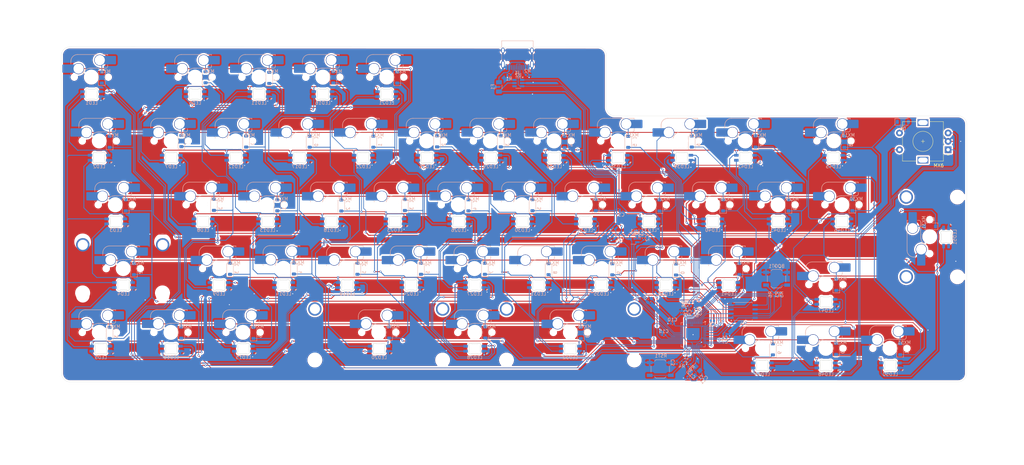
<source format=kicad_pcb>
(kicad_pcb (version 20240108) (generator "pcbnew") (generator_version "8.0")
  (layers (0 "F.Cu" signal) (31 "B.Cu" signal) (34 "B.Paste" user) (35 "F.Paste" user) (36 "B.SilkS" user "B.Silkscreen") (37 "F.SilkS" user "F.Silkscreen") (38 "B.Mask" user) (39 "F.Mask" user) (44 "Edge.Cuts" user))
  (net 0 "")
  (net 1 "Net-(BOOT1-Pad2)")
  (net 2 "GND")
  (net 3 "+5V")
  (net 4 "+1V1")
  (net 5 "XIN")
  (net 6 "Net-(C12-Pad2)")
  (net 7 "Net-(D7-A)")
  (net 8 "Net-(D9-A)")
  (net 9 "Net-(D18-A)")
  (net 10 "Net-(D22-A)")
  (net 11 "VBUS")
  (net 12 "D+")
  (net 13 "Net-(J1-CC1)")
  (net 15 "Net-(J1-CC2)")
  (net 17 "D-")
  (net 18 "SWD")
  (net 19 "RESET")
  (net 20 "SWC")
  (net 21 "Net-(R3-Pad1)")
  (net 22 "Q_SEL")
  (net 23 "Net-(U3-USB_DP)")
  (net 24 "Net-(U3-USB_DM)")
  (net 25 "ROW_0")
  (net 28 "Q_CLK")
  (net 31 "XOUT")
  (net 34 "Q_102")
  (net 35 "Q_101")
  (net 36 "Q_100")
  (net 39 "Q_103")
  (net 40 "ROT_B")
  (net 41 "ROT_A")
  (net 42 "Net-(D23-A)")
  (net 43 "Net-(D24-A)")
  (net 44 "Net-(D25-A)")
  (net 45 "Net-(D26-A)")
  (net 46 "Net-(D27-A)")
  (net 47 "Net-(D28-A)")
  (net 48 "Net-(D29-A)")
  (net 49 "Net-(D30-A)")
  (net 50 "Net-(D31-A)")
  (net 51 "Net-(D32-A)")
  (net 52 "Net-(D33-A)")
  (net 53 "Net-(D34-A)")
  (net 54 "Net-(D35-A)")
  (net 55 "Net-(D36-A)")
  (net 56 "Net-(D37-A)")
  (net 57 "Net-(D38-A)")
  (net 58 "Net-(D39-A)")
  (net 59 "Net-(D40-A)")
  (net 60 "Net-(D41-A)")
  (net 61 "Net-(D42-A)")
  (net 62 "Net-(D43-A)")
  (net 63 "Net-(D44-A)")
  (net 64 "Net-(D45-A)")
  (net 65 "Net-(D46-A)")
  (net 66 "Net-(D47-A)")
  (net 67 "COL_3")
  (net 68 "COL_4")
  (net 69 "Net-(D48-A)")
  (net 70 "Net-(D49-A)")
  (net 71 "COL_7")
  (net 72 "COL_8")
  (net 73 "Net-(D50-A)")
  (net 74 "Net-(D51-A)")
  (net 75 "COL_0")
  (net 76 "COL_1")
  (net 77 "COL_2")
  (net 78 "COL_9")
  (net 79 "COL_10")
  (net 80 "COL_11")
  (net 81 "COL_5")
  (net 82 "COL_6")
  (net 83 "ROW_1")
  (net 84 "ROW_2")
  (net 85 "ROW_3")
  (net 86 "ROW_4")
  (net 87 "Net-(LED1-DOUT)")
  (net 88 "Net-(LED3-DOUT)")
  (net 89 "Net-(LED10-DIN)")
  (net 90 "Net-(LED11-DOUT)")
  (net 91 "Net-(LED18-DIN)")
  (net 92 "Net-(LED2-DOUT)")
  (net 93 "Net-(LED21-DOUT)")
  (net 94 "Net-(LED10-DOUT)")
  (net 95 "Net-(LED11-DIN)")
  (net 96 "Net-(LED4-DOUT)")
  (net 97 "Net-(LED12-DOUT)")
  (net 98 "Net-(LED14-DOUT)")
  (net 99 "Net-(LED6-DIN)")
  (net 100 "Net-(LED7-DIN)")
  (net 101 "Net-(LED16-DIN)")
  (net 102 "Net-(LED8-DIN)")
  (net 103 "Net-(LED17-DIN)")
  (net 104 "Net-(LED13-DOUT)")
  (net 105 "Net-(LED20-DOUT)")
  (net 106 "Net-(LED23-DOUT)")
  (net 107 "Net-(LED22-DOUT)")
  (net 108 "Net-(LED26-DIN)")
  (net 109 "+3V3V")
  (net 111 "Net-(LED25-DIN)")
  (net 112 "Net-(LED29-DOUT)")
  (net 113 "Net-(LED27-DIN)")
  (net 114 "Net-(LED30-DOUT)")
  (net 115 "Net-(LED33-DIN)")
  (net 116 "Net-(LED31-DOUT)")
  (net 117 "Net-(LED36-DOUT)")
  (net 118 "Net-(LED34-DIN)")
  (net 119 "Net-(LED39-DIN)")
  (net 120 "Net-(LED37-DOUT)")
  (net 121 "Net-(LED40-DIN)")
  (net 122 "RGB")
  (net 123 "RGB MCU")
  (net 124 "Net-(LED46-DIN)")
  (net 125 "Net-(D17-A)")
  (net 126 "Net-(D16-A)")
  (net 127 "Net-(D15-A)")
  (net 128 "Net-(D14-A)")
  (net 129 "Net-(D13-A)")
  (net 130 "Net-(D12-A)")
  (net 131 "Net-(D5-A)")
  (net 132 "Net-(D4-A)")
  (net 133 "Net-(D3-A)")
  (net 134 "Net-(D2-A)")
  (net 135 "Net-(D1-A)")
  (net 136 "Net-(D8-A)")
  (net 137 "Net-(D21-A)")
  (net 138 "Net-(D20-A)")
  (net 139 "Net-(D19-A)")
  (net 140 "Net-(D6-A)")
  (net 141 "Net-(D11-A)")
  (net 142 "Net-(D10-A)")
  (net 143 "Net-(LED42-DOUT)")
  (net 144 "Net-(LED44-DOUT)")
  (net 145 "Net-(LED45-DIN)")
  (net 146 "Net-(LED47-DIN)")
  (net 148 "unconnected-(U3-GPIO3-Pad5)")
  (net 150 "Net-(LED15-DOUT)")
  (net 151 "Net-(LED16-DOUT)")
  (net 152 "Net-(LED24-DOUT)")
  (net 153 "Net-(LED25-DOUT)")
  (net 154 "Net-(LED32-DOUT)")
  (net 155 "Net-(LED33-DOUT)")
  (net 156 "Net-(LED38-DOUT)")
  (net 157 "Net-(LED39-DOUT)")
  (net 158 "Net-(LED43-DOUT)")
  (net 159 "Net-(LED45-DOUT)")
  (net 160 "Net-(LED50-DOUT)")
  (footprint "PCM_marbastlib-mx:STAB_MX_P_ISO" (layer "F.Cu") (at 271.4625 69.13625)
    (property "Reference" "S1" (hide yes))
    (property "Value" "MX_stab")
  )
  (footprint "PCM_marbastlib-mx:STAB_MX_P_3u" (layer "F.Cu") (at 107.15625 97.63125)
    (property "Reference" "S3" (hide yes))
    (property "Value" "MX_stab")
  )
  (footprint "PCM_marbastlib-mx:STAB_MX_P_3u" (layer "F.Cu") (at 164.30625 97.63125)
    (property "Reference" "S4" (hide yes))
    (property "Value" "MX_stab")
  )
  (footprint "PCM_marbastlib-mx:STAB_MX_P_2u" (layer "F.Cu") (at 30.80311 78.480895)
    (property "Reference" "S2" (hide yes))
    (property "Value" "MX_stab")
  )
  (footprint "Rotary_Encoder:RotaryEncoder_Alps_EC11E-Switch_Vertical_H20mm" (layer "F.Cu") (at 276.95 43.100001 180)
    (property "Reference" "MX6")
    (property "Value" "MX_SW_HS")
  )
  (footprint "Diode_SMD:D_SOD-123" (layer "B.Cu") (at 133.9 59.7 90)
    (property "Reference" "D24")
    (property "Value" "D_Small")
  )
  (footprint "Diode_SMD:D_SOD-123" (layer "B.Cu") (at 48.3 40.5 90)
    (property "Reference" "D8")
    (property "Value" "D_Small")
  )
  (footprint "PCM_marbastlib-mx:LED_MX_6028R" (layer "B.Cu") (at 54.775 64.5 180)
    (property "Reference" "LED8")
    (property "Value" "MX_SK6812MINI-E")
    (fp_line (start 1.699999 0.702843) (end 1.699999 -0.702841) (stroke (width 0.1)) (layer "Edge.Cuts"))
    (fp_line (start 0.794452 -1.499999) (end -0.794452 -1.499999) (stroke (width 0.1)) (layer "Edge.Cuts"))
    (fp_line (start -0.794453 1.5) (end 0.794452 1.5) (stroke (width 0.1)) (layer "Edge.Cuts"))
    (fp_line (start -1.699999 -0.702841) (end -1.699999 0.702843) (stroke (width 0.1)) (layer "Edge.Cuts"))
    (fp_arc (start 1.749484 0.919721) (mid 1.71254 0.814067) (end 1.699999 0.702843) (stroke (width 0.1)) (layer "Edge.Cuts"))
    (fp_arc (start 1.749484 0.919721) (mid 1.638072 1.504036) (end 1.046711 1.5683) (stroke (width 0.1)) (layer "Edge.Cuts"))
    (fp_arc (start 1.699999 -0.702842) (mid 1.712536 -0.814065) (end 1.749484 -0.919719) (stroke (width 0.1)) (layer "Edge.Cuts"))
    (fp_arc (start 1.046711 -1.568296) (mid 1.638069 -1.504034) (end 1.749484 -0.919719) (stroke (width 0.1)) (layer "Edge.Cuts"))
    (fp_arc (start 1.04671 -1.568298) (mid 0.925122 -1.517376) (end 0.794452 -1.499999) (stroke (width 0.1)) (layer "Edge.Cuts"))
    (fp_arc (start 0.794453 1.500001) (mid 0.925123 1.517378) (end 1.046711 1.5683) (stroke (width 0.1)) (layer "Edge.Cuts"))
    (fp_arc (start -0.794452 -1.499999) (mid -0.925123 -1.517376) (end -1.046711 -1.568298) (stroke (width 0.1)) (layer "Edge.Cuts"))
    (fp_arc (start -1.046711 1.568299) (mid -0.925123 1.517377) (end -0.794453 1.5) (stroke (width 0.1)) (layer "Edge.Cuts"))
    (fp_arc (start -1.046711 1.568299) (mid -1.638071 1.504035) (end -1.749484 0.919721) (stroke (width 0.1)) (layer "Edge.Cuts"))
    (fp_arc (start -1.699999 0.702844) (mid -1.712527 0.814069) (end -1.749484 0.919721) (stroke (width 0.1)) (layer "Edge.Cuts"))
    (fp_arc (start -1.749484 -0.919718) (mid -1.638072 -1.504034) (end -1.046711 -1.568298) (stroke (width 0.1)) (layer "Edge.Cuts"))
    (fp_arc (start -1.749484 -0.919719) (mid -1.712527 -0.814067) (end -1.699999 -0.702841) (stroke (width 0.1)) (layer "Edge.Cuts"))
  )
  (footprint "Diode_SMD:D_SOD-123" (layer "B.Cu") (at 263.45 34.800001)
    (property "Reference" "D6")
    (property "Value" "D_Small")
  )
  (footprint "PCM_marbastlib-mx:SW_MX_HS_CPG151101S11_1u" (layer "B.Cu") (at 109.5375 21.43125 180)
    (property "Reference" "MX5")
    (property "Value" "MX_SW_HS")
  )
  (footprint "PCM_marbastlib-mx:LED_MX_6028R" (layer "B.Cu") (at 111.975 64.5 180)
    (property "Reference" "LED23")
    (property "Value" "MX_SK6812MINI-E")
    (fp_line (start 1.699999 0.702843) (end 1.699999 -0.702841) (stroke (width 0.1)) (layer "Edge.Cuts"))
    (fp_line (start 0.794452 -1.499999) (end -0.794452 -1.499999) (stroke (width 0.1)) (layer "Edge.Cuts"))
    (fp_line (start -0.794453 1.5) (end 0.794452 1.5) (stroke (width 0.1)) (layer "Edge.Cuts"))
    (fp_line (start -1.699999 -0.702841) (end -1.699999 0.702843) (stroke (width 0.1)) (layer "Edge.Cuts"))
    (fp_arc (start 1.749484 0.919721) (mid 1.71254 0.814067) (end 1.699999 0.702843) (stroke (width 0.1)) (layer "Edge.Cuts"))
    (fp_arc (start 1.749484 0.919721) (mid 1.638072 1.504036) (end 1.046711 1.5683) (stroke (width 0.1)) (layer "Edge.Cuts"))
    (fp_arc (start 1.699999 -0.702842) (mid 1.712536 -0.814065) (end 1.749484 -0.919719) (stroke (width 0.1)) (layer "Edge.Cuts"))
    (fp_arc (start 1.046711 -1.568296) (mid 1.638069 -1.504034) (end 1.749484 -0.919719) (stroke (width 0.1)) (layer "Edge.Cuts"))
    (fp_arc (start 1.04671 -1.568298) (mid 0.925122 -1.517376) (end 0.794452 -1.499999) (stroke (width 0.1)) (layer "Edge.Cuts"))
    (fp_arc (start 0.794453 1.500001) (mid 0.925123 1.517378) (end 1.046711 1.5683) (stroke (width 0.1)) (layer "Edge.Cuts"))
    (fp_arc (start -0.794452 -1.499999) (mid -0.925123 -1.517376) (end -1.046711 -1.568298) (stroke (width 0.1)) (layer "Edge.Cuts"))
    (fp_arc (start -1.046711 1.568299) (mid -0.925123 1.517377) (end -0.794453 1.5) (stroke (width 0.1)) (layer "Edge.Cuts"))
    (fp_arc (start -1.046711 1.568299) (mid -1.638071 1.504035) (end -1.749484 0.919721) (stroke (width 0.1)) (layer "Edge.Cuts"))
    (fp_arc (start -1.699999 0.702844) (mid -1.712527 0.814069) (end -1.749484 0.919721) (stroke (width 0.1)) (layer "Edge.Cuts"))
    (fp_arc (start -1.749484 -0.919718) (mid -1.638072 -1.504034) (end -1.046711 -1.568298) (stroke (width 0.1)) (layer "Edge.Cuts"))
    (fp_arc (start -1.749484 -0.919719) (mid -1.712527 -0.814067) (end -1.699999 -0.702841) (stroke (width 0.1)) (layer "Edge.Cuts"))
  )
  (footprint "Diode_SMD:D_SOD-123" (layer "B.Cu") (at 157.8 78.75 90)
    (property "Reference" "D38")
    (property "Value" "D_Small")
  )
  (footprint "PCM_marbastlib-mx:SW_MX_HS_CPG151101S11_1u" (layer "B.Cu") (at 92.86875 59.53125 180)
    (property "Reference" "MX22")
    (property "Value" "MX_SW_HS")
  )
  (footprint "Diode_SMD:D_SOD-123" (layer "B.Cu") (at 86.55 40.7 90)
    (property "Reference" "D10")
    (property "Value" "D_Small")
  )
  (footprint "PCM_marbastlib-mx:SW_MX_HS_CPG151101S11_1u" (layer "B.Cu") (at 73.86875 59.53125 180)
    (property "Reference" "MX21")
    (property "Value" "MX_SW_HS")
  )
  (footprint "Diode_SMD:D_SOD-123" (layer "B.Cu") (at 26.9 97.8 90)
    (property "Reference" "D43")
    (property "Value" "D_Small")
  )
  (footprint "PCM_marbastlib-mx:LED_MX_6028R" (layer "B.Cu") (at 121.525 45.5 180)
    (property "Reference" "LED25")
    (property "Value" "MX_SK6812MINI-E")
    (fp_line (start 1.699999 0.702843) (end 1.699999 -0.702841) (stroke (width 0.1)) (layer "Edge.Cuts"))
    (fp_line (start 0.794452 -1.499999) (end -0.794452 -1.499999) (stroke (width 0.1)) (layer "Edge.Cuts"))
    (fp_line (start -0.794453 1.5) (end 0.794452 1.5) (stroke (width 0.1)) (layer "Edge.Cuts"))
    (fp_line (start -1.699999 -0.702841) (end -1.699999 0.702843) (stroke (width 0.1)) (layer "Edge.Cuts"))
    (fp_arc (start 1.749484 0.919721) (mid 1.71254 0.814067) (end 1.699999 0.702843) (stroke (width 0.1)) (layer "Edge.Cuts"))
    (fp_arc (start 1.749484 0.919721) (mid 1.638072 1.504036) (end 1.046711 1.5683) (stroke (width 0.1)) (layer "Edge.Cuts"))
    (fp_arc (start 1.699999 -0.702842) (mid 1.712536 -0.814065) (end 1.749484 -0.919719) (stroke (width 0.1)) (layer "Edge.Cuts"))
    (fp_arc (start 1.046711 -1.568296) (mid 1.638069 -1.504034) (end 1.749484 -0.919719) (stroke (width 0.1)) (layer "Edge.Cuts"))
    (fp_arc (start 1.04671 -1.568298) (mid 0.925122 -1.517376) (end 0.794452 -1.499999) (stroke (width 0.1)) (layer "Edge.Cuts"))
    (fp_arc (start 0.794453 1.500001) (mid 0.925123 1.517378) (end 1.046711 1.5683) (stroke (width 0.1)) (layer "Edge.Cuts"))
    (fp_arc (start -0.794452 -1.499999) (mid -0.925123 -1.517376) (end -1.046711 -1.568298) (stroke (width 0.1)) (layer "Edge.Cuts"))
    (fp_arc (start -1.046711 1.568299) (mid -0.925123 1.517377) (end -0.794453 1.5) (stroke (width 0.1)) (layer "Edge.Cuts"))
    (fp_arc (start -1.046711 1.568299) (mid -1.638071 1.504035) (end -1.749484 0.919721) (stroke (width 0.1)) (layer "Edge.Cuts"))
    (fp_arc (start -1.699999 0.702844) (mid -1.712527 0.814069) (end -1.749484 0.919721) (stroke (width 0.1)) (layer "Edge.Cuts"))
    (fp_arc (start -1.749484 -0.919718) (mid -1.638072 -1.504034) (end -1.046711 -1.568298) (stroke (width 0.1)) (layer "Edge.Cuts"))
    (fp_arc (start -1.749484 -0.919719) (mid -1.712527 -0.814067) (end -1.699999 -0.702841) (stroke (width 0.1)) (layer "Edge.Cuts"))
  )
  (footprint "PCM_marbastlib-mx:SW_MX_HS_CPG151101S11_1u" (layer "B.Cu") (at 116.68125 78.58125 180)
    (property "Reference" "MX36")
    (property "Value" "MX_SW_HS")
  )
  (footprint "PCM_marbastlib-mx:LED_MX_6028R" (layer "B.Cu") (at 59.525 83.5 180)
    (property "Reference" "LED9")
    (property "Value" "MX_SK6812MINI-E")
    (fp_line (start 1.699999 0.702843) (end 1.699999 -0.702841) (stroke (width 0.1)) (layer "Edge.Cuts"))
    (fp_line (start 0.794452 -1.499999) (end -0.794452 -1.499999) (stroke (width 0.1)) (layer "Edge.Cuts"))
    (fp_line (start -0.794453 1.5) (end 0.794452 1.5) (stroke (width 0.1)) (layer "Edge.Cuts"))
    (fp_line (start -1.699999 -0.702841) (end -1.699999 0.702843) (stroke (width 0.1)) (layer "Edge.Cuts"))
    (fp_arc (start 1.749484 0.919721) (mid 1.71254 0.814067) (end 1.699999 0.702843) (stroke (width 0.1)) (layer "Edge.Cuts"))
    (fp_arc (start 1.749484 0.919721) (mid 1.638072 1.504036) (end 1.046711 1.5683) (stroke (width 0.1)) (layer "Edge.Cuts"))
    (fp_arc (start 1.699999 -0.702842) (mid 1.712536 -0.814065) (end 1.749484 -0.919719) (stroke (width 0.1)) (layer "Edge.Cuts"))
    (fp_arc (start 1.046711 -1.568296) (mid 1.638069 -1.504034) (end 1.749484 -0.919719) (stroke (width 0.1)) (layer "Edge.Cuts"))
    (fp_arc (start 1.04671 -1.568298) (mid 0.925122 -1.517376) (end 0.794452 -1.499999) (stroke (width 0.1)) (layer "Edge.Cuts"))
    (fp_arc (start 0.794453 1.500001) (mid 0.925123 1.517378) (end 1.046711 1.5683) (stroke (width 0.1)) (layer "Edge.Cuts"))
    (fp_arc (start -0.794452 -1.499999) (mid -0.925123 -1.517376) (end -1.046711 -1.568298) (stroke (width 0.1)) (layer "Edge.Cuts"))
    (fp_arc (start -1.046711 1.568299) (mid -0.925123 1.517377) (end -0.794453 1.5) (stroke (width 0.1)) (layer "Edge.Cuts"))
    (fp_arc (start -1.046711 1.568299) (mid -1.638071 1.504035) (end -1.749484 0.919721) (stroke (width 0.1)) (layer "Edge.Cuts"))
    (fp_arc (start -1.699999 0.702844) (mid -1.712527 0.814069) (end -1.749484 0.919721) (stroke (width 0.1)) (layer "Edge.Cuts"))
    (fp_arc (start -1.749484 -0.919718) (mid -1.638072 -1.504034) (end -1.046711 -1.568298) (stroke (width 0.1)) (layer "Edge.Cuts"))
    (fp_arc (start -1.749484 -0.919719) (mid -1.712527 -0.814067) (end -1.699999 -0.702841) (stroke (width 0.1)) (layer "Edge.Cuts"))
  )
  (footprint "Diode_SMD:D_SOD-123" (layer "B.Cu") (at 229.35 59.7 90)
    (property "Reference" "D29")
    (property "Value" "D_Small")
  )
  (footprint "Diode_SMD:D_SOD-123" (layer "B.Cu") (at 58 59.55 90)
    (property "Reference" "D20")
    (property "Value" "D_Small")
  )
  (footprint "Capacitor_SMD:C_0402_1005Metric" (layer "B.Cu") (at 210.37 99.3)
    (property "Reference" "C7")
    (property "Value" "100n")
  )
  (footprint "PCM_marbastlib-mx:LED_MX_6028R" (layer "B.Cu") (at 245.275 64.5 180)
    (property "Reference" "LED46")
    (property "Value" "MX_SK6812MINI-E")
    (fp_line (start 1.699999 0.702843) (end 1.699999 -0.702841) (stroke (width 0.1)) (layer "Edge.Cuts"))
    (fp_line (start 0.794452 -1.499999) (end -0.794452 -1.499999) (stroke (width 0.1)) (layer "Edge.Cuts"))
    (fp_line (start -0.794453 1.5) (end 0.794452 1.5) (stroke (width 0.1)) (layer "Edge.Cuts"))
    (fp_line (start -1.699999 -0.702841) (end -1.699999 0.702843) (stroke (width 0.1)) (layer "Edge.Cuts"))
    (fp_arc (start 1.749484 0.919721) (mid 1.71254 0.814067) (end 1.699999 0.702843) (stroke (width 0.1)) (layer "Edge.Cuts"))
    (fp_arc (start 1.749484 0.919721) (mid 1.638072 1.504036) (end 1.046711 1.5683) (stroke (width 0.1)) (layer "Edge.Cuts"))
    (fp_arc (start 1.699999 -0.702842) (mid 1.712536 -0.814065) (end 1.749484 -0.919719) (stroke (width 0.1)) (layer "Edge.Cuts"))
    (fp_arc (start 1.046711 -1.568296) (mid 1.638069 -1.504034) (end 1.749484 -0.919719) (stroke (width 0.1)) (layer "Edge.Cuts"))
    (fp_arc (start 1.04671 -1.568298) (mid 0.925122 -1.517376) (end 0.794452 -1.499999) (stroke (width 0.1)) (layer "Edge.Cuts"))
    (fp_arc (start 0.794453 1.500001) (mid 0.925123 1.517378) (end 1.046711 1.5683) (stroke (width 0.1)) (layer "Edge.Cuts"))
    (fp_arc (start -0.794452 -1.499999) (mid -0.925123 -1.517376) (end -1.046711 -1.568298) (stroke (width 0.1)) (layer "Edge.Cuts"))
    (fp_arc (start -1.046711 1.568299) (mid -0.925123 1.517377) (end -0.794453 1.5) (stroke (width 0.1)) (layer "Edge.Cuts"))
    (fp_arc (start -1.046711 1.568299) (mid -1.638071 1.504035) (end -1.749484 0.919721) (stroke (width 0.1)) (layer "Edge.Cuts"))
    (fp_arc (start -1.699999 0.702844) (mid -1.712527 0.814069) (end -1.749484 0.919721) (stroke (width 0.1)) (layer "Edge.Cuts"))
    (fp_arc (start -1.749484 -0.919718) (mid -1.638072 -1.504034) (end -1.046711 -1.568298) (stroke (width 0.1)) (layer "Edge.Cuts"))
    (fp_arc (start -1.749484 -0.919719) (mid -1.712527 -0.814067) (end -1.699999 -0.702841) (stroke (width 0.1)) (layer "Edge.Cuts"))
  )
  (footprint "PCM_marbastlib-mx:SW_MX_HS_CPG151101S11_1u" (layer "B.Cu") (at 90.4875 21.43125 180)
    (property "Reference" "MX4")
    (property "Value" "MX_SW_HS")
  )
  (footprint "Diode_SMD:D_SOD-123" (layer "B.Cu") (at 138.8 78.65 90)
    (property "Reference" "D37")
    (property "Value" "D_Small")
  )
  (footprint "PCM_marbastlib-mx:LED_MX_6028R" (layer "B.Cu") (at 276.35 69.15 -90)
    (property "Reference" "LED51")
    (property "Value" "MX_SK6812MINI-E")
    (fp_line (start -0.794453 1.5) (end 0.794452 1.5) (stroke (width 0.1)) (layer "Edge.Cuts"))
    (fp_line (start 1.699999 0.702843) (end 1.699999 -0.702841) (stroke (width 0.1)) (layer "Edge.Cuts"))
    (fp_line (start -1.699999 -0.702841) (end -1.699999 0.702843) (stroke (width 0.1)) (layer "Edge.Cuts"))
    (fp_line (start 0.794452 -1.499999) (end -0.794452 -1.499999) (stroke (width 0.1)) (layer "Edge.Cuts"))
    (fp_arc (start -1.046711 1.568298) (mid -0.925123 1.517376) (end -0.794453 1.5) (stroke (width 0.1)) (layer "Edge.Cuts"))
    (fp_arc (start -1.046711 1.568298) (mid -1.63807 1.504034) (end -1.749484 0.919721) (stroke (width 0.1)) (layer "Edge.Cuts"))
    (fp_arc (start 0.794453 1.500001) (mid 0.925123 1.517378) (end 1.046711 1.5683) (stroke (width 0.1)) (layer "Edge.Cuts"))
    (fp_arc (start 1.749484 0.919721) (mid 1.638072 1.504036) (end 1.046711 1.5683) (stroke (width 0.1)) (layer "Edge.Cuts"))
    (fp_arc (start 1.749484 0.919721) (mid 1.71254 0.814067) (end 1.699999 0.702843) (stroke (width 0.1)) (layer "Edge.Cuts"))
    (fp_arc (start -1.699999 0.702844) (mid -1.712527 0.814069) (end -1.749484 0.919721) (stroke (width 0.1)) (layer "Edge.Cuts"))
    (fp_arc (start 1.699999 -0.702842) (mid 1.712536 -0.814066) (end 1.749484 -0.91972) (stroke (width 0.1)) (layer "Edge.Cuts"))
    (fp_arc (start -1.749484 -0.919718) (mid -1.638072 -1.504034) (end -1.046711 -1.568298) (stroke (width 0.1)) (layer "Edge.Cuts"))
    (fp_arc (start -1.749484 -0.91972) (mid -1.712527 -0.814067) (end -1.699999 -0.702841) (stroke (width 0.1)) (layer "Edge.Cuts"))
    (fp_arc (start -0.794452 -1.499999) (mid -0.925123 -1.517376) (end -1.046711 -1.568298) (stroke (width 0.1)) (layer "Edge.Cuts"))
    (fp_arc (start 1.046711 -1.568296) (mid 1.638069 -1.504034) (end 1.749484 -0.91972) (stroke (width 0.1)) (layer "Edge.Cuts"))
    (fp_arc (start 1.04671 -1.568298) (mid 0.925122 -1.517376) (end 0.794452 -1.499999) (stroke (width 0.1)) (layer "Edge.Cuts"))
  )
  (footprint "PCM_marbastlib-mx:SW_MX_HS_CPG151101S11_1u" (layer "B.Cu") (at 111.86875 59.53125 180)
    (property "Reference" "MX23")
    (property "Value" "MX_SW_HS")
  )
  (footprint "PCM_marbastlib-mx:LED_MX_6028R" (layer "B.Cu") (at 159.5 45.5 180)
    (property "Reference" "LED33")
    (property "Value" "MX_SK6812MINI-E")
    (fp_line (start 1.699999 0.702843) (end 1.699999 -0.702841) (stroke (width 0.1)) (layer "Edge.Cuts"))
    (fp_line (start 0.794452 -1.499999) (end -0.794452 -1.499999) (stroke (width 0.1)) (layer "Edge.Cuts"))
    (fp_line (start -0.794453 1.5) (end 0.794452 1.5) (stroke (width 0.1)) (layer "Edge.Cuts"))
    (fp_line (start -1.699999 -0.702841) (end -1.699999 0.702843) (stroke (width 0.1)) (layer "Edge.Cuts"))
    (fp_arc (start 1.749484 0.919721) (mid 1.71254 0.814067) (end 1.699999 0.702843) (stroke (width 0.1)) (layer "Edge.Cuts"))
    (fp_arc (start 1.749484 0.919721) (mid 1.638072 1.504036) (end 1.046711 1.5683) (stroke (width 0.1)) (layer "Edge.Cuts"))
    (fp_arc (start 1.699999 -0.702842) (mid 1.712536 -0.814065) (end 1.749484 -0.919719) (stroke (width 0.1)) (layer "Edge.Cuts"))
    (fp_arc (start 1.046711 -1.568296) (mid 1.638069 -1.504034) (end 1.749484 -0.919719) (stroke (width 0.1)) (layer "Edge.Cuts"))
    (fp_arc (start 1.04671 -1.568298) (mid 0.925122 -1.517376) (end 0.794452 -1.499999) (stroke (width 0.1)) (layer "Edge.Cuts"))
    (fp_arc (start 0.794453 1.500001) (mid 0.925123 1.517378) (end 1.046711 1.5683) (stroke (width 0.1)) (layer "Edge.Cuts"))
    (fp_arc (start -0.794452 -1.499999) (mid -0.925123 -1.517376) (end -1.046711 -1.568298) (stroke (width 0.1)) (layer "Edge.Cuts"))
    (fp_arc (start -1.046711 1.568299) (mid -0.925123 1.517377) (end -0.794453 1.5) (stroke (width 0.1)) (layer "Edge.Cuts"))
    (fp_arc (start -1.046711 1.568299) (mid -1.638071 1.504035) (end -1.749484 0.919721) (stroke (width 0.1)) (layer "Edge.Cuts"))
    (fp_arc (start -1.699999 0.702844) (mid -1.712527 0.814069) (end -1.749484 0.919721) (stroke (width 0.1)) (layer "Edge.Cuts"))
    (fp_arc (start -1.749484 -0.919718) (mid -1.638072 -1.504034) (end -1.046711 -1.568298) (stroke (width 0.1)) (layer "Edge.Cuts"))
    (fp_arc (start -1.749484 -0.919719) (mid -1.712527 -0.814067) (end -1.699999 -0.702841) (stroke (width 0.1)) (layer "Edge.Cuts"))
  )
  (footprint "Capacitor_SMD:C_0402_1005Metric" (layer "B.Cu") (at 178.55 61)
    (property "Reference" "C1")
    (property "Value" "1u")
  )
  (footprint "Diode_SMD:D_SOD-123" (layer "B.Cu") (at 153 59.65 90)
    (property "Reference" "D25")
    (property "Value" "D_Small")
  )
  (footprint "Diode_SMD:D_SOD-123" (layer "B.Cu") (at 214.7 78.7 90)
    (property "Reference" "D41")
    (property "Value" "D_Small")
  )
  (footprint "Diode_SMD:D_SOD-123" (layer "B.Cu") (at 243.6 83.45 90)
    (property "Reference" "D42")
    (property "Value" "D_Small")
  )
  (footprint "PCM_marbastlib-mx:LED_MX_6028R" (layer "B.Cu") (at 216.525 45.5 180)
    (property "Reference" "LED42")
    (property "Value" "MX_SK6812MINI-E")
    (fp_line (start 1.699999 0.702843) (end 1.699999 -0.702841) (stroke (width 0.1)) (layer "Edge.Cuts"))
    (fp_line (start 0.794452 -1.499999) (end -0.794452 -1.499999) (stroke (width 0.1)) (layer "Edge.Cuts"))
    (fp_line (start -0.794453 1.5) (end 0.794452 1.5) (stroke (width 0.1)) (layer "Edge.Cuts"))
    (fp_line (start -1.699999 -0.702841) (end -1.699999 0.702843) (stroke (width 0.1)) (layer "Edge.Cuts"))
    (fp_arc (start 1.749484 0.919721) (mid 1.71254 0.814067) (end 1.699999 0.702843) (stroke (width 0.1)) (layer "Edge.Cuts"))
    (fp_arc (start 1.749484 0.919721) (mid 1.638072 1.504036) (end 1.046711 1.5683) (stroke (width 0.1)) (layer "Edge.Cuts"))
    (fp_arc (start 1.699999 -0.702842) (mid 1.712536 -0.814065) (end 1.749484 -0.919719) (stroke (width 0.1)) (layer "Edge.Cuts"))
    (fp_arc (start 1.046711 -1.568296) (mid 1.638069 -1.504034) (end 1.749484 -0.919719) (stroke (width 0.1)) (layer "Edge.Cuts"))
    (fp_arc (start 1.04671 -1.568298) (mid 0.925122 -1.517376) (end 0.794452 -1.499999) (stroke (width 0.1)) (layer "Edge.Cuts"))
    (fp_arc (start 0.794453 1.500001) (mid 0.925123 1.517378) (end 1.046711 1.5683) (stroke (width 0.1)) (layer "Edge.Cuts"))
    (fp_arc (start -0.794452 -1.499999) (mid -0.925123 -1.517376) (end -1.046711 -1.568298) (stroke (width 0.1)) (layer "Edge.Cuts"))
    (fp_arc (start -1.046711 1.568299) (mid -0.925123 1.517377) (end -0.794453 1.5) (stroke (width 0.1)) (layer "Edge.Cuts"))
    (fp_arc (start -1.046711 1.568299) (mid -1.638071 1.504035) (end -1.749484 0.919721) (stroke (width 0.1)) (layer "Edge.Cuts"))
    (fp_arc (start -1.699999 0.702844) (mid -1.712527 0.814069) (end -1.749484 0.919721) (stroke (width 0.1)) (layer "Edge.Cuts"))
    (fp_arc (start -1.749484 -0.919718) (mid -1.638072 -1.504034) (end -1.046711 -1.568298) (stroke (width 0.1)) (layer "Edge.Cuts"))
    (fp_arc (start -1.749484 -0.919719) (mid -1.712527 -0.814067) (end -1.699999 -0.702841) (stroke (width 0.1)) (layer "Edge.Cuts"))
  )
  (footprint "Connector_USB:USB_C_Receptacle_HRO_TYPE-C-31-M-12" (layer "B.Cu") (at 148.5 14.5)
    (property "Reference" "J1")
    (property "Value" "USB_C_Receptacle_USB2.0_16P")
  )
  (footprint "PCM_marbastlib-mx:LED_MX_6028R" (layer "B.Cu") (at 221.525 107.5 180)
    (property "Reference" "LED44")
    (property "Value" "MX_SK6812MINI-E")
    (fp_line (start 1.699999 0.702843) (end 1.699999 -0.702841) (stroke (width 0.1)) (layer "Edge.Cuts"))
    (fp_line (start 0.794452 -1.499999) (end -0.794452 -1.499999) (stroke (width 0.1)) (layer "Edge.Cuts"))
    (fp_line (start -0.794453 1.5) (end 0.794452 1.5) (stroke (width 0.1)) (layer "Edge.Cuts"))
    (fp_line (start -1.699999 -0.702841) (end -1.699999 0.702843) (stroke (width 0.1)) (layer "Edge.Cuts"))
    (fp_arc (start 1.749484 0.919721) (mid 1.71254 0.814067) (end 1.699999 0.702843) (stroke (width 0.1)) (layer "Edge.Cuts"))
    (fp_arc (start 1.749484 0.919721) (mid 1.638072 1.504036) (end 1.046711 1.5683) (stroke (width 0.1)) (layer "Edge.Cuts"))
    (fp_arc (start 1.699999 -0.702842) (mid 1.712536 -0.814065) (end 1.749484 -0.919719) (stroke (width 0.1)) (layer "Edge.Cuts"))
    (fp_arc (start 1.046711 -1.568296) (mid 1.638069 -1.504034) (end 1.749484 -0.919719) (stroke (width 0.1)) (layer "Edge.Cuts"))
    (fp_arc (start 1.04671 -1.568298) (mid 0.925122 -1.517376) (end 0.794452 -1.499999) (stroke (width 0.1)) (layer "Edge.Cuts"))
    (fp_arc (start 0.794453 1.500001) (mid 0.925123 1.517378) (end 1.046711 1.5683) (stroke (width 0.1)) (layer "Edge.Cuts"))
    (fp_arc (start -0.794452 -1.499999) (mid -0.925123 -1.517376) (end -1.046711 -1.568298) (stroke (width 0.1)) (layer "Edge.Cuts"))
    (fp_arc (start -1.046711 1.568299) (mid -0.925123 1.517377) (end -0.794453 1.5) (stroke (width 0.1)) (layer "Edge.Cuts"))
    (fp_arc (start -1.046711 1.568299) (mid -1.638071 1.504035) (end -1.749484 0.919721) (stroke (width 0.1)) (layer "Edge.Cuts"))
    (fp_arc (start -1.699999 0.702844) (mid -1.712527 0.814069) (end -1.749484 0.919721) (stroke (width 0.1)) (layer "Edge.Cuts"))
    (fp_arc (start -1.749484 -0.919718) (mid -1.638072 -1.504034) (end -1.046711 -1.568298) (stroke (width 0.1)) (layer "Edge.Cuts"))
    (fp_arc (start -1.749484 -0.919719) (mid -1.712527 -0.814067) (end -1.699999 -0.702841) (stroke (width 0.1)) (layer "Edge.Cuts"))
  )
  (footprint "Diode_SMD:D_SOD-123" (layer "B.Cu") (at 162.55 40.8 90)
    (property "Reference" "D14")
    (property "Value" "D_Small")
  )
  (footprint "PCM_marbastlib-mx:LED_MX_6028R" (layer "B.Cu") (at 168.775 64.5 180)
    (property "Reference" "LED34")
    (property "Value" "MX_SK6812MINI-E")
    (fp_line (start 1.699999 0.702843) (end 1.699999 -0.702841) (stroke (width 0.1)) (layer "Edge.Cuts"))
    (fp_line (start 0.794452 -1.499999) (end -0.794452 -1.499999) (stroke (width 0.1)) (layer "Edge.Cuts"))
    (fp_line (start -0.794453 1.5) (end 0.794452 1.5) (stroke (width 0.1)) (layer "Edge.Cuts"))
    (fp_line (start -1.699999 -0.702841) (end -1.699999 0.702843) (stroke (width 0.1)) (layer "Edge.Cuts"))
    (fp_arc (start 1.749484 0.919721) (mid 1.71254 0.814067) (end 1.699999 0.702843) (stroke (width 0.1)) (layer "Edge.Cuts"))
    (fp_arc (start 1.749484 0.919721) (mid 1.638072 1.504036) (end 1.046711 1.5683) (stroke (width 0.1)) (layer "Edge.Cuts"))
    (fp_arc (start 1.699999 -0.702842) (mid 1.712536 -0.814065) (end 1.749484 -0.919719) (stroke (width 0.1)) (layer "Edge.Cuts"))
    (fp_arc (start 1.046711 -1.568296) (mid 1.638069 -1.504034) (end 1.749484 -0.919719) (stroke (width 0.1)) (layer "Edge.Cuts"))
    (fp_arc (start 1.04671 -1.568298) (mid 0.925122 -1.517376) (end 0.794452 -1.499999) (stroke (width 0.1)) (layer "Edge.Cuts"))
    (fp_arc (start 0.794453 1.500001) (mid 0.925123 1.517378) (end 1.046711 1.5683) (stroke (width 0.1)) (layer "Edge.Cuts"))
    (fp_arc (start -0.794452 -1.499999) (mid -0.925123 -1.517376) (end -1.046711 -1.568298) (stroke (width 0.1)) (layer "Edge.Cuts"))
    (fp_arc (start -1.046711 1.568299) (mid -0.925123 1.517377) (end -0.794453 1.5) (stroke (width 0.1)) (layer "Edge.Cuts"))
    (fp_arc (start -1.046711 1.568299) (mid -1.638071 1.504035) (end -1.749484 0.919721) (stroke (width 0.1)) (layer "Edge.Cuts"))
    (fp_arc (start -1.699999 0.702844) (mid -1.712527 0.814069) (end -1.749484 0.919721) (stroke (width 0.1)) (layer "Edge.Cuts"))
    (fp_arc (start -1.749484 -0.919718) (mid -1.638072 -1.504034) (end -1.046711 -1.568298) (stroke (width 0.1)) (layer "Edge.Cuts"))
    (fp_arc (start -1.749484 -0.919719) (mid -1.712527 -0.814067) (end -1.699999 -0.702841) (stroke (width 0.1)) (layer "Edge.Cuts"))
  )
  (footprint "Resistor_SMD:R_0402_1005Metric" (layer "B.Cu") (at 200.25 89.25 -90)
    (property "Reference" "R7")
    (property "Value" "27")
  )
  (footprint "PCM_marbastlib-mx:SW_MX_HS_CPG151101S11_1u" (layer "B.Cu") (at 216.44375 40.48125 180)
    (property "Reference" "MX17")
    (property "Value" "MX_SW_HS")
  )
  (footprint "PCM_marbastlib-mx:SW_MX_HS_CPG151101S11_1u" (layer "B.Cu") (at 164.30625 97.63125 180)
    (property "Reference" "MX48")
    (property "Value" "MX_SW_HS")
  )
  (footprint "Diode_SMD:D_SOD-123" (layer "B.Cu") (at 26.9 40.75 90)
    (property "Reference" "D7")
    (property "Value" "D_Small")
  )
  (footprint "PCM_marbastlib-mx:LED_MX_6028R" (layer "B.Cu") (at 192.775 83.5 180)
    (property "Reference" "LED38")
    (property "Value" "MX_SK6812MINI-E")
    (fp_line (start 1.699999 0.702843) (end 1.699999 -0.702841) (stroke (width 0.1)) (layer "Edge.Cuts"))
    (fp_line (start 0.794452 -1.499999) (end -0.794452 -1.499999) (stroke (width 0.1)) (layer "Edge.Cuts"))
    (fp_line (start -0.794453 1.5) (end 0.794452 1.5) (stroke (width 0.1)) (layer "Edge.Cuts"))
    (fp_line (start -1.699999 -0.702841) (end -1.699999 0.702843) (stroke (width 0.1)) (layer "Edge.Cuts"))
    (fp_arc (start 1.749484 0.919721) (mid 1.71254 0.814067) (end 1.699999 0.702843) (stroke (width 0.1)) (layer "Edge.Cuts"))
    (fp_arc (start 1.749484 0.919721) (mid 1.638072 1.504036) (end 1.046711 1.5683) (stroke (width 0.1)) (layer "Edge.Cuts"))
    (fp_arc (start 1.699999 -0.702842) (mid 1.712536 -0.814065) (end 1.749484 -0.919719) (stroke (width 0.1)) (layer "Edge.Cuts"))
    (fp_arc (start 1.046711 -1.568296) (mid 1.638069 -1.504034) (end 1.749484 -0.919719) (stroke (width 0.1)) (layer "Edge.Cuts"))
    (fp_arc (start 1.04671 -1.568298) (mid 0.925122 -1.517376) (end 0.794452 -1.499999) (stroke (width 0.1)) (layer "Edge.Cuts"))
    (fp_arc (start 0.794453 1.500001) (mid 0.925123 1.517378) (end 1.046711 1.5683) (stroke (width 0.1)) (layer "Edge.Cuts"))
    (fp_arc (start -0.794452 -1.499999) (mid -0.925123 -1.517376) (end -1.046711 -1.568298) (stroke (width 0.1)) (layer "Edge.Cuts"))
    (fp_arc (start -1.046711 1.568299) (mid -0.925123 1.517377) (end -0.794453 1.5) (stroke (width 0.1)) (layer "Edge.Cuts"))
    (fp_arc (start -1.046711 1.568299) (mid -1.638071 1.504035) (end -1.749484 0.919721) (stroke (width 0.1)) (layer "Edge.Cuts"))
    (fp_arc (start -1.699999 0.702844) (mid -1.712527 0.814069) (end -1.749484 0.919721) (stroke (width 0.1)) (layer "Edge.Cuts"))
    (fp_arc (start -1.749484 -0.919718) (mid -1.638072 -1.504034) (end -1.046711 -1.568298) (stroke (width 0.1)) (layer "Edge.Cuts"))
    (fp_arc (start -1.749484 -0.919719) (mid -1.712527 -0.814067) (end -1.699999 -0.702841) (stroke (width 0.1)) (layer "Edge.Cuts"))
  )
  (footprint "Diode_SMD:D_SOD-123" (layer "B.Cu") (at 76.9 59.7 90)
    (property "Reference" "D21")
    (property "Value" "D_Small")
  )
  (footprint "PCM_marbastlib-mx:LED_MX_6028R" (layer "B.Cu") (at 109.5 26.5 180)
    (property "Reference" "LED21")
    (property "Value" "MX_SK6812MINI-E")
    (fp_line (start 1.699999 0.702843) (end 1.699999 -0.702841) (stroke (width 0.1)) (layer "Edge.Cuts"))
    (fp_line (start 0.794452 -1.499999) (end -0.794452 -1.499999) (stroke (width 0.1)) (layer "Edge.Cuts"))
    (fp_line (start -0.794453 1.5) (end 0.794452 1.5) (stroke (width 0.1)) (layer "Edge.Cuts"))
    (fp_line (start -1.699999 -0.702841) (end -1.699999 0.702843) (stroke (width 0.1)) (layer "Edge.Cuts"))
    (fp_arc (start 1.749484 0.919721) (mid 1.71254 0.814067) (end 1.699999 0.702843) (stroke (width 0.1)) (layer "Edge.Cuts"))
    (fp_arc (start 1.749484 0.919721) (mid 1.638072 1.504036) (end 1.046711 1.5683) (stroke (width 0.1)) (layer "Edge.Cuts"))
    (fp_arc (start 1.699999 -0.702842) (mid 1.712536 -0.814065) (end 1.749484 -0.919719) (stroke (width 0.1)) (layer "Edge.Cuts"))
    (fp_arc (start 1.046711 -1.568296) (mid 1.638069 -1.504034) (end 1.749484 -0.919719) (stroke (width 0.1)) (layer "Edge.Cuts"))
    (fp_arc (start 1.04671 -1.568298) (mid 0.925122 -1.517376) (end 0.794452 -1.499999) (stroke (width 0.1)) (layer "Edge.Cuts"))
    (fp_arc (start 0.794453 1.500001) (mid 0.925123 1.517378) (end 1.046711 1.5683) (stroke (width 0.1)) (layer "Edge.Cuts"))
    (fp_arc (start -0.794452 -1.499999) (mid -0.925123 -1.517376) (end -1.046711 -1.568298) (stroke (width 0.1)) (layer "Edge.Cuts"))
    (fp_arc (start -1.046711 1.568299) (mid -0.925123 1.517377) (end -0.794453 1.5) (stroke (width 0.1)) (layer "Edge.Cuts"))
    (fp_arc (start -1.046711 1.568299) (mid -1.638071 1.504035) (end -1.749484 0.919721) (stroke (width 0.1)) (layer "Edge.Cuts"))
    (fp_arc (start -1.699999 0.702844) (mid -1.712527 0.814069) (end -1.749484 0.919721) (stroke (width 0.1)) (layer "Edge.Cuts"))
    (fp_arc (start -1.749484 -0.919718) (mid -1.638072 -1.504034) (end -1.046711 -1.568298) (stroke (width 0.1)) (layer "Edge.Cuts"))
    (fp_arc (start -1.749484 -0.919719) (mid -1.712527 -0.814067) (end -1.699999 -0.702841) (stroke (width 0.1)) (layer "Edge.Cuts"))
  )
  (footprint "PCM_marbastlib-mx:SW_MX_HS_CPG151101S11_1u" (layer "B.Cu") (at 59.68125 78.58125 180)
    (property "Reference" "MX33")
    (property "Value" "MX_SW_HS")
  )
  (footprint "PCM_marbastlib-mx:SW_MX_HS_CPG151101S11_1u" (layer "B.Cu") (at 168.78875 59.53125 180)
    (property "Reference" "MX26")
    (property "Value" "MX_SW_HS")
  )
  (footprint "PCM_marbastlib-mx:SW_MX_HS_CPG151101S11_1u" (layer "B.Cu") (at 52.3875 21.43125 180)
    (property "Reference" "MX2")
    (property "Value" "MX_SW_HS")
  )
  (footprint "PCM_marbastlib-mx:SW_MX_HS_CPG151101S11_1u" (layer "B.Cu") (at 23.8125 97.63125 180)
    (property "Reference" "MX43")
    (property "Value" "MX_SW_HS")
  )
  (footprint "PCM_marbastlib-mx:LED_MX_6028R" (layer "B.Cu") (at 71.4375 26.5 180)
    (property "Reference" "LED11")
    (property "Value" "MX_SK6812MINI-E")
    (fp_line (start 1.699999 0.702843) (end 1.699999 -0.702841) (stroke (width 0.1)) (layer "Edge.Cuts"))
    (fp_line (start 0.794452 -1.499999) (end -0.794452 -1.499999) (stroke (width 0.1)) (layer "Edge.Cuts"))
    (fp_line (start -0.794453 1.5) (end 0.794452 1.5) (stroke (width 0.1)) (layer "Edge.Cuts"))
    (fp_line (start -1.699999 -0.702841) (end -1.699999 0.702843) (stroke (width 0.1)) (layer "Edge.Cuts"))
    (fp_arc (start 1.749484 0.919721) (mid 1.71254 0.814067) (end 1.699999 0.702843) (stroke (width 0.1)) (layer "Edge.Cuts"))
    (fp_arc (start 1.749484 0.919721) (mid 1.638072 1.504036) (end 1.046711 1.5683) (stroke (width 0.1)) (layer "Edge.Cuts"))
    (fp_arc (start 1.699999 -0.702842) (mid 1.712536 -0.814065) (end 1.749484 -0.919719) (stroke (width 0.1)) (layer "Edge.Cuts"))
    (fp_arc (start 1.046711 -1.568296) (mid 1.638069 -1.504034) (end 1.749484 -0.919719) (stroke (width 0.1)) (layer "Edge.Cuts"))
    (fp_arc (start 1.04671 -1.568298) (mid 0.925122 -1.517376) (end 0.794452 -1.499999) (stroke (width 0.1)) (layer "Edge.Cuts"))
    (fp_arc (start 0.794453 1.500001) (mid 0.925123 1.517378) (end 1.046711 1.5683) (stroke (width 0.1)) (layer "Edge.Cuts"))
    (fp_arc (start -0.794452 -1.499999) (mid -0.925123 -1.517376) (end -1.046711 -1.568298) (stroke (width 0.1)) (layer "Edge.Cuts"))
    (fp_arc (start -1.046711 1.568299) (mid -0.925123 1.517377) (end -0.794453 1.5) (stroke (width 0.1)) (layer "Edge.Cuts"))
    (fp_arc (start -1.046711 1.568299) (mid -1.638071 1.504035) (end -1.749484 0.919721) (stroke (width 0.1)) (layer "Edge.Cuts"))
    (fp_arc (start -1.699999 0.702844) (mid -1.712527 0.814069) (end -1.749484 0.919721) (stroke (width 0.1)) (layer "Edge.Cuts"))
    (fp_arc (start -1.749484 -0.919718) (mid -1.638072 -1.504034) (end -1.046711 -1.568298) (stroke (width 0.1)) (layer "Edge.Cuts"))
    (fp_arc (start -1.749484 -0.919719) (mid -1.712527 -0.814067) (end -1.699999 -0.702841) (stroke (width 0.1)) (layer "Edge.Cuts"))
  )
  (footprint "Diode_SMD:D_SOD-123" (layer "B.Cu") (at 200.5 40.65 90)
    (property "Reference" "D16")
    (property "Value" "D_Small")
  )
  (footprint "Resistor_SMD:R_0402_1005Metric" (layer "B.Cu") (at 146.009999 20.75)
    (property "Reference" "R1")
    (property "Value" "5.1k")
  )
  (footprint "PCM_marbastlib-mx:SW_MX_HS_CPG151101S11_1u" (layer "B.Cu") (at 154.68125 78.58125 180)
    (property "Reference" "MX38")
    (property "Value" "MX_SW_HS")
  )
  (footprint "PCM_marbastlib-mx:SW_MX_HS_CPG151101S11_1u" (layer "B.Cu") (at 192.68125 78.58125 180)
    (property "Reference" "MX39")
    (property "Value" "MX_SW_HS")
  )
  (footprint "PCM_marbastlib-mx:SW_MX_HS_CPG151101S11_1u" (layer "B.Cu") (at 107.15625 97.63125 180)
    (property "Reference" "MX46")
    (property "Value" "MX_SW_HS")
  )
  (footprint "PCM_marbastlib-mx:SW_MX_HS_CPG151101S11_1u" (layer "B.Cu") (at 197.44375 40.48125 180)
    (property "Reference" "MX16")
    (property "Value" "MX_SW_HS")
  )
  (footprint "Package_TO_SOT_SMD:SOT-23-5" (layer "B.Cu") (at 177.732583 68.073915 45)
    (property "Reference" "U5")
    (property "Value" "74AHCT1G125")
  )
  (footprint "PCM_marbastlib-mx:LED_MX_6028R" (layer "B.Cu") (at 24.275 102.5 180)
    (property "Reference" "LED5")
    (property "Value" "MX_SK6812MINI-E")
    (fp_line (start 1.699999 0.702843) (end 1.699999 -0.702841) (stroke (width 0.1)) (layer "Edge.Cuts"))
    (fp_line (start 0.794452 -1.499999) (end -0.794452 -1.499999) (stroke (width 0.1)) (layer "Edge.Cuts"))
    (fp_line (start -0.794453 1.5) (end 0.794452 1.5) (stroke (width 0.1)) (layer "Edge.Cuts"))
    (fp_line (start -1.699999 -0.702841) (end -1.699999 0.702843) (stroke (width 0.1)) (layer "Edge.Cuts"))
    (fp_arc (start 1.749484 0.919721) (mid 1.71254 0.814067) (end 1.699999 0.702843) (stroke (width 0.1)) (layer "Edge.Cuts"))
    (fp_arc (start 1.749484 0.919721) (mid 1.638072 1.504036) (end 1.046711 1.5683) (stroke (width 0.1)) (layer "Edge.Cuts"))
    (fp_arc (start 1.699999 -0.702842) (mid 1.712536 -0.814065) (end 1.749484 -0.919719) (stroke (width 0.1)) (layer "Edge.Cuts"))
    (fp_arc (start 1.046711 -1.568296) (mid 1.638069 -1.504034) (end 1.749484 -0.919719) (stroke (width 0.1)) (layer "Edge.Cuts"))
    (fp_arc (start 1.04671 -1.568298) (mid 0.925122 -1.517376) (end 0.794452 -1.499999) (stroke (width 0.1)) (layer "Edge.Cuts"))
    (fp_arc (start 0.794453 1.500001) (mid 0.925123 1.517378) (end 1.046711 1.5683) (stroke (width 0.1)) (layer "Edge.Cuts"))
    (fp_arc (start -0.794452 -1.499999) (mid -0.925123 -1.517376) (end -1.046711 -1.568298) (stroke (width 0.1)) (layer "Edge.Cuts"))
    (fp_arc (start -1.046711 1.568299) (mid -0.925123 1.517377) (end -0.794453 1.5) (stroke (width 0.1)) (layer "Edge.Cuts"))
    (fp_arc (start -1.046711 1.568299) (mid -1.638071 1.504035) (end -1.749484 0.919721) (stroke (width 0.1)) (layer "Edge.Cuts"))
    (fp_arc (start -1.699999 0.702844) (mid -1.712527 0.814069) (end -1.749484 0.919721) (stroke (width 0.1)) (layer "Edge.Cuts"))
    (fp_arc (start -1.749484 -0.919718) (mid -1.638072 -1.504034) (end -1.046711 -1.568298) (stroke (width 0.1)) (layer "Edge.Cuts"))
    (fp_arc (start -1.749484 -0.919719) (mid -1.712527 -0.814067) (end -1.699999 -0.702841) (stroke (width 0.1)) (layer "Edge.Cuts"))
  )
  (footprint "Diode_SMD:D_SOD-123" (layer "B.Cu") (at 100.8 78.65 90)
    (property "Reference" "D35")
    (property "Value" "D_Small")
  )
  (footprint "PCM_marbastlib-mx:SW_MX_HS_CPG151101S11_1u" (layer "B.Cu") (at 54.78875 59.53125 180)
    (property "Reference" "MX20")
    (property "Value" "MX_SW_HS")
  )
  (footprint "PCM_marbastlib-mx:LED_MX_6028R" (layer "B.Cu") (at 135.775 83.5 180)
    (property "Reference" "LED27")
    (property "Value" "MX_SK6812MINI-E")
    (fp_line (start 1.699999 0.702843) (end 1.699999 -0.702841) (stroke (width 0.1)) (layer "Edge.Cuts"))
    (fp_line (start 0.794452 -1.499999) (end -0.794452 -1.499999) (stroke (width 0.1)) (layer "Edge.Cuts"))
    (fp_line (start -0.794453 1.5) (end 0.794452 1.5) (stroke (width 0.1)) (layer "Edge.Cuts"))
    (fp_line (start -1.699999 -0.702841) (end -1.699999 0.702843) (stroke (width 0.1)) (layer "Edge.Cuts"))
    (fp_arc (start 1.749484 0.919721) (mid 1.71254 0.814067) (end 1.699999 0.702843) (stroke (width 0.1)) (layer "Edge.Cuts"))
    (fp_arc (start 1.749484 0.919721) (mid 1.638072 1.504036) (end 1.046711 1.5683) (stroke (width 0.1)) (layer "Edge.Cuts"))
    (fp_arc (start 1.699999 -0.702842) (mid 1.712536 -0.814065) (end 1.749484 -0.919719) (stroke (width 0.1)) (layer "Edge.Cuts"))
    (fp_arc (start 1.046711 -1.568296) (mid 1.638069 -1.504034) (end 1.749484 -0.919719) (stroke (width 0.1)) (layer "Edge.Cuts"))
    (fp_arc (start 1.04671 -1.568298) (mid 0.925122 -1.517376) (end 0.794452 -1.499999) (stroke (width 0.1)) (layer "Edge.Cuts"))
    (fp_arc (start 0.794453 1.500001) (mid 0.925123 1.517378) (end 1.046711 1.5683) (stroke (width 0.1)) (layer "Edge.Cuts"))
    (fp_arc (start -0.794452 -1.499999) (mid -0.925123 -1.517376) (end -1.046711 -1.568298) (stroke (width 0.1)) (layer "Edge.Cuts"))
    (fp_arc (start -1.046711 1.568299) (mid -0.925123 1.517377) (end -0.794453 1.5) (stroke (width 0.1)) (layer "Edge.Cuts"))
    (fp_arc (start -1.046711 1.568299) (mid -1.638071 1.504035) (end -1.749484 0.919721) (stroke (width 0.1)) (layer "Edge.Cuts"))
    (fp_arc (start -1.699999 0.702844) (mid -1.712527 0.814069) (end -1.749484 0.919721) (stroke (width 0.1)) (layer "Edge.Cuts"))
    (fp_arc (start -1.749484 -0.919718) (mid -1.638072 -1.504034) (end -1.046711 -1.568298) (stroke (width 0.1)) (layer "Edge.Cuts"))
    (fp_arc (start -1.749484 -0.919719) (mid -1.712527 -0.814067) (end -1.699999 -0.702841) (stroke (width 0.1)) (layer "Edge.Cuts"))
  )
  (footprint "PCM_marbastlib-mx:LED_MX_6028R" (layer "B.Cu") (at 97.775 83.5 180)
    (property "Reference" "LED19")
    (property "Value" "MX_SK6812MINI-E")
    (fp_line (start 1.699999 0.702843) (end 1.699999 -0.702841) (stroke (width 0.1)) (layer "Edge.Cuts"))
    (fp_line (start 0.794452 -1.499999) (end -0.794452 -1.499999) (stroke (width 0.1)) (layer "Edge.Cuts"))
    (fp_line (start -0.794453 1.5) (end 0.794452 1.5) (stroke (width 0.1)) (layer "Edge.Cuts"))
    (fp_line (start -1.699999 -0.702841) (end -1.699999 0.702843) (stroke (width 0.1)) (layer "Edge.Cuts"))
    (fp_arc (start 1.749484 0.919721) (mid 1.71254 0.814067) (end 1.699999 0.702843) (stroke (width 0.1)) (layer "Edge.Cuts"))
    (fp_arc (start 1.749484 0.919721) (mid 1.638072 1.504036) (end 1.046711 1.5683) (stroke (width 0.1)) (layer "Edge.Cuts"))
    (fp_arc (start 1.699999 -0.702842) (mid 1.712536 -0.814065) (end 1.749484 -0.919719) (stroke (width 0.1)) (layer "Edge.Cuts"))
    (fp_arc (start 1.046711 -1.568296) (mid 1.638069 -1.504034) (end 1.749484 -0.919719) (stroke (width 0.1)) (layer "Edge.Cuts"))
    (fp_arc (start 1.04671 -1.568298) (mid 0.925122 -1.517376) (end 0.794452 -1.499999) (stroke (width 0.1)) (layer "Edge.Cuts"))
    (fp_arc (start 0.794453 1.500001) (mid 0.925123 1.517378) (end 1.046711 1.5683) (stroke (width 0.1)) (layer "Edge.Cuts"))
    (fp_arc (start -0.794452 -1.499999) (mid -0.925123 -1.517376) (end -1.046711 -1.568298) (stroke (width 0.1)) (layer "Edge.Cuts"))
    (fp_arc (start -1.046711 1.568299) (mid -0.925123 1.517377) (end -0.794453 1.5) (stroke (width 0.1)) (layer "Edge.Cuts"))
    (fp_arc (start -1.046711 1.568299) (mid -1.638071 1.504035) (end -1.749484 0.919721) (stroke (width 0.1)) (layer "Edge.Cuts"))
    (fp_arc (start -1.699999 0.702844) (mid -1.712527 0.814069) (end -1.749484 0.919721) (stroke (width 0.1)) (layer "Edge.Cuts"))
    (fp_arc (start -1.749484 -0.919718) (mid -1.638072 -1.504034) (end -1.046711 -1.568298) (stroke (width 0.1)) (layer "Edge.Cuts"))
    (fp_arc (start -1.749484 -0.919719) (mid -1.712527 -0.814067) (end -1.699999 -0.702841) (stroke (width 0.1)) (layer "Edge.Cuts"))
  )
  (footprint "PCM_marbastlib-mx:LED_MX_6028R" (layer "B.Cu") (at 131.025 64.5 180)
    (property "Reference" "LED26")
    (property "Value" "MX_SK6812MINI-E")
    (fp_line (start 1.699999 0.702843) (end 1.699999 -0.702841) (stroke (width 0.1)) (layer "Edge.Cuts"))
    (fp_line (start 0.794452 -1.499999) (end -0.794452 -1.499999) (stroke (width 0.1)) (layer "Edge.Cuts"))
    (fp_line (start -0.794453 1.5) (end 0.794452 1.5) (stroke (width 0.1)) (layer "Edge.Cuts"))
    (fp_line (start -1.699999 -0.702841) (end -1.699999 0.702843) (stroke (width 0.1)) (layer "Edge.Cuts"))
    (fp_arc (start 1.749484 0.919721) (mid 1.71254 0.814067) (end 1.699999 0.702843) (stroke (width 0.1)) (layer "Edge.Cuts"))
    (fp_arc (start 1.749484 0.919721) (mid 1.638072 1.504036) (end 1.046711 1.5683) (stroke (width 0.1)) (layer "Edge.Cuts"))
    (fp_arc (start 1.699999 -0.702842) (mid 1.712536 -0.814065) (end 1.749484 -0.919719) (stroke (width 0.1)) (layer "Edge.Cuts"))
    (fp_arc (start 1.046711 -1.568296) (mid 1.638069 -1.504034) (end 1.749484 -0.919719) (stroke (width 0.1)) (layer "Edge.Cuts"))
    (fp_arc (start 1.04671 -1.568298) (mid 0.925122 -1.517376) (end 0.794452 -1.499999) (stroke (width 0.1)) (layer "Edge.Cuts"))
    (fp_arc (start 0.794453 1.500001) (mid 0.925123 1.517378) (end 1.046711 1.5683) (stroke (width 0.1)) (layer "Edge.Cuts"))
    (fp_arc (start -0.794452 -1.499999) (mid -0.925123 -1.517376) (end -1.046711 -1.568298) (stroke (width 0.1)) (layer "Edge.Cuts"))
    (fp_arc (start -1.046711 1.568299) (mid -0.925123 1.517377) (end -0.794453 1.5) (stroke (width 0.1)) (layer "Edge.Cuts"))
    (fp_arc (start -1.046711 1.568299) (mid -1.638071 1.504035) (end -1.749484 0.919721) (stroke (width 0.1)) (layer "Edge.Cuts"))
    (fp_arc (start -1.699999 0.702844) (mid -1.712527 0.814069) (end -1.749484 0.919721) (stroke (width 0.1)) (layer "Edge.Cuts"))
    (fp_arc (start -1.749484 -0.919718) (mid -1.638072 -1.504034) (end -1.046711 -1.568298) (stroke (width 0.1)) (layer "Edge.Cuts"))
    (fp_arc (start -1.749484 -0.919719) (mid -1.712527 -0.814067) (end -1.699999 -0.702841) (stroke (width 0.1)) (layer "Edge.Cuts"))
  )
  (footprint "PCM_marbastlib-mx:LED_MX_6028R" (layer "B.Cu") (at 107.275 102.5 180)
    (property "Reference" "LED20")
    (property "Value" "MX_SK6812MINI-E")
    (fp_line (start 1.699999 0.702843) (end 1.699999 -0.702841) (stroke (width 0.1)) (layer "Edge.Cuts"))
    (fp_line (start 0.794452 -1.499999) (end -0.794452 -1.499999) (stroke (width 0.1)) (layer "Edge.Cuts"))
    (fp_line (start -0.794453 1.5) (end 0.794452 1.5) (stroke (width 0.1)) (layer "Edge.Cuts"))
    (fp_line (start -1.699999 -0.702841) (end -1.699999 0.702843) (stroke (width 0.1)) (layer "Edge.Cuts"))
    (fp_arc (start 1.749484 0.919721) (mid 1.71254 0.814067) (end 1.699999 0.702843) (stroke (width 0.1)) (layer "Edge.Cuts"))
    (fp_arc (start 1.749484 0.919721) (mid 1.638072 1.504036) (end 1.046711 1.5683) (stroke (width 0.1)) (layer "Edge.Cuts"))
    (fp_arc (start 1.699999 -0.702842) (mid 1.712536 -0.814065) (end 1.749484 -0.919719) (stroke (width 0.1)) (layer "Edge.Cuts"))
    (fp_arc (start 1.046711 -1.568296) (mid 1.638069 -1.504034) (end 1.749484 -0.919719) (stroke (width 0.1)) (layer "Edge.Cuts"))
    (fp_arc (start 1.04671 -1.568298) (mid 0.925122 -1.517376) (end 0.794452 -1.499999) (stroke (width 0.1)) (layer "Edge.Cuts"))
    (fp_arc (start 0.794453 1.500001) (mid 0.925123 1.517378) (end 1.046711 1.5683) (stroke (width 0.1)) (layer "Edge.Cuts"))
    (fp_arc (start -0.794452 -1.499999) (mid -0.925123 -1.517376) (end -1.046711 -1.568298) (stroke (width 0.1)) (layer "Edge.Cuts"))
    (fp_arc (start -1.046711 1.568299) (mid -0.925123 1.517377) (end -0.794453 1.5) (stroke (width 0.1)) (layer "Edge.Cuts"))
    (fp_arc (start -1.046711 1.568299) (mid -1.638071 1.504035) (end -1.749484 0.919721) (stroke (width 0.1)) (layer "Edge.Cuts"))
    (fp_arc (start -1.699999 0.702844) (mid -1.712527 0.814069) (end -1.749484 0.919721) (stroke (width 0.1)) (layer "Edge.Cuts"))
    (fp_arc (start -1.749484 -0.919718) (mid -1.638072 -1.504034) (end -1.046711 -1.568298) (stroke (width 0.1)) (layer "Edge.Cuts"))
    (fp_arc (start -1.749484 -0.919719) (mid -1.712527 -0.814067) (end -1.699999 -0.702841) (stroke (width 0.1)) (layer "Edge.Cuts"))
  )
  (footprint "PCM_marbastlib-mx:LED_MX_6028R" (layer "B.Cu") (at 178.525 45.5 180)
    (property "Reference" "LED36")
    (property "Value" "MX_SK6812MINI-E")
    (fp_line (start 1.699999 0.702843) (end 1.699999 -0.702841) (stroke (width 0.1)) (layer "Edge.Cuts"))
    (fp_line (start 0.794452 -1.499999) (end -0.794452 -1.499999) (stroke (width 0.1)) (layer "Edge.Cuts"))
    (fp_line (start -0.794453 1.5) (end 0.794452 1.5) (stroke (width 0.1)) (layer "Edge.Cuts"))
    (fp_line (start -1.699999 -0.702841) (end -1.699999 0.702843) (stroke (width 0.1)) (layer "Edge.Cuts"))
    (fp_arc (start 1.749484 0.919721) (mid 1.71254 0.814067) (end 1.699999 0.702843) (stroke (width 0.1)) (layer "Edge.Cuts"))
    (fp_arc (start 1.749484 0.919721) (mid 1.638072 1.504036) (end 1.046711 1.5683) (stroke (width 0.1)) (layer "Edge.Cuts"))
    (fp_arc (start 1.699999 -0.702842) (mid 1.712536 -0.814065) (end 1.749484 -0.919719) (stroke (width 0.1)) (layer "Edge.Cuts"))
    (fp_arc (start 1.046711 -1.568296) (mid 1.638069 -1.504034) (end 1.749484 -0.919719) (stroke (width 0.1)) (layer "Edge.Cuts"))
    (fp_arc (start 1.04671 -1.568298) (mid 0.925122 -1.517376) (end 0.794452 -1.499999) (stroke (width 0.1)) (layer "Edge.Cuts"))
    (fp_arc (start 0.794453 1.500001) (mid 0.925123 1.517378) (end 1.046711 1.5683) (stroke (width 0.1)) (layer "Edge.Cuts"))
    (fp_arc (start -0.794452 -1.499999) (mid -0.925123 -1.517376) (end -1.046711 -1.568298) (stroke (width 0.1)) (layer "Edge.Cuts"))
    (fp_arc (start -1.046711 1.568299) (mid -0.925123 1.517377) (end -0.794453 1.5) (stroke (width 0.1)) (layer "Edge.Cuts"))
    (fp_arc (start -1.046711 1.568299) (mid -1.638071 1.504035) (end -1.749484 0.919721) (stroke (width 0.1)) (layer "Edge.Cuts"))
    (fp_arc (start -1.699999 0.702844) (mid -1.712527 0.814069) (end -1.749484 0.919721) (stroke (width 0.1)) (layer "Edge.Cuts"))
    (fp_arc (start -1.749484 -0.919718) (mid -1.638072 -1.504034) (end -1.046711 -1.568298) (stroke (width 0.1)) (layer "Edge.Cuts"))
    (fp_arc (start -1.749484 -0.919719) (mid -1.712527 -0.814067) (end -1.699999 -0.702841) (stroke (width 0.1)) (layer "Edge.Cuts"))
  )
  (footprint "Diode_SMD:D_SOD-123" (layer "B.Cu") (at 81.85 78.55 90)
    (property "Reference" "D34")
    (property "Value" "D_Small")
  )
  (footprint "Resistor_SMD:R_0402_1005Metric" (layer "B.Cu") (at 199.816153 107.481766 45)
    (property "Reference" "R9")
    (property "Value" "1k")
  )
  (footprint "Diode_SMD:D_SOD-123" (layer "B.Cu") (at 209.85 59.7 90)
    (property "Reference" "D28")
    (property "Value" "D_Small")
  )
  (footprint "Crystal:Crystal_SMD_3225-4Pin_3.2x2.5mm" (layer "B.Cu") (at 201.5 109.25 45)
    (property "Reference" "Y1")
    (property "Value" "Crystal_GND24" (hide yes))
  )
  (footprint "Capacitor_SMD:C_0402_1005Metric" (layer "B.Cu") (at 186.1125 69.5 90)
    (property "Reference" "C2")
    (property "Value" "1u")
  )
  (footprint "Diode_SMD:D_SOD-123" (layer "B.Cu") (at 67.6 40.65 90)
    (property "Reference" "D9")
    (property "Value" "D_Small")
  )
  (footprint "PCM_marbastlib-mx:LED_MX_6028R" (layer "B.Cu") (at 259.725 107.5 180)
    (property "Reference" "LED50")
    (property "Value" "MX_SK6812MINI-E")
    (fp_line (start 1.699999 0.702843) (end 1.699999 -0.702841) (stroke (width 0.1)) (layer "Edge.Cuts"))
    (fp_line (start 0.794452 -1.499999) (end -0.794452 -1.499999) (stroke (width 0.1)) (layer "Edge.Cuts"))
    (fp_line (start -0.794453 1.5) (end 0.794452 1.5) (stroke (width 0.1)) (layer "Edge.Cuts"))
    (fp_line (start -1.699999 -0.702841) (end -1.699999 0.702843) (stroke (width 0.1)) (layer "Edge.Cuts"))
    (fp_arc (start 1.749484 0.919721) (mid 1.71254 0.814067) (end 1.699999 0.702843) (stroke (width 0.1)) (layer "Edge.Cuts"))
    (fp_arc (start 1.749484 0.919721) (mid 1.638072 1.504036) (end 1.046711 1.5683) (stroke (width 0.1)) (layer "Edge.Cuts"))
    (fp_arc (start 1.699999 -0.702842) (mid 1.712536 -0.814065) (end 1.749484 -0.919719) (stroke (width 0.1)) (layer "Edge.Cuts"))
    (fp_arc (start 1.046711 -1.568296) (mid 1.638069 -1.504034) (end 1.749484 -0.919719) (stroke (width 0.1)) (layer "Edge.Cuts"))
    (fp_arc (start 1.04671 -1.568298) (mid 0.925122 -1.517376) (end 0.794452 -1.499999) (stroke (width 0.1)) (layer "Edge.Cuts"))
    (fp_arc (start 0.794453 1.500001) (mid 0.925123 1.517378) (end 1.046711 1.5683) (stroke (width 0.1)) (layer "Edge.Cuts"))
    (fp_arc (start -0.794452 -1.499999) (mid -0.925123 -1.517376) (end -1.046711 -1.568298) (stroke (width 0.1)) (layer "Edge.Cuts"))
    (fp_arc (start -1.046711 1.568299) (mid -0.925123 1.517377) (end -0.794453 1.5) (stroke (width 0.1)) (layer "Edge.Cuts"))
    (fp_arc (start -1.046711 1.568299) (mid -1.638071 1.504035) (end -1.749484 0.919721) (stroke (width 0.1)) (layer "Edge.Cuts"))
    (fp_arc (start -1.699999 0.702844) (mid -1.712527 0.814069) (end -1.749484 0.919721) (stroke (width 0.1)) (layer "Edge.Cuts"))
    (fp_arc (start -1.749484 -0.919718) (mid -1.638072 -1.504034) (end -1.046711 -1.568298) (stroke (width 0.1)) (layer "Edge.Cuts"))
    (fp_arc (start -1.749484 -0.919719) (mid -1.712527 -0.814067) (end -1.699999 -0.702841) (stroke (width 0.1)) (layer "Edge.Cuts"))
  )
  (footprint "PCM_marbastlib-mx:LED_MX_6028R" (layer "B.Cu") (at 83.525 45.5 180)
    (property "Reference" "LED17")
    (property "Value" "MX_SK6812MINI-E")
    (fp_line (start 1.699999 0.702843) (end 1.699999 -0.702841) (stroke (width 0.1)) (layer "Edge.Cuts"))
    (fp_line (start 0.794452 -1.499999) (end -0.794452 -1.499999) (stroke (width 0.1)) (layer "Edge.Cuts"))
    (fp_line (start -0.794453 1.5) (end 0.794452 1.5) (stroke (width 0.1)) (layer "Edge.Cuts"))
    (fp_line (start -1.699999 -0.702841) (end -1.699999 0.702843) (stroke (width 0.1)) (layer "Edge.Cuts"))
    (fp_arc (start 1.749484 0.919721) (mid 1.71254 0.814067) (end 1.699999 0.702843) (stroke (width 0.1)) (layer "Edge.Cuts"))
    (fp_arc (start 1.749484 0.919721) (mid 1.638072 1.504036) (end 1.046711 1.5683) (stroke (width 0.1)) (layer "Edge.Cuts"))
    (fp_arc (start 1.699999 -0.702842) (mid 1.712536 -0.814065) (end 1.749484 -0.919719) (stroke (width 0.1)) (layer "Edge.Cuts"))
    (fp_arc (start 1.046711 -1.568296) (mid 1.638069 -1.504034) (end 1.749484 -0.919719) (stroke (width 0.1)) (layer "Edge.Cuts"))
    (fp_arc (start 1.04671 -1.568298) (mid 0.925122 -1.517376) (end 0.794452 -1.499999) (stroke (width 0.1)) (layer "Edge.Cuts"))
    (fp_arc (start 0.794453 1.500001) (mid 0.925123 1.517378) (end 1.046711 1.5683) (stroke (width 0.1)) (layer "Edge.Cuts"))
    (fp_arc (start -0.794452 -1.499999) (mid -0.925123 -1.517376) (end -1.046711 -1.568298) (stroke (width 0.1)) (layer "Edge.Cuts"))
    (fp_arc (start -1.046711 1.568299) (mid -0.925123 1.517377) (end -0.794453 1.5) (stroke (width 0.1)) (layer "Edge.Cuts"))
    (fp_arc (start -1.046711 1.568299) (mid -1.638071 1.504035) (end -1.749484 0.919721) (stroke (width 0.1)) (layer "Edge.Cuts"))
    (fp_arc (start -1.699999 0.702844) (mid -1.712527 0.814069) (end -1.749484 0.919721) (stroke (width 0.1)) (layer "Edge.Cuts"))
    (fp_arc (start -1.749484 -0.919718) (mid -1.638072 -1.504034) (end -1.046711 -1.568298) (stroke (width 0.1)) (layer "Edge.Cuts"))
    (fp_arc (start -1.749484 -0.919719) (mid -1.712527 -0.814067) (end -1.699999 -0.702841) (stroke (width 0.1)) (layer "Edge.Cuts"))
  )
  (footprint "PCM_marbastlib-mx:LED_MX_6028R" (layer "B.Cu") (at 116.775 83.5 180)
    (property "Reference" "LED24")
    (property "Value" "MX_SK6812MINI-E")
    (fp_line (start 1.699999 0.702843) (end 1.699999 -0.702841) (stroke (width 0.1)) (layer "Edge.Cuts"))
    (fp_line (start 0.794452 -1.499999) (end -0.794452 -1.499999) (stroke (width 0.1)) (layer "Edge.Cuts"))
    (fp_line (start -0.794453 1.5) (end 0.794452 1.5) (stroke (width 0.1)) (layer "Edge.Cuts"))
    (fp_line (start -1.699999 -0.702841) (end -1.699999 0.702843) (stroke (width 0.1)) (layer "Edge.Cuts"))
    (fp_arc (start 1.749484 0.919721) (mid 1.71254 0.814067) (end 1.699999 0.702843) (stroke (width 0.1)) (layer "Edge.Cuts"))
    (fp_arc (start 1.749484 0.919721) (mid 1.638072 1.504036) (end 1.046711 1.5683) (stroke (width 0.1)) (layer "Edge.Cuts"))
    (fp_arc (start 1.699999 -0.702842) (mid 1.712536 -0.814065) (end 1.749484 -0.919719) (stroke (width 0.1)) (layer "Edge.Cuts"))
    (fp_arc (start 1.046711 -1.568296) (mid 1.638069 -1.504034) (end 1.749484 -0.919719) (stroke (width 0.1)) (layer "Edge.Cuts"))
    (fp_arc (start 1.04671 -1.568298) (mid 0.925122 -1.517376) (end 0.794452 -1.499999) (stroke (width 0.1)) (layer "Edge.Cuts"))
    (fp_arc (start 0.794453 1.500001) (mid 0.925123 1.517378) (end 1.046711 1.5683) (stroke (width 0.1)) (layer "Edge.Cuts"))
    (fp_arc (start -0.794452 -1.499999) (mid -0.925123 -1.517376) (end -1.046711 -1.568298) (stroke (width 0.1)) (layer "Edge.Cuts"))
    (fp_arc (start -1.046711 1.568299) (mid -0.925123 1.517377) (end -0.794453 1.5) (stroke (width 0.1)) (layer "Edge.Cuts"))
    (fp_arc (start -1.046711 1.568299) (mid -1.638071 1.504035) (end -1.749484 0.919721) (stroke (width 0.1)) (layer "Edge.Cuts"))
    (fp_arc (start -1.699999 0.702844) (mid -1.712527 0.814069) (end -1.749484 0.919721) (stroke (width 0.1)) (layer "Edge.Cuts"))
    (fp_arc (start -1.749484 -0.919718) (mid -1.638072 -1.504034) (end -1.046711 -1.568298) (stroke (width 0.1)) (layer "Edge.Cuts"))
    (fp_arc (start -1.749484 -0.919719) (mid -1.712527 -0.814067) (end -1.699999 -0.702841) (stroke (width 0.1)) (layer "Edge.Cuts"))
  )
  (footprint "Diode_SMD:D_SOD-123" (layer "B.Cu") (at 119.75 78.65 90)
    (property "Reference" "D36")
    (property "Value" "D_Small")
  )
  (footprint "PCM_marbastlib-mx:SW_MX_HS_CPG151101S11_1u" (layer "B.Cu") (at 240.50625 102.39375 180)
    (property "Reference" "MX50")
    (property "Value" "MX_SW_HS")
  )
  (footprint "Capacitor_SMD:C_0402_1005Metric" (layer "B.Cu") (at 197.5 91.75 90)
    (property "Reference" "C8")
    (property "Value" "100n")
  )
  (footprint "PCM_marbastlib-mx:LED_MX_6028R" (layer "B.Cu") (at 154.775 83.5 180)
    (property "Reference" "LED31")
    (property "Value" "MX_SK6812MINI-E")
    (fp_line (start 1.699999 0.702843) (end 1.699999 -0.702841) (stroke (width 0.1)) (layer "Edge.Cuts"))
    (fp_line (start 0.794452 -1.499999) (end -0.794452 -1.499999) (stroke (width 0.1)) (layer "Edge.Cuts"))
    (fp_line (start -0.794453 1.5) (end 0.794452 1.5) (stroke (width 0.1)) (layer "Edge.Cuts"))
    (fp_line (start -1.699999 -0.702841) (end -1.699999 0.702843) (stroke (width 0.1)) (layer "Edge.Cuts"))
    (fp_arc (start 1.749484 0.919721) (mid 1.71254 0.814067) (end 1.699999 0.702843) (stroke (width 0.1)) (layer "Edge.Cuts"))
    (fp_arc (start 1.749484 0.919721) (mid 1.638072 1.504036) (end 1.046711 1.5683) (stroke (width 0.1)) (layer "Edge.Cuts"))
    (fp_arc (start 1.699999 -0.702842) (mid 1.712536 -0.814065) (end 1.749484 -0.919719) (stroke (width 0.1)) (layer "Edge.Cuts"))
    (fp_arc (start 1.046711 -1.568296) (mid 1.638069 -1.504034) (end 1.749484 -0.919719) (stroke (width 0.1)) (layer "Edge.Cuts"))
    (fp_arc (start 1.04671 -1.568298) (mid 0.925122 -1.517376) (end 0.794452 -1.499999) (stroke (width 0.1)) (layer "Edge.Cuts"))
    (fp_arc (start 0.794453 1.500001) (mid 0.925123 1.517378) (end 1.046711 1.5683) (stroke (width 0.1)) (layer "Edge.Cuts"))
    (fp_arc (start -0.794452 -1.499999) (mid -0.925123 -1.517376) (end -1.046711 -1.568298) (stroke (width 0.1)) (layer "Edge.Cuts"))
    (fp_arc (start -1.046711 1.568299) (mid -0.925123 1.517377) (end -0.794453 1.5) (stroke (width 0.1)) (layer "Edge.Cuts"))
    (fp_arc (start -1.046711 1.568299) (mid -1.638071 1.504035) (end -1.749484 0.919721) (stroke (width 0.1)) (layer "Edge.Cuts"))
    (fp_arc (start -1.699999 0.702844) (mid -1.712527 0.814069) (end -1.749484 0.919721) (stroke (width 0.1)) (layer "Edge.Cuts"))
    (fp_arc (start -1.749484 -0.919718) (mid -1.638072 -1.504034) (end -1.046711 -1.568298) (stroke (width 0.1)) (layer "Edge.Cuts"))
    (fp_arc (start -1.749484 -0.919719) (mid -1.712527 -0.814067) (end -1.699999 -0.702841) (stroke (width 0.1)) (layer "Edge.Cuts"))
  )
  (footprint "Capacitor_SMD:C_0402_1005Metric" (layer "B.Cu") (at 196.05 106.6 -90)
    (property "Reference" "C3")
    (property "Value" "1u")
  )
  (footprint "PCM_marbastlib-mx:SW_MX_HS_CPG151101S11_1u" (layer "B.Cu") (at 121.44375 40.48125 180)
    (property "Reference" "MX12")
    (property "Value" "MX_SW_HS")
  )
  (footprint "Diode_SMD:D_SOD-123" (layer "B.Cu") (at 55.5 21.45 90)
    (property "Reference" "D2")
    (property "Value" "D_Small")
  )
  (footprint "PCM_marbastlib-mx:SW_MX_HS_CPG151101S11_1u" (layer "B.Cu") (at 28.575 59.53125 180)
    (property "Reference" "MX19")
    (property "Value" "MX_SW_HS")
  )
  (footprint "PCM_marbastlib-mx:SW_MX_HS_CPG151101S11_1u" (layer "B.Cu") (at 240.50625 83.34375 180)
    (property "Reference" "MX42")
    (property "Value" "MX_SW_HS")
  )
  (footprint "PCM_marbastlib-mx:SW_MX_HS_CPG151101S11_1u" (layer "B.Cu") (at 206.78875 59.53125 180)
    (property "Reference" "MX28")
    (property "Value" "MX_SW_HS")
  )
  (footprint "Diode_SMD:D_SOD-123" (layer "B.Cu") (at 74.5 21.65 90)
    (property "Reference" "D3")
    (property "Value" "D_Small")
  )
  (footprint "PCM_marbastlib-mx:SW_MX_HS_CPG151101S11_1u" (layer "B.Cu") (at 159.44375 40.48125 180)
    (property "Reference" "MX14")
    (property "Value" "MX_SW_HS")
  )
  (footprint "Resistor_SMD:R_0402_1005Metric" (layer "B.Cu") (at 225.1 86.290001 -90)
    (property "Reference" "R6")
    (property "Value" "1k")
  )
  (footprint "PCM_marbastlib-mx:SW_MX_HS_CPG151101S11_1u" (layer "B.Cu") (at 187.78875 59.53125 180)
    (property "Reference" "MX27")
    (property "Value" "MX_SW_HS")
  )
  (footprint "Fuse:Fuse_1206_3216Metric" (layer "B.Cu") (at 143 24.350001 -90)
    (property "Reference" "F1")
    (property "Value" "Fuse_Small")
  )
  (footprint "PCM_marbastlib-mx:SW_MX_HS_CPG151101S11_1u" (layer "B.Cu") (at 135.68125 78.58125 180)
    (property "Reference" "MX37")
    (property "Value" "MX_SW_HS")
  )
  (footprint "Capacitor_SMD:C_0603_1608Metric" (layer "B.Cu") (at 187.901992 88.098008 -135)
    (property "Reference" "C5")
    (property "Value" "10u")
  )
  (footprint "Resistor_SMD:R_0402_1005Metric" (layer "B.Cu") (at 199.25 89.25 -90)
    (property "Reference" "R8")
    (property "Value" "27")
  )
  (footprint "PCM_marbastlib-mx:LED_MX_6028R" (layer "B.Cu") (at 23.775 45.5 180)
    (property "Reference" "LED2")
    (property "Value" "MX_SK6812MINI-E")
    (fp_line (start 1.699999 0.702843) (end 1.699999 -0.702841) (stroke (width 0.1)) (layer "Edge.Cuts"))
    (fp_line (start 0.794452 -1.499999) (end -0.794452 -1.499999) (stroke (width 0.1)) (layer "Edge.Cuts"))
    (fp_line (start -0.794453 1.5) (end 0.794452 1.5) (stroke (width 0.1)) (layer "Edge.Cuts"))
    (fp_line (start -1.699999 -0.702841) (end -1.699999 0.702843) (stroke (width 0.1)) (layer "Edge.Cuts"))
    (fp_arc (start 1.749484 0.919721) (mid 1.71254 0.814067) (end 1.699999 0.702843) (stroke (width 0.1)) (layer "Edge.Cuts"))
    (fp_arc (start 1.749484 0.919721) (mid 1.638072 1.504036) (end 1.046711 1.5683) (stroke (width 0.1)) (layer "Edge.Cuts"))
    (fp_arc (start 1.699999 -0.702842) (mid 1.712536 -0.814065) (end 1.749484 -0.919719) (stroke (width 0.1)) (layer "Edge.Cuts"))
    (fp_arc (start 1.046711 -1.568296) (mid 1.638069 -1.504034) (end 1.749484 -0.919719) (stroke (width 0.1)) (layer "Edge.Cuts"))
    (fp_arc (start 1.04671 -1.568298) (mid 0.925122 -1.517376) (end 0.794452 -1.499999) (stroke (width 0.1)) (layer "Edge.Cuts"))
    (fp_arc (start 0.794453 1.500001) (mid 0.925123 1.517378) (end 1.046711 1.5683) (stroke (width 0.1)) (layer "Edge.Cuts"))
    (fp_arc (start -0.794452 -1.499999) (mid -0.925123 -1.517376) (end -1.046711 -1.568298) (stroke (width 0.1)) (layer "Edge.Cuts"))
    (fp_arc (start -1.046711 1.568299) (mid -0.925123 1.517377) (end -0.794453 1.5) (stroke (width 0.1)) (layer "Edge.Cuts"))
    (fp_arc (start -1.046711 1.568299) (mid -1.638071 1.504035) (end -1.749484 0.919721) (stroke (width 0.1)) (layer "Edge.Cuts"))
    (fp_arc (start -1.699999 0.702844) (mid -1.712527 0.814069) (end -1.749484 0.919721) (stroke (width 0.1)) (layer "Edge.Cuts"))
    (fp_arc (start -1.749484 -0.919718) (mid -1.638072 -1.504034) (end -1.046711 -1.568298) (stroke (width 0.1)) (layer "Edge.Cuts"))
    (fp_arc (start -1.749484 -0.919719) (mid -1.712527 -0.814067) (end -1.699999 -0.702841) (stroke (width 0.1)) (layer "Edge.Cuts"))
  )
  (footprint "PCM_marbastlib-mx:LED_MX_6028R" (layer "B.Cu") (at 45.275 45.5 180)
    (property "Reference" "LED7")
    (property "Value" "MX_SK6812MINI-E")
    (fp_line (start 1.699999 0.702843) (end 1.699999 -0.702841) (stroke (width 0.1)) (layer "Edge.Cuts"))
    (fp_line (start 0.794452 -1.499999) (end -0.794452 -1.499999) (stroke (width 0.1)) (layer "Edge.Cuts"))
    (fp_line (start -0.794453 1.5) (end 0.794452 1.5) (stroke (width 0.1)) (layer "Edge.Cuts"))
    (fp_line (start -1.699999 -0.702841) (end -1.699999 0.702843) (stroke (width 0.1)) (layer "Edge.Cuts"))
    (fp_arc (start 1.749484 0.919721) (mid 1.71254 0.814067) (end 1.699999 0.702843) (stroke (width 0.1)) (layer "Edge.Cuts"))
    (fp_arc (start 1.749484 0.919721) (mid 1.638072 1.504036) (end 1.046711 1.5683) (stroke (width 0.1)) (layer "Edge.Cuts"))
    (fp_arc (start 1.699999 -0.702842) (mid 1.712536 -0.814065) (end 1.749484 -0.919719) (stroke (width 0.1)) (layer "Edge.Cuts"))
    (fp_arc (start 1.046711 -1.568296) (mid 1.638069 -1.504034) (end 1.749484 -0.919719) (stroke (width 0.1)) (layer "Edge.Cuts"))
    (fp_arc (start 1.04671 -1.568298) (mid 0.925122 -1.517376) (end 0.794452 -1.499999) (stroke (width 0.1)) (layer "Edge.Cuts"))
    (fp_arc (start 0.794453 1.500001) (mid 0.925123 1.517378) (end 1.046711 1.5683) (stroke (width 0.1)) (layer "Edge.Cuts"))
    (fp_arc (start -0.794452 -1.499999) (mid -0.925123 -1.517376) (end -1.046711 -1.568298) (stroke (width 0.1)) (layer "Edge.Cuts"))
    (fp_arc (start -1.046711 1.568299) (mid -0.925123 1.517377) (end -0.794453 1.5) (stroke (width 0.1)) (layer "Edge.Cuts"))
    (fp_arc (start -1.046711 1.568299) (mid -1.638071 1.504035) (end -1.749484 0.919721) (stroke (width 0.1)) (layer "Edge.Cuts"))
    (fp_arc (start -1.699999 0.702844) (mid -1.712527 0.814069) (end -1.749484 0.919721) (stroke (width 0.1)) (layer "Edge.Cuts"))
    (fp_arc (start -1.749484 -0.919718) (mid -1.638072 -1.504034) (end -1.046711 -1.568298) (stroke (width 0.1)) (layer "Edge.Cuts"))
    (fp_arc (start -1.749484 -0.919719) (mid -1.712527 -0.814067) (end -1.699999 -0.702841) (stroke (width 0.1)) (layer "Edge.Cuts"))
  )
  (footprint "PCM_marbastlib-mx:SW_MX_HS_CPG151101S11_1u" (layer "B.Cu") (at 140.44375 40.48125 180)
    (property "Reference" "MX13")
    (property "Value" "MX_SW_HS")
  )
  (footprint "Diode_SMD:D_SOD-123" (layer "B.Cu") (at 171.85 59.6 90)
    (property "Reference" "D26")
    (property "Value" "D_Small")
  )
  (footprint "PCM_marbastlib-mx:LED_MX_6028R" (layer "B.Cu") (at 102.525 45.5 180)
    (property "Reference" "LED22")
    (property "Value" "MX_SK6812MINI-E")
    (fp_line (start 1.699999 0.702843) (end 1.699999 -0.702841) (stroke (width 0.1)) (layer "Edge.Cuts"))
    (fp_line (start 0.794452 -1.499999) (end -0.794452 -1.499999) (stroke (width 0.1)) (layer "Edge.Cuts"))
    (fp_line (start -0.794453 1.5) (end 0.794452 1.5) (stroke (width 0.1)) (layer "Edge.Cuts"))
    (fp_line (start -1.699999 -0.702841) (end -1.699999 0.702843) (stroke (width 0.1)) (layer "Edge.Cuts"))
    (fp_arc (start 1.749484 0.919721) (mid 1.71254 0.814067) (end 1.699999 0.702843) (stroke (width 0.1)) (layer "Edge.Cuts"))
    (fp_arc (start 1.749484 0.919721) (mid 1.638072 1.504036) (end 1.046711 1.5683) (stroke (width 0.1)) (layer "Edge.Cuts"))
    (fp_arc (start 1.699999 -0.702842) (mid 1.712536 -0.814065) (end 1.749484 -0.919719) (stroke (width 0.1)) (layer "Edge.Cuts"))
    (fp_arc (start 1.046711 -1.568296) (mid 1.638069 -1.504034) (end 1.749484 -0.919719) (stroke (width 0.1)) (layer "Edge.Cuts"))
    (fp_arc (start 1.04671 -1.568298) (mid 0.925122 -1.517376) (end 0.794452 -1.499999) (stroke (width 0.1)) (layer "Edge.Cuts"))
    (fp_arc (start 0.794453 1.500001) (mid 0.925123 1.517378) (end 1.046711 1.5683) (stroke (width 0.1)) (layer "Edge.Cuts"))
    (fp_arc (start -0.794452 -1.499999) (mid -0.925123 -1.517376) (end -1.046711 -1.568298) (stroke (width 0.1)) (layer "Edge.Cuts"))
    (fp_arc (start -1.046711 1.568299) (mid -0.925123 1.517377) (end -0.794453 1.5) (stroke (width 0.1)) (layer "Edge.Cuts"))
    (fp_arc (start -1.046711 1.568299) (mid -1.638071 1.504035) (end -1.749484 0.919721) (stroke (width 0.1)) (layer "Edge.Cuts"))
    (fp_arc (start -1.699999 0.702844) (mid -1.712527 0.814069) (end -1.749484 0.919721) (stroke (width 0.1)) (layer "Edge.Cuts"))
    (fp_arc (start -1.749484 -0.919718) (mid -1.638072 -1.504034) (end -1.046711 -1.568298) (stroke (width 0.1)) (layer "Edge.Cuts"))
    (fp_arc (start -1.749484 -0.919719) (mid -1.712527 -0.814067) (end -1.699999 -0.702841) (stroke (width 0.1)) (layer "Edge.Cuts"))
  )
  (footprint "Diode_SMD:D_SOD-123" (layer "B.Cu") (at 195.8 78.85 90)
    (property "Reference" "D40")
    (property "Value" "D_Small")
  )
  (footprint "PCM_marbastlib-mx:SW_MX_HS_CPG151101S11_1u" (layer "B.Cu") (at 173.68125 78.58125 180)
    (property "Reference" "MX40")
    (property "Value" "MX_SW_HS")
  )
  (footprint "Capacitor_SMD:C_0402_1005Metric" (layer "B.Cu") (at 210.37 98.1)
    (property "Reference" "C6")
    (property "Value" "1u")
  )
  (footprint "PCM_marbastlib-mx:SW_MX_HS_CPG151101S11_1u" (layer "B.Cu") (at 178.44375 40.48125 180)
    (property "Reference" "MX15")
    (property "Value" "MX_SW_HS")
  )
  (footprint "Package_DFN_QFN:QFN-56-1EP_7x7mm_P0.4mm_EP3.2x3.2mm" (layer "B.Cu") (at 200.899999 98.3125 180)
    (property "Reference" "U3" (hide yes))
    (property "Value" "RP2040" (hide yes))
  )
  (footprint "Diode_SMD:D_SOD-123" (layer "B.Cu") (at 110.25 97.65 90)
    (property "Reference" "D46")
    (property "Value" "D_Small")
  )
  (footprint "Resistor_SMD:R_0402_1005Metric" (layer "B.Cu") (at 226.1 86.290001 90)
    (property "Reference" "R5")
    (property "Value" "5.1k")
  )
  (footprint "Diode_SMD:D_SOD-123" (layer "B.Cu") (at 62.8 78.65 90)
    (property "Reference" "D33")
    (property "Value" "D_Small")
  )
  (footprint "PCM_marbastlib-mx:SW_MX_HS_CPG151101S11_1u" (layer "B.Cu") (at 21.43125 21.43125 180)
    (property "Reference" "MX1")
    (property "Value" "MX_SW_HS")
  )
  (footprint "PCM_marbastlib-mx:SW_MX_HS_CPG151101S11_1u" (layer "B.Cu") (at 271.4625 69.05625 -90)
    (property "Reference" "MX31")
    (property "Value" "MX_SW_HS")
  )
  (footprint "PCM_marbastlib-mx:SW_MX_HS_CPG151101S11_1u" (layer "B.Cu") (at 259.58625 102.39375 180)
    (property "Reference" "MX51")
    (property "Value" "MX_SW_HS")
  )
  (footprint "Package_SO:SOIC-8_5.23x5.23mm_P1.27mm" (layer "B.Cu") (at 215.8 91.4)
    (property "Reference" "U4")
    (property "Value" "W25Q128JVS")
  )
  (footprint "Diode_SMD:D_SOD-123" (layer "B.Cu") (at 112.65 21.55 90)
    (property "Reference" "D5")
    (property "Value" "D_Small")
  )
  (footprint "PCM_marbastlib-mx:SW_MX_HS_CPG151101S11_1u" (layer "B.Cu") (at 97.68125 78.58125 180)
    (property "Reference" "MX35")
    (property "Value" "MX_SW_HS")
  )
  (footprint "PCM_marbastlib-mx:LED_MX_6028R" (layer "B.Cu") (at 93.025 64.5 180)
    (property "Reference" "LED18")
    (property "Value" "MX_SK6812MINI-E")
    (fp_line (start 1.699999 0.702843) (end 1.699999 -0.702841) (stroke (width 0.1)) (layer "Edge.Cuts"))
    (fp_line (start 0.794452 -1.499999) (end -0.794452 -1.499999) (stroke (width 0.1)) (layer "Edge.Cuts"))
    (fp_line (start -0.794453 1.5) (end 0.794452 1.5) (stroke (width 0.1)) (layer "Edge.Cuts"))
    (fp_line (start -1.699999 -0.702841) (end -1.699999 0.702843) (stroke (width 0.1)) (layer "Edge.Cuts"))
    (fp_arc (start 1.749484 0.919721) (mid 1.71254 0.814067) (end 1.699999 0.702843) (stroke (width 0.1)) (layer "Edge.Cuts"))
    (fp_arc (start 1.749484 0.919721) (mid 1.638072 1.504036) (end 1.046711 1.5683) (stroke (width 0.1)) (layer "Edge.Cuts"))
    (fp_arc (start 1.699999 -0.702842) (mid 1.712536 -0.814065) (end 1.749484 -0.919719) (stroke (width 0.1)) (layer "Edge.Cuts"))
    (fp_arc (start 1.046711 -1.568296) (mid 1.638069 -1.504034) (end 1.749484 -0.919719) (stroke (width 0.1)) (layer "Edge.Cuts"))
    (fp_arc (start 1.04671 -1.568298) (mid 0.925122 -1.517376) (end 0.794452 -1.499999) (stroke (width 0.1)) (layer "Edge.Cuts"))
    (fp_arc (start 0.794453 1.500001) (mid 0.925123 1.517378) (end 1.046711 1.5683) (stroke (width 0.1)) (layer "Edge.Cuts"))
    (fp_arc (start -0.794452 -1.499999) (mid -0.925123 -1.517376) (end -1.046711 -1.568298) (stroke (width 0.1)) (layer "Edge.Cuts"))
    (fp_arc (start -1.046711 1.568299) (mid -0.925123 1.517377) (end -0.794453 1.5) (stroke (width 0.1)) (layer "Edge.Cuts"))
    (fp_arc (start -1.046711 1.568299) (mid -1.638071 1.504035) (end -1.749484 0.919721) (stroke (width 0.1)) (layer "Edge.Cuts"))
    (fp_arc (start -1.699999 0.702844) (mid -1.712527 0.814069) (end -1.749484 0.919721) (stroke (width 0.1)) (layer "Edge.Cuts"))
    (fp_arc (start -1.749484 -0.919718) (mid -1.638072 -1.504034) (end -1.046711 -1.568298) (stroke (width 0.1)) (layer "Edge.Cuts"))
    (fp_arc (start -1.749484 -0.919719) (mid -1.712527 -0.814067) (end -1.699999 -0.702841) (stroke (width 0.1)) (layer "Edge.Cuts"))
  )
  (footprint "Diode_SMD:D_SOD-123" (layer "B.Cu") (at 93.6 21.5 90)
    (property "Reference" "D4")
    (property "Value" "D_Small")
  )
  (footprint "PCM_marbastlib-mx:SW_MX_HS_CPG151101S11_1u" (layer "B.Cu") (at 83.44375 40.48125 180)
    (property "Reference" "MX10")
    (property "Value" "MX_SW_HS")
  )
  (footprint "Capacitor_SMD:C_0402_1005Metric" (layer "B.Cu") (at 206.65 94.05)
    (property "Reference" "C9")
    (property "Value" "100n")
  )
  (footprint "Capacitor_SMD:C_0402_1005Metric" (layer "B.Cu") (at 200 105.5 -90)
    (property "Reference" "C14")
    (property "Value" "100n")
  )
  (footprint "PCM_marbastlib-mx:SW_MX_HS_CPG151101S11_1u" (layer "B.Cu") (at 221.58625 102.39375 180)
    (property "Reference" "MX49")
    (property "Value" "MX_SW_HS")
  )
  (footprint "PCM_marbastlib-mx:LED_MX_6028R" (layer "B.Cu") (at 21.525 26.5 180)
    (property "Reference" "LED1")
    (property "Value" "MX_SK6812MINI-E")
    (fp_line (start 1.699999 0.702843) (end 1.699999 -0.702841) (stroke (width 0.1)) (layer "Edge.Cuts"))
    (fp_line (start 0.794452 -1.499999) (end -0.794452 -1.499999) (stroke (width 0.1)) (layer "Edge.Cuts"))
    (fp_line (start -0.794453 1.5) (end 0.794452 1.5) (stroke (width 0.1)) (layer "Edge.Cuts"))
    (fp_line (start -1.699999 -0.702841) (end -1.699999 0.702843) (stroke (width 0.1)) (layer "Edge.Cuts"))
    (fp_arc (start 1.749484 0.919721) (mid 1.71254 0.814067) (end 1.699999 0.702843) (stroke (width 0.1)) (layer "Edge.Cuts"))
    (fp_arc (start 1.749484 0.919721) (mid 1.638072 1.504036) (end 1.046711 1.5683) (stroke (width 0.1)) (layer "Edge.Cuts"))
    (fp_arc (start 1.699999 -0.702842) (mid 1.712536 -0.814065) (end 1.749484 -0.919719) (stroke (width 0.1)) (layer "Edge.Cuts"))
    (fp_arc (start 1.046711 -1.568296) (mid 1.638069 -1.504034) (end 1.749484 -0.919719) (stroke (width 0.1)) (layer "Edge.Cuts"))
    (fp_arc (start 1.04671 -1.568298) (mid 0.925122 -1.517376) (end 0.794452 -1.499999) (stroke (width 0.1)) (layer "Edge.Cuts"))
    (fp_arc (start 0.794453 1.500001) (mid 0.925123 1.517378) (end 1.046711 1.5683) (stroke (width 0.1)) (layer "Edge.Cuts"))
    (fp_arc (start -0.794452 -1.499999) (mid -0.925123 -1.517376) (end -1.046711 -1.568298) (stroke (width 0.1)) (layer "Edge.Cuts"))
    (fp_arc (start -1.046711 1.568299) (mid -0.925123 1.517377) (end -0.794453 1.5) (stroke (width 0.1)) (layer "Edge.Cuts"))
    (fp_arc (start -1.046711 1.568299) (mid -1.638071 1.504035) (end -1.749484 0.919721) (stroke (width 0.1)) (layer "Edge.Cuts"))
    (fp_arc (start -1.699999 0.702844) (mid -1.712527 0.814069) (end -1.749484 0.919721) (stroke (width 0.1)) (layer "Edge.Cuts"))
    (fp_arc (start -1.749484 -0.919718) (mid -1.638072 -1.504034) (end -1.046711 -1.568298) (stroke (width 0.1)) (layer "Edge.Cuts"))
    (fp_arc (start -1.749484 -0.919719) (mid -1.712527 -0.814067) (end -1.699999 -0.702841) (stroke (width 0.1)) (layer "Edge.Cuts"))
  )
  (footprint "PCM_marbastlib-mx:LED_MX_6028R" (layer "B.Cu") (at 206.775 64.5 180)
    (property "Reference" "LED40")
    (property "Value" "MX_SK6812MINI-E")
    (fp_line (start 1.699999 0.702843) (end 1.699999 -0.702841) (stroke (width 0.1)) (layer "Edge.Cuts"))
    (fp_line (start 0.794452 -1.499999) (end -0.794452 -1.499999) (stroke (width 0.1)) (layer "Edge.Cuts"))
    (fp_line (start -0.794453 1.5) (end 0.794452 1.5) (stroke (width 0.1)) (layer "Edge.Cuts"))
    (fp_line (start -1.699999 -0.702841) (end -1.699999 0.702843) (stroke (width 0.1)) (layer "Edge.Cuts"))
    (fp_arc (start 1.749484 0.919721) (mid 1.71254 0.814067) (end 1.699999 0.702843) (stroke (width 0.1)) (layer "Edge.Cuts"))
    (fp_arc (start 1.749484 0.919721) (mid 1.638072 1.504036) (end 1.046711 1.5683) (stroke (width 0.1)) (layer "Edge.Cuts"))
    (fp_arc (start 1.699999 -0.702842) (mid 1.712536 -0.814065) (end 1.749484 -0.919719) (stroke (width 0.1)) (layer "Edge.Cuts"))
    (fp_arc (start 1.046711 -1.568296) (mid 1.638069 -1.504034) (end 1.749484 -0.919719) (stroke (width 0.1)) (layer "Edge.Cuts"))
    (fp_arc (start 1.04671 -1.568298) (mid 0.925122 -1.517376) (end 0.794452 -1.499999) (stroke (width 0.1)) (layer "Edge.Cuts"))
    (fp_arc (start 0.794453 1.500001) (mid 0.925123 1.517378) (end 1.046711 1.5683) (stroke (width 0.1)) (layer "Edge.Cuts"))
    (fp_arc (start -0.794452 -1.499999) (mid -0.925123 -1.517376) (end -1.046711 -1.568298) (stroke (width 0.1)) (layer "Edge.Cuts"))
    (fp_arc (start -1.046711 1.568299) (mid -0.925123 1.517377) (end -0.794453 1.5) (stroke (width 0.1)) (layer "Edge.Cuts"))
    (fp_arc (start -1.046711 1.568299) (mid -1.638071 1.504035) (end -1.749484 0.919721) (stroke (width 0.1)) (layer "Edge.Cuts"))
    (fp_arc (start -1.699999 0.702844) (mid -1.712527 0.814069) (end -1.749484 0.919721) (stroke (width 0.1)) (layer "Edge.Cuts"))
    (fp_arc (start -1.749484 -0.919718) (mid -1.638072 -1.504034) (end -1.046711 -1.568298) (stroke (width 0.1)) (layer "Edge.Cuts"))
    (fp_arc (start -1.749484 -0.919719) (mid -1.712527 -0.814067) (end -1.699999 -0.702841) (stroke (width 0.1)) (layer "Edge.Cuts"))
  )
  (footprint "PCM_marbastlib-mx:LED_MX_6028R" (layer "B.Cu") (at 45.275 102.5 180)
    (property "Reference" "LED10")
    (property "Value" "MX_SK6812MINI-E")
    (fp_line (start 1.699999 0.702843) (end 1.699999 -0.702841) (stroke (width 0.1)) (layer "Edge.Cuts"))
    (fp_line (start 0.794452 -1.499999) (end -0.794452 -1.499999) (stroke (width 0.1)) (layer "Edge.Cuts"))
    (fp_line (start -0.794453 1.5) (end 0.794452 1.5) (stroke (width 0.1)) (layer "Edge.Cuts"))
    (fp_line (start -1.699999 -0.702841) (end -1.699999 0.702843) (stroke (width 0.1)) (layer "Edge.Cuts"))
    (fp_arc (start 1.749484 0.919721) (mid 1.71254 0.814067) (end 1.699999 0.702843) (stroke (width 0.1)) (layer "Edge.Cuts"))
    (fp_arc (start 1.749484 0.919721) (mid 1.638072 1.504036) (end 1.046711 1.5683) (stroke (width 0.1)) (layer "Edge.Cuts"))
    (fp_arc (start 1.699999 -0.702842) (mid 1.712536 -0.814065) (end 1.749484 -0.919719) (stroke (width 0.1)) (layer "Edge.Cuts"))
    (fp_arc (start 1.046711 -1.568296) (mid 1.638069 -1.504034) (end 1.749484 -0.919719) (stroke (width 0.1)) (layer "Edge.Cuts"))
    (fp_arc (start 1.04671 -1.568298) (mid 0.925122 -1.517376) (end 0.794452 -1.499999) (stroke (width 0.1)) (layer "Edge.Cuts"))
    (fp_arc (start 0.794453 1.500001) (mid 0.925123 1.517378) (end 1.046711 1.5683) (stroke (width 0.1)) (layer "Edge.Cuts"))
    (fp_arc (start -0.794452 -1.499999) (mid -0.925123 -1.517376) (end -1.046711 -1.568298) (stroke (width 0.1)) (layer "Edge.Cuts"))
    (fp_arc (start -1.046711 1.568299) (mid -0.925123 1.517377) (end -0.794453 1.5) (stroke (width 0.1)) (layer "Edge.Cuts"))
    (fp_arc (start -1.046711 1.568299) (mid -1.638071 1.504035) (end -1.749484 0.919721) (stroke (width 0.1)) (layer "Edge.Cuts"))
    (fp_arc (start -1.699999 0.702844) (mid -1.712527 0.814069) (end -1.749484 0.919721) (stroke (width 0.1)) (layer "Edge.Cuts"))
    (fp_arc (start -1.749484 -0.919718) (mid -1.638072 -1.504034) (end -1.046711 -1.568298) (stroke (width 0.1)) (layer "Edge.Cuts"))
    (fp_arc (start -1.749484 -0.919719) (mid -1.712527 -0.814067) (end -1.699999 -0.702841) (stroke (width 0.1)) (layer "Edge.Cuts"))
  )
  (footprint "Capacitor_SMD:C_0402_1005Metric" (layer "B.Cu") (at 200.75 91.75 90)
    (property "Reference" "C16")
    (property "Value" "100n")
  )
  (footprint "Capacitor_SMD:C_0402_1005Metric" (layer "B.Cu") (at 194.75 95 180)
    (property "Reference" "C10")
    (property "Value" "1u")
  )
  (footprint "Diode_SMD:D_SOD-123" (layer "B.Cu") (at 105.55 40.7 90)
    (property "Reference" "D11")
    (property "Value" "D_Small")
  )
  (footprint "PCM_marbastlib-mx:LED_MX_6028R" (layer "B.Cu") (at 28.725 64.5 180)
    (property "Reference" "LED3")
    (property "Value" "MX_SK6812MINI-E")
    (fp_line (start 1.699999 0.702843) (end 1.699999 -0.702841) (stroke (width 0.1)) (layer "Edge.Cuts"))
    (fp_line (start 0.794452 -1.499999) (end -0.794452 -1.499999) (stroke (width 0.1)) (layer "Edge.Cuts"))
    (fp_line (start -0.794453 1.5) (end 0.794452 1.5) (stroke (width 0.1)) (layer "Edge.Cuts"))
    (fp_line (start -1.699999 -0.702841) (end -1.699999 0.702843) (stroke (width 0.1)) (layer "Edge.Cuts"))
    (fp_arc (start 1.749484 0.919721) (mid 1.71254 0.814067) (end 1.699999 0.702843) (stroke (width 0.1)) (layer "Edge.Cuts"))
    (fp_arc (start 1.749484 0.919721) (mid 1.638072 1.504036) (end 1.046711 1.5683) (stroke (width 0.1)) (layer "Edge.Cuts"))
    (fp_arc (start 1.699999 -0.702842) (mid 1.712536 -0.814065) (end 1.749484 -0.919719) (stroke (width 0.1)) (layer "Edge.Cuts"))
    (fp_arc (start 1.046711 -1.568296) (mid 1.638069 -1.504034) (end 1.749484 -0.919719) (stroke (width 0.1)) (layer "Edge.Cuts"))
    (fp_arc (start 1.04671 -1.568298) (mid 0.925122 -1.517376) (end 0.794452 -1.499999) (stroke (width 0.1)) (layer "Edge.Cuts"))
    (fp_arc (start 0.794453 1.500001) (mid 0.925123 1.517378) (end 1.046711 1.5683) (stroke (width 0.1)) (layer "Edge.Cuts"))
    (fp_arc (start -0.794452 -1.499999) (mid -0.925123 -1.517376) (end -1.046711 -1.568298) (stroke (width 0.1)) (layer "Edge.Cuts"))
    (fp_arc (start -1.046711 1.568299) (mid -0.925123 1.517377) (end -0.794453 1.5) (stroke (width 0.1)) (layer "Edge.Cuts"))
    (fp_arc (start -1.046711 1.568299) (mid -1.638071 1.504035) (end -1.749484 0.919721) (stroke (width 0.1)) (layer "Edge.Cuts"))
    (fp_arc (start -1.699999 0.702844) (mid -1.712527 0.814069) (end -1.749484 0.919721) (stroke (width 0.1)) (layer "Edge.Cuts"))
    (fp_arc (start -1.749484 -0.919718) (mid -1.638072 -1.504034) (end -1.046711 -1.568298) (stroke (width 0.1)) (layer "Edge.Cuts"))
    (fp_arc (start -1.749484 -0.919719) (mid -1.712527 -0.814067) (end -1.699999 -0.702841) (stroke (width 0.1)) (layer "Edge.Cuts"))
  )
  (footprint "Capacitor_SMD:C_0402_1005Metric" (layer "B.Cu") (at 184.7625 67.199999)
    (property "Reference" "C17")
    (property "Value" "100nF")
  )
  (footprint "PCM_marbastlib-mx:LED_MX_6028R" (layer "B.Cu") (at 66.775 102.5 180)
    (property "Reference" "LED15")
    (property "Value" "MX_SK6812MINI-E")
    (fp_line (start 1.699999 0.702843) (end 1.699999 -0.702841) (stroke (width 0.1)) (layer "Edge.Cuts"))
    (fp_line (start 0.794452 -1.499999) (end -0.794452 -1.499999) (stroke (width 0.1)) (layer "Edge.Cuts"))
    (fp_line (start -0.794453 1.5) (end 0.794452 1.5) (stroke (width 0.1)) (layer "Edge.Cuts"))
    (fp_line (start -1.699999 -0.702841) (end -1.699999 0.702843) (stroke (width 0.1)) (layer "Edge.Cuts"))
    (fp_arc (start 1.749484 0.919721) (mid 1.71254 0.814067) (end 1.699999 0.702843) (stroke (width 0.1)) (layer "Edge.Cuts"))
    (fp_arc (start 1.749484 0.919721) (mid 1.638072 1.504036) (end 1.046711 1.5683) (stroke (width 0.1)) (layer "Edge.Cuts"))
    (fp_arc (start 1.699999 -0.702842) (mid 1.712536 -0.814065) (end 1.749484 -0.919719) (stroke (width 0.1)) (layer "Edge.Cuts"))
    (fp_arc (start 1.046711 -1.568296) (mid 1.638069 -1.504034) (end 1.749484 -0.919719) (stroke (width 0.1)) (layer "Edge.Cuts"))
    (fp_arc (start 1.04671 -1.568298) (mid 0.925122 -1.517376) (end 0.794452 -1.499999) (stroke (width 0.1)) (layer "Edge.Cuts"))
    (fp_arc (start 0.794453 1.500001) (mid 0.925123 1.517378) (end 1.046711 1.5683) (stroke (width 0.1)) (layer "Edge.Cuts"))
    (fp_arc (start -0.794452 -1.499999) (mid -0.925123 -1.517376) (end -1.046711 -1.568298) (stroke (width 0.1)) (layer "Edge.Cuts"))
    (fp_arc (start -1.046711 1.568299) (mid -0.925123 1.517377) (end -0.794453 1.5) (stroke (width 0.1)) (layer "Edge.Cuts"))
    (fp_arc (start -1.046711 1.568299) (mid -1.638071 1.504035) (end -1.749484 0.919721) (stroke (width 0.1)) (layer "Edge.Cuts"))
    (fp_arc (start -1.699999 0.702844) (mid -1.712527 0.814069) (end -1.749484 0.919721) (stroke (width 0.1)) (layer "Edge.Cuts"))
    (fp_arc (start -1.749484 -0.919718) (mid -1.638072 -1.504034) (end -1.046711 -1.568298) (stroke (width 0.1)) (layer "Edge.Cuts"))
    (fp_arc (start -1.749484 -0.919719) (mid -1.712527 -0.814067) (end -1.699999 -0.702841) (stroke (width 0.1)) (layer "Edge.Cuts"))
  )
  (footprint "PCM_marbastlib-mx:SW_MX_HS_CPG151101S11_1u" (layer "B.Cu") (at 78.75 78.5 180)
    (property "Reference" "MX34")
    (property "Value" "MX_SW_HS")
  )
  (footprint "PCM_marbastlib-mx:SW_MX_HS_CPG151101S11_1u" (layer "B.Cu") (at 226.21875 59.53125 180)
    (property "Reference" "MX29")
    (property "Value" "MX_SW_HS")
  )
  (footprint "Diode_SMD:D_SOD-123" (layer "B.Cu") (at 248.4 59.65 90)
    (property "Reference" "D30")
    (property "Value" "D_Small")
  )
  (footprint "PCM_marbastlib-mx:SW_MX_HS_CPG151101S11_1u" (layer "B.Cu") (at 245.29875 59.53125 180)
    (property "Reference" "MX30")
    (property "Value" "MX_SW_HS")
  )
  (footprint "PCM_marbastlib-mx:LED_MX_6028R" (layer "B.Cu") (at 240.525 88.5 180)
    (property "Reference" "LED47")
    (property "Value" "MX_SK6812MINI-E")
    (fp_line (start 1.699999 0.702843) (end 1.699999 -0.702841) (stroke (width 0.1)) (layer "Edge.Cuts"))
    (fp_line (start 0.794452 -1.499999) (end -0.794452 -1.499999) (stroke (width 0.1)) (layer "Edge.Cuts"))
    (fp_line (start -0.794453 1.5) (end 0.794452 1.5) (stroke (width 0.1)) (layer "Edge.Cuts"))
    (fp_line (start -1.699999 -0.702841) (end -1.699999 0.702843) (stroke (width 0.1)) (layer "Edge.Cuts"))
    (fp_arc (start 1.749484 0.919721) (mid 1.71254 0.814067) (end 1.699999 0.702843) (stroke (width 0.1)) (layer "Edge.Cuts"))
    (fp_arc (start 1.749484 0.919721) (mid 1.638072 1.504036) (end 1.046711 1.5683) (stroke (width 0.1)) (layer "Edge.Cuts"))
    (fp_arc (start 1.699999 -0.702842) (mid 1.712536 -0.814065) (end 1.749484 -0.919719) (stroke (width 0.1)) (layer "Edge.Cuts"))
    (fp_arc (start 1.046711 -1.568296) (mid 1.638069 -1.504034) (end 1.749484 -0.919719) (stroke (width 0.1)) (layer "Edge.Cuts"))
    (fp_arc (start 1.04671 -1.568298) (mid 0.925122 -1.517376) (end 0.794452 -1.499999) (stroke (width 0.1)) (layer "Edge.Cuts"))
    (fp_arc (start 0.794453 1.500001) (mid 0.925123 1.517378) (end 1.046711 1.5683) (stroke (width 0.1)) (layer "Edge.Cuts"))
    (fp_arc (start -0.794452 -1.499999) (mid -0.925123 -1.517376) (end -1.046711 -1.568298) (stroke (width 0.1)) (layer "Edge.Cuts"))
    (fp_arc (start -1.046711 1.568299) (mid -0.925123 1.517377) (end -0.794453 1.5) (stroke (width 0.1)) (layer "Edge.Cuts"))
    (fp_arc (start -1.046711 1.568299) (mid -1.638071 1.504035) (end -1.749484 0.919721) (stroke (width 0.1)) (layer "Edge.Cuts"))
    (fp_arc (start -1.699999 0.702844) (mid -1.712527 0.814069) (end -1.749484 0.919721) (stroke (width 0.1)) (layer "Edge.Cuts"))
    (fp_arc (start -1.749484 -0.919718) (mid -1.638072 -1.504034) (end -1.046711 -1.568298) (stroke (width 0.1)) (layer "Edge.Cuts"))
    (fp_arc (start -1.749484 -0.919719) (mid -1.712527 -0.814067) (end -1.699999 -0.702841) (stroke (width 0.1)) (layer "Edge.Cuts"))
  )
  (footprint "Diode_SMD:D_SOD-123" (layer "B.Cu") (at 114.95 59.6 90)
    (property "Reference" "D23")
    (property "Value" "D_Small")
  )
  (footprint "Diode_SMD:D_SOD-123" (layer "B.Cu") (at 246 40.75 90)
    (property "Reference" "D18")
    (property "Value" "D_Small")
  )
  (footprint "Capacitor_SMD:C_0402_1005Metric" (layer "B.Cu") (at 201.75 91.2 90)
    (property "Reference" "C13")
    (property "Value" "100n")
  )
  (footprint "PCM_marbastlib-mx:LED_MX_6028R" (layer "B.Cu") (at 140.525 45.5 180)
    (property "Reference" "LED29")
    (property "Value" "MX_SK6812MINI-E")
    (fp_line (start 1.699999 0.702843) (end 1.699999 -0.702841) (stroke (width 0.1)) (layer "Edge.Cuts"))
    (fp_line (start 0.794452 -1.499999) (end -0.794452 -1.499999) (stroke (width 0.1)) (layer "Edge.Cuts"))
    (fp_line (start -0.794453 1.5) (end 0.794452 1.5) (stroke (width 0.1)) (layer "Edge.Cuts"))
    (fp_line (start -1.699999 -0.702841) (end -1.699999 0.702843) (stroke (width 0.1)) (layer "Edge.Cuts"))
    (fp_arc (start 1.749484 0.919721) (mid 1.71254 0.814067) (end 1.699999 0.702843) (stroke (width 0.1)) (layer "Edge.Cuts"))
    (fp_arc (start 1.749484 0.919721) (mid 1.638072 1.504036) (end 1.046711 1.5683) (stroke (width 0.1)) (layer "Edge.Cuts"))
    (fp_arc (start 1.699999 -0.702842) (mid 1.712536 -0.814065) (end 1.749484 -0.919719) (stroke (width 0.1)) (layer "Edge.Cuts"))
    (fp_arc (start 1.046711 -1.568296) (mid 1.638069 -1.504034) (end 1.749484 -0.919719) (stroke (width 0.1)) (layer "Edge.Cuts"))
    (fp_arc (start 1.04671 -1.568298) (mid 0.925122 -1.517376) (end 0.794452 -1.499999) (stroke (width 0.1)) (layer "Edge.Cuts"))
    (fp_arc (start 0.794453 1.500001) (mid 0.925123 1.517378) (end 1.046711 1.5683) (stroke (width 0.1)) (layer "Edge.Cuts"))
    (fp_arc (start -0.794452 -1.499999) (mid -0.925123 -1.517376) (end -1.046711 -1.568298) (stroke (width 0.1)) (layer "Edge.Cuts"))
    (fp_arc (start -1.046711 1.568299) (mid -0.925123 1.517377) (end -0.794453 1.5) (stroke (width 0.1)) (layer "Edge.Cuts"))
    (fp_arc (start -1.046711 1.568299) (mid -1.638071 1.504035) (end -1.749484 0.919721) (stroke (width 0.1)) (layer "Edge.Cuts"))
    (fp_arc (start -1.699999 0.702844) (mid -1.712527 0.814069) (end -1.749484 0.919721) (stroke (width 0.1)) (layer "Edge.Cuts"))
    (fp_arc (start -1.749484 -0.919718) (mid -1.638072 -1.504034) (end -1.046711 -1.568298) (stroke (width 0.1)) (layer "Edge.Cuts"))
    (fp_arc (start -1.749484 -0.919719) (mid -1.712527 -0.814067) (end -1.699999 -0.702841) (stroke (width 0.1)) (layer "Edge.Cuts"))
  )
  (footprint "Diode_SMD:D_SOD-123" (layer "B.Cu") (at 190.85 59.75 90)
    (property "Reference" "D27")
    (property "Value" "D_Small")
  )
  (footprint "PCM_marbastlib-mx:LED_MX_6028R" (layer "B.Cu") (at 242.775 45.5 180)
    (property "Reference" "LED45")
    (property "Value" "MX_SK6812MINI-E")
    (fp_line (start 1.699999 0.702843) (end 1.699999 -0.702841) (stroke (width 0.1)) (layer "Edge.Cuts"))
    (fp_line (start 0.794452 -1.499999) (end -0.794452 -1.499999) (stroke (width 0.1)) (layer "Edge.Cuts"))
    (fp_line (start -0.794453 1.5) (end 0.794452 1.5) (stroke (width 0.1)) (layer "Edge.Cuts"))
    (fp_line (start -1.699999 -0.702841) (end -1.699999 0.702843) (stroke (width 0.1)) (layer "Edge.Cuts"))
    (fp_arc (start 1.749484 0.919721) (mid 1.71254 0.814067) (end 1.699999 0.702843) (stroke (width 0.1)) (layer "Edge.Cuts"))
    (fp_arc (start 1.749484 0.919721) (mid 1.638072 1.504036) (end 1.046711 1.5683) (stroke (width 0.1)) (layer "Edge.Cuts"))
    (fp_arc (start 1.699999 -0.702842) (mid 1.712536 -0.814065) (end 1.749484 -0.919719) (stroke (width 0.1)) (layer "Edge.Cuts"))
    (fp_arc (start 1.046711 -1.568296) (mid 1.638069 -1.504034) (end 1.749484 -0.919719) (stroke (width 0.1)) (layer "Edge.Cuts"))
    (fp_arc (start 1.04671 -1.568298) (mid 0.925122 -1.517376) (end 0.794452 -1.499999) (stroke (width 0.1)) (layer "Edge.Cuts"))
    (fp_arc (start 0.794453 1.500001) (mid 0.925123 1.517378) (end 1.046711 1.5683) (stroke (width 0.1)) (layer "Edge.Cuts"))
    (fp_arc (start -0.794452 -1.499999) (mid -0.925123 -1.517376) (end -1.046711 -1.568298) (stroke (width 0.1)) (layer "Edge.Cuts"))
    (fp_arc (start -1.046711 1.568299) (mid -0.925123 1.517377) (end -0.794453 1.5) (stroke (width 0.1)) (layer "Edge.Cuts"))
    (fp_arc (start -1.046711 1.568299) (mid -1.638071 1.504035) (end -1.749484 0.919721) (stroke (width 0.1)) (layer "Edge.Cuts"))
    (fp_arc (start -1.699999 0.702844) (mid -1.712527 0.814069) (end -1.749484 0.919721) (stroke (width 0.1)) (layer "Edge.Cuts"))
    (fp_arc (start -1.749484 -0.919718) (mid -1.638072 -1.504034) (end -1.046711 -1.568298) (stroke (width 0.1)) (layer "Edge.Cuts"))
    (fp_arc (start -1.749484 -0.919719) (mid -1.712527 -0.814067) (end -1.699999 -0.702841) (stroke (width 0.1)) (layer "Edge.Cuts"))
  )
  (footprint "Resistor_SMD:R_0402_1005Metric" (layer "B.Cu") (at 227.1 86.290001 -90)
    (property "Reference" "R3")
    (property "Value" "5.1k")
  )
  (footprint "Diode_SMD:D_SOD-123" (layer "B.Cu") (at 262.65 102.65 90)
    (property "Reference" "D51")
    (property "Value" "D_Small")
  )
  (footprint "Diode_SMD:D_SOD-123" (layer "B.Cu") (at 124.55 40.6 90)
    (property "Reference" "D12")
    (property "Value" "D_Small")
  )
  (footprint "Diode_SMD:D_SOD-123" (layer "B.Cu") (at 24.55 21.55 90)
    (property "Reference" "D1")
    (property "Value" "D_Small")
  )
  (footprint "Package_TO_SOT_SMD:SOT-23-6" (layer "B.Cu") (at 148.769828 23.199999 180)
    (property "Reference" "U2")
    (property "Value" "SRV05-4" (hide yes))
  )
  (footprint "PCM_marbastlib-mx:LED_MX_6028R" (layer "B.Cu") (at 78.775 83.5 180)
    (property "Reference" "LED14")
    (property "Value" "MX_SK6812MINI-E")
    (fp_line (start 1.699999 0.702843) (end 1.699999 -0.702841) (stroke (width 0.1)) (layer "Edge.Cuts"))
    (fp_line (start 0.794452 -1.499999) (end -0.794452 -1.499999) (stroke (width 0.1)) (layer "Edge.Cuts"))
    (fp_line (start -0.794453 1.5) (end 0.794452 1.5) (stroke (width 0.1)) (layer "Edge.Cuts"))
    (fp_line (start -1.699999 -0.702841) (end -1.699999 0.702843) (stroke (width 0.1)) (layer "Edge.Cuts"))
    (fp_arc (start 1.749484 0.919721) (mid 1.71254 0.814067) (end 1.699999 0.702843) (stroke (width 0.1)) (layer "Edge.Cuts"))
    (fp_arc (start 1.749484 0.919721) (mid 1.638072 1.504036) (end 1.046711 1.5683) (stroke (width 0.1)) (layer "Edge.Cuts"))
    (fp_arc (start 1.699999 -0.702842) (mid 1.712536 -0.814065) (end 1.749484 -0.919719) (stroke (width 0.1)) (layer "Edge.Cuts"))
    (fp_arc (start 1.046711 -1.568296) (mid 1.638069 -1.504034) (end 1.749484 -0.919719) (stroke (width 0.1)) (layer "Edge.Cuts"))
    (fp_arc (start 1.04671 -1.568298) (mid 0.925122 -1.517376) (end 0.794452 -1.499999) (stroke (width 0.1)) (layer "Edge.Cuts"))
    (fp_arc (start 0.794453 1.500001) (mid 0.925123 1.517378) (end 1.046711 1.5683) (stroke (width 0.1)) (layer "Edge.Cuts"))
    (fp_arc (start -0.794452 -1.499999) (mid -0.925123 -1.517376) (end -1.046711 -1.568298) (stroke (width 0.1)) (layer "Edge.Cuts"))
    (fp_arc (start -1.046711 1.568299) (mid -0.925123 1.517377) (end -0.794453 1.5) (stroke (width 0.1)) (layer "Edge.Cuts"))
    (fp_arc (start -1.046711 1.568299) (mid -1.638071 1.504035) (end -1.749484 0.919721) (stroke (width 0.1)) (layer "Edge.Cuts"))
    (fp_arc (start -1.699999 0.702844) (mid -1.712527 0.814069) (end -1.749484 0.919721) (stroke (width 0.1)) (layer "Edge.Cuts"))
    (fp_arc (start -1.749484 -0.919718) (mid -1.638072 -1.504034) (end -1.046711 -1.568298) (stroke (width 0.1)) (layer "Edge.Cuts"))
    (fp_arc (start -1.749484 -0.919719) (mid -1.712527 -0.814067) (end -1.699999 -0.702841) (stroke (width 0.1)) (layer "Edge.Cuts"))
  )
  (footprint "PCM_marbastlib-mx:LED_MX_6028R" (layer "B.Cu") (at 31.025 83.5 180)
    (property "Reference" "LED4")
    (property "Value" "MX_SK6812MINI-E")
    (fp_line (start 1.699999 0.702843) (end 1.699999 -0.702841) (stroke (width 0.1)) (layer "Edge.Cuts"))
    (fp_line (start 0.794452 -1.499999) (end -0.794452 -1.499999) (stroke (width 0.1)) (layer "Edge.Cuts"))
    (fp_line (start -0.794453 1.5) (end 0.794452 1.5) (stroke (width 0.1)) (layer "Edge.Cuts"))
    (fp_line (start -1.699999 -0.702841) (end -1.699999 0.702843) (stroke (width 0.1)) (layer "Edge.Cuts"))
    (fp_arc (start 1.749484 0.919721) (mid 1.71254 0.814067) (end 1.699999 0.702843) (stroke (width 0.1)) (layer "Edge.Cuts"))
    (fp_arc (start 1.749484 0.919721) (mid 1.638072 1.504036) (end 1.046711 1.5683) (stroke (width 0.1)) (layer "Edge.Cuts"))
    (fp_arc (start 1.699999 -0.702842) (mid 1.712536 -0.814065) (end 1.749484 -0.919719) (stroke (width 0.1)) (layer "Edge.Cuts"))
    (fp_arc (start 1.046711 -1.568296) (mid 1.638069 -1.504034) (end 1.749484 -0.919719) (stroke (width 0.1)) (layer "Edge.Cuts"))
    (fp_arc (start 1.04671 -1.568298) (mid 0.925122 -1.517376) (end 0.794452 -1.499999) (stroke (width 0.1)) (layer "Edge.Cuts"))
    (fp_arc (start 0.794453 1.500001) (mid 0.925123 1.517378) (end 1.046711 1.5683) (stroke (width 0.1)) (layer "Edge.Cuts"))
    (fp_arc (start -0.794452 -1.499999) (mid -0.925123 -1.517376) (end -1.046711 -1.568298) (stroke (width 0.1)) (layer "Edge.Cuts"))
    (fp_arc (start -1.046711 1.568299) (mid -0.925123 1.517377) (end -0.794453 1.5) (stroke (width 0.1)) (layer "Edge.Cuts"))
    (fp_arc (start -1.046711 1.568299) (mid -1.638071 1.504035) (end -1.749484 0.919721) (stroke (width 0.1)) (layer "Edge.Cuts"))
    (fp_arc (start -1.699999 0.702844) (mid -1.712527 0.814069) (end -1.749484 0.919721) (stroke (width 0.1)) (layer "Edge.Cuts"))
    (fp_arc (start -1.749484 -0.919718) (mid -1.638072 -1.504034) (end -1.046711 -1.568298) (stroke (width 0.1)) (layer "Edge.Cuts"))
    (fp_arc (start -1.749484 -0.919719) (mid -1.712527 -0.814067) (end -1.699999 -0.702841) (stroke (width 0.1)) (layer "Edge.Cuts"))
  )
  (footprint "Resistor_SMD:R_0402_1005Metric" (layer "B.Cu") (at 197.5 106.6)
    (property "Reference" "R4")
    (property "Value" "5.1k")
  )
  (footprint "Diode_SMD:D_SOD-123" (layer "B.Cu") (at 271.55 65.95 180)
    (property "Reference" "D31")
    (property "Value" "D_Small")
  )
  (footprint "Capacitor_SMD:C_0402_1005Metric" (layer "B.Cu") (at 198.75 91.75 90)
    (property "Reference" "C4")
    (property "Value" "100n")
  )
  (footprint "Resistor_SMD:R_0402_1005Metric" (layer "B.Cu") (at 151.5 20.75 180)
    (property "Reference" "R2")
    (property "Value" "5.1k")
  )
  (footprint "Diode_SMD:D_SOD-123" (layer "B.Cu") (at 243.55 102.55 90)
    (property "Reference" "D50")
    (property "Value" "D_Small")
  )
  (footprint "Diode_SMD:D_SOD-123" (layer "B.Cu") (at 69.8 97.8 90)
    (property "Reference" "D45")
    (property "Value" "D_Small")
  )
  (footprint "PCM_marbastlib-mx:LED_MX_6028R" (layer "B.Cu") (at 52.3875 26.5 180)
    (property "Reference" "LED6")
    (property "Value" "MX_SK6812MINI-E")
    (fp_line (start 1.699999 0.702843) (end 1.699999 -0.702841) (stroke (width 0.1)) (layer "Edge.Cuts"))
    (fp_line (start 0.794452 -1.499999) (end -0.794452 -1.499999) (stroke (width 0.1)) (layer "Edge.Cuts"))
    (fp_line (start -0.794453 1.5) (end 0.794452 1.5) (stroke (width 0.1)) (layer "Edge.Cuts"))
    (fp_line (start -1.699999 -0.702841) (end -1.699999 0.702843) (stroke (width 0.1)) (layer "Edge.Cuts"))
    (fp_arc (start 1.749484 0.919721) (mid 1.71254 0.814067) (end 1.699999 0.702843) (stroke (width 0.1)) (layer "Edge.Cuts"))
    (fp_arc (start 1.749484 0.919721) (mid 1.638072 1.504036) (end 1.046711 1.5683) (stroke (width 0.1)) (layer "Edge.Cuts"))
    (fp_arc (start 1.699999 -0.702842) (mid 1.712536 -0.814065) (end 1.749484 -0.919719) (stroke (width 0.1)) (layer "Edge.Cuts"))
    (fp_arc (start 1.046711 -1.568296) (mid 1.638069 -1.504034) (end 1.749484 -0.919719) (stroke (width 0.1)) (layer "Edge.Cuts"))
    (fp_arc (start 1.04671 -1.568298) (mid 0.925122 -1.517376) (end 0.794452 -1.499999) (stroke (width 0.1)) (layer "Edge.Cuts"))
    (fp_arc (start 0.794453 1.500001) (mid 0.925123 1.517378) (end 1.046711 1.5683) (stroke (width 0.1)) (layer "Edge.Cuts"))
    (fp_arc (start -0.794452 -1.499999) (mid -0.925123 -1.517376) (end -1.046711 -1.568298) (stroke (width 0.1)) (layer "Edge.Cuts"))
    (fp_arc (start -1.046711 1.568299) (mid -0.925123 1.517377) (end -0.794453 1.5) (stroke (width 0.1)) (layer "Edge.Cuts"))
    (fp_arc (start -1.046711 1.568299) (mid -1.638071 1.504035) (end -1.749484 0.919721) (stroke (width 0.1)) (layer "Edge.Cuts"))
    (fp_arc (start -1.699999 0.702844) (mid -1.712527 0.814069) (end -1.749484 0.919721) (stroke (width 0.1)) (layer "Edge.Cuts"))
    (fp_arc (start -1.749484 -0.919718) (mid -1.638072 -1.504034) (end -1.046711 -1.568298) (stroke (width 0.1)) (layer "Edge.Cuts"))
    (fp_arc (start -1.749484 -0.919719) (mid -1.712527 -0.814067) (end -1.699999 -0.702841) (stroke (width 0.1)) (layer "Edge.Cuts"))
  )
  (footprint "PCM_marbastlib-mx:LED_MX_6028R" (layer "B.Cu") (at 226.275 64.5 180)
    (property "Reference" "LED43")
    (property "Value" "MX_SK6812MINI-E")
    (fp_line (start 1.699999 0.702843) (end 1.699999 -0.702841) (stroke (width 0.1)) (layer "Edge.Cuts"))
    (fp_line (start 0.794452 -1.499999) (end -0.794452 -1.499999) (stroke (width 0.1)) (layer "Edge.Cuts"))
    (fp_line (start -0.794453 1.5) (end 0.794452 1.5) (stroke (width 0.1)) (layer "Edge.Cuts"))
    (fp_line (start -1.699999 -0.702841) (end -1.699999 0.702843) (stroke (width 0.1)) (layer "Edge.Cuts"))
    (fp_arc (start 1.749484 0.919721) (mid 1.71254 0.814067) (end 1.699999 0.702843) (stroke (width 0.1)) (layer "Edge.Cuts"))
    (fp_arc (start 1.749484 0.919721) (mid 1.638072 1.504036) (end 1.046711 1.5683) (stroke (width 0.1)) (layer "Edge.Cuts"))
    (fp_arc (start 1.699999 -0.702842) (mid 1.712536 -0.814065) (end 1.749484 -0.919719) (stroke (width 0.1)) (layer "Edge.Cuts"))
    (fp_arc (start 1.046711 -1.568296) (mid 1.638069 -1.504034) (end 1.749484 -0.919719) (stroke (width 0.1)) (layer "Edge.Cuts"))
    (fp_arc (start 1.04671 -1.568298) (mid 0.925122 -1.517376) (end 0.794452 -1.499999) (stroke (width 0.1)) (layer "Edge.Cuts"))
    (fp_arc (start 0.794453 1.500001) (mid 0.925123 1.517378) (end 1.046711 1.5683) (stroke (width 0.1)) (layer "Edge.Cuts"))
    (fp_arc (start -0.794452 -1.499999) (mid -0.925123 -1.517376) (end -1.046711 -1.568298) (stroke (width 0.1)) (layer "Edge.Cuts"))
    (fp_arc (start -1.046711 1.568299) (mid -0.925123 1.517377) (end -0.794453 1.5) (stroke (width 0.1)) (layer "Edge.Cuts"))
    (fp_arc (start -1.046711 1.568299) (mid -1.638071 1.504035) (end -1.749484 0.919721) (stroke (width 0.1)) (layer "Edge.Cuts"))
    (fp_arc (start -1.699999 0.702844) (mid -1.712527 0.814069) (end -1.749484 0.919721) (stroke (width 0.1)) (layer "Edge.Cuts"))
    (fp_arc (start -1.749484 -0.919718) (mid -1.638072 -1.504034) (end -1.046711 -1.568298) (stroke (width 0.1)) (layer "Edge.Cuts"))
    (fp_arc (start -1.749484 -0.919719) (mid -1.712527 -0.814067) (end -1.699999 -0.702841) (stroke (width 0.1)) (layer "Edge.Cuts"))
  )
  (footprint "PCM_marbastlib-mx:LED_MX_6028R" (layer "B.Cu") (at 164.275 102.5 180)
    (property "Reference" "LED32")
    (property "Value" "MX_SK6812MINI-E")
    (fp_line (start 1.699999 0.702843) (end 1.699999 -0.702841) (stroke (width 0.1)) (layer "Edge.Cuts"))
    (fp_line (start 0.794452 -1.499999) (end -0.794452 -1.499999) (stroke (width 0.1)) (layer "Edge.Cuts"))
    (fp_line (start -0.794453 1.5) (end 0.794452 1.5) (stroke (width 0.1)) (layer "Edge.Cuts"))
    (fp_line (start -1.699999 -0.702841) (end -1.699999 0.702843) (stroke (width 0.1)) (layer "Edge.Cuts"))
    (fp_arc (start 1.749484 0.919721) (mid 1.71254 0.814067) (end 1.699999 0.702843) (stroke (width 0.1)) (layer "Edge.Cuts"))
    (fp_arc (start 1.749484 0.919721) (mid 1.638072 1.504036) (end 1.046711 1.5683) (stroke (width 0.1)) (layer "Edge.Cuts"))
    (fp_arc (start 1.699999 -0.702842) (mid 1.712536 -0.814065) (end 1.749484 -0.919719) (stroke (width 0.1)) (layer "Edge.Cuts"))
    (fp_arc (start 1.046711 -1.568296) (mid 1.638069 -1.504034) (end 1.749484 -0.919719) (stroke (width 0.1)) (layer "Edge.Cuts"))
    (fp_arc (start 1.04671 -1.568298) (mid 0.925122 -1.517376) (end 0.794452 -1.499999) (stroke (width 0.1)) (layer "Edge.Cuts"))
    (fp_arc (start 0.794453 1.500001) (mid 0.925123 1.517378) (end 1.046711 1.5683) (stroke (width 0.1)) (layer "Edge.Cuts"))
    (fp_arc (start -0.794452 -1.499999) (mid -0.925123 -1.517376) (end -1.046711 -1.568298) (stroke (width 0.1)) (layer "Edge.Cuts"))
    (fp_arc (start -1.046711 1.568299) (mid -0.925123 1.517377) (end -0.794453 1.5) (stroke (width 0.1)) (layer "Edge.Cuts"))
    (fp_arc (start -1.046711 1.568299) (mid -1.638071 1.504035) (end -1.749484 0.919721) (stroke (width 0.1)) (layer "Edge.Cuts"))
    (fp_arc (start -1.699999 0.702844) (mid -1.712527 0.814069) (end -1.749484 0.919721) (stroke (width 0.1)) (layer "Edge.Cuts"))
    (fp_arc (start -1.749484 -0.919718) (mid -1.638072 -1.504034) (end -1.046711 -1.568298) (stroke (width 0.1)) (layer "Edge.Cuts"))
    (fp_arc (start -1.749484 -0.919719) (mid -1.712527 -0.814067) (end -1.699999 -0.702841) (stroke (width 0.1)) (layer "Edge.Cuts"))
  )
  (footprint "Diode_SMD:D_SOD-123" (layer "B.Cu") (at 176.8 78.8 90)
    (property "Reference" "D39")
    (property "Value" "D_Small")
  )
  (footprint "PCM_marbastlib-mx:SW_MX_HS_CPG151101S11_1u" (layer "B.Cu") (at 149.86875 59.53125 180)
    (property "Reference" "MX25")
    (property "Value" "MX_SW_HS")
  )
  (footprint "PCM_marbastlib-mx:SW_MX_HS_CPG151101S11_1u" (layer "B.Cu") (at 45.175 97.63125 180)
    (property "Reference" "MX44")
    (property "Value" "MX_SW_HS")
  )
  (footprint "PCM_marbastlib-mx:SW_MX_HS_CPG151101S11_1u" (layer "B.Cu") (at 242.8875 40.48125 180)
    (property "Reference" "MX18")
    (property "Value" "MX_SW_HS")
  )
  (footprint "Capacitor_SMD:C_0402_1005Metric" (layer "B.Cu") (at 192.18 98.45 180)
    (property "Reference" "C15")
    (property "Value" "100n")
  )
  (footprint "PCM_marbastlib-mx:SW_MX_HS_CPG151101S11_1u" (layer "B.Cu") (at 66.675 97.63125 180)
    (property "Reference" "MX45")
    (property "Value" "MX_SW_HS")
  )
  (footprint "PCM_marbastlib-mx:SW_MX_HS_CPG151101S11_1u" (layer "B.Cu") (at 211.60125 78.58125 180)
    (property "Reference" "MX41")
    (property "Value" "MX_SW_HS")
  )
  (footprint "PCM_marbastlib-mx:SW_MX_HS_CPG151101S11_1u" (layer "B.Cu") (at 102.44375 40.48125 180)
    (property "Reference" "MX11")
    (property "Value" "MX_SW_HS")
  )
  (footprint "PCM_marbastlib-mx:LED_MX_6028R" (layer "B.Cu") (at 187.775 64.5 180)
    (property "Reference" "LED37")
    (property "Value" "MX_SK6812MINI-E")
    (fp_line (start 1.699999 0.702843) (end 1.699999 -0.702841) (stroke (width 0.1)) (layer "Edge.Cuts"))
    (fp_line (start 0.794452 -1.499999) (end -0.794452 -1.499999) (stroke (width 0.1)) (layer "Edge.Cuts"))
    (fp_line (start -0.794453 1.5) (end 0.794452 1.5) (stroke (width 0.1)) (layer "Edge.Cuts"))
    (fp_line (start -1.699999 -0.702841) (end -1.699999 0.702843) (stroke (width 0.1)) (layer "Edge.Cuts"))
    (fp_arc (start 1.749484 0.919721) (mid 1.71254 0.814067) (end 1.699999 0.702843) (stroke (width 0.1)) (layer "Edge.Cuts"))
    (fp_arc (start 1.749484 0.919721) (mid 1.638072 1.504036) (end 1.046711 1.5683) (stroke (width 0.1)) (layer "Edge.Cuts"))
    (fp_arc (start 1.699999 -0.702842) (mid 1.712536 -0.814065) (end 1.749484 -0.919719) (stroke (width 0.1)) (layer "Edge.Cuts"))
    (fp_arc (start 1.046711 -1.568296) (mid 1.638069 -1.504034) (end 1.749484 -0.919719) (stroke (width 0.1)) (layer "Edge.Cuts"))
    (fp_arc (start 1.04671 -1.568298) (mid 0.925122 -1.517376) (end 0.794452 -1.499999) (stroke (width 0.1)) (layer "Edge.Cuts"))
    (fp_arc (start 0.794453 1.500001) (mid 0.925123 1.517378) (end 1.046711 1.5683) (stroke (width 0.1)) (layer "Edge.Cuts"))
    (fp_arc (start -0.794452 -1.499999) (mid -0.925123 -1.517376) (end -1.046711 -1.568298) (stroke (width 0.1)) (layer "Edge.Cuts"))
    (fp_arc (start -1.046711 1.568299) (mid -0.925123 1.517377) (end -0.794453 1.5) (stroke (width 0.1)) (layer "Edge.Cuts"))
    (fp_arc (start -1.046711 1.568299) (mid -1.638071 1.504035) (end -1.749484 0.919721) (stroke (width 0.1)) (layer "Edge.Cuts"))
    (fp_arc (start -1.699999 0.702844) (mid -1.712527 0.814069) (end -1.749484 0.919721) (stroke (width 0.1)) (layer "Edge.Cuts"))
    (fp_arc (start -1.749484 -0.919718) (mid -1.638072 -1.504034) (end -1.046711 -1.568298) (stroke (width 0.1)) (layer "Edge.Cuts"))
    (fp_arc (start -1.749484 -0.919719) (mid -1.712527 -0.814067) (end -1.699999 -0.702841) (stroke (width 0.1)) (layer "Edge.Cuts"))
  )
  (footprint "Button_Switch_SMD:SW_SPST_TL3342" (layer "B.Cu") (at 225.8 81.6 180)
    (property "Reference" "BOOT1")
    (property "Value" "SW_Push" (hide yes))
  )
  (footprint "PCM_marbastlib-mx:SW_MX_HS_CPG151101S11_1u" (layer "B.Cu") (at 135.81125 97.63125 180)
    (property "Reference" "MX47")
    (property "Value" "MX_SW_HS")
  )
  (footprint "Diode_SMD:D_SOD-123" (layer "B.Cu") (at 181.55 40.75 90)
    (property "Reference" "D15")
    (property "Value" "D_Small")
  )
  (footprint "PCM_marbastlib-mx:SW_MX_HS_CPG151101S11_1u" (layer "B.Cu") (at 45.24375 40.48125 180)
    (property "Reference" "MX8")
    (property "Value" "MX_SW_HS")
  )
  (footprint "Capacitor_SMD:C_0402_1005Metric" (layer "B.Cu") (at 203.337366 110.960553 45)
    (property "Reference" "C11")
    (property "Value" "22p")
  )
  (footprint "Diode_SMD:D_SOD-123" (layer "B.Cu") (at 143.55 40.6 90)
    (property "Reference" "D13")
    (property "Value" "D_Small")
  )
  (footprint "PCM_marbastlib-mx:LED_MX_6028R" (layer "B.Cu") (at 64.525 45.5 180)
    (property "Reference" "LED12")
    (property "Value" "MX_SK6812MINI-E")
    (fp_line (start 1.699999 0.702843) (end 1.699999 -0.702841) (stroke (width 0.1)) (layer "Edge.Cuts"))
    (fp_line (start 0.794452 -1.499999) (end -0.794452 -1.499999) (stroke (width 0.1)) (layer "Edge.Cuts"))
    (fp_line (start -0.794453 1.5) (end 0.794452 1.5) (stroke (width 0.1)) (layer "Edge.Cuts"))
    (fp_line (start -1.699999 -0.702841) (end -1.699999 0.702843) (stroke (width 0.1)) (layer "Edge.Cuts"))
    (fp_arc (start 1.749484 0.919721) (mid 1.71254 0.814067) (end 1.699999 0.702843) (stroke (width 0.1)) (layer "Edge.Cuts"))
    (fp_arc (start 1.749484 0.919721) (mid 1.638072 1.504036) (end 1.046711 1.5683) (stroke (width 0.1)) (layer "Edge.Cuts"))
    (fp_arc (start 1.699999 -0.702842) (mid 1.712536 -0.814065) (end 1.749484 -0.919719) (stroke (width 0.1)) (layer "Edge.Cuts"))
    (fp_arc (start 1.046711 -1.568296) (mid 1.638069 -1.504034) (end 1.749484 -0.919719) (stroke (width 0.1)) (layer "Edge.Cuts"))
    (fp_arc (start 1.04671 -1.568298) (mid 0.925122 -1.517376) (end 0.794452 -1.499999) (stroke (width 0.1)) (layer "Edge.Cuts"))
    (fp_arc (start 0.794453 1.500001) (mid 0.925123 1.517378) (end 1.046711 1.5683) (stroke (width 0.1)) (layer "Edge.Cuts"))
    (fp_arc (start -0.794452 -1.499999) (mid -0.925123 -1.517376) (end -1.046711 -1.568298) (stroke (width 0.1)) (layer "Edge.Cuts"))
    (fp_arc (start -1.046711 1.568299) (mid -0.925123 1.517377) (end -0.794453 1.5) (stroke (width 0.1)) (layer "Edge.Cuts"))
    (fp_arc (start -1.046711 1.568299) (mid -1.638071 1.504035) (end -1.749484 0.919721) (stroke (width 0.1)) (layer "Edge.Cuts"))
    (fp_arc (start -1.699999 0.702844) (mid -1.712527 0.814069) (end -1.749484 0.919721) (stroke (width 0.1)) (layer "Edge.Cuts"))
    (fp_arc (start -1.749484 -0.919718) (mid -1.638072 -1.504034) (end -1.046711 -1.568298) (stroke (width 0.1)) (layer "Edge.Cuts"))
    (fp_arc (start -1.749484 -0.919719) (mid -1.712527 -0.814067) (end -1.699999 -0.702841) (stroke (width 0.1)) (layer "Edge.Cuts"))
  )
  (footprint "PCM_marbastlib-mx:SW_MX_HS_CPG151101S11_1u" (layer "B.Cu") (at 64.44375 40.48125 180)
    (property "Reference" "MX9")
    (property "Value" "MX_SW_HS")
  )
  (footprint "PCM_marbastlib-mx:LED_MX_6028R" (layer "B.Cu") (at 135.775 102.5 180)
    (property "Reference" "LED28")
    (property "Value" "MX_SK6812MINI-E")
    (fp_line (start 1.699999 0.702843) (end 1.699999 -0.702841) (stroke (width 0.1)) (layer "Edge.Cuts"))
    (fp_line (start 0.794452 -1.499999) (end -0.794452 -1.499999) (stroke (width 0.1)) (layer "Edge.Cuts"))
    (fp_line (start -0.794453 1.5) (end 0.794452 1.5) (stroke (width 0.1)) (layer "Edge.Cuts"))
    (fp_line (start -1.699999 -0.702841) (end -1.699999 0.702843) (stroke (width 0.1)) (layer "Edge.Cuts"))
    (fp_arc (start 1.749484 0.919721) (mid 1.71254 0.814067) (end 1.699999 0.702843) (stroke (width 0.1)) (layer "Edge.Cuts"))
    (fp_arc (start 1.749484 0.919721) (mid 1.638072 1.504036) (end 1.046711 1.5683) (stroke (width 0.1)) (layer "Edge.Cuts"))
    (fp_arc (start 1.699999 -0.702842) (mid 1.712536 -0.814065) (end 1.749484 -0.919719) (stroke (width 0.1)) (layer "Edge.Cuts"))
    (fp_arc (start 1.046711 -1.568296) (mid 1.638069 -1.504034) (end 1.749484 -0.919719) (stroke (width 0.1)) (layer "Edge.Cuts"))
    (fp_arc (start 1.04671 -1.568298) (mid 0.925122 -1.517376) (end 0.794452 -1.499999) (stroke (width 0.1)) (layer "Edge.Cuts"))
    (fp_arc (start 0.794453 1.500001) (mid 0.925123 1.517378) (end 1.046711 1.5683) (stroke (width 0.1)) (layer "Edge.Cuts"))
    (fp_arc (start -0.794452 -1.499999) (mid -0.925123 -1.517376) (end -1.046711 -1.568298) (stroke (width 0.1)) (layer "Edge.Cuts"))
    (fp_arc (start -1.046711 1.568299) (mid -0.925123 1.517377) (end -0.794453 1.5) (stroke (width 0.1)) (layer "Edge.Cuts"))
    (fp_arc (start -1.046711 1.568299) (mid -1.638071 1.504035) (end -1.749484 0.919721) (stroke (width 0.1)) (layer "Edge.Cuts"))
    (fp_arc (start -1.699999 0.702844) (mid -1.712527 0.814069) (end -1.749484 0.919721) (stroke (width 0.1)) (layer "Edge.Cuts"))
    (fp_arc (start -1.749484 -0.919718) (mid -1.638072 -1.504034) (end -1.046711 -1.568298) (stroke (width 0.1)) (layer "Edge.Cuts"))
    (fp_arc (start -1.749484 -0.919719) (mid -1.712527 -0.814067) (end -1.699999 -0.702841) (stroke (width 0.1)) (layer "Edge.Cuts"))
  )
  (footprint "Package_TO_SOT_SMD:SOT-23-3" (layer "B.Cu") (at 183.1125 69.749999 180)
    (property "Reference" "U1")
    (property "Value" "XC6206PxxxMR")
  )
  (footprint "PCM_marbastlib-mx:LED_MX_6028R" (layer "B.Cu") (at 211.525 83.5 180)
    (property "Reference" "LED41")
    (property "Value" "MX_SK6812MINI-E")
    (fp_line (start 1.699999 0.702843) (end 1.699999 -0.702841) (stroke (width 0.1)) (layer "Edge.Cuts"))
    (fp_line (start 0.794452 -1.499999) (end -0.794452 -1.499999) (stroke (width 0.1)) (layer "Edge.Cuts"))
    (fp_line (start -0.794453 1.5) (end 0.794452 1.5) (stroke (width 0.1)) (layer "Edge.Cuts"))
    (fp_line (start -1.699999 -0.702841) (end -1.699999 0.702843) (stroke (width 0.1)) (layer "Edge.Cuts"))
    (fp_arc (start 1.749484 0.919721) (mid 1.71254 0.814067) (end 1.699999 0.702843) (stroke (width 0.1)) (layer "Edge.Cuts"))
    (fp_arc (start 1.749484 0.919721) (mid 1.638072 1.504036) (end 1.046711 1.5683) (stroke (width 0.1)) (layer "Edge.Cuts"))
    (fp_arc (start 1.699999 -0.702842) (mid 1.712536 -0.814065) (end 1.749484 -0.919719) (stroke (width 0.1)) (layer "Edge.Cuts"))
    (fp_arc (start 1.046711 -1.568296) (mid 1.638069 -1.504034) (end 1.749484 -0.919719) (stroke (width 0.1)) (layer "Edge.Cuts"))
    (fp_arc (start 1.04671 -1.568298) (mid 0.925122 -1.517376) (end 0.794452 -1.499999) (stroke (width 0.1)) (layer "Edge.Cuts"))
    (fp_arc (start 0.794453 1.500001) (mid 0.925123 1.517378) (end 1.046711 1.5683) (stroke (width 0.1)) (layer "Edge.Cuts"))
    (fp_arc (start -0.794452 -1.499999) (mid -0.925123 -1.517376) (end -1.046711 -1.568298) (stroke (width 0.1)) (layer "Edge.Cuts"))
    (fp_arc (start -1.046711 1.568299) (mid -0.925123 1.517377) (end -0.794453 1.5) (stroke (width 0.1)) (layer "Edge.Cuts"))
    (fp_arc (start -1.046711 1.568299) (mid -1.638071 1.504035) (end -1.749484 0.919721) (stroke (width 0.1)) (layer "Edge.Cuts"))
    (fp_arc (start -1.699999 0.702844) (mid -1.712527 0.814069) (end -1.749484 0.919721) (stroke (width 0.1)) (layer "Edge.Cuts"))
    (fp_arc (start -1.749484 -0.919718) (mid -1.638072 -1.504034) (end -1.046711 -1.568298) (stroke (width 0.1)) (layer "Edge.Cuts"))
    (fp_arc (start -1.749484 -0.919719) (mid -1.712527 -0.814067) (end -1.699999 -0.702841) (stroke (width 0.1)) (layer "Edge.Cuts"))
  )
  (footprint "PCM_marbastlib-mx:LED_MX_6028R" (layer "B.Cu") (at 197.525 45.5 180)
    (property "Reference" "LED39")
    (property "Value" "MX_SK6812MINI-E")
    (fp_line (start 1.699999 0.702843) (end 1.699999 -0.702841) (stroke (width 0.1)) (layer "Edge.Cuts"))
    (fp_line (start 0.794452 -1.499999) (end -0.794452 -1.499999) (stroke (width 0.1)) (layer "Edge.Cuts"))
    (fp_line (start -0.794453 1.5) (end 0.794452 1.5) (stroke (width 0.1)) (layer "Edge.Cuts"))
    (fp_line (start -1.699999 -0.702841) (end -1.699999 0.702843) (stroke (width 0.1)) (layer "Edge.Cuts"))
    (fp_arc (start 1.749484 0.919721) (mid 1.71254 0.814067) (end 1.699999 0.702843) (stroke (width 0.1)) (layer "Edge.Cuts"))
    (fp_arc (start 1.749484 0.919721) (mid 1.638072 1.504036) (end 1.046711 1.5683) (stroke (width 0.1)) (layer "Edge.Cuts"))
    (fp_arc (start 1.699999 -0.702842) (mid 1.712536 -0.814065) (end 1.749484 -0.919719) (stroke (width 0.1)) (layer "Edge.Cuts"))
    (fp_arc (start 1.046711 -1.568296) (mid 1.638069 -1.504034) (end 1.749484 -0.919719) (stroke (width 0.1)) (layer "Edge.Cuts"))
    (fp_arc (start 1.04671 -1.568298) (mid 0.925122 -1.517376) (end 0.794452 -1.499999) (stroke (width 0.1)) (layer "Edge.Cuts"))
    (fp_arc (start 0.794453 1.500001) (mid 0.925123 1.517378) (end 1.046711 1.5683) (stroke (width 0.1)) (layer "Edge.Cuts"))
    (fp_arc (start -0.794452 -1.499999) (mid -0.925123 -1.517376) (end -1.046711 -1.568298) (stroke (width 0.1)) (layer "Edge.Cuts"))
    (fp_arc (start -1.046711 1.568299) (mid -0.925123 1.517377) (end -0.794453 1.5) (stroke (width 0.1)) (layer "Edge.Cuts"))
    (fp_arc (start -1.046711 1.568299) (mid -1.638071 1.504035) (end -1.749484 0.919721) (stroke (width 0.1)) (layer "Edge.Cuts"))
    (fp_arc (start -1.699999 0.702844) (mid -1.712527 0.814069) (end -1.749484 0.919721) (stroke (width 0.1)) (layer "Edge.Cuts"))
    (fp_arc (start -1.749484 -0.919718) (mid -1.638072 -1.504034) (end -1.046711 -1.568298) (stroke (width 0.1)) (layer "Edge.Cuts"))
    (fp_arc (start -1.749484 -0.919719) (mid -1.712527 -0.814067) (end -1.699999 -0.702841) (stroke (width 0.1)) (layer "Edge.Cuts"))
  )
  (footprint "Diode_SMD:D_SOD-123" (layer "B.Cu") (at 224.7 102.7 90)
    (property "Reference" "D49")
    (property "Value" "D_Small")
  )
  (footprint "Diode_SMD:D_SOD-123" (layer "B.Cu") (at 219.5 40.65 90)
    (property "Reference" "D17")
    (property "Value" "D_Small")
  )
  (footprint "PCM_marbastlib-mx:LED_MX_6028R" (layer "B.Cu") (at 173.525 83.5 180)
    (property "Reference" "LED35")
    (property "Value" "MX_SK6812MINI-E")
    (fp_line (start 1.699999 0.702843) (end 1.699999 -0.702841) (stroke (width 0.1)) (layer "Edge.Cuts"))
    (fp_line (start 0.794452 -1.499999) (end -0.794452 -1.499999) (stroke (width 0.1)) (layer "Edge.Cuts"))
    (fp_line (start -0.794453 1.5) (end 0.794452 1.5) (stroke (width 0.1)) (layer "Edge.Cuts"))
    (fp_line (start -1.699999 -0.702841) (end -1.699999 0.702843) (stroke (width 0.1)) (layer "Edge.Cuts"))
    (fp_arc (start 1.749484 0.919721) (mid 1.71254 0.814067) (end 1.699999 0.702843) (stroke (width 0.1)) (layer "Edge.Cuts"))
    (fp_arc (start 1.749484 0.919721) (mid 1.638072 1.504036) (end 1.046711 1.5683) (stroke (width 0.1)) (layer "Edge.Cuts"))
    (fp_arc (start 1.699999 -0.702842) (mid 1.712536 -0.814065) (end 1.749484 -0.919719) (stroke (width 0.1)) (layer "Edge.Cuts"))
    (fp_arc (start 1.046711 -1.568296) (mid 1.638069 -1.504034) (end 1.749484 -0.919719) (stroke (width 0.1)) (layer "Edge.Cuts"))
    (fp_arc (start 1.04671 -1.568298) (mid 0.925122 -1.517376) (end 0.794452 -1.499999) (stroke (width 0.1)) (layer "Edge.Cuts"))
    (fp_arc (start 0.794453 1.500001) (mid 0.925123 1.517378) (end 1.046711 1.5683) (stroke (width 0.1)) (layer "Edge.Cuts"))
    (fp_arc (start -0.794452 -1.499999) (mid -0.925123 -1.517376) (end -1.046711 -1.568298) (stroke (width 0.1)) (layer "Edge.Cuts"))
    (fp_arc (start -1.046711 1.568299) (mid -0.925123 1.517377) (end -0.794453 1.5) (stroke (width 0.1)) (layer "Edge.Cuts"))
    (fp_arc (start -1.046711 1.568299) (mid -1.638071 1.504035) (end -1.749484 0.919721) (stroke (width 0.1)) (layer "Edge.Cuts"))
    (fp_arc (start -1.699999 0.702844) (mid -1.712527 0.814069) (end -1.749484 0.919721) (stroke (width 0.1)) (layer "Edge.Cuts"))
    (fp_arc (start -1.749484 -0.919718) (mid -1.638072 -1.504034) (end -1.046711 -1.568298) (stroke (width 0.1)) (layer "Edge.Cuts"))
    (fp_arc (start -1.749484 -0.919719) (mid -1.712527 -0.814067) (end -1.699999 -0.702841) (stroke (width 0.1)) (layer "Edge.Cuts"))
  )
  (footprint "Diode_SMD:D_SOD-123" (layer "B.Cu") (at 96 59.75 90)
    (property "Reference" "D22")
    (property "Value" "D_Small")
  )
  (footprint "PCM_marbastlib-mx:LED_MX_6028R" (layer "B.Cu") (at 240.525 107.5 180)
    (property "Reference" "LED48")
    (property "Value" "MX_SK6812MINI-E")
    (fp_line (start 1.699999 0.702843) (end 1.699999 -0.702841) (stroke (width 0.1)) (layer "Edge.Cuts"))
    (fp_line (start 0.794452 -1.499999) (end -0.794452 -1.499999) (stroke (width 0.1)) (layer "Edge.Cuts"))
    (fp_line (start -0.794453 1.5) (end 0.794452 1.5) (stroke (width 0.1)) (layer "Edge.Cuts"))
    (fp_line (start -1.699999 -0.702841) (end -1.699999 0.702843) (stroke (width 0.1)) (layer "Edge.Cuts"))
    (fp_arc (start 1.749484 0.919721) (mid 1.71254 0.814067) (end 1.699999 0.702843) (stroke (width 0.1)) (layer "Edge.Cuts"))
    (fp_arc (start 1.749484 0.919721) (mid 1.638072 1.504036) (end 1.046711 1.5683) (stroke (width 0.1)) (layer "Edge.Cuts"))
    (fp_arc (start 1.699999 -0.702842) (mid 1.712536 -0.814065) (end 1.749484 -0.919719) (stroke (width 0.1)) (layer "Edge.Cuts"))
    (fp_arc (start 1.046711 -1.568296) (mid 1.638069 -1.504034) (end 1.749484 -0.919719) (stroke (width 0.1)) (layer "Edge.Cuts"))
    (fp_arc (start 1.04671 -1.568298) (mid 0.925122 -1.517376) (end 0.794452 -1.499999) (stroke (width 0.1)) (layer "Edge.Cuts"))
    (fp_arc (start 0.794453 1.500001) (mid 0.925123 1.517378) (end 1.046711 1.5683) (stroke (width 0.1)) (layer "Edge.Cuts"))
    (fp_arc (start -0.794452 -1.499999) (mid -0.925123 -1.517376) (end -1.046711 -1.568298) (stroke (width 0.1)) (layer "Edge.Cuts"))
    (fp_arc (start -1.046711 1.568299) (mid -0.925123 1.517377) (end -0.794453 1.5) (stroke (width 0.1)) (layer "Edge.Cuts"))
    (fp_arc (start -1.046711 1.568299) (mid -1.638071 1.504035) (end -1.749484 0.919721) (stroke (width 0.1)) (layer "Edge.Cuts"))
    (fp_arc (start -1.699999 0.702844) (mid -1.712527 0.814069) (end -1.749484 0.919721) (stroke (width 0.1)) (layer "Edge.Cuts"))
    (fp_arc (start -1.749484 -0.919718) (mid -1.638072 -1.504034) (end -1.046711 -1.568298) (stroke (width 0.1)) (layer "Edge.Cuts"))
    (fp_arc (start -1.749484 -0.919719) (mid -1.712527 -0.814067) (end -1.699999 -0.702841) (stroke (width 0.1)) (layer "Edge.Cuts"))
  )
  (footprint "Diode_SMD:D_SOD-123" (layer "B.Cu") (at 167.4 97.8 90)
    (property "Reference" "D48")
    (property "Value" "D_Small")
  )
  (footprint "PCM_marbastlib-mx:SW_MX_HS_CPG151101S11_1.25u" (layer "B.Cu") (at 23.8125 40.48125 180)
    (property "Reference" "MX7")
    (property "Value" "MX_SW_HS")
  )
  (footprint "Diode_SMD:D_SOD-123" (layer "B.Cu") (at 34.15 78.75 90)
    (property "Reference" "D32")
    (property "Value" "D_Small")
  )
  (footprint "PCM_marbastlib-mx:SW_MX_HS_CPG151101S11_1u" (layer "B.Cu") (at 130.86875 59.53125 180)
    (property "Reference" "MX24")
    (property "Value" "MX_SW_HS")
  )
  (footprint "PCM_marbastlib-mx:LED_MX_6028R" (layer "B.Cu") (at 74.025 64.5 180)
    (property "Reference" "LED13")
    (property "Value" "MX_SK6812MINI-E")
    (fp_line (start 1.699999 0.702843) (end 1.699999 -0.702841) (stroke (width 0.1)) (layer "Edge.Cuts"))
    (fp_line (start 0.794452 -1.499999) (end -0.794452 -1.499999) (stroke (width 0.1)) (layer "Edge.Cuts"))
    (fp_line (start -0.794453 1.5) (end 0.794452 1.5) (stroke (width 0.1)) (layer "Edge.Cuts"))
    (fp_line (start -1.699999 -0.702841) (end -1.699999 0.702843) (stroke (width 0.1)) (layer "Edge.Cuts"))
    (fp_arc (start 1.749484 0.919721) (mid 1.71254 0.814067) (end 1.699999 0.702843) (stroke (width 0.1)) (layer "Edge.Cuts"))
    (fp_arc (start 1.749484 0.919721) (mid 1.638072 1.504036) (end 1.046711 1.5683) (stroke (width 0.1)) (layer "Edge.Cuts"))
    (fp_arc (start 1.699999 -0.702842) (mid 1.712536 -0.814065) (end 1.749484 -0.919719) (stroke (width 0.1)) (layer "Edge.Cuts"))
    (fp_arc (start 1.046711 -1.568296) (mid 1.638069 -1.504034) (end 1.749484 -0.919719) (stroke (width 0.1)) (layer "Edge.Cuts"))
    (fp_arc (start 1.04671 -1.568298) (mid 0.925122 -1.517376) (end 0.794452 -1.499999) (stroke (width 0.1)) (layer "Edge.Cuts"))
    (fp_arc (start 0.794453 1.500001) (mid 0.925123 1.517378) (end 1.046711 1.5683) (stroke (width 0.1)) (layer "Edge.Cuts"))
    (fp_arc (start -0.794452 -1.499999) (mid -0.925123 -1.517376) (end -1.046711 -1.568298) (stroke (width 0.1)) (layer "Edge.Cuts"))
    (fp_arc (start -1.046711 1.568299) (mid -0.925123 1.517377) (end -0.794453 1.5) (stroke (width 0.1)) (layer "Edge.Cuts"))
    (fp_arc (start -1.046711 1.568299) (mid -1.638071 1.504035) (end -1.749484 0.919721) (stroke (width 0.1)) (layer "Edge.Cuts"))
    (fp_arc (start -1.699999 0.702844) (mid -1.712527 0.814069) (end -1.749484 0.919721) (stroke (width 0.1)) (layer "Edge.Cuts"))
    (fp_arc (start -1.749484 -0.919718) (mid -1.638072 -1.504034) (end -1.046711 -1.568298) (stroke (width 0.1)) (layer "Edge.Cuts"))
    (fp_arc (start -1.749484 -0.919719) (mid -1.712527 -0.814067) (end -1.699999 -0.702841) (stroke (width 0.1)) (layer "Edge.Cuts"))
  )
  (footprint "PCM_marbastlib-mx:LED_MX_6028R" (layer "B.Cu") (at 150.025 64.5 180)
    (property "Reference" "LED30")
    (property "Value" "MX_SK6812MINI-E")
    (fp_line (start 1.699999 0.702843) (end 1.699999 -0.702841) (stroke (width 0.1)) (layer "Edge.Cuts"))
    (fp_line (start 0.794452 -1.499999) (end -0.794452 -1.499999) (stroke (width 0.1)) (layer "Edge.Cuts"))
    (fp_line (start -0.794453 1.5) (end 0.794452 1.5) (stroke (width 0.1)) (layer "Edge.Cuts"))
    (fp_line (start -1.699999 -0.702841) (end -1.699999 0.702843) (stroke (width 0.1)) (layer "Edge.Cuts"))
    (fp_arc (start 1.749484 0.919721) (mid 1.71254 0.814067) (end 1.699999 0.702843) (stroke (width 0.1)) (layer "Edge.Cuts"))
    (fp_arc (start 1.749484 0.919721) (mid 1.638072 1.504036) (end 1.046711 1.5683) (stroke (width 0.1)) (layer "Edge.Cuts"))
    (fp_arc (start 1.699999 -0.702842) (mid 1.712536 -0.814065) (end 1.749484 -0.919719) (stroke (width 0.1)) (layer "Edge.Cuts"))
    (fp_arc (start 1.046711 -1.568296) (mid 1.638069 -1.504034) (end 1.749484 -0.919719) (stroke (width 0.1)) (layer "Edge.Cuts"))
    (fp_arc (start 1.04671 -1.568298) (mid 0.925122 -1.517376) (end 0.794452 -1.499999) (stroke (width 0.1)) (layer "Edge.Cuts"))
    (fp_arc (start 0.794453 1.500001) (mid 0.925123 1.517378) (end 1.046711 1.5683) (stroke (width 0.1)) (layer "Edge.Cuts"))
    (fp_arc (start -0.794452 -1.499999) (mid -0.925123 -1.517376) (end -1.046711 -1.568298) (stroke (width 0.1)) (layer "Edge.Cuts"))
    (fp_arc (start -1.046711 1.568299) (mid -0.925123 1.517377) (end -0.794453 1.5) (stroke (width 0.1)) (layer "Edge.Cuts"))
    (fp_arc (start -1.046711 1.568299) (mid -1.638071 1.504035) (end -1.749484 0.919721) (stroke (width 0.1)) (layer "Edge.Cuts"))
    (fp_arc (start -1.699999 0.702844) (mid -1.712527 0.814069) (end -1.749484 0.919721) (stroke (width 0.1)) (layer "Edge.Cuts"))
    (fp_arc (start -1.749484 -0.919718) (mid -1.638072 -1.504034) (end -1.046711 -1.568298) (stroke (width 0.1)) (layer "Edge.Cuts"))
    (fp_arc (start -1.749484 -0.919719) (mid -1.712527 -0.814067) (end -1.699999 -0.702841) (stroke (width 0.1)) (layer "Edge.Cuts"))
  )
  (footprint "PCM_marbastlib-mx:SW_MX_HS_CPG151101S11_1u" (layer "B.Cu") (at 30.95625 78.58125 180)
    (property "Reference" "MX32")
    (property "Value" "MX_SW_HS")
  )
  (footprint "Diode_SMD:D_SOD-123" (layer "B.Cu") (at 48.25 97.7 90)
    (property "Reference" "D44")
    (property "Value" "D_Small")
  )
  (footprint "PCM_marbastlib-mx:SW_MX_HS_CPG151101S11_1u" (layer "B.Cu") (at 71.4375 21.43125 180)
    (property "Reference" "MX3")
    (property "Value" "MX_SW_HS")
  )
  (footprint "Diode_SMD:D_SOD-123" (layer "B.Cu") (at 31.7 59.7 90)
    (property "Reference" "D19")
    (property "Value" "D_Small")
  )
  (footprint "PCM_marbastlib-mx:LED_MX_6028R" (layer "B.Cu") (at 90.4875 26.5 180)
    (property "Reference" "LED16")
    (property "Value" "MX_SK6812MINI-E")
    (fp_line (start 1.699999 0.702843) (end 1.699999 -0.702841) (stroke (width 0.1)) (layer "Edge.Cuts"))
    (fp_line (start 0.794452 -1.499999) (end -0.794452 -1.499999) (stroke (width 0.1)) (layer "Edge.Cuts"))
    (fp_line (start -0.794453 1.5) (end 0.794452 1.5) (stroke (width 0.1)) (layer "Edge.Cuts"))
    (fp_line (start -1.699999 -0.702841) (end -1.699999 0.702843) (stroke (width 0.1)) (layer "Edge.Cuts"))
    (fp_arc (start 1.749484 0.919721) (mid 1.71254 0.814067) (end 1.699999 0.702843) (stroke (width 0.1)) (layer "Edge.Cuts"))
    (fp_arc (start 1.749484 0.919721) (mid 1.638072 1.504036) (end 1.046711 1.5683) (stroke (width 0.1)) (layer "Edge.Cuts"))
    (fp_arc (start 1.699999 -0.702842) (mid 1.712536 -0.814065) (end 1.749484 -0.919719) (stroke (width 0.1)) (layer "Edge.Cuts"))
    (fp_arc (start 1.046711 -1.568296) (mid 1.638069 -1.504034) (end 1.749484 -0.919719) (stroke (width 0.1)) (layer "Edge.Cuts"))
    (fp_arc (start 1.04671 -1.568298) (mid 0.925122 -1.517376) (end 0.794452 -1.499999) (stroke (width 0.1)) (layer "Edge.Cuts"))
    (fp_arc (start 0.794453 1.500001) (mid 0.925123 1.517378) (end 1.046711 1.5683) (stroke (width 0.1)) (layer "Edge.Cuts"))
    (fp_arc (start -0.794452 -1.499999) (mid -0.925123 -1.517376) (end -1.046711 -1.568298) (stroke (width 0.1)) (layer "Edge.Cuts"))
    (fp_arc (start -1.046711 1.568299) (mid -0.925123 1.517377) (end -0.794453 1.5) (stroke (width 0.1)) (layer "Edge.Cuts"))
    (fp_arc (start -1.046711 1.568299) (mid -1.638071 1.504035) (end -1.749484 0.919721) (stroke (width 0.1)) (layer "Edge.Cuts"))
    (fp_arc (start -1.699999 0.702844) (mid -1.712527 0.814069) (end -1.749484 0.919721) (stroke (width 0.1)) (layer "Edge.Cuts"))
    (fp_arc (start -1.749484 -0.919718) (mid -1.638072 -1.504034) (end -1.046711 -1.568298) (stroke (width 0.1)) (layer "Edge.Cuts"))
    (fp_arc (start -1.749484 -0.919719) (mid -1.712527 -0.814067) (end -1.699999 -0.702841) (stroke (width 0.1)) (layer "Edge.Cuts"))
  )
  (footprint "Button_Switch_SMD:SW_SPST_TL3342" (layer "B.Cu") (at 191.100001 108.55 180)
    (property "Reference" "RST1")
    (property "Value" "SW_Push")
  )
  (footprint "Capacitor_SMD:C_0402_1005Metric" (layer "B.Cu") (at 199.516188 111.142301 135)
    (property "Reference" "C12")
    (property "Value" "22p")
  )
  (footprint "Diode_SMD:D_SOD-123" (layer "B.Cu") (at 138.9 97.65 90)
    (property "Reference" "D47")
    (property "Value" "D_Small")
  )
  (gr_line (start 177.59 33) (end 279.9584 33) (stroke (width 0.05)) (layer "Edge.Cuts"))
  (gr_line (start 282.498399 35.541599) (end 282.451598 109.861599) (stroke (width 0.05)) (layer "Edge.Cuts"))
  (gr_line (start 15.042052 12.400782) (end 172.510781 12.449219) (stroke (width 0.05)) (layer "Edge.Cuts"))
  (gr_line (start 12.548731 109.86127) (end 12.501271 14.942052) (stroke (width 0.05)) (layer "Edge.Cuts"))
  (gr_line (start 279.911599 112.4) (end 15.08873 112.4) (stroke (width 0.05)) (layer "Edge.Cuts"))
  (gr_arc (start 282.451598 109.861599) (mid 281.707084 111.656616) (end 279.911599 112.4) (stroke (width 0.05)) (layer "Edge.Cuts"))
  (gr_arc (start 12.501271 14.942052) (mid 13.245046 13.144903) (end 15.042052 12.400782) (stroke (width 0.05)) (layer "Edge.Cuts"))
  (gr_arc (start 15.08873 112.4) (mid 13.293128 111.6565) (end 12.548731 109.86127) (stroke (width 0.05)) (layer "Edge.Cuts"))
  (gr_arc (start 172.510781 12.449219) (mid 174.306327 13.193444) (end 175.05 14.989219) (stroke (width 0.05)) (layer "Edge.Cuts"))
  (gr_line (start 175.05 14.989219) (end 175.05 30.46) (stroke (width 0.05)) (layer "Edge.Cuts"))
  (gr_arc (start 279.9584 33) (mid 281.755016 33.744514) (end 282.498399 35.541599) (stroke (width 0.05)) (layer "Edge.Cuts"))
  (gr_arc (start 177.59 33) (mid 175.793949 32.256051) (end 175.05 30.46) (stroke (width 0.05)) (layer "Edge.Cuts"))
  (segment (start 227.380002 83.5) (end 228.949999 83.5) (width 0.25) (layer "B.Cu") (net 1))
  (segment (start 224.930003 85.780002) (end 222.650001 83.5) (width 0.25) (layer "B.Cu") (net 1))
  (segment (start 225.1 85.780002) (end 227.380002 83.5) (width 0.25) (layer "B.Cu") (net 1))
  (segment (start 225.1 85.780002) (end 224.930003 85.780002) (width 0.25) (layer "B.Cu") (net 1))
  (segment (start 139.45 85.6) (end 139.594262 85.744262) (width 0.2) (layer "F.Cu") (net 2))
  (segment (start 69.2 105.25) (end 69.55 104.9) (width 0.25) (layer "F.Cu") (net 2))
  (segment (start 38.9 89.35) (end 62.6 89.35) (width 0.25) (layer "F.Cu") (net 2))
  (segment (start 152.65 67.1) (end 152.7 67.05) (width 0.25) (layer "F.Cu") (net 2))
  (segment (start 154.65 47.769378) (end 154.363717 47.769378) (width 0.2) (layer "F.Cu") (net 2))
  (segment (start 152.7 67.05) (end 171.25 67.05) (width 0.25) (layer "F.Cu") (net 2))
  (segment (start 54.275 29.225) (end 55.1 28.4) (width 0.25) (layer "F.Cu") (net 2))
  (segment (start 153.8 17.8) (end 153.63 17.63) (width 0.2) (layer "F.Cu") (net 2))
  (segment (start 144.18 17.63) (end 144.18 13.45) (width 0.25) (layer "F.Cu") (net 2))
  (segment (start 24.3 28.4) (end 25.125 29.225) (width 0.25) (layer "F.Cu") (net 2))
  (segment (start 144.18 20.18) (end 144.18 17.63) (width 0.2) (layer "F.Cu") (net 2))
  (segment (start 50.95 102.9) (end 59.95 102.9) (width 0.25) (layer "F.Cu") (net 2))
  (segment (start 145.5 21.5) (end 152 21.5) (width 0.2) (layer "F.Cu") (net 2))
  (segment (start 181.23066 47.76934) (end 181.4 47.6) (width 0.25) (layer "F.Cu") (net 2))
  (segment (start 153.2 23) (end 153.8 22.4) (width 0.2) (layer "F.Cu") (net 2))
  (segment (start 153.8 22.4) (end 153.8 17.8) (width 0.2) (layer "F.Cu") (net 2))
  (segment (start 105.15 47.7) (end 105.217653 47.767653) (width 0.25) (layer "F.Cu") (net 2))
  (segment (start 105.08066 47.76934) (end 105.15 47.7) (width 0.25) (layer "F.Cu") (net 2))
  (segment (start 176.245237 70.178249) (end 175.512478 69.44549) (width 0.2) (layer "F.Cu") (net 2))
  (segment (start 173.948179 47.7) (end 173.982147 47.666032) (width 0.25) (layer "F.Cu") (net 2))
  (segment (start 169.8 103.2) (end 168.375 103.2) (width 0.2) (layer "F.Cu") (net 2))
  (segment (start 143.319378 47.769378) (end 154.65 47.769378) (width 0.25) (layer "F.Cu") (net 2))
  (segment (start 206.95 95.45) (end 210.15 98.65) (width 0.25) (layer "F.Cu") (net 2))
  (segment (start 92.985619 28.764381) (end 93.1 28.65) (width 0.25) (layer "F.Cu") (net 2))
  (segment (start 38.875 68.3) (end 38.886588 68.288412) (width 0.25) (layer "F.Cu") (net 2))
  (segment (start 153.65 13.45) (end 152.82 13.45) (width 0.2) (layer "F.Cu") (net 2))
  (segment (start 102.2 85.7) (end 102.26934 85.76934) (width 0.25) (layer "F.Cu") (net 2))
  (segment (start 55.1 28.4) (end 55.46934 28.76934) (width 0.25) (layer "F.Cu") (net 2))
  (segment (start 55.46934 28.76934) (end 73.88066 28.76934) (width 0.25) (layer "F.Cu") (net 2))
  (segment (start 182.13699 48.33699) (end 200.25 48.33699) (width 0.25) (layer "F.Cu") (net 2))
  (segment (start 133.7 67.1) (end 152.65 67.1) (width 0.25) (layer "F.Cu") (net 2))
  (segment (start 213.875694 86.324306) (end 212.8 87.4) (width 0.25) (layer "F.Cu") (net 2))
  (segment (start 124.032347 47.767653) (end 124.15 47.65) (width 0.25) (layer "F.Cu") (net 2))
  (segment (start 198.75 90.25) (end 198.75 91.25) (width 0.2) (layer "F.Cu") (net 2))
  (segment (start 198 89.5) (end 198.75 90.25) (width 0.2) (layer "F.Cu") (net 2))
  (segment (start 243.4 90.7) (end 264.95 90.7) (width 0.25) (layer "F.Cu") (net 2))
  (segment (start 176.35 85.75) (end 176.4 85.8) (width 0.25) (layer "F.Cu") (net 2))
  (segment (start 157.455738 85.744262) (end 157.55 85.65) (width 0.2) (layer "F.Cu") (net 2))
  (segment (start 124.15 47.65) (end 124.263913 47.763913) (width 0.25) (layer "F.Cu") (net 2))
  (segment (start 232.1 110.744262) (end 242.855738 110.744262) (width 0.25) (layer "F.Cu") (net 2))
  (segment (start 157.55 85.65) (end 157.65 85.75) (width 0.2) (layer "F.Cu") (net 2))
  (segment (start 242.855738 110.744262) (end 244.75 108.85) (width 0.25) (layer "F.Cu") (net 2))
  (segment (start 143.25 47.7) (end 143.319378 47.769378) (width 0.25) (layer "F.Cu") (net 2))
  (segment (start 74.214381 28.764381) (end 92.985619 28.764381) (width 0.25) (layer "F.Cu") (net 2))
  (segment (start 229 66.9) (end 247.8 66.9) (width 0.25) (layer "F.Cu") (net 2))
  (segment (start 228.9 67) (end 229 66.9) (width 0.25) (layer "F.Cu") (net 2))
  (segment (start 176 47.75) (end 176.01934 47.76934) (width 0.25) (layer "F.Cu") (net 2))
  (segment (start 198.799598 90.474657) (end 201.025343 90.474657) (width 0.2) (layer "F.Cu") (net 2))
  (segment (start 152 21.5) (end 152.82 20.68) (width 0.2) (layer "F.Cu") (net 2))
  (segment (start 172.3 100.7) (end 169.8 103.2) (width 0.2) (layer "F.Cu") (net 2))
  (segment (start 92.7 85.749997) (end 92.937251 85.749997) (width 0.25) (layer "F.Cu") (net 2))
  (segment (start 91.750003 85.7) (end 91.8 85.749997) (width 0.2) (layer "F.Cu") (net 2))
  (segment (start 203.6 111.9) (end 205.25 110.25) (width 0.2) (layer "F.Cu") (net 2))
  (segment (start 197.851471 89.5) (end 198 89.5) (width 0.2) (layer "F.Cu") (net 2))
  (segment (start 153 23.2) (end 153.2 23) (width 0.2) (layer "F.Cu") (net 2))
  (segment (start 202.5 107.25) (end 202.5 105.75) (width 0.2) (layer "F.Cu") (net 2))
  (segment (start 47.85 47.8) (end 67.15 47.8) (width 0.25) (layer "F.Cu") (net 2))
  (segment (start 139.280622 85.769378) (end 139.45 85.6) (width 0.25) (layer "F.Cu") (net 2))
  (segment (start 134.594409 104.769378) (end 138.155622 104.769378) (width 0.25) (layer "F.Cu") (net 2))
  (segment (start 171.35 66.95) (end 176.25 66.95) (width 0.25) (layer "F.Cu") (net 2))
  (segment (start 210.15 98.65) (end 211.8 98.65) (width 0.25) (layer "F.Cu") (net 2))
  (segment (start 180.181372 84.318628) (end 180.15 84.35) (width 0.2) (layer "F.Cu") (net 2))
  (segment (start 230.8 109.444262) (end 232.1 110.744262) (width 0.25) (layer "F.Cu") (net 2))
  (segment (start 85.65 85.7) (end 92.150003 85.7) (width 0.25) (layer "F.Cu") (net 2))
  (segment (start 270.95 96.7) (end 270.95 96.95) (width 0.25) (layer "F.Cu") (net 2))
  (segment (start 95.6 67.15) (end 114.4 67.15) (width 0.25) (layer "F.Cu") (net 2))
  (segment (start 25.125 29.225) (end 54.275 29.225) (width 0.25) (layer "F.Cu") (net 2))
  (segment (start 176.25 66.95) (end 190.25 66.95) (width 0.25) (layer "F.Cu") (net 2))
  (segment (start 198 111.25) (end 198 108.108528) (width 0.2) (layer "F.Cu") (net 2))
  (segment (start 205.25 110) (end 202.5 107.25) (width 0.2) (layer "F.Cu") (net 2))
  (segment (start 92.150003 85.7) (end 92.2 85.749997) (width 0.25) (layer "F.Cu") (net 2))
  (segment (start 86.21934 47.76934) (end 105.08066 47.76934) (width 0.25) (layer "F.Cu") (net 2))
  (segment (start 224.018081 109.144262) (end 222.418081 110.744262) (width 0.2) (layer "F.Cu") (net 2))
  (segment (start 92.719381 85.769378) (end 102.130622 85.769378) (width 0.25) (layer "F.Cu") (net 2))
  (segment (start 124.263913 47.763913) (end 143.186087 47.763913) (width 0.25) (layer "F.Cu") (net 2))
  (segment (start 205.25 110.25) (end 205.25 110) (width 0.2) (layer "F.Cu") (net 2))
  (segment (start 102.130622 85.769378) (end 102.2 85.7) (width 0.25) (layer "F.Cu") (net 2))
  (segment (start 280.699999 40.600001) (end 276.95 40.600001) (width 0.25) (layer "F.Cu") (net 2))
  (segment (start 47.75 47.9) (end 47.85 47.8) (width 0.25) (layer "F.Cu") (net 2))
  (segment (start 280.7 40.6) (end 280.699999 40.600001) (width 0.25) (layer "F.Cu") (net 2))
  (segment (start 62.3 105.25) (end 69.2 105.25) (width 0.25) (layer "F.Cu") (net 2))
  (segment (start 91.8 85.749997) (end 92.2 85.749997) (width 0.25) (layer "F.Cu") (net 2))
  (segment (start 92.7 85.749997) (end 92.719381 85.769378) (width 0.25) (layer "F.Cu") (net 2))
  (segment (start 143.186087 47.763913) (end 143.25 47.7) (width 0.25) (layer "F.Cu") (net 2))
  (segment (start 114.7 66.85) (end 114.95 67.1) (width 0.25) (layer "F.Cu") (net 2))
  (segment (start 152 21.5) (end 152 21.8) (width 0.25) (layer "F.Cu") (net 2))
  (segment (start 176.01934 47.76934) (end 181.23066 47.76934) (width 0.25) (layer "F.Cu") (net 2))
  (segment (start 102.26934 85.76934) (end 119.28066 85.76934) (width 0.25) (layer "F.Cu") (net 2))
  (segment (start 154.65 47.769378) (end 162.180622 47.769378) (width 0.25) (layer "F.Cu") (net 2))
  (segment (start 58.2 67.35) (end 76.85 67.35) (width 0.25) (layer "F.Cu") (net 2))
  (segment (start 202.005664 99.194336) (end 202.005663 99.194336) (width 0.2) (layer "F.Cu") (net 2))
  (segment (start 162.25 47.7) (end 173.948179 47.7) (width 0.25) (layer "F.Cu") (net 2))
  (segment (start 201.25 98.3125) (end 200.899999 98.3125) (width 0.2) (layer "F.Cu") (net 2))
  (segment (start 152 21.8) (end 153.2 23) (width 0.25) (layer "F.Cu") (net 2))
  (segment (start 67.15 47.8) (end 86.15 47.8) (width 0.25) (layer "F.Cu") (net 2))
  (segment (start 202.005664 99.194337) (end 202.005664 99.194336) (width 0.2) (layer "F.Cu") (net 2))
  (segment (start 198.65 111.9) (end 201.925 111.9) (width 0.2) (layer "F.Cu") (net 2))
  (segment (start 92.2 85.749997) (end 92.7 85.749997) (width 0.25) (layer "F.Cu") (net 2))
  (segment (start 230.8 109.144262) (end 230.8 109.444262) (width 0.25) (layer "F.Cu") (net 2))
  (segment (start 28.35 47.9) (end 47.75 47.9) (width 0.25) (layer "F.Cu") (net 2))
  (segment (start 153.63 17.63) (end 152.82 17.63) (width 0.2) (layer "F.Cu") (net 2))
  (segment (start 105.217653 47.767653) (end 124.032347 47.767653) (width 0.25) (layer "F.Cu") (net 2))
  (segment (start 213.875694 85.4) (end 213.875694 86.324306) (width 0.25) (layer "F.Cu") (net 2))
  (segment (start 201.025343 90.474657) (end 201.25 90.25) (width 0.2) (layer "F.Cu") (net 2))
  (segment (start 73.88066 28.76934) (end 74.05 28.6) (width 0.25) (layer "F.Cu") (net 2))
  (segment (start 190.25 66.95) (end 190.45 66.75) (width 0.25) (layer "F.Cu") (net 2))
  (segment (start 264.95 90.7) (end 270.95 96.7) (width 0.25) (layer "F.Cu") (net 2))
  (segment (start 153.8 13.6) (end 153.65 13.45) (width 0.2) (layer "F.Cu") (net 2))
  (segment (start 176.4 85.8) (end 195.5 85.8) (width 0.25) (layer "F.Cu") (net 2))
  (segment (start 162.180622 47.769378) (end 162.25 47.7) (width 0.25) (layer "F.Cu") (net 2))
  (segment (start 182.681372 84.318628) (end 180.181372 84.318628) (width 0.2) (layer "F.Cu") (net 2))
  (segment (start 171.25 67.05) (end 171.35 66.95) (width 0.25) (layer "F.Cu") (net 2))
  (segment (start 127.301256 103.098744) (end 128.959863 104.757351) (width 0.25) (layer "F.Cu") (net 2))
  (segment (start 92.937251 85.749997) (end 92.944269 85.757015) (width 0.25) (layer "F.Cu") (net 2))
  (segment (start 157.65 85.75) (end 176.35 85.75) (width 0.2) (layer "F.Cu") (net 2))
  (segment (start 86.2 47.75) (end 86.21934 47.76934) (width 0.25) (layer "F.Cu") (net 2))
  (segment (start 221.65 47.9) (end 245.45 47.9) (width 0.25) (layer "F.Cu") (net 2))
  (segment (start 119.719378 85.769378) (end 139.280622 85.769378) (width 0.25) (layer "F.Cu") (net 2))
  (segment (start 139.594262 85.744262) (end 157.455738 85.744262) (width 0.2) (layer "F.Cu") (net 2))
  (segment (start 114.4 67.15) (end 114.7 66.85) (width 0.25) (layer "F.Cu") (net 2))
  (segment (start 57.5 66.65) (end 58.2 67.35) (width 0.25) (layer "F.Cu") (net 2))
  (segment (start 202.005663 99.194336) (end 201.25 98.438673) (width 0.2) (layer "F.Cu") (net 2))
  (segment (start 59.95 102.9) (end 62.3 105.25) (width 0.25) (layer "F.Cu") (net 2))
  (segment (start 192.681371 95.018629) (end 193.381373 95.018629) (width 0.2) (layer "F.Cu") (net 2))
  (segment (start 190.45 66.75) (end 190.7 67) (width 0.25) (layer "F.Cu") (net 2))
  (segment (start 198 111.25) (end 198.65 111.9) (width 0.2) (layer "F.Cu") (net 2))
  (segment (start 55.861588 68.288412) (end 57.5 66.65) (width 0.25) (layer "F.Cu") (net 2))
  (segment (start 152.82 20.68) (end 152.82 17.63) (width 0.2) (layer "F.Cu") (net 2))
  (segment (start 119.5 85.55) (end 119.719378 85.769378) (width 0.25) (layer "F.Cu") (net 2))
  (segment (start 201.925 111.9) (end 203.6 111.9) (width 0.2) (layer "F.Cu") (net 2))
  (segment (start 190.7 67) (end 209.45 67) (width 0.25) (layer "F.Cu") (net 2))
  (segment (start 74.05 28.6) (end 74.214381 28.764381) (width 0.25) (layer "F.Cu") (net 2))
  (segment (start 154.363717 47.769378) (end 150.45 43.855661) (width 0.2) (layer "F.Cu") (net 2))
  (segment (start 134.273215 104.757351) (end 134.594409 104.769378) (width 0.25) (layer "F.Cu") (net 2))
  (segment (start 138.155622 104.769378) (end 138.6 104.325) (width 0.25) (layer "F.Cu") (net 2))
  (segment (start 86.15 47.8) (end 86.2 47.75) (width 0.25) (layer "F.Cu") (net 2))
  (segment (start 247.8 66.9) (end 247.9 66.8) (width 0.25) (layer "F.Cu") (net 2))
  (segment (start 176.476779 70.178249) (end 176.245237 70.178249) (width 0.2) (layer "F.Cu") (net 2))
  (segment (start 93.282232 28.832232) (end 93.1 28.65) (width 0.25) (layer "F.Cu") (net 2))
  (segment (start 114.95 67.1) (end 133.7 67.1) (width 0.25) (layer "F.Cu") (net 2))
  (segment (start 37.5 87.95) (end 38.9 89.35) (width 0.25) (layer "F.Cu") (net 2))
  (segment (start 77 67.2) (end 83.55 67.2) (width 0.25) (layer "F.Cu") (net 2))
  (segment (start 145.5 21.5) (end 144.18 20.18) (width 0.2) (layer "F.Cu") (net 2))
  (segment (start 181.4 47.6) (end 182.13699 48.33699) (width 0.25) (layer "F.Cu") (net 2))
  (segment (start 203.387998 100.576671) (end 202.005664 99.194337) (width 0.2) (layer "F.Cu") (net 2))
  (segment (start 38.886588 68.288412) (end 55.861588 68.288412) (width 0.25) (layer "F.Cu") (net 2))
  (segment (start 153.8 17.8) (end 153.8 13.6) (width 0.2) (layer "F.Cu") (net 2))
  (segment (start 190.95 96.75) (end 192.681371 95.018629) (width 0.2) (layer "F.Cu") (net 2))
  (segment (start 153 26.5) (end 153 23.2) (width 0.2) (layer "F.Cu") (net 2))
  (segment (start 202.5 105.75) (end 202.25 105.5) (width 0.2) (layer "F.Cu") (net 2))
  (segment (start 91.3 85.749997) (end 91.8 85.749997) (width 0.25) (layer "F.Cu") (net 2))
  (segment (start 222.418081 110.744262) (end 221.7 110.744262) (width 0.2) (layer "F.Cu") (net 2))
  (segment (start 209.45 67) (end 228.9 67) (width 0.25) (layer "F.Cu") (net 2))
  (segment (start 70 86.1) (end 81.5 86.1) (width 0.25) (layer "F.Cu") (net 2))
  (segment (start 264.95 90.7) (end 279.25 76.4) (width 0.25) (layer "F.Cu") (net 2))
  (segment (start 111.312509 28.832232) (end 93.282232 28.832232) (width 0.25) (layer "F.Cu") (net 2))
  (segment (start 128.959863 104.757351) (end 134.273215 104.757351) (width 0.25) (layer "F.Cu") (net 2))
  (segment (start 198 108.108528) (end 198.952278 107.15625) (width 0.2) (layer "F.Cu") (net 2))
  (segment (start 76.85 67.35) (end 77 67.2) (width 0.25) (layer "F.Cu") (net 2))
  (segment (start 119.28066 85.76934) (end 119.5 85.55) (width 0.25) (layer "F.Cu") (net 2))
  (via (at 127.301256 103.098744) (size 0.6) (drill 0.3) (layers "F.Cu" "B.Cu") (net 2))
  (via (at 209.45 67) (size 0.6) (drill 0.3) (layers "F.Cu" "B.Cu") (net 2))
  (via (at 198.799598 90.474657) (size 0.6) (drill 0.3) (layers "F.Cu" "B.Cu") (net 2))
  (via (at 201.25 90.25) (size 0.6) (drill 0.3) (layers "F.Cu" "B.Cu") (net 2))
  (via (at 225.35 77.85) (size 0.6) (drill 0.3) (layers "F.Cu" "B.Cu") (net 2))
  (via (at 105.15 47.7) (size 0.6) (drill 0.3) (layers "F.Cu" "B.Cu") (net 2))
  (via (at 93.1 28.65) (size 0.6) (drill 0.3) (layers "F.Cu" "B.Cu") (net 2))
  (via (at 50.95 102.9) (size 0.6) (drill 0.3) (layers "F.Cu" "B.Cu") (net 2))
  (via (at 153.2 23) (size 0.6) (drill 0.3) (layers "F.Cu" "B.Cu") (net 2))
  (via (at 133.7 67.1) (size 0.6) (drill 0.3) (layers "F.Cu" "B.Cu") (net 2))
  (via (at 200.899999 98.3125) (size 0.6) (drill 0.3) (layers "F.Cu" "B.Cu") (net 2))
  (via (at 102.2 85.7) (size 0.6) (drill 0.3) (layers "F.Cu" "B.Cu") (net 2))
  (via (at 203.387998 100.576671) (size 0.6) (drill 0.3) (layers "F.Cu" "B.Cu") (net 2))
  (via (at 67.15 47.8) (size 0.6) (drill 0.3) (layers "F.Cu" "B.Cu") (net 2))
  (via (at 150.45 43.855661) (size 0.6) (drill 0.3) (layers "F.Cu" "B.Cu") (net 2))
  (via (at 55.1 28.4) (size 0.6) (drill 0.3) (layers "F.Cu" "B.Cu") (net 2))
  (via (at 168.375 103.2) (size 0.6) (drill 0.3) (layers "F.Cu" "B.Cu") (net 2))
  (via (at 38.875 68.3) (size 0.6) (drill 0.3) (layers "F.Cu" "B.Cu") (net 2))
  (via (at 145.5 21.5) (size 0.6) (drill 0.3) (layers "F.Cu" "B.Cu") (net 2))
  (via (at 221.7 110.744262) (size 0.6) (drill 0.3) (layers "F.Cu" "B.Cu") (net 2))
  (via (at 280.7 40.6) (size 0.6) (drill 0.3) (layers "F.Cu" "B.Cu") (net 2))
  (via (at 114.7 66.85) (size 0.6) (drill 0.3) (layers "F.Cu" "B.Cu") (net 2))
  (via (at 181.4 47.6) (size 0.6) (drill 0.3) (layers "F.Cu" "B.Cu") (net 2))
  (via (at 70 86.1) (size 0.6) (drill 0.3) (layers "F.Cu" "B.Cu") (net 2))
  (via (at 62.6 89.35) (size 0.6) (drill 0.3) (layers "F.Cu" "B.Cu") (net 2))
  (via (at 162.25 47.7) (size 0.6) (drill 0.3) (layers "F.Cu" "B.Cu") (net 2))
  (via (at 124.15 47.65) (size 0.6) (drill 0.3) (layers "F.Cu" "B.Cu") (net 2))
  (via (at 176 47.75) (size 0.6) (drill 0.3) (layers "F.Cu" "B.Cu") (net 2))
  (via (at 244.75 108.85) (size 0.6) (drill 0.3) (layers "F.Cu" "B.Cu") (net 2))
  (via (at 152.7 67.05) (size 0.6) (drill 0.3) (layers "F.Cu" "B.Cu") (net 2))
  (via (at 247.9 66.8) (size 0.6) (drill 0.3) (layers "F.Cu" "B.Cu") (net 2))
  (via (at 200.25 48.33699) (size 0.6) (drill 0.3) (layers "F.Cu" "B.Cu") (net 2))
  (via (at 85.65 85.7) (size 0.6) (drill 0.3) (layers "F.Cu" "B.Cu") (net 2))
  (via (at 47.85 47.8) (size 0.6) (drill 0.3) (layers "F.Cu" "B.Cu") (net 2))
  (via (at 198 89.5) (size 0.6) (drill 0.3) (layers "F.Cu" "B.Cu") (net 2))
  (via (at 143.25 47.7) (size 0.6) (drill 0.3) (layers "F.Cu" "B.Cu") (net 2))
  (via (at 245.45 47.9) (size 0.6) (drill 0.3) (layers "F.Cu" "B.Cu") (net 2))
  (via (at 182.681372 84.318628) (size 0.6) (drill 0.3) (layers "F.Cu" "B.Cu") (net 2))
  (via (at 243.4 90.7) (size 0.6) (drill 0.3) (layers "F.Cu" "B.Cu") (net 2))
  (via (at 198 111.25) (size 0.6) (drill 0.3) (layers "F.Cu" "B.Cu") (net 2))
  (via (at 153 26.5) (size 0.6) (drill 0.3) (layers "F.Cu" "B.Cu") (net 2))
  (via (at 172.3 100.7) (size 0.6) (drill 0.3) (layers "F.Cu" "B.Cu") (net 2))
  (via (at 173.982147 47.666032) (size 0.6) (drill 0.3) (layers "F.Cu" "B.Cu") (net 2))
  (via (at 176.35 85.75) (size 0.6) (drill 0.3) (layers "F.Cu" "B.Cu") (net 2))
  (via (at 176.476779 70.178249) (size 0.6) (drill 0.3) (layers "F.Cu" "B.Cu") (net 2))
  (via (at 198.952278 107.15625) (size 0.6) (drill 0.3) (layers "F.Cu" "B.Cu") (net 2))
  (via (at 279.25 76.4) (size 0.6) (drill 0.3) (layers "F.Cu" "B.Cu") (net 2))
  (via (at 175.512478 69.44549) (size 0.6) (drill 0.3) (layers "F.Cu" "B.Cu") (net 2))
  (via (at 28.35 47.9) (size 0.6) (drill 0.3) (layers "F.Cu" "B.Cu") (net 2))
  (via (at 24.3 28.4) (size 0.6) (drill 0.3) (layers "F.Cu" "B.Cu") (net 2))
  (via (at 180.15 84.35) (size 0.6) (drill 0.3) (layers "F.Cu" "B.Cu") (net 2))
  (via (at 229 66.9) (size 0.6) (drill 0.3) (layers "F.Cu" "B.Cu") (net 2))
  (via (at 74.05 28.6) (size 0.6) (drill 0.3) (layers "F.Cu" "B.Cu") (net 2))
  (via (at 193.381373 95.018629) (size 0.6) (drill 0.3) (layers "F.Cu" "B.Cu") (net 2))
  (via (at 37.5 87.95) (size 0.6) (drill 0.3) (layers "F.Cu" "B.Cu") (net 2))
  (via (at 171.35 66.95) (size 0.6) (drill 0.3) (layers "F.Cu" "B.Cu") (net 2))
  (via (at 195.5 85.8) (size 0.6) (drill 0.3) (layers "F.Cu" "B.Cu") (net 2))
  (via (at 111.312509 28.832232) (size 0.6) (drill 0.3) (layers "F.Cu" "B.Cu") (net 2))
  (via (at 226.85 78.3) (size 0.6) (drill 0.3) (layers "F.Cu" "B.Cu") (net 2))
  (via (at 210.4 87.6) (size 0.6) (drill 0.3) (layers "F.Cu" "B.Cu") (net 2))
  (via (at 213.875694 85.4) (size 0.6) (drill 0.3) (layers "F.Cu" "B.Cu") (net 2))
  (via (at 139.45 85.6) (size 0.6) (drill 0.3) (layers "F.Cu" "B.Cu") (net 2))
  (via (at 95.6 67.15) (size 0.6) (drill 0.3) (layers "F.Cu" "B.Cu") (net 2))
  (via (at 270.95 96.95) (size 0.6) (drill 0.3) (layers "F.Cu" "B.Cu") (net 2))
  (via (at 86.2 47.75) (size 0.6) (drill 0.3) (layers "F.Cu" "B.Cu") (net 2))
  (via (at 230.8 109.144262) (size 0.6) (drill 0.3) (layers "F.Cu" "B.Cu") (net 2))
  (via (at 186.2125 67.549999) (size 0.6) (drill 0.3) (layers "F.Cu" "B.Cu") (net 2))
  (via (at 224.018081 109.144262) (size 0.6) (drill 0.3) (layers "F.Cu" "B.Cu") (net 2))
  (via (at 81.5 86.1) (size 0.6) (drill 0.3) (layers "F.Cu" "B.Cu") (net 2))
  (via (at 190.45 66.75) (size 0.6) (drill 0.3) (layers "F.Cu" "B.Cu") (net 2))
  (via (at 138.6 104.325) (size 0.6) (drill 0.3) (layers "F.Cu" "B.Cu") (net 2))
  (via (at 83.55 67.2) (size 0.6) (drill 0.3) (layers "F.Cu" "B.Cu") (net 2))
  (via (at 157.55 85.65) (size 0.6) (drill 0.3) (layers "F.Cu" "B.Cu") (net 2))
  (via (at 212.8 87.4) (size 0.6) (drill 0.3) (layers "F.Cu" "B.Cu") (net 2))
  (via (at 57.5 66.65) (size 0.6) (drill 0.3) (layers "F.Cu" "B.Cu") (net 2))
  (via (at 190.95 96.75) (size 0.6) (drill 0.3) (layers "F.Cu" "B.Cu") (net 2))
  (via (at 76.85 67.35) (size 0.6) (drill 0.3) (layers "F.Cu" "B.Cu") (net 2))
  (via (at 176.25 66.95) (size 0.6) (drill 0.3) (layers "F.Cu" "B.Cu") (net 2))
  (via (at 69.55 104.9) (size 0.6) (drill 0.3) (layers "F.Cu" "B.Cu") (net 2))
  (via (at 206.95 95.45) (size 0.6) (drill 0.3) (layers "F.Cu" "B.Cu") (net 2))
  (via (at 221.65 47.9) (size 0.6) (drill 0.3) (layers "F.Cu" "B.Cu") (net 2))
  (via (at 211.8 98.65) (size 0.6) (drill 0.3) (layers "F.Cu" "B.Cu") (net 2))
  (via (at 202.25 105.5) (size 0.6) (drill 0.3) (layers "F.Cu" "B.Cu") (net 2))
  (via (at 119.5 85.55) (size 0.6) (drill 0.3) (layers "F.Cu" "B.Cu") (net 2))
  (via (at 152 21.5) (size 0.6) (drill 0.3) (layers "F.Cu" "B.Cu") (net 2))
  (segment (start 176.256498 68.206498) (end 176.256498 66.956498) (width 0.25) (layer "B.Cu") (net 2))
  (segment (start 197.4 90.1) (end 198 89.5) (width 0.2) (layer "B.Cu") (net 2))
  (segment (start 194.27 94.27) (end 194.27 95) (width 0.2) (layer "B.Cu") (net 2))
  (segment (start 199.855599 111.481712) (end 200.473887 112.1) (width 0.2) (layer "B.Cu") (net 2))
  (segment (start 187.950002 106.65) (end 194.25 106.65) (width 0.2) (layer "B.Cu") (net 2))
  (segment (start 151.75 20.490001) (end 152.009999 20.75) (width 0.2) (layer "B.Cu") (net 2))
  (segment (start 176.256498 66.956498) (end 176.25 66.95) (width 0.25) (layer "B.Cu") (net 2))
  (segment (start 181.4 47.6) (end 181.4 46.4) (width 0.25) (layer "B.Cu") (net 2))
  (segment (start 201.818198 109.568198) (end 201.818198 110.133883) (width 0.2) (layer "B.Cu") (net 2))
  (segment (start 31.45 65.25) (end 34.5 68.3) (width 0.25) (layer "B.Cu") (net 2))
  (segment (start 224.1 108.3) (end 229.955738 108.3) (width 0.25) (layer "B.Cu") (net 2))
  (segment (start 198.75 90.524255) (end 198.799598 90.474657) (width 0.2) (layer "B.Cu") (net 2))
  (segment (start 197.4 91.17) (end 197.4 90.1) (width 0.2) (layer "B.Cu") (net 2))
  (segment (start 200.470369 111.481712) (end 201.323223 110.628858) (width 0.2) (layer "B.Cu") (net 2))
  (segment (start 277.1 66.425) (end 277.1 51.15) (width 0.25) (layer "B.Cu") (net 2))
  (segment (start 150.45 29.05) (end 153 26.5) (width 0.2) (layer "B.Cu") (net 2))
  (segment (start 55.1125 27.25) (end 55.1125 28.3875) (width 0.25) (layer "B.Cu") (net 2))
  (segment (start 48 104.05) (end 48 103.25) (width 0.25) (layer "B.Cu") (net 2))
  (segment (start 201.181802 108.366117) (end 201.181802 108.931802) (width 0.2) (layer "B.Cu") (net 2))
  (segment (start 34.5 68.3) (end 38.875 68.3) (width 0.25) (layer "B.Cu") (net 2))
  (segment (start 145.5 20.75) (end 145.5 21.5) (width 0.2) (layer "B.Cu") (net 2))
  (segment (start 184.25 68.8) (end 185.8925 68.8) (width 0.25) (layer "B.Cu") (net 2))
  (segment (start 201.75 112.1) (end 202.550036 111.299964) (width 0.2) (layer "B.Cu") (net 2))
  (segment (start 198.952278 107.15625) (end 198.952278 107.027722) (width 0.2) (layer "B.Cu") (net 2))
  (segment (start 270.95 96.95) (end 270.95 102.7) (width 0.25) (layer "B.Cu") (net 2))
  (segment (start 210.85 99.3) (end 210.85 98.1) (width 0.2) (layer "B.Cu") (net 2))
  (segment (start 28.51934 104.76934) (end 47.28066 104.76934) (width 0.25) (layer "B.Cu") (net 2))
  (segment (start 175.512478 69.44549) (end 175.512478 68.950518) (width 0.2) (layer "B.Cu") (net 2))
  (segment (start 243.25 89.25) (end 243.25 90.55) (width 0.25) (layer "B.Cu") (net 2))
  (segment (start 224.25 108.25) (end 224.25 108.912343) (width 0.2) (layer "B.Cu") (net 2))
  (segment (start 69.55 103.3) (end 69.5 103.25) (width 0.25) (layer "B.Cu") (net 2))
  (segment (start 227.3 78.75) (end 226.85 78.3) (width 0.25) (layer "B.Cu") (net 2))
  (segment (start 150.45 43.855661) (end 150.45 29.05) (width 0.2) (layer "B.Cu") (net 2))
  (segment (start 127.15 103.25) (end 127.301256 103.098744) (width 0.25) (layer "B.Cu") (net 2))
  (segment (start 162.25 47.7) (end 162.25 46.275) (width 0.25) (layer "B.Cu") (net 2))
  (segment (start 74.05 28.6) (end 74.05 27.3625) (width 0.25) (layer "B.Cu") (net 2))
  (segment (start 157.55 85.65) (end 157.55 84.3) (width 0.2) (layer "B.Cu") (net 2))
  (segment (start 176.25 66.95) (end 179.03 64.17) (width 0.25) (layer "B.Cu") (net 2))
  (segment (start 210.4 87.695) (end 210.4 87.6) (width 0.25) (layer "B.Cu") (net 2))
  (segment (start 198.952278 107.027722) (end 200 105.98) (width 0.2) (layer "B.Cu") (net 2))
  (segment (start 245.45 47.9) (end 245.45 46.3) (width 0.25) (layer "B.Cu") (net 2))
  (segment (start 185.2425 67.199999) (end 185.8625 67.199999) (width 0.3) (layer "B.Cu") (net 2))
  (segment (start 229 66.9) (end 229 65.25) (width 0.25) (layer "B.Cu") (net 2))
  (segment (start 76.75 67.25) (end 76.85 67.35) (width 0.25) (layer "B.Cu") (net 2))
  (segment (start 176.35 84.35) (end 176.25 84.25) (width 0.2) (layer "B.Cu") (net 2))
  (segment (start 209.45 67) (end 209.45 65.3) (width 0.25) (layer "B.Cu") (net 2))
  (segment (start 82.95 85.7) (end 85.65 85.7) (width 0.25) (layer "B.Cu") (net 2))
  (segment (start 119.5 85.65) (end 119.5 85.55) (width 0.25) (layer "B.Cu") (net 2))
  (segment (start 198.75 91.27) (end 198.75 90.524255) (width 0.2) (layer "B.Cu") (net 2))
  (segment (start 138.6 103.35) (end 138.5 103.25) (width 0.25) (layer "B.Cu") (net 2))
  (segment (start 201.676777 107.871142) (end 201.181802 108.366117) (width 0.2) (layer "B.Cu") (net 2))
  (segment (start 186.1125 67.649999) (end 186.2125 67.549999) (width 0.25) (layer "B.Cu") (net 2))
  (segment (start 105.15 47.7) (end 105.15 46.35) (width 0.25) (layer "B.Cu") (net 2))
  (segment (start 143.25 47.7) (end 143.25 46.25) (width 0.25) (layer "B.Cu") (net 2))
  (segment (start 151.6 23.199999) (end 153.000001 23.199999) (width 0.2) (layer "B.Cu") (net 2))
  (segment (start 48 103.25) (end 50.6 103.25) (width 0.25) (layer "B.Cu") (net 2))
  (segment (start 151.75 18.545) (end 151.75 20.490001) (width 0.2) (layer "B.Cu") (net 2))
  (segment (start 138.5 84.25) (end 138.5 84.65) (width 0.2) (layer "B.Cu") (net 2))
  (segment (start 69.5 103.25) (end 76.213604 103.25) (width 0.25) (layer "B.Cu") (net 2))
  (segment (start 207.13 94.05) (end 207.13 95.27) (width 0.25) (layer "B.Cu") (net 2))
  (segment (start 180.15 84.35) (end 180.05 84.25) (width 0.2) (layer "B.Cu") (net 2))
  (segment (start 37.45 87.95) (end 37.5 87.95) (width 0.25) (layer "B.Cu") (net 2))
  (segment (start 278.7 66.4) (end 278.675 66.425) (width 0.25) (layer "B.Cu") (net 2))
  (segment (start 81.5 84.25) (end 82.95 85.7) (width 0.25) (layer "B.Cu") (net 2))
  (segment (start 243.25 90.55) (end 243.4 90.7) (width 0.25) (layer "B.Cu") (net 2))
  (segment (start 224.2 108.3) (end 224.1 108.3) (width 0.25) (layer "B.Cu") (net 2))
  (segment (start 138.6 104.325) (end 138.6 103.35) (width 0.25) (layer "B.Cu") (net 2))
  (segment (start 27 103.25) (end 28.51934 104.76934) (width 0.25) (layer "B.Cu") (net 2))
  (segment (start 229.955738 108.3) (end 230.8 109.144262) (width 0.25) (layer "B.Cu") (net 2))
  (segment (start 202.103639 101.0125) (end 202.952169 101.0125) (width 0.2) (layer "B.Cu") (net 2))
  (segment (start 95.55 67.2) (end 95.6 67.15) (width 0.25) (layer "B.Cu") (net 2))
  (segment (start 124.15 47.65) (end 124.15 46.35) (width 0.25) (layer "B.Cu") (net 2))
  (segment (start 176.35 85.75) (end 176.35 84.35) (width 0.2) (layer "B.Cu") (net 2))
  (segment (start 185.8925 68.8) (end 186.1125 69.02) (width 0.25) (layer "B.Cu") (net 2))
  (segment (start 102.2 84.45) (end 102 84.25) (width 0.25) (layer "B.Cu") (net 2))
  (segment (start 188.646016 88.646016) (end 194.27 94.27) (width 0.2) (layer "B.Cu") (net 2))
  (segment (start 278.675 66.425) (end 277.1 66.425) (width 0.25) (layer "B.Cu") (net 2))
  (segment (start 224.25 108.25) (end 224.2 108.3) (width 0.25) (layer "B.Cu") (net 2))
  (segment (start 145.25 18.545) (end 145.095 18.545) (width 0.2) (layer "B.Cu") (net 2))
  (segment (start 171.35 66.95) (end 171.35 65.4) (width 0.25) (layer "B.Cu") (net 2))
  (segment (start 209.45 65.3) (end 209.5 65.25) (width 0.25) (layer "B.Cu") (net 2))
  (segment (start 151.6 23.199999) (end 149.907328 23.199999) (width 0.2) (layer "B.Cu") (net 2))
  (segment (start 138.5 84.65) (end 139.45 85.6) (width 0.2) (layer "B.Cu") (net 2))
  (segment (start 224.25 108.912343) (end 224.018081 109.144262) (width 0.2) (layer "B.Cu") (net 2))
  (segment (start 201.899999 101.75) (end 201.899999 103.334313) (width 0.2) (layer "B.Cu") (net 2))
  (segment (start 211.25 98.1) (end 211.8 98.65) (width 0.2) (layer "B.Cu") (net 2))
  (segment (start 95.6 65.4) (end 95.75 65.25) (width 0.25) (layer "B.Cu") (net 2))
  (segment (start 57.5 66.65) (end 57.5 65.25) (width 0.25) (layer "B.Cu") (net 2))
  (segment (start 279.25 76.4) (end 279.25 66.95) (width 0.25) (layer "B.Cu") (net 2))
  (segment (start 112.225 27.919741) (end 111.312509 28.832232) (width 0.25) (layer "B.Cu") (net 2))
  (segment (start 204.75 110.75) (end 204.200036 111.299964) (width 0.2) (layer "B.Cu") (net 2))
  (segment (start 79.65 99.813604) (end 79.65 91.963604) (width 0.25) (layer "B.Cu") (net 2))
  (segment (start 193.381373 95.018629) (end 194.251371 95.018629) (width 0.2) (layer "B.Cu") (net 2))
  (segment (start 145.095 18.545) (end 144.18 17.63) (width 0.2) (layer "B.Cu") (net 2))
  (segment (start 194.251371 95.018629) (end 194.27 95) (width 0.2) (layer "B.Cu") (net 2))
  (segment (start 200.25 48.33699) (end 200.25 46.25) (width 0.25) (layer "B.Cu") (net 2))
  (segment (start 209.194262 110.744262) (end 204.75 106.3) (width 0.2) (layer "B.Cu") (net 2))
  (segment (start 176.971751 70.178249) (end 176.476779 70.178249) (width 0.2) (layer "B.Cu") (net 2))
  (segment (start 76.213604 103.25) (end 79.65 99.813604) (width 0.25) (layer "B.Cu") (net 2))
  (segment (start 24.25 28.35) (end 24.3 28.4) (width 0.25) (layer "B.Cu") (net 2))
  (segment (start 201.676777 106.073223) (end 202.25 105.5) (width 0.2) (layer "B.Cu") (net 2))
  (segment (start 114.7 66.85) (end 114.7 65.25) (width 0.25) (layer "B.Cu") (net 2))
  (segment (start 200.75 91.27) (end 200.75 90.75) (width 0.2) (layer "B.Cu") (net 2))
  (segment (start 157.55 84.3) (end 157.5 84.25) (width 0.2) (layer "B.Cu") (net 2))
  (segment (start 124.15 46.35) (end 124.25 46.25) (width 0.25) (layer "B.Cu") (net 2))
  (segment (start 224.75 79.7) (end 222.650001 79.7) (width 0.25) (layer "B.Cu") (net 2))
  (segment (start 102.2 85.7) (end 102.2 84.45) (width 0.25) (layer "B.Cu") (net 2))
  (segment (start 279.25 66.95) (end 278.7 66.4) (width 0.25) (layer "B.Cu") (net 2))
  (segment (start 219.25 46.25) (end 220.9 47.9) (width 0.25) (layer "B.Cu") (net 2))
  (segment (start 62.25 84.25) (end 68.15 84.25) (width 0.25) (layer "B.Cu") (net 2))
  (segment (start 220.9 47.9) (end 221.65 47.9) (width 0.25) (layer "B.Cu") (net 2))
  (segment (start 212.8 87.4) (end 212.2 88) (width 0.25) (layer "B.Cu") (net 2))
  (segment (start 119.5 84.25) (end 119.5 85.55) (width 0.25) (layer "B.Cu") (net 2))
  (segment (start 201.75 90.75) (end 201.25 90.25) (width 0.2) (layer "B.Cu") (net 2))
  (segment (start 133.7 65.3) (end 133.75 65.25) (width 0.25) (layer "B.Cu") (net 2))
  (segment (start 175.512478 68.950518) (end 176.256498 68.206498) (width 0.2) (layer "B.Cu") (net 2))
  (segment (start 68.15 84.25) (end 70 86.1) (width 0.25) (layer "B.Cu") (net 2))
  (segment (start 152.7 65.3) (end 152.75 65.25) (width 0.25) (layer "B.Cu") (net 2))
  (segment (start 152 21.5) (end 152 20.759999) (width 0.2) (layer "B.Cu") (net 2))
  (segment (start 204.200036 111.299964) (end 202.997955 111.299964) (width 0.2) (layer "B.Cu") (net 2))
  (segment (start 83.55 67.2) (end 95.55 67.2) (width 0.25) (layer "B.Cu") (net 2))
  (segment (start 173.982147 47.666032) (end 175.916032 47.666032) (width 0.25) (layer "B.Cu") (net 2))
  (segment (start 105.15 46.35) (end 105.25 46.25) (width 0.25) (layer "B.Cu") (net 2))
  (segment (start 214.25 84.25) (end 214.25 85.025694) (width 0.25) (layer "B.Cu") (net 2))
  (segment (start 79.65 91.963604) (end 81.5 90.113604) (width 0.25) (layer "B.Cu") (net 2))
  (segment (start 180.05 84.25) (end 176.25 84.25) (width 0.2) (layer "B.Cu") (net 2))
  (segment (start 181.4 46.4) (end 181.25 46.25) (width 0.25) (layer "B.Cu") (net 2))
  (segment (start 200.473887 112.1) (end 201.75 112.1) (width 0.2) (layer "B.Cu") (net 2))
  (segment (start 190.45 66.75) (end 190.45 65.3) (width 0.25) (layer "B.Cu") (net 2))
  (segment (start 201.181802 108.931802) (end 201.818198 109.568198) (width 0.2) (layer "B.Cu") (net 2))
  (segment (start 185.2425 67.8075) (end 185.2425 67.199999) (width 0.25) (layer "B.Cu") (net 2))
  (segment (start 162.25 46.275) (end 162.225 46.25) (width 0.25) (layer "B.Cu") (net 2))
  (segment (start 33.75 84.25) (end 37.45 87.95) (width 0.25) (layer "B.Cu") (net 2))
  (segment (start 228.949999 79.7) (end 227.3 79.7) (width 0.25) (layer "B.Cu") (net 2))
  (segment (start 190.45 65.3) (end 190.5 65.25) (width 0.25) (layer "B.Cu") (net 2))
  (segment (start 201.899999 103.334313) (end 204.75 106.184314) (width 0.2) (layer "B.Cu") (net 2))
  (segment (start 175.916032 47.666032) (end 176 47.75) (width 0.25) (layer "B.Cu") (net 2))
  (segment (start 183.026596 84.318628) (end 182.681372 84.318628) (width 0.2) (layer "B.Cu") (net 2))
  (segment (start 265.4 108.25) (end 262.45 108.25) (width 0.25) (layer "B.Cu") (net 2))
  (segment (start 202.326849 110.628858) (end 202.997955 111.299964) (width 0.2) (layer "B.Cu") (net 2))
  (segment (start 196.05 107.08) (end 194.68 107.08) (width 0.25) (layer "B.Cu") (net 2))
  (segment (start 184.25 68.8) (end 185.2425 67.8075) (width 0.25) (layer "B.Cu") (net 2))
  (segment (start 201.323223 110.628858) (end 202.326849 110.628858) (width 0.2) (layer "B.Cu") (net 2))
  (segment (start 201.676777 107.871142) (end 201.676777 106.073223) (width 0.2) (layer "B.Cu") (net 2))
  (segment (start 201.899999 101.75) (end 201.899999 101.21614) (width 0.2) (layer "B.Cu") (net 2))
  (segment (start 176.35 96.65) (end 172.3 100.7) (width 0.2) (layer "B.Cu") (net 2))
  (segment (start 187.353984 88.646016) (end 188.646016 88.646016) (width 0.2) (layer "B.Cu") (net 2))
  (segment (start 153.000001 23.199999) (end 153.2 23) (width 0.2) (layer "B.Cu") (net 2))
  (segment (start 221.7 110.744262) (end 209.194262 110.744262) (width 0.2) (layer "B.Cu") (net 2))
  (segment (start 202.550036 111.299964) (end 202.997955 111.299964) (width 0.2) (layer "B.Cu") (net 2))
  (segment (start 212.145 89.55) (end 212.2 89.495) (width 0.2) (layer "B.Cu") (net 2))
  (segment (start 93.1 27.3625) (end 93.2125 27.25) (width 0.25) (layer "B.Cu") (net 2))
  (segment (start 197.5 91.27) (end 197.4 91.17) (width 0.2) (layer "B.Cu") (net 2))
  (segment (start 212.2 89.495) (end 210.4 87.695) (width 0.25) (layer "B.Cu") (net 2))
  (segment (start 24.25 27.25) (end 24.25 28.35) (width 0.25) (layer "B.Cu") (net 2))
  (segment (start 86.2 46.3) (end 86.25 46.25) (width 0.25) (layer "B.Cu") (net 2))
  (segment (start 245.45 46.3) (end 245.5 46.25) (width 0.25) (layer "B.Cu") (net 2))
  (segment (start 177.6 69.55) (end 176.971751 70.178249) (width 0.2) (layer "B.Cu") (net 2))
  (segment (start 199.855599 111.481712) (end 200.470369 111.481712) (width 0.2) (layer "B.Cu") (net 2))
  (segment (start 67.15 47.8) (end 67.15 46.35) (width 0.25) (layer "B.Cu") (net 2))
  (segment (start 47.85 47.8) (end 47.85 46.4) (width 0.25) (layer "B.Cu") (net 2))
  (segment (start 110 103.25) (end 127.15 103.25) (width 0.25) (layer "B.Cu") (net 2))
  (segment (start 204.75 106.3) (end 204.75 110.75) (width 0.2) (layer "B.Cu") (net 2))
  (segment (start 112.225 27.25) (end 112.225 27.919741) (width 0.25) (layer "B.Cu") (net 2))
  (segment (start 167.05 103.2) (end 167 103.25) (width 0.2) (layer "B.Cu") (net 2))
  (segment (start 69.55 104.9) (end 69.55 103.3) (width 0.25) (layer "B.Cu") (net 2))
  (segment (start 270.95 102.7) (end 265.4 108.25) (width 0.25) (layer "B.Cu") (net 2))
  (segment (start 190.95 98.05) (end 190.95 96.75) (width 0.2) (layer "B.Cu") (net 2))
  (segment (start 76.75 65.25) (end 76.75 67.25) (width 0.25) (layer "B.Cu") (net 2))
  (segment (start 168.375 103.2) (end 167.05 103.2) (width 0.2) (layer "B.Cu") (net 2))
  (segment (start 194.68 107.08) (end 194.25 106.65) (width 0.25) (layer "B.Cu") (net 2))
  (segment (start 47.28066 104.76934) (end 48 104.05) (width 0.25) (layer "B.Cu") (net 2))
  (segment (start 195.5 85.8) (end 195.5 84.25) (width 0.25) (layer "B.Cu") (net 2))
  (segment (start 187.353984 88.646016) (end 183.026596 84.318628) (width 0.2) (layer "B.Cu") (net 2))
  (segment (start 277.1 51.15) (end 280.1 48.15) (width 0.25) (layer "B.Cu") (net 2))
  (segment (start 191.7 98.45) (end 191.35 98.45) (width 0.2) (layer "B.Cu") (net 2))
  (segment (start 198.75 91.27) (end 198.75 90.25) (width 0.2) (layer "B.Cu") (net 2))
  (segment (start 198.75 90.25) (end 198 89.5) (width 0.2) (layer "B.Cu") (net 2))
  (segment (start 55.1125 28.3875) (end 55.1 28.4) (width 0.25) (layer "B.Cu") (net 2))
  (segment (start 74.05 27.3625) (end 74.1625 27.25) (width 0.25) (layer "B.Cu") (net 2))
  (segment (start 247.9 65.35) (end 248 65.25) (width 0.25) (layer "B.Cu") (net 2))
  (segment (start 224.75 79.7) (end 224.75 78.45) (width 0.25) (layer "B.Cu") (net 2))
  (segment (start 280.7 47.55) (end 280.7 40.6) (width 0.25) (layer "B.Cu") (net 2))
  (segment (start 133.7 67.1) (end 133.7 65.3) (width 0.25) (layer "B.Cu") (net 2))
  (segment (start 62.6 84.6) (end 62.25 84.25) (width 0.25) (layer "B.Cu") (net 2))
  (segment (start 210.85 98.1) (end 211.25 98.1) (width 0.2) (layer "B.Cu") (net 2))
  (segment (start 28.15 47.9) (end 28.35 47.9) (width 0.25) (layer "B.Cu") (net 2))
  (segment (start 247.9 66.8) (end 247.9 65.35) (width 0.25) (layer "B.Cu") (net 2))
  (segment (start 151.75 18.545) (end 151.905 18.545) (width 0.2) (layer "B.Cu") (net 2))
  (segment (start 152.7 67.05) (end 152.7 65.3) (width 0.25) (layer "B.Cu") (net 2))
  (segment (start 224.75 78.45) (end 225.35 77.85) (width 0.25) (layer "B.Cu") (net 2))
  (segment (start 171.35 65.4) (end 171.5 65.25) (width 0.25) (layer "B.Cu") (net 2))
  (segment (start 201.899999 101.21614) (end 202.103639 101.0125) (width 0.2) (layer "B.Cu") (net 2))
  (segment (start 202.952169 101.0125) (end 203.387998 100.576671) (width 0.2) (layer "B.Cu") (net 2))
  (segment (start 204.75 106.184314) (end 204.75 106.3) (width 0.2) (layer "B.Cu") (net 2))
  (segment (start 176.35 85.75) (end 176.35 96.65) (width 0.2) (layer "B.Cu") (net 2))
  (segment (start 62.6 89.35) (end 62.6 84.6) (width 0.25) (layer "B.Cu") (net 2))
  (segment (start 244.15 108.25) (end 243.25 108.25) (width 0.25) (layer "B.Cu") (net 2))
  (segment (start 86.2 47.75) (end 86.2 46.3) (width 0.25) (layer "B.Cu") (net 2))
  (segment (start 67.15 46.35) (end 67.25 46.25) (width 0.25) (layer "B.Cu") (net 2))
  (segment (start 102 84.25) (end 100.5 84.25) (width 0.25) (layer "B.Cu") (net 2))
  (segment (start 191.35 98.45) (end 190.95 98.05) (width 0.2) (layer "B.Cu") (net 2))
  (segment (start 212.2 88) (end 212.2 89.495) (width 0.25) (layer "B.Cu") (net 2))
  (segment (start 244.75 108.85) (end 244.15 108.25) (width 0.25) (layer "B.Cu") (net 2))
  (segment (start 81.5 90.113604) (end 81.5 86.1) (width 0.25) (layer "B.Cu") (net 2))
  (segment (start 280.1 48.15) (end 280.7 47.55) (width 0.25) (layer "B.Cu") (net 2))
  (segment (start 200.75 90.75) (end 201.25 90.25) (width 0.2) (layer "B.Cu") (net 2))
  (segment (start 95.6 67.15) (end 95.6 65.4) (width 0.25) (layer "B.Cu") (net 2))
  (segment (start 227.3 79.7) (end 227.3 78.75) (width 0.25) (layer "B.Cu") (net 2))
  (segment (start 50.6 103.25) (end 50.95 102.9) (width 0.25) (layer "B.Cu") (net 2))
  (segment (start 207.13 95.27) (end 206.95 95.45) (width 0.25) (layer "B.Cu") (net 2))
  (segment (start 151.905 18.545) (end 152.82 17.63) (width 0.2) (layer "B.Cu") (net 2))
  (segment (start 214.25 85.025694) (end 213.875694 85.4) (width 0.25) (layer "B.Cu") (net 2))
  (segment (start 152 20.759999) (end 152.009999 20.75) (width 0.2) (layer "B.Cu") (net 2))
  (segment (start 152.82 17.63) (end 152.82 13.45) (width 0.2) (layer "B.Cu") (net 2))
  (segment (start 227.3 79.7) (end 224.75 79.7) (width 0.25) (layer "B.Cu") (net 2))
  (segment (start 179.03 64.17) (end 179.03 61) (width 0.25) (layer "B.Cu") (net 2))
  (segment (start 93.1 28.65) (end 93.1 27.3625) (width 0.25) (layer "B.Cu") (net 2))
  (segment (start 26.5 46.25) (end 28.15 47.9) (width 0.25) (layer "B.Cu") (net 2))
  (segment (start 81.5 86.1) (end 81.5 84.25) (width 0.25) (layer "B.Cu") (net 2))
  (segment (start 186.1125 69.02) (end 186.1125 67.649999) (width 0.25) (layer "B.Cu") (net 2))
  (segment (start 47.85 46.4) (end 48 46.25) (width 0.25) (layer "B.Cu") (net 2))
  (segment (start 198.231712 111.481712) (end 198 111.25) (width 0.2) (layer "B.Cu") (net 2))
  (segment (start 199.855599 111.481712) (end 198.231712 111.481712) (width 0.2) (layer "B.Cu") (net 2))
  (segment (start 185.8625 67.199999) (end 186.2125 67.549999) (width 0.3) (layer "B.Cu") (net 2))
  (segment (start 201.818198 110.133883) (end 201.323223 110.628858) (width 0.2) (layer "B.Cu") (net 2))
  (segment (start 199.45 81.25) (end 201.313882 81.25) (width 0.2) (layer "F.Cu") (net 3))
  (segment (start 182.6 80.2) (end 182.6 81.230621) (width 0.25) (layer "F.Cu") (net 3))
  (segment (start 132.969379 81.230621) (end 133.05 81.15) (width 0.25) (layer "F.Cu") (net 3))
  (segment (start 67.8 81.230621) (end 67.8 83.936396) (width 0.25) (layer "F.Cu") (net 3))
  (segment (start 133.05 81.15) (end 152.05 81.15) (width 0.25) (layer "F.Cu") (net 3))
  (segment (start 219.509327 105.255737) (end 231.3 105.255737) (width 0.2) (layer "F.Cu") (net 3))
  (segment (start 178.1 64.5) (end 178.1 62.25) (width 0.25) (layer "F.Cu") (net 3))
  (segment (start 81.362084 43.237916) (end 99.437916 43.237916) (width 0.25) (layer "F.Cu") (net 3))
  (segment (start 179.55 65.95) (end 178.1 64.5) (width 0.25) (layer "F.Cu") (net 3))
  (segment (start 178.1 50.725) (end 177.925 50.725) (width 0.25) (layer "F.Cu") (net 3))
  (segment (start 174.25 45.5) (end 174.25 44.95) (width 0.25) (layer "F.Cu") (net 3))
  (segment (start 80.330621 43.230621) (end 80.85 43.75) (width 0.25) (layer "F.Cu") (net 3))
  (segment (start 114.119379 81.230621) (end 132.969379 81.230621) (width 0.25) (layer "F.Cu") (net 3))
  (segment (start 49.894453 24.855661) (end 50.519493 24.230621) (width 0.25) (layer "F.Cu") (net 3))
  (segment (start 178.080621 62.230621) (end 178.1 62.25) (width 0.25) (layer "F.Cu") (net 3))
  (segment (start 67.8 81.230621) (end 75.780621 81.230621) (width 0.25) (layer "F.Cu") (net 3))
  (segment (start 241.1 75.8) (end 264.45 75.8) (width 0.25) (layer "F.Cu") (net 3))
  (segment (start 106.430621 24.230621) (end 106.8 24.6) (width 0.25) (layer "F.Cu") (net 3))
  (segment (start 170.919379 81.230621) (end 182.6 81.230621) (width 0.25) (layer "F.Cu") (net 3))
  (segment (start 43.297655 43.230621) (end 61.380621 43.230621) (width 0.25) (layer "F.Cu") (net 3))
  (segment (start 137.919339 43.230661) (end 156.630661 43.230661) (width 0.25) (layer "F.Cu") (net 3))
  (segment (start 178.1 62.25) (end 184.8 62.25) (width 0.25) (layer "F.Cu") (net 3))
  (segment (start 156.9 43.5) (end 157.25 43.15) (width 0.25) (layer "F.Cu") (net 3))
  (segment (start 100.069339 43.230661) (end 118.580661 43.230661) (width 0.25) (layer "F.Cu") (net 3))
  (segment (start 67.8 83.936396) (end 64.286396 87.45) (width 0.25) (layer "F.Cu") (net 3))
  (segment (start 219.215064 105.55) (end 219.509327 105.255737) (width 0.2) (layer "F.Cu") (net 3))
  (segment (start 137.8 43.35) (end 137.919339 43.230661) (width 0.25) (layer "F.Cu") (net 3))
  (segment (start 109.3 62.65) (end 109.719379 62.230621) (width 0.25) (layer "F.Cu") (net 3))
  (segment (start 95 81.2) (end 113.95 81.2) (width 0.25) (layer "F.Cu") (net 3))
  (segment (start 42.55 100.75) (end 43.069339 100.230661) (width 0.25) (layer "F.Cu") (net 3))
  (segment (start 52.580621 62.230621) (end 71.080621 62.230621) (width 0.25) (layer "F.Cu") (net 3))
  (segment (start 118.85 43.5) (end 119.112572 43.237428) (width 0.25) (layer "F.Cu") (net 3))
  (segment (start 174.25 47.05) (end 174.25 45.5) (width 0.25) (layer "F.Cu") (net 3))
  (segment (start 201.313882 81.25) (end 203.556941 83.493059) (width 0.2) (layer "F.Cu") (net 3))
  (segment (start 76.1 81.55) (end 76.411804 81.238196) (width 0.25) (layer "F.Cu") (net 3))
  (segment (start 64.286396 87.45) (end 56.6 87.45) (width 0.25) (layer "F.Cu") (net 3))
  (segment (start 166.119379 62.230621) (end 178.080621 62.230621) (width 0.25) (layer "F.Cu") (net 3))
  (segment (start 128.180621 62.230621) (end 128.35 62.4) (width 0.25) (layer "F.Cu") (net 3))
  (segment (start 194.480661 43.230661) (end 194.75 43.5) (width 0.25) (layer "F.Cu") (net 3))
  (segment (start 264.45 75.8) (end 264.75 76.1) (width 0.25) (layer "F.Cu") (net 3))
  (segment (start 42.030621 100.230621) (end 42.55 100.75) (width 0.25) (layer "F.Cu") (net 3))
  (segment (start 76.411804 81.238196) (end 94.961804 81.238196) (width 0.25) (layer "F.Cu") (net 3))
  (segment (start 109.719379 62.230621) (end 128.180621 62.230621) (width 0.25) (layer "F.Cu") (net 3))
  (segment (start 68.380621 24.230621) (end 68.7 24.55) (width 0.25) (layer "F.Cu") (net 3))
  (segment (start 147.35 62.4) (end 147.519339 62.230661) (width 0.25) (layer "F.Cu") (net 3))
  (segment (start 137.687428 43.237428) (end 137.8 43.35) (width 0.25) (layer "F.Cu") (net 3))
  (segment (start 94.961804 81.238196) (end 95 81.2) (width 0.25) (layer "F.Cu") (net 3))
  (segment (start 213.8 43.6) (end 214.169339 43.230661) (width 0.25) (layer "F.Cu") (net 3))
  (segment (start 177.925 50.725) (end 174.25 47.05) (width 0.25) (layer "F.Cu") (net 3))
  (segment (start 147.519339 62.230661) (end 165.880661 62.230661) (width 0.25) (layer "F.Cu") (net 3))
  (segment (start 213.430661 43.230661) (end 213.8 43.6) (width 0.25) (layer "F.Cu") (net 3))
  (segment (start 184.8 62.25) (end 185.05 62.5) (width 0.25) (layer "F.Cu") (net 3))
  (segment (start 152.05 81.15) (end 152.1 81.2) (width 0.25) (layer "F.Cu") (net 3))
  (segment (start 80.85 43.75) (end 81.362084 43.237916) (width 0.25) (layer "F.Cu") (net 3))
  (segment (start 194.75 43.5) (end 195.019339 43.230661) (width 0.25) (layer "F.Cu") (net 3))
  (segment (start 174.25 44.95) (end 174.4 44.8) (width 0.25) (layer "F.Cu") (net 3))
  (segment (start 88.019379 24.230621) (end 106.430621 24.230621) (width 0.25) (layer "F.Cu") (net 3))
  (segment (start 71.619379 62.230621) (end 89.980621 62.230621) (width 0.25) (layer "F.Cu") (net 3))
  (segment (start 75.780621 81.230621) (end 76.1 81.55) (width 0.25) (layer "F.Cu") (net 3))
  (segment (start 90.3 62.55) (end 90.619379 62.230621) (width 0.25) (layer "F.Cu") (net 3))
  (segment (start 61.380621 43.230621) (end 61.8 43.65) (width 0.25) (layer "F.Cu") (net 3))
  (segment (start 50.519493 24.230621) (end 68.380621 24.230621) (width 0.25) (layer "F.Cu") (net 3))
  (segment (start 71.080621 62.230621) (end 71.35 62.5) (width 0.25) (layer "F.Cu") (net 3))
  (segment (start 89.980621 62.230621) (end 90.3 62.55) (width 0.25) (layer "F.Cu") (net 3))
  (segment (start 239.780661 43.230661) (end 240.1 43.55) (width 0.25) (layer "F.Cu") (net 3))
  (segment (start 165.880661 62.230661) (end 166 62.35) (width 0.25) (layer "F.Cu") (net 3))
  (segment (start 71.35 62.5) (end 71.619379 62.230621) (width 0.25) (layer "F.Cu") (net 3))
  (segment (start 99.437916 43.237916) (end 99.75 43.55) (width 0.25) (layer "F.Cu") (net 3))
  (segment (start 114.05 81.3) (end 114.119379 81.230621) (width 0.25) (layer "F.Cu") (net 3))
  (segment (start 176.561434 43.230661) (end 194.480661 43.230661) (width 0.25) (layer "F.Cu") (net 3))
  (segment (start 256.755777 105.255777) (end 256.95 105.45) (width 0.2) (layer "F.Cu") (net 3))
  (segment (start 231.3 105.255737) (end 237.355737 105.255737) (width 0.2) (layer "F.Cu") (net 3))
  (segment (start 69.019379 24.230621) (end 86.75 24.230621) (width 0.25) (layer "F.Cu") (net 3))
  (segment (start 147.180661 62.230661) (end 147.35 62.4) (width 0.25) (layer "F.Cu") (net 3))
  (segment (start 86.75 24.230621) (end 87.580621 24.230621) (width 0.25) (layer "F.Cu") (net 3))
  (segment (start 152.1 81.2) (end 170.75 81.2) (width 0.25) (layer "F.Cu") (net 3))
  (segment (start 90.619379 62.230621) (end 108.880621 62.230621) (width 0.25) (layer "F.Cu") (net 3))
  (segment (start 157.25 43.15) (end 166.45 43.15) (width 0.25) (layer "F.Cu") (net 3))
  (segment (start 108.880621 62.230621) (end 109.3 62.65) (width 0.25) (layer "F.Cu") (net 3))
  (segment (start 238.144223 105.255777) (end 256.755777 105.255777) (width 0.2) (layer "F.Cu") (net 3))
  (segment (start 87.8 24.45) (end 88.019379 24.230621) (width 0.25) (layer "F.Cu") (net 3))
  (segment (start 62.219379 43.230621) (end 80.330621 43.230621) (width 0.25) (layer "F.Cu") (net 3))
  (segment (start 57.519379 81.230621) (end 67.8 81.230621) (width 0.25) (layer "F.Cu") (net 3))
  (segment (start 87.580621 24.230621) (end 87.8 24.45) (width 0.25) (layer "F.Cu") (net 3))
  (segment (start 22.40697 100.230621) (end 42.030621 100.230621) (width 0.25) (layer "F.Cu") (net 3))
  (segment (start 176.513421 43.278674) (end 176.561434 43.230661) (width 0.25) (layer "F.Cu") (net 3))
  (segment (start 170.85 81.3) (end 170.919379 81.230621) (width 0.25) (layer "F.Cu") (net 3))
  (segment (start 166 62.35) (end 166.119379 62.230621) (width 0.25) (layer "F.Cu") (net 3))
  (segment (start 68.7 24.55) (end 69.019379 24.230621) (width 0.25) (layer "F.Cu") (net 3))
  (segment (start 57.25 81.5) (end 57.519379 81.230621) (width 0.25) (layer "F.Cu") (net 3))
  (segment (start 128.519339 62.230661) (end 147.180661 62.230661) (width 0.25) (layer "F.Cu") (net 3))
  (segment (start 182.6 81.230621) (end 190.030621 81.230621) (width 0.25) (layer "F.Cu") (net 3))
  (segment (start 113.95 81.2) (end 114.05 81.3) (width 0.25) (layer "F.Cu") (net 3))
  (segment (start 61.8 43.65) (end 62.219379 43.230621) (width 0.25) (layer "F.Cu") (net 3))
  (segment (start 63.530661 100.230661) (end 64.05 100.75) (width 0.25) (layer "F.Cu") (net 3))
  (segment (start 156.630661 43.230661) (end 156.9 43.5) (width 0.25) (layer "F.Cu") (net 3))
  (segment (start 99.75 43.55) (end 100.069339 43.230661) (width 0.25) (layer "F.Cu") (net 3))
  (segment (start 43.069339 100.230661) (end 63.530661 100.230661) (width 0.25) (layer "F.Cu") (net 3))
  (segment (start 128.35 62.4) (end 128.519339 62.230661) (width 0.25) (layer "F.Cu") (net 3))
  (segment (start 43.218898 43.309378) (end 43.297655 43.230621) (width 0.25) (layer "F.Cu") (net 3))
  (segment (start 237.355737 105.255737) (end 237.75 105.65) (width 0.2) (layer "F.Cu") (net 3))
  (segment (start 214.169339 43.230661) (end 239.780661 43.230661) (width 0.25) (layer "F.Cu") (net 3))
  (segment (start 195.019339 43.230661) (end 213.430661 43.230661) (width 0.25) (layer "F.Cu") (net 3))
  (segment (start 21.78197 100.855621) (end 22.40697 100.230621) (width 0.25) (layer "F.Cu") (net 3))
  (segment (start 118.580661 43.230661) (end 118.85 43.5) (width 0.25) (layer "F.Cu") (net 3))
  (segment (start 119.112572 43.237428) (end 137.687428 43.237428) (width 0.25) (layer "F.Cu") (net 3))
  (segment (start 170.75 81.2) (end 170.85 81.3) (width 0.25) (layer "F.Cu") (net 3))
  (segment (start 237.75 105.65) (end 238.144223 105.255777) (width 0.2) (layer "F.Cu") (net 3))
  (segment (start 190.05 81.25) (end 199.45 81.25) (width 0.2) (layer "F.Cu") (net 3))
  (segment (start 190.030621 81.230621) (end 190.05 81.25) (width 0.25) (layer "F.Cu") (net 3))
  (segment (start 129.9 83.625) (end 129.9 85) (width 0.25) (layer "F.Cu") (net 3))
  (segment (start 52.55 62.2) (end 52.580621 62.230621) (width 0.25) (layer "F.Cu") (net 3))
  (via (at 71.35 62.5) (size 0.6) (drill 0.3) (layers "F.Cu" "B.Cu") (net 3))
  (via (at 176.513421 43.278674) (size 0.6) (drill 0.3) (layers "F.Cu" "B.Cu") (net 3))
  (via (at 52.55 62.2) (size 0.6) (drill 0.3) (layers "F.Cu" "B.Cu") (net 3))
  (via (at 237.75 105.65) (size 0.6) (drill 0.3) (layers "F.Cu" "B.Cu") (net 3))
  (via (at 166 62.35) (size 0.6) (drill 0.3) (layers "F.Cu" "B.Cu") (net 3))
  (via (at 230.95 105.255737) (size 0.6) (drill 0.3) (layers "F.Cu" "B.Cu") (net 3))
  (via (at 95 81.2) (size 0.6) (drill 0.3) (layers "F.Cu" "B.Cu") (net 3))
  (via (at 129.9 83.625) (size 0.6) (drill 0.3) (layers "F.Cu" "B.Cu") (net 3))
  (via (at 178.1 62.25) (size 0.6) (drill 0.3) (layers "F.Cu" "B.Cu") (net 3))
  (via (at 114.05 81.3) (size 0.6) (drill 0.3) (layers "F.Cu" "B.Cu") (net 3))
  (via (at 182.6 80.2) (size 0.6) (drill 0.3) (layers "F.Cu" "B.Cu") (net 3))
  (via (at 213.8 43.6) (size 0.6) (drill 0.3) (layers "F.Cu" "B.Cu") (net 3))
  (via (at 178.1 50.725) (size 0.6) (drill 0.3) (layers "F.Cu" "B.Cu") (net 3))
  (via (at 179.55 65.95) (size 0.6) (drill 0.3) (layers "F.Cu" "B.Cu") (net 3))
  (via (at 185.05 62.5) (size 0.6) (drill 0.3) (layers "F.Cu" "B.Cu") (net 3))
  (via (at 42.55 100.75) (size 0.6) (drill 0.3) (layers "F.Cu" "B.Cu") (net 3))
  (via (at 80.85 43.75) (size 0.6) (drill 0.3) (layers "F.Cu" "B.Cu") (net 3))
  (via (at 68.7 24.55) (size 0.6) (drill 0.3) (layers "F.Cu" "B.Cu") (net 3))
  (via (at 156.9 43.5) (size 0.6) (drill 0.3) (layers "F.Cu" "B.Cu") (net 3))
  (via (at 90.3 62.55) (size 0.6) (drill 0.3) (layers "F.Cu" "B.Cu") (net 3))
  (via (at 76.1 81.55) (size 0.6) (drill 0.3) (layers "F.Cu" "B.Cu") (net 3))
  (via (at 109.3 62.65) (size 0.6) (drill 0.3) (layers "F.Cu" "B.Cu") (net 3))
  (via (at 56.6 87.45) (size 0.6) (drill 0.3) (layers "F.Cu" "B.Cu") (net 3))
  (via (at 240.1 43.55) (size 0.6) (drill 0.3) (layers "F.Cu" "B.Cu") (net 3))
  (via (at 118.85 43.5) (size 0.6) (drill 0.3) (layers "F.Cu" "B.Cu") (net 3))
  (via (at 43.218898 43.309378) (size 0.6) (drill 0.3) (layers "F.Cu" "B.Cu") (net 3))
  (via (at 57.25 81.5) (size 0.6) (drill 0.3) (layers "F.Cu" "B.Cu") (net 3))
  (via (at 64.05 100.75) (size 0.6) (drill 0.3) (layers "F.Cu" "B.Cu") (net 3))
  (via (at 133.05 81.15) (size 0.6) (drill 0.3) (layers "F.Cu" "B.Cu") (net 3))
  (via (at 106.8 24.6) (size 0.6) (drill 0.3) (layers "F.Cu" "B.Cu") (net 3))
  (via (at 194.75 43.5) (size 0.6) (drill 0.3) (layers "F.Cu" "B.Cu") (net 3))
  (via (at 264.75 76.1) (size 0.6) (drill 0.3) (layers "F.Cu" "B.Cu") (net 3))
  (via (at 219.215064 105.55) (size 0.6) (drill 0.3) (layers "F.Cu" "B.Cu") (net 3))
  (via (at 87.8 24.45) (size 0.6) (drill 0.3) (layers "F.Cu" "B.Cu") (net 3))
  (via (at 152.1 81.2) (size 0.6) (drill 0.3) (layers "F.Cu" "B.Cu") (net 3))
  (via (at 21.78197 100.855621) (size 0.6) (drill 0.3) (layers "F.Cu" "B.Cu") (net 3))
  (via (at 99.75 43.55) (size 0.6) (drill 0.3) (layers "F.Cu" "B.Cu") (net 3))
  (via (at 241.1 75.8) (size 0.6) (drill 0.3) (layers "F.Cu" "B.Cu") (net 3))
  (via (at 128.35 62.4) (size 0.6) (drill 0.3) (layers "F.Cu" "B.Cu") (net 3))
  (via (at 190.05 81.25) (size 0.6) (drill 0.3) (layers "F.Cu" "B.Cu") (net 3))
  (via (at 49.894453 24.855661) (size 0.6) (drill 0.3) (layers "F.Cu" "B.Cu") (net 3))
  (via (at 61.8 43.65) (size 0.6) (drill 0.3) (layers "F.Cu" "B.Cu") (net 3))
  (via (at 129.9 85) (size 0.6) (drill 0.3) (layers "F.Cu" "B.Cu") (net 3))
  (via (at 203.556941 83.493059) (size 0.6) (drill 0.3) (layers "F.Cu" "B.Cu") (net 3))
  (via (at 166.45 43.15) (size 0.6) (drill 0.3) (layers "F.Cu" "B.Cu") (net 3))
  (via (at 147.35 62.4) (size 0.6) (drill 0.3) (layers "F.Cu" "B.Cu") (net 3))
  (via (at 256.95 105.45) (size 0.6) (drill 0.3) (layers "F.Cu" "B.Cu") (net 3))
  (via (at 174.4 44.8) (size 0.6) (drill 0.3) (layers "F.Cu" "B.Cu") (net 3))
  (via (at 137.8 43.35) (size 0.6) (drill 0.3) (layers "F.Cu" "B.Cu") (net 3))
  (via (at 170.85 81.3) (size 0.6) (drill 0.3) (layers "F.Cu" "B.Cu") (net 3))
  (segment (start 56.8 82.75) (end 56.8 81.95) (width 0.25) (layer "B.Cu") (net 3))
  (segment (start 174.4 44.8) (end 175.75 44.8) (width 0.25) (layer "B.Cu") (net 3))
  (segment (start 143 25.75) (end 161.9 25.75) (width 0.3) (layer "B.Cu") (net 3))
  (segment (start 177 50.6) (end 177.575 51.175) (width 0.3) (layer "B.Cu") (net 3))
  (segment (start 130.775 82.75) (end 129.9 83.625) (width 0.25) (layer "B.Cu") (net 3))
  (segment (start 233.65 74.6) (end 239.9 74.6) (width 0.2) (layer "B.Cu") (net 3))
  (segment (start 197.35 61.8) (end 199.3 63.75) (width 0.25) (layer "B.Cu") (net 3))
  (segment (start 68.7 25.7375) (end 68.7125 25.75) (width 0.25) (layer "B.Cu") (net 3))
  (segment (start 231.275 76.975) (end 233.65 74.6) (width 0.2) (layer "B.Cu") (net 3))
  (segment (start 166 62.35) (end 166 63.7) (width 0.25) (layer "B.Cu") (net 3))
  (segment (start 194.75 44.7) (end 194.8 44.75) (width 0.25) (layer "B.Cu") (net 3))
  (segment (start 90.3 62.55) (end 90.3 63.75) (width 0.25) (layer "B.Cu") (net 3))
  (segment (start 213.8 44.75) (end 212.85 44.75) (width 0.25) (layer "B.Cu") (net 3))
  (segment (start 156.9 43.5) (end 156.9 44.625) (width 0.25) (layer "B.Cu") (net 3))
  (segment (start 199.3 63.75) (end 204.05 63.75) (width 0.25) (layer "B.Cu") (net 3))
  (segment (start 94.1 82.7) (end 92.15 84.65) (width 0.25) (layer "B.Cu") (net 3))
  (segment (start 240.1 43.55) (end 240.1 44.7) (width 0.25) (layer "B.Cu") (net 3))
  (segment (start 165.515686 90) (end 169.45 86.065686) (width 0.2) (layer "B.Cu") (net 3))
  (segment (start 80.85 43.75) (end 80.85 44.7) (width 0.25) (layer "B.Cu") (net 3))
  (segment (start 61.8 43.65) (end 61.8 44.75) (width 0.25) (layer "B.Cu") (net 3))
  (segment (start 14.5 82.75) (end 14.25 83) (width 0.25) (layer "B.Cu") (net 3))
  (segment (start 179.208668 67.941332) (end 181.017335 69.749999) (width 0.3) (layer "B.Cu") (net 3))
  (segment (start 237.8 87.75) (end 235.9 87.75) (width 0.2) (layer "B.Cu") (net 3))
  (segment (start 168.167157 43.15) (end 168.267157 43.25) (width 0.25) (layer "B.Cu") (net 3))
  (segment (start 57.05 44.75) (end 54.95 42.65) (width 0.25) (layer "B.Cu") (net 3))
  (segment (start 71.35 62.5) (end 71.35 63.7) (width 0.25) (layer "B.Cu") (net 3))
  (segment (start 235.9 87.75) (end 235.775 87.75) (width 0.2) (layer "B.Cu") (net 3))
  (segment (start 177.85 51.45) (end 178.1 51.2) (width 0.25) (layer "B.Cu") (net 3))
  (segment (start 156.35 90) (end 165.515686 90) (width 0.2) (layer "B.Cu") (net 3))
  (segment (start 147.35 62.4) (end 147.35 63.7) (width 0.25) (layer "B.Cu") (net 3))
  (segment (start 239.9 74.6) (end 241.1 75.8) (width 0.25) (layer "B.Cu") (net 3))
  (segment (start 18.8 25.75) (end 14.25 30.3) (width 0.25) (layer "B.Cu") (net 3))
  (segment (start 80.85 44.7) (end 80.8 44.75) (width 0.25) (layer "B.Cu") (net 3))
  (segment (start 128.35 63.7) (end 128.3 63.75) (width 0.25) (layer "B.Cu") (net 3))
  (segment (start 192.4 47.315074) (end 196.292463 51.207537) (width 0.25) (layer "B.Cu") (net 3))
  (segment (start 14.55 63.75) (end 14.25 64.05) (width 0.25) (layer "B.Cu") (net 3))
  (segment (start 190.05 81.25) (end 190.05 82.75) (width 0.25) (layer "B.Cu") (net 3))
  (segment (start 71.35 63.7) (end 71.3 63.75) (width 0.25) (layer "B.Cu") (net 3))
  (segment (start 268.1 79.45) (end 272.95 79.45) (width 0.25) (layer "B.Cu") (net 3))
  (segment (start 230.75 92.9) (end 230.75 105.055737) (width 0.2) (layer "B.Cu") (net 3))
  (segment (start 178.1 51.2) (end 178.1 50.725) (width 0.25) (layer "B.Cu") (net 3))
  (segment (start 236.1 63.7) (end 236.15 63.75) (width 0.25) (layer "B.Cu") (net 3))
  (segment (start 64.05 100.75) (end 64.05 101.75) (width 0.25) (layer "B.Cu") (net 3))
  (segment (start 95 82.7) (end 95.05 82.75) (width 0.25) (layer "B.Cu") (net 3))
  (segment (start 126.4 94.2974) (end 126.4 98.977208) (width 0.25) (layer "B.Cu") (net 3))
  (segment (start 170.85 82.7) (end 170.8 82.75) (width 0.25) (layer "B.Cu") (net 3))
  (segment (start 92.15 95.5) (end 98.4 101.75) (width 0.25) (layer "B.Cu") (net 3))
  (segment (start 161.55 101.75) (end 157.95052 101.75) (width 0.2) (layer "B.Cu") (net 3))
  (segment (start 54.95 42.65) (end 54.95 35.7) (width 0.25) (layer "B.Cu") (net 3))
  (segment (start 16.25 101.9) (end 21.4 101.9) (width 0.25) (layer "B.Cu") (net 3))
  (segment (start 52.05 63.75) (end 52.05 62.7) (width 0.25) (layer "B.Cu") (net 3))
  (segment (start 145.550001 23.199999) (end 147.632328 23.199999) (width 0.3) (layer "B.Cu") (net 3))
  (segment (start 168.267157 43.25) (end 168.267157 47.221753) (width 0.3) (layer "B.Cu") (net 3))
  (segment (start 87.8 25.7125) (end 87.7625 25.75) (width 0.25) (layer "B.Cu") (net 3))
  (segment (start 235.3 49.5) (end 235.3 63.1) (width 0.25) (layer "B.Cu") (net 3))
  (segment (start 156.9 44.625) (end 156.775 44.75) (width 0.25) (layer "B.Cu") (net 3))
  (segment (start 197.35 52.265073) (end 197.35 61.8) (width 0.25) (layer "B.Cu") (net 3))
  (segment (start 177.575 51.175) (end 178.07 51.67) (width 0.3) (layer "B.Cu") (net 3))
  (segment (start 68.7 24.55) (end 68.7 25.7375) (width 0.25) (layer "B.Cu") (net 3))
  (segment (start 235.775 87.75) (end 231.275 83.25) (width 0.2) (layer "B.Cu") (net 3))
  (segment (start 98.4 101.75) (end 104.55 101.75) (width 0.25) (layer "B.Cu") (net 3))
  (segment (start 183.6125 67.199999) (end 184.2825 67.199999) (width 0.3) (layer "B.Cu") (net 3))
  (segment (start 157.95052 101.75) (end 154.80052 98.6) (width 0.2) (layer "B.Cu") (net 3))
  (segment (start 109.3 62.65) (end 109.3 63.7) (width 0.25) (layer "B.Cu") (net 3))
  (segment (start 216.25 54) (end 216.25 61.45) (width 0.25) (layer "B.Cu") (net 3))
  (segment (start 61.35 101.75) (end 64.05 101.75) (width 0.25) (layer "B.Cu") (net 3))
  (segment (start 99.75 43.55) (end 99.75 44.7) (width 0.25) (layer "B.Cu") (net 3))
  (segment (start 175.8 44.75) (end 175.8 43.992095) (width 0.25) (layer "B.Cu") (net 3))
  (segment (start 275.6 76.8) (end 275.6 71.875) (width 0.25) (layer "B.Cu") (net 3))
  (segment (start 178.07 61) (end 178.07 62.22) (width 0.3) (layer "B.Cu") (net 3))
  (segment (start 52.05 62.7) (end 52.55 62.2) (width 0.25) (layer "B.Cu") (net 3))
  (segment (start 26 63.75) (end 14.55 63.75) (width 0.25) (layer "B.Cu") (net 3))
  (segment (start 175.8 43.992095) (end 176.513421 43.278674) (width 0.25) (layer "B.Cu") (net 3))
  (segment (start 181.975 69.749999) (end 182.6 70.374999) (width 0.25) (layer "B.Cu") (net 3))
  (segment (start 194.8 44.75) (end 193.7 44.75) (width 0.25) (layer "B.Cu") (net 3))
  (segment (start 42.55 100.75) (end 42.55 101.75) (width 0.25) (layer "B.Cu") (net 3))
  (segment (start 126.4 98.977208) (end 129.172792 101.75) (width 0.25) (layer "B.Cu") (net 3))
  (segment (start 129.9 85) (end 129.9 90.7974) (width 0.25) (layer "B.Cu") (net 3))
  (segment (start 230.75 105.055737) (end 230.95 105.255737) (width 0.2) (layer "B.Cu") (net 3))
  (segment (start 152.1 81.2) (end 152.1 82.7) (width 0.25) (layer "B.Cu") (net 3))
  (segment (start 235.3 63.1) (end 235.9 63.7) (width 0.25) (layer "B.Cu") (net 3))
  (segment (start 14.25 99.9) (end 16.25 101.9) (width 0.25) (layer "B.Cu") (net 3))
  (segment (start 49.6625 25.75) (end 49.6625 25.087614) (width 0.25) (layer "B.Cu") (net 3))
  (segment (start 61.8 44.75) (end 57.05 44.75) (width 0.25) (layer "B.Cu") (net 3))
  (segment (start 166.45 43.15) (end 168.167157 43.15) (width 0.25) (layer "B.Cu") (net 3))
  (segment (start 161.9 25.75) (end 162.5 25.75) (width 0.3) (layer "B.Cu") (net 3))
  (segment (start 137.8 43.35) (end 137.8 44.75) (width 0.25) (layer "B.Cu") (net 3))
  (segment (start 114.05 81.3) (end 114.05 82.75) (width 0.25) (layer "B.Cu") (net 3))
  (segment (start 235.9 87.75) (end 230.75 92.9) (width 0.2) (layer "B.Cu") (net 3))
  (segment (start 179.55 65.95) (end 179.55 67.6) (width 0.3) (layer "B.Cu") (net 3))
  (segment (start 256.95 106.7) (end 257 106.75) (width 0.2) (layer "B.Cu") (net 3))
  (segment (start 109.3 63.7) (end 109.25 63.75) (width 0.25) (layer "B.Cu") (net 3))
  (segment (start 106.8 24.6) (end 106.8 25.725) (width 0.25) (layer "B.Cu") (net 3))
  (segment (start 129.172792 101.75) (end 133.05 101.75) (width 0.25) (layer "B.Cu") (net 3))
  (segment (start 14.25 30.3) (end 14.25 45.2) (width 0.25) (layer "B.Cu") (net 3))
  (segment (start 194.75 43.5) (end 194.75 44.7) (width 0.25) (layer "B.Cu") (net 3))
  (segment (start 204.3 82.75) (end 208.8 82.75) (width 0.2) (layer "B.Cu") (net 3))
  (segment (start 231.275 83.25) (end 231.275 76.975) (width 0.2) (layer "B.Cu") (net 3))
  (segment (start 154.80052 91.54948) (end 156.35 90) (width 0.2) (layer "B.Cu") (net 3))
  (segment (start 42.55 44.75) (end 42.55 43.978276) (width 0.25) (layer "B.Cu") (net 3))
  (segment (start 49.6625 25.087614) (end 49.894453 24.855661) (width 0.25) (layer "B.Cu") (net 3))
  (segment (start 178.07 51.67) (end 178.07 61) (width 0.3) (layer "B.Cu") (net 3))
  (segment (start 170 82.75) (end 170.8 82.75) (width 0.2) (layer "B.Cu") (net 3))
  (segment (start 166 63.7) (end 166.05 63.75) (width 0.25) (layer "B.Cu") (net 3))
  (segment (start 14.25 64.05) (end 14.25 83) (width 0.25) (layer "B.Cu") (net 3))
  (segment (start 272.95 79.45) (end 275.6 76.8) (width 0.25) (layer "B.Cu") (net 3))
  (segment (start 14.7 44.75) (end 14.25 45.2) (width 0.25) (layer "B.Cu") (net 3))
  (segment (start 64.9 25.75) (end 54.95 35.7) (width 0.25) (layer "B.Cu") (net 3))
  (segment (start 216.25 61.45) (end 218.55 63.75) (width 0.25) (layer "B.Cu") (net 3))
  (segment (start 218.8 105.965064) (end 219.215064 105.55) (width 0.2) (layer "B.Cu") (net 3))
  (segment (start 218.55 63.75) (end 223.55 63.75) (width 0.25) (layer "B.Cu") (net 3))
  (segment (start 68.7125 25.75) (end 64.9 25.75) (width 0.25) (layer "B.Cu") (net 3))
  (segment (start 178.07 62.22) (end 178.1 62.25) (width 0.3) (layer "B.Cu") (net 3))
  (segment (start 128.35 62.4) (end 128.35 63.7) (width 0.25) (layer "B.Cu") (net 3))
  (segment (start 212.85 44.75) (end 211.8 45.8) (width 0.25) (layer "B.Cu") (net 3))
  (segment (start 129.9 90.7974) (end 126.4 94.2974) (width 0.25) (layer "B.Cu") (net 3))
  (segment (start 178.1 62.25) (end 178.1 62.17) (width 0.25) (layer "B.Cu") (net 3))
  (segment (start 236.15 63.75) (end 242.55 63.75) (width 0.25) (layer "B.Cu") (net 3))
  (segment (start 161.9 25.75) (end 162.797918 25.75) (width 0.3) (layer "B.Cu") (net 3))
  (segment (start 118.85 43.5) (end 118.85 44.7) (width 0.25) (layer "B.Cu") (net 3))
  (segment (start 203.556941 83.493059) (end 204.3 82.75) (width 0.2) (layer "B.Cu") (net 3))
  (segment (start 237.75 106.7) (end 237.8 106.75) (width 0.2) (layer "B.Cu") (net 3))
  (segment (start 179.55 67.6) (end 179.208668 67.941332) (width 0.3) (layer "B.Cu") (net 3))
  (segment (start 169.45 86.065686) (end 169.45 83.3) (width 0.2) (layer "B.Cu") (net 3))
  (segment (start 242.55 63.75) (end 239.9 66.4) (width 0.25) (layer "B.Cu") (net 3))
  (segment (start 95 82.7) (end 94.1 82.7) (width 0.25) (layer "B.Cu") (net 3))
  (segment (start 218.8 106.75) (end 218.8 105.965064) (width 0.2) (layer "B.Cu") (net 3))
  (segment (start 99.75 44.7) (end 99.8 44.75) (width 0.25) (layer "B.Cu") (net 3))
  (segment (start 87.8 24.45) (end 87.8 25.7125) (width 0.25) (layer "B.Cu") (net 3))
  (segment (start 181.975 68.837499) (end 183.6125 67.199999) (width 0.3) (layer "B.Cu") (net 3))
  (segment (start 181.017335 69.749999) (end 181.975 69.749999) (width 0.3) (layer "B.Cu") (net 3))
  (segment (start 133.05 81.15) (end 133.05 82.75) (width 0.25) (layer "B.Cu") (net 3))
  (segment (start 56.6 97) (end 61.35 101.75) (width 0.25) (layer "B.Cu") (net 3))
  (segment (start 197.101041 52.016114) (end 197.35 52.265073) (width 0.25) (layer "B.Cu") (net 3))
  (segment (start 235.9 63.7) (end 236.1 63.7) (width 0.25) (layer "B.Cu") (net 3))
  (segment (start 177.575 51.175) (end 177.85 51.45) (width 0.3) (layer "B.Cu") (net 3))
  (segment (start 56.6 87.45) (end 56.6 97) (width 0.25) (layer "B.Cu") (net 3))
  (segment (start 168.267157 31.219239) (end 168.267157 43.25) (width 0.3) (layer "B.Cu") (net 3))
  (segment (start 154.80052 98.6) (end 154.80052 91.54948) (width 0.2) (layer "B.Cu") (net 3))
  (segment (start 168.267157 47.221753) (end 171.645404 50.6) (width 0.3) (layer "B.Cu") (net 3))
  (segment (start 182.6 70.374999) (end 182.6 80.2) (width 0.25) (layer "B.Cu") (net 3))
  (segment (start 237.75 105.65) (end 237.75 106.7) (width 0.2) (layer "B.Cu") (net 3))
  (segment (start 264.75 76.1) (end 268.1 79.45) (width 0.25) (layer "B.Cu") (net 3))
  (segment (start 21.55 101.087591) (end 21.78197 100.855621) (width 0.25) (layer "B.Cu") (net 3))
  (segment (start 211.8 49.55) (end 216.25 54) (width 0.25) (layer "B.Cu") (net 3))
  (segment (start 147.35 63.7) (end 147.3 63.75) (width 0.25) (layer "B.Cu") (net 3))
  (segment (start 95 81.2) (end 95 82.7) (width 0.25) (layer "B.Cu") (net 3))
  (segment (start 239.9 73.75) (end 239.9 74.6) (width 0.25) (layer "B.Cu") (net 3))
  (segment (start 118.85 44.7) (end 118.8 44.75) (width 0.25) (layer "B.Cu") (net 3))
  (segment (start 28.3 82.75) (end 14.5 82.75) (width 0.25) (layer "B.Cu") (net 3))
  (segment (start 56.8 81.95) (end 57.25 81.5) (width 0.25) (layer "B.Cu") (net 3))
  (segment (start 143 25.75) (end 145.550001 23.199999) (width 0.3) (layer "B.Cu") (net 3))
  (segment (start 211.8 45.8) (end 211.8 49.55) (width 0.25) (layer "B.Cu") (net 3))
  (segment (start 14.25 83) (end 14.25 99.9) (width 0.25) (layer "B.Cu") (net 3))
  (segment (start 92.15 84.65) (end 92.15 95.5) (width 0.25) (layer "B.Cu") (net 3))
  (segment (start 239.9 66.4) (end 239.9 73.75) (width 0.25) (layer "B.Cu") (net 3))
  (segment (start 76.1 82.7) (end 76.05 82.75) (width 0.25) (layer "B.Cu") (net 3))
  (segment (start 192.4 46.05) (end 192.4 47.315074) (width 0.25) (layer "B.Cu") (net 3))
  (segment (start 42.55 43.978276) (end 43.218898 43.309378) (width 0.25) (layer "B.Cu") (net 3))
  (segment (start 162.797918 25.75) (end 168.267157 31.219239) (width 0.3) (layer "B.Cu") (net 3))
  (segment (start 21.4 101.9) (end 21.55 101.75) (width 0.25) (layer "B.Cu") (net 3))
  (segment (start 133.05 82.75) (end 130.775 82.75) (width 0.25) (layer "B.Cu") (net 3))
  (segment (start 171.645404 50.6) (end 177 50.6) (width 0.3) (layer "B.Cu") (net 3))
  (segment (start 169.45 83.3) (end 170 82.75) (width 0.2) (layer "B.Cu") (net 3))
  (segment (start 21.05 44.75) (end 14.7 44.75) (width 0.25) (layer "B.Cu") (net 3))
  (segment (start 196.292463 51.207537) (end 197.101041 52.016114) (width 0.25) (layer "B.Cu") (net 3))
  (segment (start 256.95 105.45) (end 256.95 106.7) (width 0.2) (layer "B.Cu") (net 3))
  (segment (start 185.05 62.5) (end 185.05 63.75) (width 0.25) (layer "B.Cu") (net 3))
  (segment (start 193.7 44.75) (end 192.4 46.05) (width 0.25) (layer "B.Cu") (net 3))
  (segment (start 152.1 82.7) (end 152.05 82.75) (width 0.25) (layer "B.Cu") (net 3))
  (segment (start 175.75 44.8) (end 175.8 44.75) (width 0.25) (layer "B.Cu") (net 3))
  (segment (start 14.25 45.2) (end 14.25 64.05) (width 0.25) (layer "B.Cu") (net 3))
  (segment (start 213.8 43.6) (end 213.8 44.75) (width 0.25) (layer "B.Cu") (net 3))
  (segment (start 106.8 25.725) (end 106.775 25.75) (width 0.25) (layer "B.Cu") (net 3))
  (segment (start 240.05 44.75) (end 235.3 49.5) (width 0.25) (layer "B.Cu") (net 3))
  (segment (start 181.975 69.749999) (end 181.975 68.837499) (width 0.3) (layer "B.Cu") (net 3))
  (segment (start 76.1 81.55) (end 76.1 82.7) (width 0.25) (layer "B.Cu") (net 3))
  (segment (start 170.85 81.3) (end 170.85 82.7) (width 0.25) (layer "B.Cu") (net 3))
  (segment (start 21.55 101.75) (end 21.55 101.087591) (width 0.25) (layer "B.Cu") (net 3))
  (segment (start 199.7 102.675) (end 199.125 102.675) (width 0.2) (layer "F.Cu") (net 4))
  (segment (start 201.846122 90.8) (end 202.8 90.8) (width 0.2) (layer "F.Cu") (net 4))
  (segment (start 198.899999 93) (end 200.6 93) (width 0.2) (layer "F.Cu") (net 4))
  (segment (start 200.6 93) (end 202.8 90.8) (width 0.2) (layer "F.Cu") (net 4))
  (segment (start 199.125 102.675) (end 198.5 102.05) (width 0.2) (layer "F.Cu") (net 4))
  (segment (start 199.699999 104.15) (end 198.499999 104.15) (width 0.2) (layer "F.Cu") (net 4))
  (segment (start 198.5 102.05) (end 198.5 93.399999) (width 0.2) (layer "F.Cu") (net 4))
  (segment (start 198.5 93.399999) (end 198.899999 93) (width 0.2) (layer "F.Cu") (net 4))
  (via (at 198.899999 93) (size 0.6) (drill 0.3) (layers "F.Cu" "B.Cu") (net 4))
  (via (at 198.499999 104.15) (size 0.6) (drill 0.3) (layers "F.Cu" "B.Cu") (net 4))
  (via (at 202.8 90.8) (size 0.6) (drill 0.3) (layers "F.Cu" "B.Cu") (net 4))
  (via (at 199.699999 104.15) (size 0.6) (drill 0.3) (layers "F.Cu" "B.Cu") (net 4))
  (via (at 199.7 102.675) (size 0.6) (drill 0.3) (layers "F.Cu" "B.Cu") (net 4))
  (segment (start 199.7 104.149999) (end 199.699999 104.15) (width 0.2) (layer "B.Cu") (net 4))
  (segment (start 199.7 102.675) (end 199.7 104.149999) (width 0.2) (layer "B.Cu") (net 4))
  (segment (start 199.099999 94.875) (end 199.099999 93.2) (width 0.2) (layer "B.Cu") (net 4))
  (segment (start 199.1 92.58) (end 198.75 92.23) (width 0.2) (layer "B.Cu") (net 4))
  (segment (start 198.02 104.15) (end 196.05 106.12) (width 0.2) (layer "B.Cu") (net 4))
  (segment (start 201.92 91.68) (end 202.8 90.8) (width 0.2) (layer "B.Cu") (net 4))
  (segment (start 200.299998 102.3) (end 200.299998 101.75) (width 0.2) (layer "B.Cu") (net 4))
  (segment (start 200.075 102.675) (end 200.299998 102.450002) (width 0.2) (layer "B.Cu") (net 4))
  (segment (start 199.7 102.675) (end 200.075 102.675) (width 0.2) (layer "B.Cu") (net 4))
  (segment (start 200.299998 102.470002) (end 200.299998 102.3) (width 0.2) (layer "B.Cu") (net 4))
  (segment (start 199.099999 94.875) (end 199.099999 92.580001) (width 0.2) (layer "B.Cu") (net 4))
  (segment (start 201.75 92.23) (end 201.75 91.68) (width 0.2) (layer "B.Cu") (net 4))
  (segment (start 199.099999 93.2) (end 198.899999 93) (width 0.2) (layer "B.Cu") (net 4))
  (segment (start 200.299998 102.450002) (end 200.299998 102.3) (width 0.2) (layer "B.Cu") (net 4))
  (segment (start 201.75 91.68) (end 201.92 91.68) (width 0.2) (layer "B.Cu") (net 4))
  (segment (start 201.099999 92.880001) (end 201.75 92.23) (width 0.2) (layer "B.Cu") (net 4))
  (segment (start 198.499999 104.15) (end 198.02 104.15) (width 0.2) (layer "B.Cu") (net 4))
  (segment (start 201.099999 94.875) (end 201.099999 92.880001) (width 0.2) (layer "B.Cu") (net 4))
  (segment (start 202.878858 109.073223) (end 203.373833 108.578248) (width 0.2) (layer "B.Cu") (net 5))
  (segment (start 201.5 103.5) (end 201.5 101.75) (width 0.2) (layer "B.Cu") (net 5))
  (segment (start 203.676777 109.871142) (end 202.878858 109.073223) (width 0.2) (layer "B.Cu") (net 5))
  (segment (start 203.373833 105.373833) (end 201.5 103.5) (width 0.2) (layer "B.Cu") (net 5))
  (segment (start 203.373833 108.578248) (end 203.373833 105.373833) (width 0.2) (layer "B.Cu") (net 5))
  (segment (start 203.676777 110.621142) (end 203.676777 109.871142) (width 0.2) (layer "B.Cu") (net 5))
  (segment (start 200.121142 109.426777) (end 200.121142 109.858525) (width 0.2) (layer "B.Cu") (net 6))
  (segment (start 200.121142 109.858525) (end 199.176777 110.80289) (width 0.2) (layer "B.Cu") (net 6))
  (segment (start 199.455529 107.84239) (end 199.455529 108.761164) (width 0.2) (layer "B.Cu") (net 6))
  (segment (start 199.455529 108.761164) (end 200.121142 109.426777) (width 0.2) (layer "B.Cu") (net 6))
  (segment (start 26.9 35.94875) (end 26.9 39.1) (width 0.25) (layer "B.Cu") (net 7))
  (segment (start 26.3525 35.40125) (end 26.9 35.94875) (width 0.25) (layer "B.Cu") (net 7))
  (segment (start 67.6 36.0175) (end 67.6 39) (width 0.25) (layer "B.Cu") (net 8))
  (segment (start 66.98375 35.40125) (end 67.6 36.0175) (width 0.25) (layer "B.Cu") (net 8))
  (segment (start 246 35.97375) (end 246 39.1) (width 0.25) (layer "B.Cu") (net 9))
  (segment (start 245.4275 35.40125) (end 246 35.97375) (width 0.25) (layer "B.Cu") (net 9))
  (segment (start 95.40875 54.45125) (end 96 55.0425) (width 0.25) (layer "B.Cu") (net 10))
  (segment (start 96 55.0425) (end 96 58.1) (width 0.25) (layer "B.Cu") (net 10))
  (segment (start 143 21.5) (end 143 22.950002) (width 0.3) (layer "B.Cu") (net 11))
  (segment (start 146.05 19.2) (end 146.05 18.545) (width 0.2) (layer "B.Cu") (net 11))
  (segment (start 146.05 18.545) (end 146.25 18.345) (width 0.3) (layer "B.Cu") (net 11))
  (segment (start 146.25 17.47) (end 146.72 17) (width 0.3) (layer "B.Cu") (net 11))
  (segment (start 145.54 20.08) (end 144.42 20.08) (width 0.3) (layer "B.Cu") (net 11))
  (segment (start 146.25 18.345) (end 146.25 17.47) (width 0.3) (layer "B.Cu") (net 11))
  (segment (start 146.05 18.545) (end 146.05 19.57) (width 0.3) (layer "B.Cu") (net 11))
  (segment (start 150.28 17) (end 150.75 17.47) (width 0.3) (layer "B.Cu") (net 11))
  (segment (start 144.42 20.08) (end 143 21.5) (width 0.3) (layer "B.Cu") (net 11))
  (segment (start 150.75 18.345) (end 150.95 18.545) (width 0.3) (layer "B.Cu") (net 11))
  (segment (start 150.75 17.47) (end 150.75 18.345) (width 0.3) (layer "B.Cu") (net 11))
  (segment (start 146.05 19.57) (end 145.54 20.08) (width 0.3) (layer "B.Cu") (net 11))
  (segment (start 146.72 17) (end 150.28 17) (width 0.3) (layer "B.Cu") (net 11))
  (segment (start 149.25 21.592672) (end 149.25 18.545) (width 0.2) (layer "B.Cu") (net 12))
  (segment (start 169.5 47.1818) (end 171.9932 49.675) (width 0.2) (layer "B.Cu") (net 12))
  (segment (start 160.5 22.25) (end 169.5 31.25) (width 0.2) (layer "B.Cu") (net 12))
  (segment (start 149.25 17.57) (end 149.25 18.545) (width 0.2) (layer "B.Cu") (net 12))
  (segment (start 201.475 72.0568) (end 201.475 87.151398) (width 0.2) (layer "B.Cu") (net 12))
  (segment (start 148.3 17.52) (end 149.2 17.52) (width 0.2) (layer "B.Cu") (net 12))
  (segment (start 200.25 88.376398) (end 200.25 88.740001) (width 0.2) (layer "B.Cu") (net 12))
  (segment (start 148.25 18.545) (end 148.25 17.57) (width 0.2) (layer "B.Cu") (net 12))
  (segment (start 193.5932 49.675) (end 196.525 52.6068) (width 0.2) (layer "B.Cu") (net 12))
  (segment (start 196.525 67.1068) (end 201.475 72.0568) (width 0.2) (layer "B.Cu") (net 12))
  (segment (start 196.525 52.6068) (end 196.525 67.1068) (width 0.2) (layer "B.Cu") (net 12))
  (segment (start 149.907328 22.25) (end 149.25 21.592672) (width 0.2) (layer "B.Cu") (net 12))
  (segment (start 149.907328 22.25) (end 160.5 22.25) (width 0.2) (layer "B.Cu") (net 12))
  (segment (start 201.475 87.151398) (end 200.25 88.376398) (width 0.2) (layer "B.Cu") (net 12))
  (segment (start 149.2 17.52) (end 149.25 17.57) (width 0.2) (layer "B.Cu") (net 12))
  (segment (start 169.5 31.25) (end 169.5 47.1818) (width 0.2) (layer "B.Cu") (net 12))
  (segment (start 171.9932 49.675) (end 193.5932 49.675) (width 0.2) (layer "B.Cu") (net 12))
  (segment (start 148.25 17.57) (end 148.3 17.52) (width 0.2) (layer "B.Cu") (net 12))
  (segment (start 147.25 20.019998) (end 146.519998 20.75) (width 0.2) (layer "B.Cu") (net 13))
  (segment (start 147.25 18.545) (end 147.25 20.019998) (width 0.2) (layer "B.Cu") (net 13))
  (segment (start 150.25 18.545) (end 150.25 20.009999) (width 0.2) (layer "B.Cu") (net 15))
  (segment (start 150.25 20.009999) (end 150.990001 20.75) (width 0.2) (layer "B.Cu") (net 15))
  (segment (start 193.4068 50.125) (end 196.075 52.7932) (width 0.2) (layer "B.Cu") (net 17))
  (segment (start 149.907328 24.149998) (end 161.834312 24.149998) (width 0.2) (layer "B.Cu") (net 17))
  (segment (start 168.717157 31.032843) (end 168.717157 47.035357) (width 0.2) (layer "B.Cu") (net 17))
  (segment (start 147.8 19.57) (end 148.68 19.57) (width 0.2) (layer "B.Cu") (net 17))
  (segment (start 196.075 52.7932) (end 196.075 67.2932) (width 0.2) (layer "B.Cu") (net 17))
  (segment (start 171.8068 50.125) (end 193.4068 50.125) (width 0.2) (layer "B.Cu") (net 17))
  (segment (start 149.244829 24.149998) (end 148.75 23.655169) (width 0.2) (layer "B.Cu") (net 17))
  (segment (start 147.75 18.545) (end 147.75 19.52) (width 0.2) (layer "B.Cu") (net 17))
  (segment (start 149.907328 24.149998) (end 149.244829 24.149998) (width 0.2) (layer "B.Cu") (net 17))
  (segment (start 147.75 19.52) (end 147.8 19.57) (width 0.2) (layer "B.Cu") (net 17))
  (segment (start 148.75 23.655169) (end 148.75 19.5) (width 0.2) (layer "B.Cu") (net 17))
  (segment (start 201.025 86.965001) (end 199.25 88.740001) (width 0.2) (layer "B.Cu") (net 17))
  (segment (start 161.834312 24.149998) (end 168.717157 31.032843) (width 0.2) (layer "B.Cu") (net 17))
  (segment (start 196.075 67.2932) (end 201.025 72.2432) (width 0.2) (layer "B.Cu") (net 17))
  (segment (start 148.68 19.57) (end 148.75 19.5) (width 0.2) (layer "B.Cu") (net 17))
  (segment (start 148.75 19.5) (end 148.75 18.545) (width 0.2) (layer "B.Cu") (net 17))
  (segment (start 201.025 72.2432) (end 201.025 86.965001) (width 0.2) (layer "B.Cu") (net 17))
  (segment (start 168.717157 47.035357) (end 171.8068 50.125) (width 0.2) (layer "B.Cu") (net 17))
  (segment (start 196.990001 107.709999) (end 196.990001 106.6) (width 0.2) (layer "B.Cu") (net 19))
  (segment (start 199.099999 104.490002) (end 196.990001 106.6) (width 0.2) (layer "B.Cu") (net 19))
  (segment (start 194.25 110.45) (end 196.990001 107.709999) (width 0.2) (layer "B.Cu") (net 19))
  (segment (start 187.950002 110.45) (end 194.25 110.45) (width 0.2) (layer "B.Cu") (net 19))
  (segment (start 199.099999 101.75) (end 199.099999 104.490002) (width 0.2) (layer "B.Cu") (net 19))
  (segment (start 226.1 85.780002) (end 227.1 85.780002) (width 0.2) (layer "B.Cu") (net 21))
  (segment (start 212.8 92.705) (end 212.2 93.305) (width 0.2) (layer "B.Cu") (net 22))
  (segment (start 225.1 91.265686) (end 223.660686 92.705) (width 0.2) (layer "B.Cu") (net 22))
  (segment (start 203.499999 94.875) (end 203.499999 94.031373) (width 0.2) (layer "B.Cu") (net 22))
  (segment (start 223.660686 92.705) (end 212.8 92.705) (width 0.2) (layer "B.Cu") (net 22))
  (segment (start 225.1 86.8) (end 225.1 91.265686) (width 0.2) (layer "B.Cu") (net 22))
  (segment (start 204.226372 93.305) (end 212.2 93.305) (width 0.2) (layer "B.Cu") (net 22))
  (segment (start 225.1 86.8) (end 226.1 86.8) (width 0.2) (layer "B.Cu") (net 22))
  (segment (start 203.499999 94.031373) (end 204.226372 93.305) (width 0.2) (layer "B.Cu") (net 22))
  (segment (start 199.899999 90.11) (end 199.899999 94.875) (width 0.2) (layer "B.Cu") (net 23))
  (segment (start 200.25 89.759999) (end 199.899999 90.11) (width 0.2) (layer "B.Cu") (net 23))
  (segment (start 199.499999 90.009998) (end 199.499999 94.875) (width 0.2) (layer "B.Cu") (net 24))
  (segment (start 199.25 89.759999) (end 199.499999 90.009998) (width 0.2) (layer "B.Cu") (net 24))
  (segment (start 200.4 72) (end 201.35 71.05) (width 0.2) (layer "F.Cu") (net 25))
  (segment (start 67.6275 18.89125) (end 86.6775 18.89125) (width 0.25) (layer "F.Cu") (net 25))
  (segment (start 116.35875 18.89125) (end 105.7275 18.89125) (width 0.2) (layer "F.Cu") (net 25))
  (segment (start 104.224999 68.624999) (end 103.375 67.775) (width 0.2) (layer "F.Cu") (net 25))
  (segment (start 201.35 71.05) (end 203.6 68.8) (width 0.2) (layer "F.Cu") (net 25))
  (segment (start 203.6 68.8) (end 250.05 68.8) (width 0.2) (layer "F.Cu") (net 25))
  (segment (start 17.62125 18.89125) (end 48.5775 18.89125) (width 0.25) (layer "F.Cu") (net 25))
  (segment (start 104.149999 68.624999) (end 103.3 67.775) (width 0.25) (layer "F.Cu") (net 25))
  (segment (start 48.5775 18.89125) (end 67.6275 18.89125) (width 0.25) (layer "F.Cu") (net 25))
  (segment (start 200.4 79.487588) (end 200.4 76.66625) (width 0.2) (layer "F.Cu") (net 25))
  (segment (start 111.35 47) (end 111.35 46.925) (width 0.2) (layer "F.Cu") (net 25))
  (segment (start 209.85 88.937588) (end 200.4 79.487588) (width 0.2) (layer "F.Cu") (net 25))
  (segment (start 200.4 75.3) (end 200.4 72) (width 0.2) (layer "F.Cu") (net 25))
  (segment (start 197.024999 68.624999) (end 104.65 68.624999) (width 0.25) (layer "F.Cu") (net 25))
  (segment (start 209.85 94.15) (end 209.85 88.937588) (width 0.2) (layer "F.Cu") (net 25))
  (segment (start 111.35 46.925) (end 112.575 45.7) (width 0.2) (layer "F.Cu") (net 25))
  (segment (start 86.6775 18.89125) (end 105.7275 18.89125) (width 0.25) (layer "F.Cu") (net 25))
  (segment (start 200.4 72) (end 197.024999 68.624999) (width 0.25) (layer "F.Cu") (net 25))
  (segment (start 116.4 18.85) (end 116.35875 18.89125) (width 0.2) (layer "F.Cu") (net 25))
  (segment (start 104.65 68.624999) (end 104.224999 68.624999) (width 0.25) (layer "F.Cu") (net 25))
  (segment (start 116.6 18.85) (end 116.4 18.85) (width 0.2) (layer "F.Cu") (net 25))
  (segment (start 104.65 68.624999) (end 104.149999 68.624999) (width 0.25) (layer "F.Cu") (net 25))
  (segment (start 103.375 67.775) (end 103.3 67.775) (width 0.2) (layer "F.Cu") (net 25))
  (via (at 200.4 75.3) (size 0.6) (drill 0.3) (layers "F.Cu" "B.Cu") (net 25))
  (via (at 200.4 76.66625) (size 0.6) (drill 0.3) (layers "F.Cu" "B.Cu") (net 25))
  (via (at 103.3 67.775) (size 0.6) (drill 0.3) (layers "F.Cu" "B.Cu") (net 25))
  (via (at 250.05 68.8) (size 0.6) (drill 0.3) (layers "F.Cu" "B.Cu") (net 25))
  (via (at 112.575 45.7) (size 0.6) (drill 0.3) (layers "F.Cu" "B.Cu") (net 25))
  (via (at 111.35 47) (size 0.6) (drill 0.3) (layers "F.Cu" "B.Cu") (net 25))
  (via (at 116.6 18.85) (size 0.6) (drill 0.3) (layers "F.Cu" "B.Cu") (net 25))
  (via (at 209.85 94.15) (size 0.6) (drill 0.3) (layers "F.Cu" "B.Cu") (net 25))
  (segment (start 103.3 67.775) (end 103.3 61.25) (width 0.2) (layer "B.Cu") (net 25))
  (segment (start 204.337499 97.712499) (end 206.15 97.712499) (width 0.2) (layer "B.Cu") (net 25))
  (segment (start 103.3 61.25) (end 102.65 60.6) (width 0.2) (layer "B.Cu") (net 25))
  (segment (start 207.937501 97.712499) (end 209.85 95.8) (width 0.2) (layer "B.Cu") (net 25))
  (segment (start 209.85 95.8) (end 209.85 94.15) (width 0.2) (layer "B.Cu") (net 25))
  (segment (start 116.6 28.601041) (end 116.6 18.85) (width 0.2) (layer "B.Cu") (net 25))
  (segment (start 112.50875 45.63375) (end 112.50875 32.692291) (width 0.2) (layer "B.Cu") (net 25))
  (segment (start 206.15 97.712499) (end 206.7 97.712499) (width 0.2) (layer "B.Cu") (net 25))
  (segment (start 112.575 45.7) (end 112.50875 45.63375) (width 0.2) (layer "B.Cu") (net 25))
  (segment (start 260.449999 43.100001) (end 259.55 44) (width 0.2) (layer "B.Cu") (net 25))
  (segment (start 259.55 59.3) (end 250.05 68.8) (width 0.2) (layer "B.Cu") (net 25))
  (segment (start 259.55 44) (end 259.55 59.3) (width 0.2) (layer "B.Cu") (net 25))
  (segment (start 112.50875 32.692291) (end 116.6 28.601041) (width 0.2) (layer "B.Cu") (net 25))
  (segment (start 102.65 55.7) (end 111.35 47) (width 0.2) (layer "B.Cu") (net 25))
  (segment (start 206.7 97.712499) (end 207.13232 97.712499) (width 0.2) (layer "B.Cu") (net 25))
  (segment (start 206.15 97.712499) (end 207.937501 97.712499) (width 0.2) (layer "B.Cu") (net 25))
  (segment (start 262.45 43.100001) (end 260.449999 43.100001) (width 0.2) (layer "B.Cu") (net 25))
  (segment (start 102.65 60.6) (end 102.65 55.7) (width 0.2) (layer "B.Cu") (net 25))
  (segment (start 206.7 97.712499) (end 207.937501 97.712499) (width 0.2) (layer "B.Cu") (net 25))
  (segment (start 200.4 76.66625) (end 200.4 75.3) (width 0.2) (layer "B.Cu") (net 25))
  (segment (start 223.235 90.765) (end 223.4 90.6) (width 0.2) (layer "B.Cu") (net 28))
  (segment (start 223.2 86.4) (end 208.711372 86.4) (width 0.2) (layer "B.Cu") (net 28))
  (segment (start 208.711372 86.4) (end 201.899999 93.211373) (width 0.2) (layer "B.Cu") (net 28))
  (segment (start 219.4 90.765) (end 223.235 90.765) (width 0.2) (layer "B.Cu") (net 28))
  (segment (start 223.4 86.6) (end 223.2 86.4) (width 0.2) (layer "B.Cu") (net 28))
  (segment (start 201.899999 93.211373) (end 201.899999 94.875) (width 0.2) (layer "B.Cu") (net 28))
  (segment (start 223.4 90.6) (end 223.4 86.6) (width 0.2) (layer "B.Cu") (net 28))
  (segment (start 200.176777 107.121142) (end 201.099999 106.19792) (width 0.2) (layer "B.Cu") (net 31))
  (segment (start 201.099999 106.19792) (end 201.099999 101.75) (width 0.2) (layer "B.Cu") (net 31))
  (segment (start 202.699999 94.875) (end 202.699999 93.700001) (width 0.2) (layer "B.Cu") (net 34))
  (segment (start 205.635 90.765) (end 212.2 90.765) (width 0.2) (layer "B.Cu") (net 34))
  (segment (start 202.699999 93.700001) (end 205.635 90.765) (width 0.2) (layer "B.Cu") (net 34))
  (segment (start 204.930686 92.035) (end 212.2 92.035) (width 0.2) (layer "B.Cu") (net 35))
  (segment (start 203.099998 94.875) (end 203.099998 93.865688) (width 0.2) (layer "B.Cu") (net 35))
  (segment (start 203.099998 93.865688) (end 204.930686 92.035) (width 0.2) (layer "B.Cu") (net 35))
  (segment (start 223 87) (end 222.8 86.8) (width 0.2) (layer "B.Cu") (net 36))
  (segment (start 208.877058 86.8) (end 202.299999 93.377059) (width 0.2) (layer "B.Cu") (net 36))
  (segment (start 202.299999 93.377059) (end 202.299999 94.875) (width 0.2) (layer "B.Cu") (net 36))
  (segment (start 222.8 86.8) (end 208.877058 86.8) (width 0.2) (layer "B.Cu") (net 36))
  (segment (start 223 89.2) (end 223 87) (width 0.2) (layer "B.Cu") (net 36))
  (segment (start 219.4 89.495) (end 222.705 89.495) (width 0.2) (layer "B.Cu") (net 36))
  (segment (start 222.705 89.495) (end 223 89.2) (width 0.2) (layer "B.Cu") (net 36))
  (segment (start 201.5 93.045686) (end 201.5 94.875) (width 0.2) (layer "B.Cu") (net 39))
  (segment (start 223.765 92.035) (end 224 91.8) (width 0.2) (layer "B.Cu") (net 39))
  (segment (start 208.545686 86) (end 201.5 93.045686) (width 0.2) (layer "B.Cu") (net 39))
  (segment (start 224 91.8) (end 224 86) (width 0.2) (layer "B.Cu") (net 39))
  (segment (start 219.4 92.035) (end 223.765 92.035) (width 0.2) (layer "B.Cu") (net 39))
  (segment (start 224 86) (end 208.545686 86) (width 0.2) (layer "B.Cu") (net 39))
  (segment (start 204.75 105.5) (end 205.925 106.675) (width 0.2) (layer "B.Cu") (net 40))
  (segment (start 202.299999 103.049999) (end 204.75 105.5) (width 0.2) (layer "B.Cu") (net 40))
  (segment (start 250.65125 107.414436) (end 250.65125 69.64875) (width 0.2) (layer "B.Cu") (net 40))
  (segment (start 260.6 59.7) (end 260.6 57.854808) (width 0.2) (layer "B.Cu") (net 40))
  (segment (start 250.65125 69.64875) (end 260.6 59.7) (width 0.2) (layer "B.Cu") (net 40))
  (segment (start 248.057843 110.007843) (end 248.507843 109.557843) (width 0.2) (layer "B.Cu") (net 40))
  (segment (start 202.299999 101.75) (end 202.299999 103.049999) (width 0.2) (layer "B.Cu") (net 40))
  (segment (start 209.325 110.075) (end 209.394262 110.144262) (width 0.2) (layer "B.Cu") (net 40))
  (segment (start 209.394262 110.144262) (end 247.1 110.144262) (width 0.2) (layer "B.Cu") (net 40))
  (segment (start 279.5 38.85) (end 278.750001 38.100001) (width 0.2) (layer "B.Cu") (net 40))
  (segment (start 278.750001 38.100001) (end 276.95 38.100001) (width 0.2) (layer "B.Cu") (net 40))
  (segment (start 247.921424 110.144262) (end 248.507843 109.557843) (width 0.2) (layer "B.Cu") (net 40))
  (segment (start 206.7 107.45) (end 209.325 110.075) (width 0.2) (layer "B.Cu") (net 40))
  (segment (start 269.504808 48.95) (end 278.465686 48.95) (width 0.2) (layer "B.Cu") (net 40))
  (segment (start 247.921424 110.144262) (end 248.057843 110.007843) (width 0.2) (layer "B.Cu") (net 40))
  (segment (start 260.6 57.854808) (end 269.504808 48.95) (width 0.2) (layer "B.Cu") (net 40))
  (segment (start 209.325 110.075) (end 209.4 110.15) (width 0.2) (layer "B.Cu") (net 40))
  (segment (start 205.925 106.675) (end 206.7 107.45) (width 0.2) (layer "B.Cu") (net 40))
  (segment (start 279.5 47.915686) (end 279.5 38.85) (width 0.2) (layer "B.Cu") (net 40))
  (segment (start 248.507843 109.557843) (end 250.65125 107.414436) (width 0.2) (layer "B.Cu") (net 40))
  (segment (start 247.1 110.144262) (end 247.921424 110.144262) (width 0.2) (layer "B.Cu") (net 40))
  (segment (start 204.75 105.5) (end 206.7 107.45) (width 0.2) (layer "B.Cu") (net 40))
  (segment (start 278.465686 48.95) (end 279.5 47.915686) (width 0.2) (layer "B.Cu") (net 40))
  (segment (start 279.1 43.45) (end 278.8 43.15) (width 0.2) (layer "B.Cu") (net 41))
  (segment (start 246.95 109.744262) (end 247.755738 109.744262) (width 0.2) (layer "B.Cu") (net 41))
  (segment (start 278.8 43.15) (end 278.6 43.15) (width 0.2) (layer "B.Cu") (net 41))
  (segment (start 250.25125 107.24875) (end 250.25125 69.44875) (width 0.2) (layer "B.Cu") (net 41))
  (segment (start 205.832843 106.017157) (end 206.682843 106.867157) (width 0.2) (layer "B.Cu") (net 41))
  (segment (start 202.699999 101.75) (end 202.699999 102.884313) (width 0.2) (layer "B.Cu") (net 41))
  (segment (start 209.432843 109.617157) (end 209.55991 109.744224) (width 0.2) (layer "B.Cu") (net 41))
  (segment (start 248.45 109.05) (end 250.25125 107.24875) (width 0.2) (layer "B.Cu") (net 41))
  (segment (start 205.182843 105.367157) (end 205.832843 106.017157) (width 0.2) (layer "B.Cu") (net 41))
  (segment (start 247.755738 109.744262) (end 248.45 109.05) (width 0.2) (layer "B.Cu") (net 41))
  (segment (start 206.682843 106.867157) (end 209.432843 109.617157) (width 0.2) (layer "B.Cu") (net 41))
  (segment (start 278.3 48.55) (end 279.1 47.75) (width 0.2) (layer "B.Cu") (net 41))
  (segment (start 209.559948 109.744262) (end 246.95 109.744262) (width 0.2) (layer "B.Cu") (net 41))
  (segment (start 269.339122 48.55) (end 278.3 48.55) (width 0.2) (layer "B.Cu") (net 41))
  (segment (start 205.182843 105.367157) (end 206.682843 106.867157) (width 0.2) (layer "B.Cu") (net 41))
  (segment (start 202.699999 102.884313) (end 205.182843 105.367157) (width 0.2) (layer "B.Cu") (net 41))
  (segment (start 279.1 47.75) (end 279.1 43.45) (width 0.2) (layer "B.Cu") (net 41))
  (segment (start 278.550001 43.100001) (end 276.95 43.100001) (width 0.2) (layer "B.Cu") (net 41))
  (segment (start 248.1 109.4) (end 248.45 109.05) (width 0.2) (layer "B.Cu") (net 41))
  (segment (start 209.432843 109.617157) (end 209.559948 109.744262) (width 0.2) (layer "B.Cu") (net 41))
  (segment (start 259.95 59.75) (end 259.95 57.939122) (width 0.2) (layer "B.Cu") (net 41))
  (segment (start 278.6 43.15) (end 278.550001 43.100001) (width 0.2) (layer "B.Cu") (net 41))
  (segment (start 259.95 57.939122) (end 269.339122 48.55) (width 0.2) (layer "B.Cu") (net 41))
  (segment (start 250.25125 69.44875) (end 259.95 59.75) (width 0.2) (layer "B.Cu") (net 41))
  (segment (start 247.755738 109.744262) (end 248.1 109.4) (width 0.2) (layer "B.Cu") (net 41))
  (segment (start 114.40875 54.45125) (end 114.95 54.9925) (width 0.25) (layer "B.Cu") (net 42))
  (segment (start 114.95 54.9925) (end 114.95 57.95) (width 0.25) (layer "B.Cu") (net 42))
  (segment (start 133.40875 54.45125) (end 133.9 54.9425) (width 0.25) (layer "B.Cu") (net 43))
  (segment (start 133.9 54.9425) (end 133.9 58.05) (width 0.25) (layer "B.Cu") (net 43))
  (segment (start 153 55.0425) (end 153 58) (width 0.25) (layer "B.Cu") (net 44))
  (segment (start 152.40875 54.45125) (end 153 55.0425) (width 0.25) (layer "B.Cu") (net 44))
  (segment (start 171.85 54.9725) (end 171.85 57.95) (width 0.25) (layer "B.Cu") (net 45))
  (segment (start 171.32875 54.45125) (end 171.85 54.9725) (width 0.25) (layer "B.Cu") (net 45))
  (segment (start 190.85 54.9725) (end 190.85 58.1) (width 0.25) (layer "B.Cu") (net 46))
  (segment (start 190.32875 54.45125) (end 190.85 54.9725) (width 0.25) (layer "B.Cu") (net 46))
  (segment (start 209.85 54.9725) (end 209.85 58.05) (width 0.25) (layer "B.Cu") (net 47))
  (segment (start 209.32875 54.45125) (end 209.85 54.9725) (width 0.25) (layer "B.Cu") (net 47))
  (segment (start 228.75875 54.45125) (end 229.35 55.0425) (width 0.25) (layer "B.Cu") (net 48))
  (segment (start 229.35 55.0425) (end 229.35 58.05) (width 0.25) (layer "B.Cu") (net 48))
  (segment (start 247.83875 54.45125) (end 248.4 55.0125) (width 0.25) (layer "B.Cu") (net 49))
  (segment (start 248.4 55.0125) (end 248.4 58) (width 0.25) (layer "B.Cu") (net 49))
  (segment (start 266.94875 65.95) (end 269.9 65.95) (width 0.25) (layer "B.Cu") (net 50))
  (segment (start 266.3825 66.51625) (end 266.94875 65.95) (width 0.25) (layer "B.Cu") (net 50))
  (segment (start 34.15 74.155) (end 34.15 77.1) (width 0.25) (layer "B.Cu") (net 51))
  (segment (start 33.49625 73.50125) (end 34.15 74.155) (width 0.25) (layer "B.Cu") (net 51))
  (segment (start 62.22125 73.50125) (end 62.8 74.08) (width 0.25) (layer "B.Cu") (net 52))
  (segment (start 62.8 74.08) (end 62.8 77) (width 0.25) (layer "B.Cu") (net 52))
  (segment (start 81.29 73.42) (end 81.85 73.98) (width 0.25) (layer "B.Cu") (net 53))
  (segment (start 81.85 73.98) (end 81.85 76.9) (width 0.25) (layer "B.Cu") (net 53))
  (segment (start 100.8 74.08) (end 100.8 77) (width 0.25) (layer "B.Cu") (net 54))
  (segment (start 100.22125 73.50125) (end 100.8 74.08) (width 0.25) (layer "B.Cu") (net 54))
  (segment (start 119.75 74.03) (end 119.75 77) (width 0.25) (layer "B.Cu") (net 55))
  (segment (start 119.22125 73.50125) (end 119.75 74.03) (width 0.25) (layer "B.Cu") (net 55))
  (segment (start 138.22125 73.50125) (end 138.8 74.08) (width 0.25) (layer "B.Cu") (net 56))
  (segment (start 138.8 74.08) (end 138.8 77) (width 0.25) (layer "B.Cu") (net 56))
  (segment (start 157.8 74.08) (end 157.8 77.1) (width 0.25) (layer "B.Cu") (net 57))
  (segment (start 157.22125 73.50125) (end 157.8 74.08) (width 0.25) (layer "B.Cu") (net 57))
  (segment (start 176.22125 73.50125) (end 176.8 74.08) (width 0.2) (layer "B.Cu") (net 58))
  (segment (start 176.8 74.08) (end 176.8 77.15) (width 0.2) (layer "B.Cu") (net 58))
  (segment (start 195.22125 73.50125) (end 195.8 74.08) (width 0.25) (layer "B.Cu") (net 59))
  (segment (start 195.8 74.08) (end 195.8 77.2) (width 0.25) (layer "B.Cu") (net 59))
  (segment (start 214.14125 73.50125) (end 214.7 74.06) (width 0.25) (layer "B.Cu") (net 60))
  (segment (start 214.7 74.06) (end 214.7 77.05) (width 0.25) (layer "B.Cu") (net 60))
  (segment (start 243.6 78.8175) (end 243.6 81.8) (width 0.25) (layer "B.Cu") (net 61))
  (segment (start 243.04625 78.26375) (end 243.6 78.8175) (width 0.25) (layer "B.Cu") (net 61))
  (segment (start 26.9 93.09875) (end 26.9 96.15) (width 0.25) (layer "B.Cu") (net 62))
  (segment (start 26.3525 92.55125) (end 26.9 93.09875) (width 0.25) (layer "B.Cu") (net 62))
  (segment (start 48.25 93.08625) (end 48.25 96.05) (width 0.25) (layer "B.Cu") (net 63))
  (segment (start 47.715 92.55125) (end 48.25 93.08625) (width 0.25) (layer "B.Cu") (net 63))
  (segment (start 69.215 92.55125) (end 69.8 93.13625) (width 0.25) (layer "B.Cu") (net 64))
  (segment (start 69.8 93.13625) (end 69.8 96.15) (width 0.25) (layer "B.Cu") (net 64))
  (segment (start 109.69625 92.55125) (end 110.25 93.105) (width 0.25) (layer "B.Cu") (net 65))
  (segment (start 110.25 93.105) (end 110.25 96) (width 0.25) (layer "B.Cu") (net 65))
  (segment (start 138.9 93.1) (end 138.9 96) (width 0.25) (layer "B.Cu") (net 66))
  (segment (start 138.35125 92.55125) (end 138.9 93.1) (width 0.25) (layer "B.Cu") (net 66))
  (segment (start 169.3 106.1) (end 170.848527 104.551473) (width 0.2) (layer "F.Cu") (net 67))
  (segment (start 189.2 99.5125) (end 189.2 101.8) (width 0.2) (layer "F.Cu") (net 67))
  (segment (start 170.848527 104.551473) (end 170.848527 104.5) (width 0.2) (layer "F.Cu") (net 67))
  (via (at 169.3 106.1) (size 0.6) (drill 0.3) (layers "F.Cu" "B.Cu") (net 67))
  (via (at 170.848527 104.5) (size 0.6) (drill 0.3) (layers "F.Cu" "B.Cu") (net 67))
  (via (at 189.2 99.5125) (size 0.6) (drill 0.3) (layers "F.Cu" "B.Cu") (net 67))
  (via (at 189.2 101.8) (size 0.6) (drill 0.3) (layers "F.Cu" "B.Cu") (net 67))
  (segment (start 97.65 70.85) (end 89.8 70.85) (width 0.25) (layer "B.Cu") (net 67))
  (segment (start 92.65 42.35) (end 92.7 42.4) (width 0.25) (layer "B.Cu") (net 67))
  (segment (start 91.25 84.25104) (end 87.2 80.20104) (width 0.2) (layer "B.Cu") (net 67))
  (segment (start 97.9 28.45) (end 92.7 33.65) (width 0.25) (layer "B.Cu") (net 67))
  (segment (start 189.2 101.8) (end 173.548527 101.8) (width 0.2) (layer "B.Cu") (net 67))
  (segment (start 96 61.4) (end 101.35 61.4) (width 0.25) (layer "B.Cu") (net 67))
  (segment (start 189.75 94.95) (end 189.2 95.5) (width 0.2) (layer "B.Cu") (net 67))
  (segment (start 92.7 42.4) (end 92.7 47.85) (width 0.25) (layer "B.Cu") (net 67))
  (segment (start 95.1 23.15) (end 97.9 25.95) (width 0.25) (layer "B.Cu") (net 67))
  (segment (start 190.484314 94.95) (end 189.75 94.95) (width 0.2) (layer "B.Cu") (net 67))
  (segment (start 101.4 52.15) (end 101.4 61.35) (width 0.25) (layer "B.Cu") (net 67))
  (segment (start 91.25 102.3) (end 91.25 84.25104) (width 0.2) (layer "B.Cu") (net 67))
  (segment (start 189.2 95.5) (end 189.2 99.5125) (width 0.2) (layer "B.Cu") (net 67))
  (segment (start 87.2 80.2) (end 81.85 80.2) (width 0.25) (layer "B.Cu") (net 67))
  (segment (start 95.65 50.8) (end 100.05 50.8) (width 0.25) (layer "B.Cu") (net 67))
  (segment (start 101.4 61.35) (end 101.4 67.1) (width 0.25) (layer "B.Cu") (net 67))
  (segment (start 197.462499 98.912501) (end 195.45 98.912501) (width 0.2) (layer "B.Cu") (net 67))
  (segment (start 93.6 23.15) (end 95.1 23.15) (width 0.25) (layer "B.Cu") (net 67))
  (segment (start 195.45 98.912501) (end 194.875193 98.912501) (width 0.2) (layer "B.Cu") (net 67))
  (segment (start 92.7 33.65) (end 92.7 42.4) (width 0.25) (layer "B.Cu") (net 67))
  (segment (start 87.2 79.85) (end 87.2 80.2) (width 0.25) (layer "B.Cu") (net 67))
  (segment (start 195.45 98.912501) (end 194.65 98.9125) (width 0.2) (layer "B.Cu") (net 67))
  (segment (start 87.2 73.45) (end 87.2 79.85) (width 0.25) (layer "B.Cu") (net 67))
  (segment (start 86.55 42.35) (end 92.65 42.35) (width 0.25) (layer "B.Cu") (net 67))
  (segment (start 97.18015 108.23015) (end 91.25 102.3) (width 0.2) (layer "B.Cu") (net 67))
  (segment (start 97.9 25.95) (end 97.9 28.45) (width 0.25) (layer "B.Cu") (net 67))
  (segment (start 101.35 61.4) (end 101.4 61.35) (width 0.25) (layer "B.Cu") (net 67))
  (segment (start 100.05 50.8) (end 101.4 52.15) (width 0.25) (layer "B.Cu") (net 67))
  (segment (start 101.4 67.1) (end 97.65 70.85) (width 0.25) (layer "B.Cu") (net 67))
  (segment (start 167.16985 108.23015) (end 97.18015 108.23015) (width 0.2) (layer "B.Cu") (net 67))
  (segment (start 194.446814 98.9125) (end 190.484314 94.95) (width 0.2) (layer "B.Cu") (net 67))
  (segment (start 92.7 47.85) (end 95.65 50.8) (width 0.25) (layer "B.Cu") (net 67))
  (segment (start 169.3 106.1) (end 167.16985 108.23015) (width 0.2) (layer "B.Cu") (net 67))
  (segment (start 194.65 98.9125) (end 194.446814 98.9125) (width 0.2) (layer "B.Cu") (net 67))
  (segment (start 89.8 70.85) (end 87.2 73.45) (width 0.25) (layer "B.Cu") (net 67))
  (segment (start 173.548527 101.8) (end 170.848527 104.5) (width 0.2) (layer "B.Cu") (net 67))
  (segment (start 87.2 80.20104) (end 87.2 79.85) (width 0.2) (layer "B.Cu") (net 67))
  (segment (start 114.35 100.2) (end 114.3 100.15) (width 0.2) (layer "F.Cu") (net 68))
  (segment (start 144 100.2) (end 114.35 100.2) (width 0.2) (layer "F.Cu") (net 68))
  (via (at 114.3 100.15) (size 0.6) (drill 0.3) (layers "F.Cu" "B.Cu") (net 68))
  (via (at 144 100.2) (size 0.6) (drill 0.3) (layers "F.Cu" "B.Cu") (net 68))
  (segment (start 116.1 28.5) (end 111.95 32.65) (width 0.25) (layer "B.Cu") (net 68))
  (segment (start 111.05 68.05) (end 106.75 72.35) (width 0.25) (layer "B.Cu") (net 68))
  (segment (start 111.7 42.35) (end 111.95 42.6) (width 0.25) (layer "B.Cu") (net 68))
  (segment (start 106.85 80.25) (end 106.8 80.3) (width 0.25) (layer "B.Cu") (net 68))
  (segment (start 111.95 46.5) (end 115.85 50.4) (width 0.25) (layer "B.Cu") (net 68))
  (segment (start 120.3 61.15) (end 120.3 66.3) (width 0.25) (layer "B.Cu") (net 68))
  (segment (start 171.55 105.5) (end 149.3 105.5) (width 0.2) (layer "B.Cu") (net 68))
  (segment (start 173.50765 103.54235) (end 172.725 104.325) (width 0.2) (layer "B.Cu") (net 68))
  (segment (start 116.1 25.1) (end 116.1 28.5) (width 0.25) (layer "B.Cu") (net 68))
  (segment (start 120.2 61.25) (end 120.3 61.15) (width 0.25) (layer "B.Cu") (net 68))
  (segment (start 197.80909 103.45909) (end 197.70909 103.55909) (width 0.2) (layer "B.Cu") (net 68))
  (segment (start 114.95 61.25) (end 120.2 61.25) (width 0.25) (layer "B.Cu") (net 68))
  (segment (start 115.8 91.35) (end 115.8 97.45) (width 0.25) (layer "B.Cu") (net 68))
  (segment (start 114.2 23.2) (end 116.1 25.1) (width 0.25) (layer "B.Cu") (net 68))
  (segment (start 105.55 42.35) (end 111.7 42.35) (width 0.25) (layer "B.Cu") (net 68))
  (segment (start 111.95 32.65) (end 111.95 42.6) (width 0.25) (layer "B.Cu") (net 68))
  (segment (start 149.3 105.5) (end 144 100.2) (width 0.2) (layer "B.Cu") (net 68))
  (segment (start 118.55 68.05) (end 111.05 68.05) (width 0.25) (layer "B.Cu") (net 68))
  (segment (start 115.8 97.45) (end 113.825 99.425) (width 0.25) (layer "B.Cu") (net 68))
  (segment (start 106.8 80.3) (end 100.8 80.3) (width 0.25) (layer "B.Cu") (net 68))
  (segment (start 197.80909 103.45909) (end 197.72583 103.54235) (width 0.2) (layer "B.Cu") (net 68))
  (segment (start 118.6 50.4) (end 120.3 52.1) (width 0.25) (layer "B.Cu") (net 68))
  (segment (start 110.25 99.3) (end 113.45 99.3) (width 0.25) (layer "B.Cu") (net 68))
  (segment (start 120.3 52.1) (end 120.3 61.15) (width 0.25) (layer "B.Cu") (net 68))
  (segment (start 106.75 82.3) (end 115.8 91.35) (width 0.25) (layer "B.Cu") (net 68))
  (segment (start 197.72583 103.54235) (end 173.50765 103.54235) (width 0.2) (layer "B.Cu") (net 68))
  (segment (start 198.7 102.56818) (end 197.80909 103.45909) (width 0.2) (layer "B.Cu") (net 68))
  (segment (start 172.725 104.325) (end 171.55 105.5) (width 0.2) (layer "B.Cu") (net 68))
  (segment (start 115.85 50.4) (end 118.6 50.4) (width 0.25) (layer "B.Cu") (net 68))
  (segment (start 106.75 80.15) (end 106.75 82.3) (width 0.25) (layer "B.Cu") (net 68))
  (segment (start 120.3 66.3) (end 118.55 68.05) (width 0.25) (layer "B.Cu") (net 68))
  (segment (start 198.7 101.75) (end 198.7 102.56818) (width 0.2) (layer "B.Cu") (net 68))
  (segment (start 106.75 80.15) (end 106.85 80.25) (width 0.25) (layer "B.Cu") (net 68))
  (segment (start 106.75 72.35) (end 106.75 80.15) (width 0.25) (layer "B.Cu") (net 68))
  (segment (start 111.95 42.6) (end 111.95 46.5) (width 0.25) (layer "B.Cu") (net 68))
  (segment (start 112.65 23.2) (end 114.2 23.2) (width 0.25) (layer "B.Cu") (net 68))
  (segment (start 113.45 99.3) (end 114.3 100.15) (width 0.25) (layer "B.Cu") (net 68))
  (segment (start 167.4 93.105) (end 167.4 96.15) (width 0.25) (layer "B.Cu") (net 69))
  (segment (start 166.84625 92.55125) (end 167.4 93.105) (width 0.25) (layer "B.Cu") (net 69))
  (segment (start 224.7 97.8875) (end 224.7 101.05) (width 0.25) (layer "B.Cu") (net 70))
  (segment (start 224.12625 97.31375) (end 224.7 97.8875) (width 0.25) (layer "B.Cu") (net 70))
  (segment (start 167.25 87.8) (end 166.6 87.15) (width 0.25) (layer "F.Cu") (net 71))
  (segment (start 168.95 87.8) (end 167.25 87.8) (width 0.25) (layer "F.Cu") (net 71))
  (segment (start 168.95 87.8) (end 183.9 87.8) (width 0.25) (layer "F.Cu") (net 71))
  (segment (start 168.4 87.8) (end 168.95 87.8) (width 0.25) (layer "F.Cu") (net 71))
  (via (at 166.6 87.15) (size 0.6) (drill 0.3) (layers "F.Cu" "B.Cu") (net 71))
  (via (at 183.9 87.8) (size 0.6) (drill 0.3) (layers "F.Cu" "B.Cu") (net 71))
  (segment (start 194.6125 98.5125) (end 197.462499 98.5125) (width 0.2) (layer "B.Cu") (net 71))
  (segment (start 161.85 87.75) (end 162.9 88.8) (width 0.25) (layer "B.Cu") (net 71))
  (segment (start 164.15 71.7) (end 166 69.85) (width 0.25) (layer "B.Cu") (net 71))
  (segment (start 171.85 61.25) (end 177.4 61.25) (width 0.25) (layer "B.Cu") (net 71))
  (segment (start 176.3 51.25) (end 176.75 51.25) (width 0.25) (layer "B.Cu") (net 71))
  (segment (start 183.9 87.8) (end 194.6125 98.5125) (width 0.2) (layer "B.Cu") (net 71))
  (segment (start 176.3 51.25) (end 176.8 51.25) (width 0.25) (layer "B.Cu") (net 71))
  (segment (start 162.9 88.8) (end 163.95 88.8) (width 0.25) (layer "B.Cu") (net 71))
  (segment (start 175.1 51.25) (end 176.3 51.25) (width 0.25) (layer "B.Cu") (net 71))
  (segment (start 166 69.85) (end 172.1 69.85) (width 0.25) (layer "B.Cu") (net 71))
  (segment (start 197.462499 98.5125) (end 197.75 98.5125) (width 0.2) (layer "B.Cu") (net 71))
  (segment (start 172.1 69.85) (end 177.45 64.5) (width 0.25) (layer "B.Cu") (net 71))
  (segment (start 177.4 61.25) (end 177.45 61.2) (width 0.25) (layer "B.Cu") (net 71))
  (segment (start 164.2 86.15) (end 164.2 84.1) (width 0.25) (layer "B.Cu") (net 71))
  (segment (start 163.95 88.8) (end 165.2 87.55) (width 0.25) (layer "B.Cu") (net 71))
  (segment (start 165.2 87.15) (end 164.2 86.15) (width 0.25) (layer "B.Cu") (net 71))
  (segment (start 166.6 87.15) (end 165.2 87.15) (width 0.25) (layer "B.Cu") (net 71))
  (segment (start 157.8 80.4) (end 161.85 84.45) (width 0.25) (layer "B.Cu") (net 71))
  (segment (start 162.55 42.45) (end 171.35 51.25) (width 0.25) (layer "B.Cu") (net 71))
  (segment (start 171.35 51.25) (end 175.1 51.25) (width 0.25) (layer "B.Cu") (net 71))
  (segment (start 165.2 87.55) (end 165.2 87.15) (width 0.25) (layer "B.Cu") (net 71))
  (segment (start 177.45 64.5) (end 177.45 61.2) (width 0.25) (layer "B.Cu") (net 71))
  (segment (start 176.8 51.25) (end 177.45 51.9) (width 0.25) (layer "B.Cu") (net 71))
  (segment (start 161.85 84.45) (end 161.85 87.75) (width 0.25) (layer "B.Cu") (net 71))
  (segment (start 177.45 51.9) (end 177.45 61.2) (width 0.25) (layer "B.Cu") (net 71))
  (segment (start 164.2 84.1) (end 164.15 84.05) (width 0.25) (layer "B.Cu") (net 71))
  (segment (start 164.15 84.05) (end 164.15 71.7) (width 0.25) (layer "B.Cu") (net 71))
  (segment (start 180.35 79.25) (end 179.2 80.4) (width 0.25) (layer "F.Cu") (net 72))
  (segment (start 190.35 72.3) (end 190.3 72.25) (width 0.25) (layer "F.Cu") (net 72))
  (segment (start 191.85 50.025) (end 192.55 50.725) (width 0.25) (layer "F.Cu") (net 72))
  (segment (start 191.7 72.3) (end 190.35 72.3) (width 0.25) (layer "F.Cu") (net 72))
  (segment (start 183.85 79.2) (end 183.8 79.25) (width 0.25) (layer "F.Cu") (net 72))
  (segment (start 191.85 49.075) (end 191.85 50.025) (width 0.25) (layer "F.Cu") (net 72))
  (segment (start 183.8 79.25) (end 180.35 79.25) (width 0.25) (layer "F.Cu") (net 72))
  (via (at 179.2 80.4) (size 0.6) (drill 0.3) (layers "F.Cu" "B.Cu") (net 72))
  (via (at 190.3 72.25) (size 0.6) (drill 0.3) (layers "F.Cu" "B.Cu") (net 72))
  (via (at 191.7 72.3) (size 0.6) (drill 0.3) (layers "F.Cu" "B.Cu") (net 72))
  (via (at 192.55 50.725) (size 0.6) (drill 0.3) (layers "F.Cu" "B.Cu") (net 72))
  (via (at 183.85 79.2) (size 0.6) (drill 0.3) (layers "F.Cu" "B.Cu") (net 72))
  (via (at 191.85 49.075) (size 0.6) (drill 0.3) (layers "F.Cu" "B.Cu") (net 72))
  (segment (start 176.85 80.4) (end 176.8 80.45) (width 0.25) (layer "B.Cu") (net 72))
  (segment (start 195.65 52.96924) (end 195.65 59.8) (width 0.25) (layer "B.Cu") (net 72))
  (segment (start 190.3 72.25) (end 185.4 72.25) (width 0.25) (layer "B.Cu") (net 72))
  (segment (start 178.999264 82.050736) (end 178.999265 82.050736) (width 0.2) (layer "B.Cu") (net 72))
  (segment (start 185.4 72.25) (end 183.675 73.975) (width 0.25) (layer "B.Cu") (net 72))
  (segment (start 183.675 79.025) (end 183.85 79.2) (width 0.25) (layer "B.Cu") (net 72))
  (segment (start 178.999265 82.050736) (end 179.674265 82.725735) (width 0.2) (layer "B.Cu") (net 72))
  (segment (start 190.85 61.4) (end 191.7 62.25) (width 0.25) (layer "B.Cu") (net 72))
  (segment (start 179.2 80.4) (end 176.85 80.4) (width 0.25) (layer "B.Cu") (net 72))
  (segment (start 177.398529 80.45) (end 178.474264 81.525736) (width 0.2) (layer "B.Cu") (net 72))
  (segment (start 179.599263 82.650735) (end 178.474264 81.525736) (width 0.2) (layer "B.Cu") (net 72))
  (segment (start 178.999264 82.050736) (end 179.098529 82.15) (width 0.2) (layer "B.Cu") (net 72))
  (segment (start 191.7 62.25) (end 191.7 72.3) (width 0.25) (layer "B.Cu") (net 72))
  (segment (start 179.599265 82.650735) (end 179.599263 82.650735) (width 0.2) (layer "B.Cu") (net 72))
  (segment (start 193.40576 50.725) (end 195.65 52.96924) (width 0.25) (layer "B.Cu") (net 72))
  (segment (start 179.674265 82.725735) (end 179.599265 82.650735) (width 0.2) (layer "B.Cu") (net 72))
  (segment (start 195.061029 98.1125) (end 197.462499 98.1125) (width 0.2) (layer "B.Cu") (net 72))
  (segment (start 179.674265 82.725735) (end 195.061029 98.1125) (width 0.2) (layer "B.Cu") (net 72))
  (segment (start 183.675 73.975) (end 183.675 79.025) (width 0.25) (layer "B.Cu") (net 72))
  (segment (start 192.55 50.725) (end 193.40576 50.725) (width 0.25) (layer "B.Cu") (net 72))
  (segment (start 178.474264 81.525736) (end 178.999264 82.050736) (width 0.2) (layer "B.Cu") (net 72))
  (segment (start 185.175 42.4) (end 191.85 49.075) (width 0.25) (layer "B.Cu") (net 72))
  (segment (start 181.55 42.4) (end 185.175 42.4) (width 0.25) (layer "B.Cu") (net 72))
  (segment (start 176.8 80.45) (end 177.398529 80.45) (width 0.2) (layer "B.Cu") (net 72))
  (segment (start 195.65 59.8) (end 194.05 61.4) (width 0.25) (layer "B.Cu") (net 72))
  (segment (start 194.05 61.4) (end 190.85 61.4) (width 0.25) (layer "B.Cu") (net 72))
  (segment (start 243.04625 97.31375) (end 243.55 97.8175) (width 0.25) (layer "B.Cu") (net 73))
  (segment (start 243.55 97.8175) (end 243.55 100.9) (width 0.25) (layer "B.Cu") (net 73))
  (segment (start 262.65 97.8375) (end 262.65 101) (width 0.25) (layer "B.Cu") (net 74))
  (segment (start 262.12625 97.31375) (end 262.65 97.8375) (width 0.25) (layer "B.Cu") (net 74))
  (segment (start 256.125001 68.174999) (end 263.05 61.25) (width 0.25) (layer "F.Cu") (net 75))
  (segment (start 163.15 88.32125) (end 170.97125 88.32125) (width 0.25) (layer "F.Cu") (net 75))
  (segment (start 170.97125 88.32125) (end 183.15 100.5) (width 0.25) (layer "F.Cu") (net 75))
  (segment (start 40.95 88.4) (end 41.02875 88.32125) (width 0.25) (layer "F.Cu") (net 75))
  (segment (start 166.874999 68.174999) (end 256.125001 68.174999) (width 0.25) (layer "F.Cu") (net 75))
  (segment (start 41.02875 88.32125) (end 163.15 88.32125) (width 0.25) (layer "F.Cu") (net 75))
  (segment (start 166.7 68) (end 166.874999 68.174999) (width 0.25) (layer "F.Cu") (net 75))
  (segment (start 163.15 88.32125) (end 163.15 87.25) (width 0.25) (layer "F.Cu") (net 75))
  (via (at 163.15 87.25) (size 0.6) (drill 0.3) (layers "F.Cu" "B.Cu") (net 75))
  (via (at 40.95 88.4) (size 0.6) (drill 0.3) (layers "F.Cu" "B.Cu") (net 75))
  (via (at 183.15 100.5) (size 0.6) (drill 0.3) (layers "F.Cu" "B.Cu") (net 75))
  (via (at 263.05 61.25) (size 0.6) (drill 0.3) (layers "F.Cu" "B.Cu") (net 75))
  (via (at 166.7 68) (size 0.6) (drill 0.3) (layers "F.Cu" "B.Cu") (net 75))
  (segment (start 26.9 42.4) (end 33.95 42.4) (width 0.2) (layer "B.Cu") (net 75))
  (segment (start 32.8 93.85) (end 32.8 97.75) (width 0.25) (layer "B.Cu") (net 75))
  (segment (start 40.75 88.4) (end 40.95 88.4) (width 0.25) (layer "B.Cu") (net 75))
  (segment (start 24.55 23.2) (end 34 32.65) (width 0.25) (layer "B.Cu") (net 75))
  (segment (start 31.7 61.35) (end 39.35 61.35) (width 0.25) (layer "B.Cu") (net 75))
  (segment (start 33.95 42.4) (end 34 42.45) (width 0.2) (layer "B.Cu") (net 75))
  (segment (start 39.35 61.35) (end 39.5 61.5) (width 0.25) (layer "B.Cu") (net 75))
  (segment (start 32.8 97.75) (end 31.1 99.45) (width 0.25) (layer "B.Cu") (net 75))
  (segment (start 163.15 71.55) (end 166.7 68) (width 0.25) (layer "B.Cu") (net 75))
  (segment (start 34 42.45) (end 34 49.65) (width 0.25) (layer "B.Cu") (net 75))
  (segment (start 273.2 62.4) (end 273.2 65.95) (width 0.25) (layer "B.Cu") (net 75))
  (segment (start 273.2 62.4) (end 272.05 61.25) (width 0.25) (layer "B.Cu") (net 75))
  (segment (start 183.162499 100.512499) (end 197.462499 100.512499) (width 0.2) (layer "B.Cu") (net 75))
  (segment (start 34 49.65) (end 39.5 55.15) (width 0.25) (layer "B.Cu") (net 75))
  (segment (start 34 32.65) (end 34 42.45) (width 0.25) (layer "B.Cu") (net 75))
  (segment (start 39.5 61.5) (end 39.5 80.45) (width 0.25) (layer "B.Cu") (net 75))
  (segment (start 39.5 80.45) (end 39.5 87.15) (width 0.25) (layer "B.Cu") (net 75))
  (segment (start 34.15 80.4) (end 39.45 80.4) (width 0.25) (layer "B.Cu") (net 75))
  (segment (start 39.45 80.4) (end 39.5 80.45) (width 0.25) (layer "B.Cu") (net 75))
  (segment (start 39.5 87.15) (end 40.75 88.4) (width 0.25) (layer "B.Cu") (net 75))
  (segment (start 39.5 55.15) (end 39.5 61.5) (width 0.25) (layer "B.Cu") (net 75))
  (segment (start 31.1 99.45) (end 26.9 99.45) (width 0.25) (layer "B.Cu") (net 75))
  (segment (start 163.15 87.25) (end 163.15 71.55) (width 0.25) (layer "B.Cu") (net 75))
  (segment (start 183.15 100.5) (end 183.162499 100.512499) (width 0.2) (layer "B.Cu") (net 75))
  (segment (start 272.05 61.25) (end 263.05 61.25) (width 0.25) (layer "B.Cu") (net 75))
  (segment (start 39.5 87.15) (end 32.8 93.85) (width 0.25) (layer "B.Cu") (net 75))
  (segment (start 57.13015 108.23015) (end 53.4 104.5) (width 0.2) (layer "F.Cu") (net 76))
  (segment (start 173.8 100.7) (end 166.26985 108.23015) (width 0.2) (layer "F.Cu") (net 76))
  (segment (start 166.26985 108.23015) (end 57.13015 108.23015) (width 0.2) (layer "F.Cu") (net 76))
  (via (at 173.8 100.7) (size 0.6) (drill 0.3) (layers "F.Cu" "B.Cu") (net 76))
  (via (at 53.4 104.5) (size 0.6) (drill 0.3) (layers "F.Cu" "B.Cu") (net 76))
  (segment (start 61.55 70.15) (end 63.65 68.05) (width 0.25) (layer "B.Cu") (net 76))
  (segment (start 53.4 99.35) (end 53.5 99.25) (width 0.25) (layer "B.Cu") (net 76))
  (segment (start 51.7 70.15) (end 61.55 70.15) (width 0.25) (layer "B.Cu") (net 76))
  (segment (start 53.4 99.35) (end 48.25 99.35) (width 0.25) (layer "B.Cu") (net 76))
  (segment (start 58 61.2) (end 63.4 61.2) (width 0.25) (layer "B.Cu") (net 76))
  (segment (start 53.5 99.25) (end 53.5 91.45) (width 0.25) (layer "B.Cu") (net 76))
  (segment (start 54.5 35.35) (end 54.5 42) (width 0.25) (layer "B.Cu") (net 76))
  (segment (start 53.5 91.45) (end 49.25 87.2) (width 0.25) (layer "B.Cu") (net 76))
  (segment (start 54.35 42.15) (end 54.5 42) (width 0.25) (layer "B.Cu") (net 76))
  (segment (start 49.25 72.6) (end 51.7 70.15) (width 0.25) (layer "B.Cu") (net 76))
  (segment (start 49.25 87.2) (end 49.25 72.6) (width 0.25) (layer "B.Cu") (net 76))
  (segment (start 60.5 26.55) (end 60.5 29.35) (width 0.25) (layer "B.Cu") (net 76))
  (segment (start 63.4 61.2) (end 63.65 60.95) (width 0.25) (layer "B.Cu") (net 76))
  (segment (start 54.5 46.5) (end 59.05 51.05) (width 0.25) (layer "B.Cu") (net 76))
  (segment (start 48.3 42.15) (end 54.35 42.15) (width 0.25) (layer "B.Cu") (net 76))
  (segment (start 54.5 42) (end 54.5 46.5) (width 0.25) (layer "B.Cu") (net 76))
  (segment (start 63.65 53.15) (end 63.65 60.95) (width 0.25) (layer "B.Cu") (net 76))
  (segment (start 184.45 99.7) (end 174.8 99.7) (width 0.2) (layer "B.Cu") (net 76))
  (segment (start 60.5 29.35) (end 54.5 35.35) (width 0.25) (layer "B.Cu") (net 76))
  (segment (start 61.55 51.05) (end 63.65 53.15) (width 0.25) (layer "B.Cu") (net 76))
  (segment (start 63.65 68.05) (end 63.65 60.95) (width 0.25) (layer "B.Cu") (net 76))
  (segment (start 53.4 104.5) (end 53.4 99.35) (width 0.2) (layer "B.Cu") (net 76))
  (segment (start 57.05 23.1) (end 60.5 26.55) (width 0.25) (layer "B.Cu") (net 76))
  (segment (start 197.462499 100.1125) (end 184.8625 100.1125) (width 0.2) (layer "B.Cu") (net 76))
  (segment (start 59.05 51.05) (end 61.55 51.05) (width 0.25) (layer "B.Cu") (net 76))
  (segment (start 174.8 99.7) (end 173.8 100.7) (width 0.2) (layer "B.Cu") (net 76))
  (segment (start 184.8625 100.1125) (end 184.45 99.7) (width 0.2) (layer "B.Cu") (net 76))
  (segment (start 55.5 23.1) (end 57.05 23.1) (width 0.25) (layer "B.Cu") (net 76))
  (segment (start 209.175 91.925) (end 209.175 94.875) (width 0.25) (layer "F.Cu") (net 77))
  (segment (start 201.596169 86.5) (end 202.413985 85.682184) (width 0.25) (layer "F.Cu") (net 77))
  (segment (start 202.932184 85.682184) (end 209.175 91.925) (width 0.25) (layer "F.Cu") (net 77))
  (segment (start 209.175 94.875) (end 209.15 94.9) (width 0.25) (layer "F.Cu") (net 77))
  (segment (start 74.2 87.5) (end 93.05 87.5) (width 0.25) (layer "F.Cu") (net 77))
  (segment (start 93.05 87.5) (end 94.05 86.5) (width 0.25) (layer "F.Cu") (net 77))
  (segment (start 94.05 86.5) (end 201.596169 86.5) (width 0.25) (layer "F.Cu") (net 77))
  (segment (start 202.413985 85.682184) (end 202.932184 85.682184) (width 0.25) (layer "F.Cu") (net 77))
  (via (at 209.15 94.9) (size 0.6) (drill 0.3) (layers "F.Cu" "B.Cu") (net 77))
  (via (at 74.2 87.5) (size 0.6) (drill 0.3) (layers "F.Cu" "B.Cu") (net 77))
  (segment (start 78.4 31.85) (end 73.3 36.95) (width 0.25) (layer "B.Cu") (net 77))
  (segment (start 78.4 25.3) (end 78.4 31.85) (width 0.25) (layer "B.Cu") (net 77))
  (segment (start 72.8 87.5) (end 72.7 87.6) (width 0.25) (layer "B.Cu") (net 77))
  (segment (start 206.75 96.9125) (end 207.751715 96.9125) (width 0.2) (layer "B.Cu") (net 77))
  (segment (start 81.4 69.15) (end 71.3 69.15) (width 0.25) (layer "B.Cu") (net 77))
  (segment (start 204.337499 96.9125) (end 205.55 96.9125) (width 0.2) (layer "B.Cu") (net 77))
  (segment (start 76.8 50) (end 81.25 50) (width 0.25) (layer "B.Cu") (net 77))
  (segment (start 207.751715 96.9125) (end 207.882108 96.782108) (width 0.2) (layer "B.Cu") (net 77))
  (segment (start 68.8 71.65) (end 68.8 80.3) (width 0.25) (layer "B.Cu") (net 77))
  (segment (start 82.75 61.35) (end 82.9 61.2) (width 0.25) (layer "B.Cu") (net 77))
  (segment (start 206 96.9125) (end 207.751716 96.9125) (width 0.2) (layer "B.Cu") (net 77))
  (segment (start 82.9 67.65) (end 81.4 69.15) (width 0.25) (layer "B.Cu") (net 77))
  (segment (start 206.55 96.9125) (end 206.75 96.9125) (width 0.2) (layer "B.Cu") (net 77))
  (segment (start 62.8 80.3) (end 68.8 80.3) (width 0.25) (layer "B.Cu") (net 77))
  (segment (start 206.55 96.9125) (end 207.457597 96.9125) (width 0.2) (layer "B.Cu") (net 77))
  (segment (start 71.3 69.15) (end 68.8 71.65) (width 0.25) (layer "B.Cu") (net 77))
  (segment (start 206.75 96.9125) (end 206.851661 96.9125) (width 0.2) (layer "B.Cu") (net 77))
  (segment (start 73.3 42.25) (end 73.3 46.5) (width 0.25) (layer "B.Cu") (net 77))
  (segment (start 73.3 46.5) (end 76.8 50) (width 0.25) (layer "B.Cu") (net 77))
  (segment (start 73.25 42.3) (end 73.3 42.25) (width 0.25) (layer "B.Cu") (net 77))
  (segment (start 207.751716 96.9125) (end 207.882108 96.782108) (width 0.2) (layer "B.Cu") (net 77))
  (segment (start 73.3 36.95) (end 73.3 42.25) (width 0.25) (layer "B.Cu") (net 77))
  (segment (start 68.8 80.3) (end 68.8 83.7) (width 0.25) (layer "B.Cu") (net 77))
  (segment (start 68.8 83.7) (end 72.7 87.6) (width 0.25) (layer "B.Cu") (net 77))
  (segment (start 207.882108 96.782108) (end 209.15 95.514215) (width 0.2) (layer "B.Cu") (net 77))
  (segment (start 75.2 99.45) (end 69.8 99.45) (width 0.25) (layer "B.Cu") (net 77))
  (segment (start 74.5 23.3) (end 76.4 23.3) (width 0.25) (layer "B.Cu") (net 77))
  (segment (start 205.55 96.9125) (end 206 96.9125) (width 0.2) (layer "B.Cu") (net 77))
  (segment (start 82.9 61.2) (end 82.9 67.65) (width 0.25) (layer "B.Cu") (net 77))
  (segment (start 67.6 42.3) (end 73.25 42.3) (width 0.25) (layer "B.Cu") (net 77))
  (segment (start 75.2 90.1) (end 75.2 99.45) (width 0.25) (layer "B.Cu") (net 77))
  (segment (start 74.2 87.5) (end 72.8 87.5) (width 0.25) (layer "B.Cu") (net 77))
  (segment (start 206 96.9125) (end 206.55 96.9125) (width 0.2) (layer "B.Cu") (net 77))
  (segment (start 76.9 61.35) (end 82.75 61.35) (width 0.25) (layer "B.Cu") (net 77))
  (segment (start 82.9 51.65) (end 82.9 61.2) (width 0.25) (layer "B.Cu") (net 77))
  (segment (start 209.15 95.514215) (end 209.15 94.9) (width 0.2) (layer "B.Cu") (net 77))
  (segment (start 72.7 87.6) (end 75.2 90.1) (width 0.25) (layer "B.Cu") (net 77))
  (segment (start 76.4 23.3) (end 78.4 25.3) (width 0.25) (layer "B.Cu") (net 77))
  (segment (start 81.25 50) (end 82.9 51.65) (width 0.25) (layer "B.Cu") (net 77))
  (segment (start 203.784314 88.55) (end 198.15 88.55) (width 0.2) (layer "F.Cu") (net 78))
  (segment (start 219.2 77.16625) (end 219.7 76.66625) (width 0.2) (layer "F.Cu") (net 78))
  (segment (start 206.3 101.5) (end 206.3 91.065686) (width 0.2) (layer "F.Cu") (net 78))
  (segment (start 206.3 91.065686) (end 203.792157 88.557843) (width 0.2) (layer "F.Cu") (net 78))
  (segment (start 200.3 84.75) (end 204.8 84.75) (width 0.2) (layer "F.Cu") (net 78))
  (segment (start 219.2 87.55) (end 219.2 77.16625) (width 0.2) (layer "F.Cu") (net 78))
  (segment (start 203.792157 88.557843) (end 203.784314 88.55) (width 0.2) (layer "F.Cu") (net 78))
  (segment (start 204.8 84.75) (end 208.5 88.45) (width 0.2) (layer "F.Cu") (net 78))
  (via (at 219.7 76.66625) (size 0.6) (drill 0.3) (layers "F.Cu" "B.Cu") (net 78))
  (via (at 206.3 101.5) (size 0.6) (drill 0.3) (layers "F.Cu" "B.Cu") (net 78))
  (via (at 208.5 88.45) (size 0.6) (drill 0.3) (layers "F.Cu" "B.Cu") (net 78))
  (via (at 219.2 87.55) (size 0.6) (drill 0.3) (layers "F.Cu" "B.Cu") (net 78))
  (via (at 198.15 88.55) (size 0.6) (drill 0.3) (layers "F.Cu" "B.Cu") (net 78))
  (via (at 200.3 84.75) (size 0.6) (drill 0.3) (layers "F.Cu" "B.Cu") (net 78))
  (segment (start 219.7 66.9) (end 214.0625 61.2625) (width 0.2) (layer "B.Cu") (net 78))
  (segment (start 204.9625 100.9125) (end 205.55 101.5) (width 0.2) (layer "B.Cu") (net 78))
  (segment (start 213.975 61.35) (end 209.85 61.35) (width 0.2) (layer "B.Cu") (net 78))
  (segment (start 200.5 42.3) (end 203.94896 42.3) (width 0.2) (layer "B.Cu") (net 78))
  (segment (start 211.6625 100.9125) (end 215.7 104.95) (width 0.2) (layer "B.Cu") (net 78))
  (segment (start 215.825 59.5) (end 214.0625 61.2625) (width 0.2) (layer "B.Cu") (net 78))
  (segment (start 197.15 80.5) (end 195.8 80.5) (width 0.25) (layer "B.Cu") (net 78))
  (segment (start 203.94896 42.3) (end 215.825 54.17604) (width 0.2) (layer "B.Cu") (net 78))
  (segment (start 204.337499 100.9125) (end 211.6625 100.9125) (width 0.2) (layer "B.Cu") (net 78))
  (segment (start 205.55 101.5) (end 206.3 101.5) (width 0.2) (layer "B.Cu") (net 78))
  (segment (start 216.585 90.165) (end 219.2 87.55) (width 0.2) (layer "B.Cu") (net 78))
  (segment (start 198.15 81.5) (end 197.15 80.5) (width 0.25) (layer "B.Cu") (net 78))
  (segment (start 224.1 104.95) (end 224.7 104.35) (width 0.2) (layer "B.Cu") (net 78))
  (segment (start 215.7 104.95) (end 224.1 104.95) (width 0.2) (layer "B.Cu") (net 78))
  (segment (start 210.215 90.165) (end 216.585 90.165) (width 0.2) (layer "B.Cu") (net 78))
  (segment (start 219.7 76.66625) (end 219.7 66.9) (width 0.2) (layer "B.Cu") (net 78))
  (segment (start 215.825 54.17604) (end 215.825 59.5) (width 0.2) (layer "B.Cu") (net 78))
  (segment (start 204.337499 100.9125) (end 204.9625 100.9125) (width 0.2) (layer "B.Cu") (net 78))
  (segment (start 198.15 84.75) (end 198.15 81.5) (width 0.25) (layer "B.Cu") (net 78))
  (segment (start 198.15 88.55) (end 198.15 84.75) (width 0.25) (layer "B.Cu") (net 78))
  (segment (start 198.15 84.75) (end 200.3 84.75) (width 0.2) (layer "B.Cu") (net 78))
  (segment (start 208.5 88.45) (end 210.215 90.165) (width 0.2) (layer "B.Cu") (net 78))
  (segment (start 214.0625 61.2625) (end 213.975 61.35) (width 0.2) (layer "B.Cu") (net 78))
  (segment (start 210.7 94.350001) (end 211.573058 95.223059) (width 0.25) (layer "F.Cu") (net 79))
  (segment (start 210.7 88.55) (end 210.7 94.350001) (width 0.25) (layer "F.Cu") (net 79))
  (segment (start 211.225 88.025) (end 210.7 88.55) (width 0.25) (layer "F.Cu") (net 79))
  (segment (start 215.95 85.4) (end 213.325 88.025) (width 0.25) (layer "F.Cu") (net 79))
  (segment (start 211.649999 95.3) (end 247.95 95.3) (width 0.2) (layer "F.Cu") (net 79))
  (segment (start 225.9 72.7) (end 226.791942 71.808058) (width 0.25) (layer "F.Cu") (net 79))
  (segment (start 211.573058 95.223059) (end 211.649999 95.3) (width 0.2) (layer "F.Cu") (net 79))
  (segment (start 247.95 95.3) (end 248.7 96.05) (width 0.2) (layer "F.Cu") (net 79))
  (segment (start 225.8 72.7) (end 225.9 72.7) (width 0.25) (layer "F.Cu") (net 79))
  (segment (start 213.325 88.025) (end 211.225 88.025) (width 0.25) (layer "F.Cu") (net 79))
  (via (at 248.7 96.05) (size 0.6) (drill 0.3) (layers "F.Cu" "B.Cu") (net 79))
  (via (at 211.573058 95.223059) (size 0.6) (drill 0.3) (layers "F.Cu" "B.Cu") (net 79))
  (via (at 215.95 85.4) (size 0.6) (drill 0.3) (layers "F.Cu" "B.Cu") (net 79))
  (via (at 226.791942 71.808058) (size 0.6) (drill 0.3) (layers "F.Cu" "B.Cu") (net 79))
  (via (at 225.8 72.7) (size 0.6) (drill 0.3) (layers "F.Cu" "B.Cu") (net 79))
  (segment (start 247.6 104.2) (end 243.55 104.2) (width 0.2) (layer "B.Cu") (net 79))
  (segment (start 224.75 42.3) (end 234.8 52.35) (width 0.25) (layer "B.Cu") (net 79))
  (segment (start 207.55 98.5125) (end 207.8625 98.5125) (width 0.2) (layer "B.Cu") (net 79))
  (segment (start 234.85 59.95) (end 233.45 61.35) (width 0.25) (layer "B.Cu") (net 79))
  (segment (start 208.283617 98.5125) (end 208.723058 98.073058) (width 0.2) (layer "B.Cu") (net 79))
  (segment (start 233.2 65.4) (end 233.2 61.35) (width 0.25) (layer "B.Cu") (net 79))
  (segment (start 234.8 52.35) (end 234.8 52.55) (width 0.25) (layer "B.Cu") (net 79))
  (segment (start 208.283616 98.5125) (end 208.723058 98.073058) (width 0.2) (layer "B.Cu") (net 79))
  (segment (start 215.95 81.6) (end 215.95 85.4) (width 0.25) (layer "B.Cu") (net 79))
  (segment (start 214.7 80.35) (end 215.95 81.6) (width 0.25) (layer "B.Cu") (net 79))
  (segment (start 218.15 80.35) (end 225.8 72.7) (width 0.25) (layer "B.Cu") (net 79))
  (segment (start 207.55 98.5125) (end 208.283617 98.5125) (width 0.2) (layer "B.Cu") (net 79))
  (segment (start 206.7 98.5125) (end 208.283616 98.5125) (width 0.2) (layer "B.Cu") (net 79))
  (segment (start 226.791942 71.808058) (end 233.2 65.4) (width 0.25) (layer "B.Cu") (net 79))
  (segment (start 233.45 61.35) (end 233.2 61.35) (width 0.25) (layer "B.Cu") (net 79))
  (segment (start 234.85 52.6) (end 234.85 59.95) (width 0.25) (layer "B.Cu") (net 79))
  (segment (start 249.15 102.65) (end 247.6 104.2) (width 0.2) (layer "B.Cu") (net 79))
  (segment (start 219.5 42.3) (end 224.75 42.3) (width 0.25) (layer "B.Cu") (net 79))
  (segment (start 248.7 96.05) (end 249.15 96.5) (width 0.2) (layer "B.Cu") (net 79))
  (segment (start 249.15 101.85) (end 249.15 102.65) (width 0.2) (layer "B.Cu") (net 79))
  (segment (start 234.8 52.55) (end 234.85 52.6) (width 0.25) (layer "B.Cu") (net 79))
  (segment (start 206.7 98.5125) (end 207.55 98.5125) (width 0.2) (layer "B.Cu") (net 79))
  (segment (start 208.723058 98.073058) (end 211.573058 95.223059) (width 0.2) (layer "B.Cu") (net 79))
  (segment (start 204.337499 98.5125) (end 206.7 98.5125) (width 0.2) (layer "B.Cu") (net 79))
  (segment (start 233.2 61.35) (end 229.35 61.35) (width 0.25) (layer "B.Cu") (net 79))
  (segment (start 214.7 80.35) (end 218.15 80.35) (width 0.25) (layer "B.Cu") (net 79))
  (segment (start 249.15 96.5) (end 249.15 101.85) (width 0.2) (layer "B.Cu") (net 79))
  (segment (start 266.5 94.7) (end 268.75 96.95) (width 0.2) (layer "F.Cu") (net 80))
  (segment (start 246.35 94.7) (end 266.5 94.7) (width 0.2) (layer "F.Cu") (net 80))
  (segment (start 216.6 94.7) (end 246.35 94.7) (width 0.2) (layer "F.Cu") (net 80))
  (via (at 268.75 96.95) (size 0.6) (drill 0.3) (layers "F.Cu" "B.Cu") (net 80))
  (via (at 216.6 94.7) (size 0.6) (drill 0.3) (layers "F.Cu" "B.Cu") (net 80))
  (via (at 246.35 94.7) (size 0.6) (drill 0.3) (layers "F.Cu" "B.Cu") (net 80))
  (segment (start 204.337499 100.512499) (end 210.786029 100.512499) (width 0.2) (layer "B.Cu") (net 80))
  (segment (start 268.75 102.6) (end 267.05 104.3) (width 0.2) (layer "B.Cu") (net 80))
  (segment (start 246 42.4) (end 254.200001 42.4) (width 0.25) (layer "B.Cu") (net 80))
  (segment (start 245.25 85.1) (end 243.6 85.1) (width 0.2) (layer "B.Cu") (net 80))
  (segment (start 245.8 85.65) (end 245.25 85.1) (width 0.2) (layer "B.Cu") (net 80))
  (segment (start 212.574264 98.724264) (end 212.65125 98.647279) (width 0.2) (layer "B.Cu") (net 80))
  (segment (start 210.874264 100.424264) (end 212.574264 98.724264) (width 0.2) (layer "B.Cu") (net 80))
  (segment (start 212.574264 98.695992) (end 216.570256 94.7) (width 0.2) (layer "B.Cu") (net 80))
  (segment (start 248.4 61.3) (end 253.7 61.3) (width 0.25) (layer "B.Cu") (net 80))
  (segment (start 248.4 61.3) (end 249.425 62.325) (width 0.25) (layer "B.Cu") (net 80))
  (segment (start 246.475 42.875) (end 246 42.4) (width 0.2) (layer "B.Cu") (net 80))
  (segment (start 249.425 82.025) (end 245.8 85.65) (width 0.25) (layer "B.Cu") (net 80))
  (segment (start 249.425 62.325) (end 249.425 82.025) (width 0.25) (layer "B.Cu") (net 80))
  (segment (start 253.7 61.3) (end 256.45 58.55) (width 0.25) (layer "B.Cu") (net 80))
  (segment (start 267.05 104.3) (end 262.65 104.3) (width 0.2) (layer "B.Cu") (net 80))
  (segment (start 268.75 96.95) (end 268.75 102.6) (width 0.2) (layer "B.Cu") (net 80))
  (segment (start 256.45 44.649999) (end 254.200001 42.4) (width 0.25) (layer "B.Cu") (net 80))
  (segment (start 246.35 86.2) (end 245.8 85.65) (width 0.2) (layer "B.Cu") (net 80))
  (segment (start 212.574264 98.724264) (end 212.574264 98.695992) (width 0.2) (layer "B.Cu") (net 80))
  (segment (start 254.200001 42.4) (end 261.8 34.800001) (width 0.25) (layer "B.Cu") (net 80))
  (segment (start 210.786029 100.512499) (end 210.874264 100.424264) (width 0.2) (layer "B.Cu") (net 80))
  (segment (start 256.45 58.55) (end 256.45 44.649999) (width 0.25) (layer "B.Cu") (net 80))
  (segment (start 246.35 94.7) (end 246.35 86.2) (width 0.2) (layer "B.Cu") (net 80))
  (segment (start 210.78603 100.512499) (end 210.874264 100.424264) (width 0.2) (layer "B.Cu") (net 80))
  (segment (start 216.570256 94.7) (end 216.6 94.7) (width 0.2) (layer "B.Cu") (net 80))
  (segment (start 212.65125 98.647279) (end 212.65125 98.619006) (width 0.2) (layer "B.Cu") (net 80))
  (segment (start 124.55 42.25) (end 129 42.25) (width 0.25) (layer "B.Cu") (net 81))
  (segment (start 198.299999 102.402495) (end 197.951247 102.751247) (width 0.2) (layer "B.Cu") (net 81))
  (segment (start 125.15 80.3) (end 125.15 86.8) (width 0.25) (layer "B.Cu") (net 81))
  (segment (start 140.1 61.65) (end 140.1 66.55) (width 0.25) (layer "B.Cu") (net 81))
  (segment (start 172.617158 103.817158) (end 172.392158 104.042158) (width 0.2) (layer "B.Cu") (net 81))
  (segment (start 171.334316 105.1) (end 172.817158 103.617158) (width 0.2) (layer "B.Cu") (net 81))
  (segment (start 125.15 86.8) (end 122.8 89.15) (width 0.25) (layer "B.Cu") (net 81))
  (segment (start 136.45 70.2) (end 128.2 70.2) (width 0.25) (layer "B.Cu") (net 81))
  (segment (start 197.951247 102.751247) (end 173.683068 102.751247) (width 0.2) (layer "B.Cu") (net 81))
  (segment (start 122.8 96.65) (end 131.1 104.95) (width 0.25) (layer "B.Cu") (net 81))
  (segment (start 150.2 105.1) (end 144.4 99.3) (width 0.2) (layer "B.Cu") (net 81))
  (segment (start 172.392158 104.042158) (end 172.15 104.284315) (width 0.2) (layer "B.Cu") (net 81))
  (segment (start 129 42.25) (end 140.1 53.35) (width 0.25) (layer "B.Cu") (net 81))
  (segment (start 171.567158 104.867158) (end 172.617158 103.817158) (width 0.2) (layer "B.Cu") (net 81))
  (segment (start 172.967158 103.467158) (end 172.817158 103.617158) (width 0.2) (layer "B.Cu") (net 81))
  (segment (start 140.1 53.35) (end 140.1 61.65) (width 0.25) (layer "B.Cu") (net 81))
  (segment (start 198.299999 101.75) (end 198.299999 102.402495) (width 0.2) (layer "B.Cu") (net 81))
  (segment (start 139.8 61.35) (end 140.1 61.65) (width 0.25) (layer "B.Cu") (net 81))
  (segment (start 171.467158 104.967158) (end 171.334316 105.1) (width 0.2) (layer "B.Cu") (net 81))
  (segment (start 140.1 66.55) (end 136.45 70.2) (width 0.25) (layer "B.Cu") (net 81))
  (segment (start 171.567158 104.867158) (end 171.467158 104.967158) (width 0.2) (layer "B.Cu") (net 81))
  (segment (start 133.9 61.35) (end 139.8 61.35) (width 0.25) (layer "B.Cu") (net 81))
  (segment (start 122.8 89.15) (end 122.8 96.65) (width 0.25) (layer "B.Cu") (net 81))
  (segment (start 139.85 104.95) (end 140.85 103.95) (width 0.25) (layer "B.Cu") (net 81))
  (segment (start 171.467158 104.967158) (end 172.967158 103.467158) (width 0.2) (layer "B.Cu") (net 81))
  (segment (start 173.683068 102.751247) (end 172.967158 103.467158) (width 0.2) (layer "B.Cu") (net 81))
  (segment (start 140.85 103.95) (end 140.85 101.25) (width 0.25) (layer "B.Cu") (net 81))
  (segment (start 125.15 73.25) (end 125.15 80.3) (width 0.25) (layer "B.Cu") (net 81))
  (segment (start 172.392158 104.042158) (end 171.567158 104.867158) (width 0.2) (layer "B.Cu") (net 81))
  (segment (start 140.85 101.25) (end 138.9 99.3) (width 0.25) (layer "B.Cu") (net 81))
  (segment (start 144.4 99.3) (end 138.9 99.3) (width 0.2) (layer "B.Cu") (net 81))
  (segment (start 170.9 105.1) (end 171.334316 105.1) (width 0.2) (layer "B.Cu") (net 81))
  (segment (start 128.2 70.2) (end 125.15 73.25) (width 0.25) (layer "B.Cu") (net 81))
  (segment (start 172.817158 103.617158) (end 172.617158 103.817158) (width 0.2) (layer "B.Cu") (net 81))
  (segment (start 170.9 105.1) (end 150.2 105.1) (width 0.2) (layer "B.Cu") (net 81))
  (segment (start 131.1 104.95) (end 139.85 104.95) (width 0.25) (layer "B.Cu") (net 81))
  (segment (start 119.75 80.3) (end 125.15 80.3) (width 0.25) (layer "B.Cu") (net 81))
  (segment (start 156.4 104.5) (end 156.665713 104.765713) (width 0.25) (layer "F.Cu") (net 82))
  (segment (start 156.665713 104.765713) (end 168.534287 104.765713) (width 0.25) (layer "F.Cu") (net 82))
  (segment (start 168.534287 104.765713) (end 169 104.3) (width 0.25) (layer "F.Cu") (net 82))
  (via (at 169 104.3) (size 0.6) (drill 0.3) (layers "F.Cu" "B.Cu") (net 82))
  (via (at 156.4 104.5) (size 0.6) (drill 0.3) (layers "F.Cu" "B.Cu") (net 82))
  (segment (start 144.7 85.35) (end 153.45 94.1) (width 0.25) (layer "B.Cu") (net 82))
  (segment (start 153.55 101.65) (end 156.4 104.5) (width 0.25) (layer "B.Cu") (net 82))
  (segment (start 144.7 80.25) (end 144.7 85.35) (width 0.25) (layer "B.Cu") (net 82))
  (segment (start 169.05 101.1) (end 169.025 101.075) (width 0.2) (layer "B.Cu") (net 82))
  (segment (start 183.35 101.25) (end 183.3 101.3) (width 0.2) (layer "B.Cu") (net 82))
  (segment (start 197.462499 100.9125) (end 183.8375 100.9125) (width 0.2) (layer "B.Cu") (net 82))
  (segment (start 144.7 72.15) (end 144.7 78.8) (width 0.25) (layer "B.Cu") (net 82))
  (segment (start 169 104.3) (end 169 101.3) (width 0.25) (layer "B.Cu") (net 82))
  (segment (start 158.7 61.3) (end 158.8 61.2) (width 0.25) (layer "B.Cu") (net 82))
  (segment (start 169 101.1) (end 169.025 101.075) (width 0.25) (layer "B.Cu") (net 82))
  (segment (start 183.3 101.3) (end 169 101.3) (width 0.2) (layer "B.Cu") (net 82))
  (segment (start 153 61.3) (end 158.7 61.3) (width 0.25) (layer "B.Cu") (net 82))
  (segment (start 158.8 64.7) (end 154.75 68.75) (width 0.25) (layer "B.Cu") (net 82))
  (segment (start 147.95 42.25) (end 158.8 53.1) (width 0.25) (layer "B.Cu") (net 82))
  (segment (start 183.5 101.25) (end 183.35 101.25) (width 0.2) (layer "B.Cu") (net 82))
  (segment (start 158.8 61.2) (end 158.8 64.7) (width 0.25) (layer "B.Cu") (net 82))
  (segment (start 154.75 68.75) (end 153.75 69.75) (width 0.25) (layer "B.Cu") (net 82))
  (segment (start 153.55 94.2) (end 153.55 101.65) (width 0.25) (layer "B.Cu") (net 82))
  (segment (start 143.55 42.25) (end 147.95 42.25) (width 0.25) (layer "B.Cu") (net 82))
  (segment (start 153.45 94.1) (end 153.55 94.2) (width 0.25) (layer "B.Cu") (net 82))
  (segment (start 147.85 69.75) (end 147.1 69.75) (width 0.25) (layer "B.Cu") (net 82))
  (segment (start 169.025 101.075) (end 167.4 99.45) (width 0.2) (layer "B.Cu") (net 82))
  (segment (start 144.7 78.8) (end 144.7 80.25) (width 0.25) (layer "B.Cu") (net 82))
  (segment (start 169 101.3) (end 169 101.1) (width 0.25) (layer "B.Cu") (net 82))
  (segment (start 153.75 69.75) (end 147.85 69.75) (width 0.25) (layer "B.Cu") (net 82))
  (segment (start 144.65 80.3) (end 144.7 80.25) (width 0.25) (layer "B.Cu") (net 82))
  (segment (start 183.8375 100.9125) (end 183.5 101.25) (width 0.2) (layer "B.Cu") (net 82))
  (segment (start 147.1 69.75) (end 144.7 72.15) (width 0.25) (layer "B.Cu") (net 82))
  (segment (start 158.8 53.1) (end 158.8 61.2) (width 0.25) (layer "B.Cu") (net 82))
  (segment (start 138.8 80.3) (end 144.65 80.3) (width 0.25) (layer "B.Cu") (net 82))
  (segment (start 203.001932 87.201933) (end 202.072869 87.201933) (width 0.2) (layer "F.Cu") (net 83))
  (segment (start 212.63375 37.94125) (end 239.0775 37.94125) (width 0.25) (layer "F.Cu") (net 83))
  (segment (start 207.9 92.100001) (end 203.001932 87.201933) (width 0.2) (layer "F.Cu") (net 83))
  (segment (start 117.63375 37.94125) (end 136.63375 37.94125) (width 0.25) (layer "F.Cu") (net 83))
  (segment (start 136.63375 37.94125) (end 155.63375 37.94125) (width 0.25) (layer "F.Cu") (net 83))
  (segment (start 207.9 95.35) (end 207.9 92.100001) (width 0.2) (layer "F.Cu") (net 83))
  (segment (start 193.63375 37.94125) (end 212.63375 37.94125) (width 0.25) (layer "F.Cu") (net 83))
  (segment (start 60.63375 37.94125) (end 79.63375 37.94125) (width 0.25) (layer "F.Cu") (net 83))
  (segment (start 20.0025 37.94125) (end 41.43375 37.94125) (width 0.25) (layer "F.Cu") (net 83))
  (segment (start 174.63375 37.94125) (end 193.63375 37.94125) (width 0.25) (layer "F.Cu") (net 83))
  (segment (start 98.63375 37.94125) (end 117.63375 37.94125) (width 0.25) (layer "F.Cu") (net 83))
  (segment (start 41.43375 37.94125) (end 60.63375 37.94125) (width 0.25) (layer "F.Cu") (net 83))
  (segment (start 155.63375 37.94125) (end 174.63375 37.94125) (width 0.25) (layer "F.Cu") (net 83))
  (segment (start 79.63375 37.94125) (end 98.63375 37.94125) (width 0.25) (layer "F.Cu") (net 83))
  (via (at 207.9 95.35) (size 0.6) (drill 0.3) (layers "F.Cu" "B.Cu") (net 83))
  (via (at 202.072869 87.201933) (size 0.6) (drill 0.3) (layers "F.Cu" "B.Cu") (net 83))
  (segment (start 196.925 52.441114) (end 190.233886 45.75) (width 0.2) (layer "B.Cu") (net 83))
  (segment (start 204.337499 96.112501) (end 207.137499 96.112501) (width 0.2) (layer "B.Cu") (net 83))
  (segment (start 190.1 40.4) (end 192.55875 37.94125) (width 0.2) (layer "B.Cu") (net 83))
  (segment (start 207.137499 96.112501) (end 207.9 95.35) (width 0.2) (layer "B.Cu") (net 83))
  (segment (start 202.072869 87.201933) (end 202.072869 70.272869) (width 0.2) (layer "B.Cu") (net 83))
  (segment (start 190.1 45.75) (end 190.1 40.4) (width 0.2) (layer "B.Cu") (net 83))
  (segment (start 202.072869 70.272869) (end 196.925 65.125) (width 0.2) (layer "B.Cu") (net 83))
  (segment (start 196.925 65.125) (end 196.925 52.441114) (width 0.2) (layer "B.Cu") (net 83))
  (segment (start 192.55875 37.94125) (end 193.63375 37.94125) (width 0.2) (layer "B.Cu") (net 83))
  (segment (start 89.05875 56.99125) (end 108.05875 56.99125) (width 0.25) (layer "F.Cu") (net 84))
  (segment (start 222.40875 56.99125) (end 241.48875 56.99125) (width 0.25) (layer "F.Cu") (net 84))
  (segment (start 70.05875 56.99125) (end 89.05875 56.99125) (width 0.25) (layer "F.Cu") (net 84))
  (segment (start 108.05875 56.99125) (end 127.05875 56.99125) (width 0.25) (layer "F.Cu") (net 84))
  (segment (start 127.05875 56.99125) (end 146.05875 56.99125) (width 0.25) (layer "F.Cu") (net 84))
  (segment (start 198.85 64.7) (end 198.85 59.25) (width 0.25) (layer "F.Cu") (net 84))
  (segment (start 24.765 56.99125) (end 50.97875 56.99125) (width 0.25) (layer "F.Cu") (net 84))
  (segment (start 202.97875 56.99125) (end 222.40875 56.99125) (width 0.25) (layer "F.Cu") (net 84))
  (segment (start 208.55 92.184315) (end 202.672869 86.307184) (width 0.2) (layer "F.Cu") (net 84))
  (segment (start 164.97875 56.99125) (end 183.97875 56.99125) (width 0.25) (layer "F.Cu") (net 84))
  (segment (start 201.10875 56.99125) (end 202.97875 56.99125) (width 0.25) (layer "F.Cu") (net 84))
  (segment (start 208.55 93.905) (end 208.55 92.184315) (width 0.2) (layer "F.Cu") (net 84))
  (segment (start 146.05875 56.99125) (end 164.97875 56.99125) (width 0.25) (layer "F.Cu") (net 84))
  (segment (start 201.00875 56.99125) (end 202.97875 56.99125) (width 0.2) (layer "F.Cu") (net 84))
  (segment (start 50.97875 56.99125) (end 70.05875 56.99125) (width 0.25) (layer "F.Cu") (net 84))
  (segment (start 199 64.85) (end 198.85 64.7) (width 0.25) (layer "F.Cu") (net 84))
  (segment (start 198.85 59.25) (end 201.10875 56.99125) (width 0.25) (layer "F.Cu") (net 84))
  (segment (start 183.97875 56.99125) (end 202.97875 56.99125) (width 0.25) (layer "F.Cu") (net 84))
  (via (at 208.55 93.905) (size 0.6) (drill 0.3) (layers "F.Cu" "B.Cu") (net 84))
  (via (at 202.672869 86.307184) (size 0.6) (drill 0.3) (layers "F.Cu" "B.Cu") (net 84))
  (via (at 199 64.85) (size 0.6) (drill 0.3) (layers "F.Cu" "B.Cu") (net 84))
  (segment (start 202.64125 78.468381) (end 202.64125 68.35) (width 0.25) (layer "B.Cu") (net 84))
  (segment (start 208.55 95.548529) (end 208.55 93.905) (width 0.2) (layer "B.Cu") (net 84))
  (segment (start 181.80875 56.99125) (end 183.97875 56.99125) (width 0.25) (layer "B.Cu") (net 84))
  (segment (start 202.64125 68.35) (end 202.5 68.35) (width 0.25) (layer "B.Cu") (net 84))
  (segment (start 202.672869 86.307184) (end 202.672869 78.5) (width 0.25) (layer "B.Cu") (net 84))
  (segment (start 202.672869 78.1) (end 202.66625 78.093381) (width 0.2) (layer "B.Cu") (net 84))
  (segment (start 204.337499 96.5125) (end 206.971813 96.512501) (width 0.2) (layer "B.Cu") (net 84))
  (segment (start 207.586028 96.512501) (end 208.55 95.548529) (width 0.2) (layer "B.Cu") (net 84))
  (segment (start 202.672869 78.5) (end 202.672869 78.1) (width 0.25) (layer "B.Cu") (net 84))
  (segment (start 202.66625 78.093381) (end 202.66625 67.86625) (width 0.2) (layer "B.Cu") (net 84))
  (segment (start 202.672869 78.5) (end 202.64125 78.468381) (width 0.25) (layer "B.Cu") (net 84))
  (segment (start 202.64125 67.89125) (end 202.66625 67.86625) (width 0.25) (layer "B.Cu") (net 84))
  (segment (start 206.971813 96.512501) (end 207.586028 96.512501) (width 0.2) (layer "B.Cu") (net 84))
  (segment (start 202.5 68.35) (end 199 64.85) (width 0.25) (layer "B.Cu") (net 84))
  (segment (start 202.64125 68.35) (end 202.64125 67.89125) (width 0.25) (layer "B.Cu") (net 84))
  (segment (start 183.97875 56.47875) (end 183.97875 56.99125) (width 0.25) (layer "B.Cu") (net 84))
  (segment (start 207.79125 76.04125) (end 231.93375 76.04125) (width 0.25) (layer "F.Cu") (net 85))
  (segment (start 190.15 87.25) (end 190.1 87.2) (width 0.2) (layer "F.Cu") (net 85))
  (segment (start 231.93375 76.04125) (end 236.69625 80.80375) (width 0.25) (layer "F.Cu") (net 85))
  (segment (start 55.87125 76.04125) (end 74.85875 76.04125) (width 0.25) (layer "F.Cu") (net 85))
  (segment (start 74.94 75.96) (end 93.79 75.96) (width 0.25) (layer "F.Cu") (net 85))
  (segment (start 260.985 80.80375) (end 268.9225 72.86625) (width 0.25) (layer "F.Cu") (net 85))
  (segment (start 190.15 95.65) (end 190.15 87.25) (width 0.2) (layer "F.Cu") (net 85))
  (segment (start 74.85875 76.04125) (end 74.94 75.96) (width 0.25) (layer "F.Cu") (net 85))
  (segment (start 150.87125 76.04125) (end 169.87125 76.04125) (width 0.25) (layer "F.Cu") (net 85))
  (segment (start 188.87125 76.04125) (end 207.79125 76.04125) (width 0.25) (layer "F.Cu") (net 85))
  (segment (start 236.69625 80.80375) (end 260.985 80.80375) (width 0.25) (layer "F.Cu") (net 85))
  (segment (start 93.87125 76.04125) (end 112.87125 76.04125) (width 0.25) (layer "F.Cu") (net 85))
  (segment (start 131.87125 76.04125) (end 150.87125 76.04125) (width 0.25) (layer "F.Cu") (net 85))
  (segment (start 27.14625 76.04125) (end 55.87125 76.04125) (width 0.25) (layer "F.Cu") (net 85))
  (segment (start 112.87125 76.04125) (end 131.87125 76.04125) (width 0.25) (layer "F.Cu") (net 85))
  (segment (start 169.87125 76.04125) (end 188.87125 76.04125) (width 0.25) (layer "F.Cu") (net 85))
  (segment (start 93.79 75.96) (end 93.87125 76.04125) (width 0.25) (layer "F.Cu") (net 85))
  (via (at 190.15 95.65) (size 0.6) (drill 0.3) (layers "F.Cu" "B.Cu") (net 85))
  (via (at 190.1 87.2) (size 0.6) (drill 0.3) (layers "F.Cu" "B.Cu") (net 85))
  (segment (start 197.462499 99.7125) (end 191.95 99.7125) (width 0.2) (layer "B.Cu") (net 85))
  (segment (start 190.1 87.2) (end 188.87125 85.97125) (width 0.2) (layer "B.Cu") (net 85))
  (segment (start 191.95 99.7125) (end 191.3125 99.7125) (width 0.2) (layer "B.Cu") (net 85))
  (segment (start 191.3125 99.7125) (end 190.25 98.65) (width 0.2) (layer "B.Cu") (net 85))
  (segment (start 188.87125 76.04125) (end 188.93 76.1) (width 0.2) (layer "B.Cu") (net 85))
  (segment (start 190.15 98.55) (end 190.15 95.65) (width 0.2) (layer "B.Cu") (net 85))
  (segment (start 188.87125 85.97125) (end 188.87125 76.04125) (width 0.2) (layer "B.Cu") (net 85))
  (segment (start 190.25 98.65) (end 190.15 98.55) (width 0.2) (layer "B.Cu") (net 85))
  (segment (start 166.55875 76.04125) (end 169.87125 76.04125) (width 0.2) (layer "B.Cu") (net 85))
  (segment (start 103.34625 95.09125) (end 132.00125 95.09125) (width 0.25) (layer "F.Cu") (net 86))
  (segment (start 132.00125 95.09125) (end 160.49625 95.09125) (width 0.25) (layer "F.Cu") (net 86))
  (segment (start 181.35 103.3) (end 213.4 103.3) (width 0.25) (layer "F.Cu") (net 86))
  (segment (start 208.808749 99.85375) (end 217.77625 99.85375) (width 0.2) (layer "F.Cu") (net 86))
  (segment (start 62.865 95.09125) (end 103.34625 95.09125) (width 0.25) (layer "F.Cu") (net 86))
  (segment (start 20.0025 95.09125) (end 41.365 95.09125) (width 0.25) (layer "F.Cu") (net 86))
  (segment (start 173.14125 95.09125) (end 181.35 103.3) (width 0.25) (layer "F.Cu") (net 86))
  (segment (start 217.77625 99.85375) (end 236.69625 99.85375) (width 0.25) (layer "F.Cu") (net 86))
  (segment (start 236.69625 99.85375) (end 255.77625 99.85375) (width 0.25) (layer "F.Cu") (net 86))
  (segment (start 160.49625 95.09125) (end 173.14125 95.09125) (width 0.25) (layer "F.Cu") (net 86))
  (segment (start 41.365 95.09125) (end 62.865 95.09125) (width 0.25) (layer "F.Cu") (net 86))
  (segment (start 213.4 103.3) (end 216.84625 99.85375) (width 0.25) (layer "F.Cu") (net 86))
  (segment (start 216.84625 99.85375) (end 217.77625 99.85375) (width 0.25) (layer "F.Cu") (net 86))
  (segment (start 208.75 99.912499) (end 208.808749 99.85375) (width 0.2) (layer "F.Cu") (net 86))
  (via (at 208.75 99.912499) (size 0.6) (drill 0.3) (layers "F.Cu" "B.Cu") (net 86))
  (segment (start 204.337499 99.7125) (end 208.550001 99.7125) (width 0.2) (layer "B.Cu") (net 86))
  (segment (start 215.698662 99.85375) (end 214.22625 99.85375) (width 0.2) (layer "B.Cu") (net 86))
  (segment (start 208.550001 99.7125) (end 208.75 99.912499) (width 0.2) (layer "B.Cu") (net 86))
  (segment (start 17.4 43.3) (end 17.469379 43.230621) (width 0.25) (layer "B.Cu") (net 87))
  (segment (start 14.8525 40.7525) (end 17.4 43.3) (width 0.25) (layer "B.Cu") (net 87))
  (segment (start 26.5 44.05) (end 26.5 44.75) (width 0.25) (layer "B.Cu") (net 87))
  (segment (start 18.8 27.25) (end 14.8525 31.1975) (width 0.25) (layer "B.Cu") (net 87))
  (segment (start 14.8525 31.1975) (end 14.8525 40.7525) (width 0.25) (layer "B.Cu") (net 87))
  (segment (start 17.469379 43.230621) (end 25.680621 43.230621) (width 0.25) (layer "B.Cu") (net 87))
  (segment (start 25.680621 43.230621) (end 26.5 44.05) (width 0.25) (layer "B.Cu") (net 87))
  (segment (start 21.75 79.95) (end 23.030621 81.230621) (width 0.25) (layer "B.Cu") (net 88))
  (segment (start 21.75 69.5) (end 21.75 79.95) (width 0.25) (layer "B.Cu") (net 88))
  (segment (start 23.030621 81.230621) (end 32.800648 81.230621) (width 0.25) (layer "B.Cu") (net 88))
  (segment (start 33.75 82.179973) (end 33.75 82.75) (width 0.25) (layer "B.Cu") (net 88))
  (segment (start 26 65.25) (end 21.75 69.5) (width 0.25) (layer "B.Cu") (net 88))
  (segment (start 32.800648 81.230621) (end 33.75 82.179973) (width 0.25) (layer "B.Cu") (net 88))
  (segment (start 51.75 102.3) (end 51.2 101.75) (width 0.25) (layer "B.Cu") (net 89))
  (segment (start 23.029978 105.3) (end 50.55 105.3) (width 0.25) (layer "B.Cu") (net 89))
  (segment (start 21.55 103.25) (end 21.55 103.820022) (width 0.25) (layer "B.Cu") (net 89))
  (segment (start 21.55 103.820022) (end 23.029978 105.3) (width 0.25) (layer "B.Cu") (net 89))
  (segment (start 51.75 104.1) (end 51.75 102.3) (width 0.25) (layer "B.Cu") (net 89))
  (segment (start 51.2 101.75) (end 48 101.75) (width 0.25) (layer "B.Cu") (net 89))
  (segment (start 50.55 105.3) (end 51.75 104.1) (width 0.25) (layer "B.Cu") (net 89))
  (segment (start 55.4 36.2) (end 55.4 41.55) (width 0.25) (layer "B.Cu") (net 90))
  (segment (start 56.875 43.025) (end 66.095027 43.025) (width 0.25) (layer "B.Cu") (net 90))
  (segment (start 64.35 27.25) (end 55.4 36.2) (width 0.25) (layer "B.Cu") (net 90))
  (segment (start 66.095027 43.025) (end 67.25 44.179973) (width 0.25) (layer "B.Cu") (net 90))
  (segment (start 55.4 41.55) (end 56.875 43.025) (width 0.25) (layer "B.Cu") (net 90))
  (segment (start 68.7125 27.25) (end 64.35 27.25) (width 0.25) (layer "B.Cu") (net 90))
  (segment (start 67.25 44.179973) (end 67.25 44.75) (width 0.25) (layer "B.Cu") (net 90))
  (segment (start 90.8 70.225) (end 90.8 71.475) (width 0.25) (layer "F.Cu") (net 91))
  (segment (start 92.3 83.6) (end 92.7 83.6) (width 0.25) (layer "F.Cu") (net 91))
  (segment (start 92.7 83.6) (end 93.391942 84.291942) (width 0.25) (layer "F.Cu") (net 91))
  (via (at 90.8 70.225) (size 0.6) (drill 0.3) (layers "F.Cu" "B.Cu") (net 91))
  (via (at 90.8 71.475) (size 0.6) (drill 0.3) (layers "F.Cu" "B.Cu") (net 91))
  (via (at 92.3 83.6) (size 0.6) (drill 0.3) (layers "F.Cu" "B.Cu") (net 91))
  (via (at 93.391942 84.291942) (size 0.6) (drill 0.3) (layers "F.Cu" "B.Cu") (net 91))
  (segment (start 96.6 63.75) (end 98.65 65.8) (width 0.25) (layer "B.Cu") (net 91))
  (segment (start 97.463604 70.4) (end 90.975 70.4) (width 0.25) (layer "B.Cu") (net 91))
  (segment (start 90.975 70.4) (end 90.8 70.225) (width 0.25) (layer "B.Cu") (net 91))
  (segment (start 91.2 83.6) (end 92.3 83.6) (width 0.25) (layer "B.Cu") (net 91))
  (segment (start 88.3 80.7) (end 91.2 83.6) (width 0.25) (layer "B.Cu") (net 91))
  (segment (start 98.65 69.213604) (end 97.463604 70.4) (width 0.25) (layer "B.Cu") (net 91))
  (segment (start 95.008058 84.291942) (end 95.05 84.25) (width 0.25) (layer "B.Cu") (net 91))
  (segment (start 90.8 71.475) (end 88.3 73.975) (width 0.25) (layer "B.Cu") (net 91))
  (segment (start 98.65 65.8) (end 98.65 69.213604) (width 0.25) (layer "B.Cu") (net 91))
  (segment (start 95.75 63.75) (end 96.6 63.75) (width 0.25) (layer "B.Cu") (net 91))
  (segment (start 93.391942 84.291942) (end 95.008058 84.291942) (width 0.25) (layer "B.Cu") (net 91))
  (segment (start 88.3 73.975) (end 88.3 80.7) (width 0.25) (layer "B.Cu") (net 91))
  (segment (start 20.980621 62.230621) (end 30.500648 62.230621) (width 0.25) (layer "B.Cu") (net 92))
  (segment (start 19.2 48.1) (end 19.2 60.45) (width 0.25) (layer "B.Cu") (net 92))
  (segment (start 31.45 63.179973) (end 31.45 63.75) (width 0.25) (layer "B.Cu") (net 92))
  (segment (start 21.05 46.25) (end 19.2 48.1) (width 0.25) (layer "B.Cu") (net 92))
  (segment (start 19.2 60.45) (end 20.980621 62.230621) (width 0.25) (layer "B.Cu") (net 92))
  (segment (start 30.500648 62.230621) (end 31.45 63.179973) (width 0.25) (layer "B.Cu") (net 92))
  (segment (start 93.25 39.1) (end 96.9 42.75) (width 0.2) (layer "B.Cu") (net 93))
  (segment (start 100.5 27.25) (end 93.25 34.5) (width 0.2) (layer "B.Cu") (net 93))
  (segment (start 104.290079 43.255737) (end 105.25 44.215658) (width 0.2) (layer "B.Cu") (net 93))
  (segment (start 101.008174 43.274026) (end 101.026463 43.255737) (width 0.2) (layer "B.Cu") (net 93))
  (segment (start 105.25 44.215658) (end 105.25 44.75) (width 0.2) (layer "B.Cu") (net 93))
  (segment (start 106.775 27.25) (end 100.5 27.25) (width 0.2) (layer "B.Cu") (net 93))
  (segment (start 100.484148 42.75) (end 101.008174 43.274026) (width 0.2) (layer "B.Cu") (net 93))
  (segment (start 101.026463 43.255737) (end 104.290079 43.255737) (width 0.2) (layer "B.Cu") (net 93))
  (segment (start 96.9 42.75) (end 100.484148 42.75) (width 0.2) (layer "B.Cu") (net 93))
  (segment (start 93.25 34.5) (end 93.25 39.1) (width 0.2) (layer "B.Cu") (net 93))
  (segment (start 54.35 87.2) (end 54.95 86.6) (width 0.25) (layer "F.Cu") (net 94))
  (segment (start 65.85 83.75) (end 64.9 82.8) (width 0.25) (layer "F.Cu") (net 94))
  (segment (start 43.406947 104.769378) (end 51.8 104.769378) (width 0.25) (layer "F.Cu") (net 94))
  (segment (start 64.5 86.6) (end 65.85 85.25) (width 0.25) (layer "F.Cu") (net 94))
  (segment (start 64.9 82.8) (end 64.4 82.8) (width 0.25) (layer "F.Cu") (net 94))
  (segment (start 42.78191 104.144341) (end 43.406947 104.769378) (width 0.25) (layer "F.Cu") (net 94))
  (segment (start 65.85 85.25) (end 65.85 83.75) (width 0.25) (layer "F.Cu") (net 94))
  (segment (start 54.95 86.6) (end 64.5 86.6) (width 0.25) (layer "F.Cu") (net 94))
  (segment (start 53.019378 103.55) (end 54.3 103.55) (width 0.25) (layer "F.Cu") (net 94))
  (segment (start 51.8 104.769378) (end 53.019378 103.55) (width 0.25) (layer "F.Cu") (net 94))
  (via (at 42.78191 104.144341) (size 0.6) (drill 0.3) (layers "F.Cu" "B.Cu") (net 94))
  (via (at 54.35 87.2) (size 0.6) (drill 0.3) (layers "F.Cu" "B.Cu") (net 94))
  (via (at 54.3 103.55) (size 0.6) (drill 0.3) (layers "F.Cu" "B.Cu") (net 94))
  (via (at 64.4 82.8) (size 0.6) (drill 0.3) (layers "F.Cu" "B.Cu") (net 94))
  (segment (start 54.3 87.25) (end 54.35 87.2) (width 0.25) (layer "B.Cu") (net 94))
  (segment (start 42.55 103.25) (end 42.55 103.912431) (width 0.25) (layer "B.Cu") (net 94))
  (segment (start 64.4 82.8) (end 62.3 82.8) (width 0.25) (layer "B.Cu") (net 94))
  (segment (start 42.55 103.912431) (end 42.78191 104.144341) (width 0.25) (layer "B.Cu") (net 94))
  (segment (start 54.3 103.55) (end 54.3 87.25) (width 0.25) (layer "B.Cu") (net 94))
  (segment (start 62.3 82.8) (end 62.25 82.75) (width 0.25) (layer "B.Cu") (net 94))
  (segment (start 51.6 29.85) (end 76.45 29.85) (width 0.25) (layer "F.Cu") (net 95))
  (via (at 51.6 29.85) (size 0.6) (drill 0.3) (layers "F.Cu" "B.Cu") (net 95))
  (via (at 76.6 29.75) (size 0.6) (drill 0.3) (layers "F.Cu" "B.Cu") (net 95))
  (segment (start 49.6625 27.25) (end 49.6625 27.9125) (width 0.25) (layer "B.Cu") (net 95))
  (segment (start 49.6625 27.9125) (end 51.6 29.85) (width 0.25) (layer "B.Cu") (net 95))
  (segment (start 77.15 29.2) (end 76.6 29.75) (width 0.25) (layer "B.Cu") (net 95))
  (segment (start 76.25 25.75) (end 74.1625 25.75) (width 0.25) (layer "B.Cu") (net 95))
  (segment (start 77.15 28.8) (end 77.15 29.2) (width 0.25) (layer "B.Cu") (net 95))
  (segment (start 77.15 26.65) (end 76.25 25.75) (width 0.25) (layer "B.Cu") (net 95))
  (segment (start 77.15 28.8) (end 77.15 26.65) (width 0.25) (layer "B.Cu") (net 95))
  (segment (start 77.15 29.15) (end 77.15 28.8) (width 0.25) (layer "B.Cu") (net 95))
  (segment (start 28.3 84.25) (end 26.85 84.25) (width 0.25) (layer "B.Cu") (net 96))
  (segment (start 26.85 84.25) (end 21.1 90) (width 0.25) (layer "B.Cu") (net 96))
  (segment (start 16.480621 100.230621) (end 26.050648 100.230621) (width 0.25) (layer "B.Cu") (net 96))
  (segment (start 16.75 90) (end 14.8 91.95) (width 0.25) (layer "B.Cu") (net 96))
  (segment (start 27 101.179973) (end 27 101.75) (width 0.25) (layer "B.Cu") (net 96))
  (segment (start 14.8 98.55) (end 16.480621 100.230621) (width 0.25) (layer "B.Cu") (net 96))
  (segment (start 21.1 90) (end 16.75 90) (width 0.25) (layer "B.Cu") (net 96))
  (segment (start 14.8 91.95) (end 14.8 98.55) (width 0.25) (layer "B.Cu") (net 96))
  (segment (start 26.050648 100.230621) (end 27 101.179973) (width 0.25) (layer "B.Cu") (net 96))
  (segment (start 61.8 50.663604) (end 64.4 53.263604) (width 0.25) (layer "B.Cu") (net 97))
  (segment (start 64.4 53.263604) (end 64.4 60.25) (width 0.25) (layer "B.Cu") (net 97))
  (segment (start 71.875 61.875) (end 72.15 62.15) (width 0.25) (layer "B.Cu") (net 97))
  (segment (start 76.45 62.3) (end 76.75 62.6) (width 0.25) (layer "B.Cu") (net 97))
  (segment (start 61.8 46.25) (end 61.8 50.663604) (width 0.25) (layer "B.Cu") (net 97))
  (segment (start 64.4 60.25) (end 66.025 61.875) (width 0.25) (layer "B.Cu") (net 97))
  (segment (start 66.025 61.875) (end 71.875 61.875) (width 0.25) (layer "B.Cu") (net 97))
  (segment (start 76.25 62.3) (end 76.45 62.3) (width 0.25) (layer "B.Cu") (net 97))
  (segment (start 72.15 62.15) (end 76.1 62.15) (width 0.25) (layer "B.Cu") (net 97))
  (segment (start 76.75 62.6) (end 76.75 63.75) (width 0.25) (layer "B.Cu") (net 97))
  (segment (start 76.1 62.15) (end 76.25 62.3) (width 0.25) (layer "B.Cu") (net 97))
  (segment (start 76.45 85.105301) (end 76.05 84.705301) (width 0.25) (layer "B.Cu") (net 98))
  (segment (start 76.45 99.85) (end 76.45 85.105301) (width 0.25) (layer "B.Cu") (net 98))
  (segment (start 76.05 84.705301) (end 76.05 84.25) (width 0.25) (layer "B.Cu") (net 98))
  (segment (start 74.55 101.75) (end 76.45 99.85) (width 0.25) (layer "B.Cu") (net 98))
  (segment (start 69.5 101.75) (end 74.55 101.75) (width 0.25) (layer "B.Cu") (net 98))
  (segment (start 42.5 46.3) (end 42.55 46.25) (width 0.25) (layer "B.Cu") (net 99))
  (segment (start 54.163188 24.230661) (end 46.85 24.230661) (width 0.25) (layer "B.Cu") (net 99))
  (segment (start 46.85 24.230661) (end 36.28375 34.796911) (width 0.25) (layer "B.Cu") (net 99))
  (segment (start 55.1125 25.75) (end 55.1125 25.179973) (width 0.25) (layer "B.Cu") (net 99))
  (segment (start 36.28375 43.68375) (end 38.9 46.3) (width 0.25) (layer "B.Cu") (net 99))
  (segment (start 55.1125 25.179973) (end 54.163188 24.230661) (width 0.25) (layer "B.Cu") (net 99))
  (segment (start 36.28375 34.796911) (end 36.28375 43.68375) (width 0.25) (layer "B.Cu") (net 99))
  (segment (start 38.9 46.3) (end 42.5 46.3) (width 0.25) (layer "B.Cu") (net 99))
  (segment (start 45.25 55.45) (end 45.25 62.9) (width 0.25) (layer "B.Cu") (net 100))
  (segment (start 48 44.75) (end 50.2 46.95) (width 0.25) (layer "B.Cu") (net 100))
  (segment (start 50.2 46.95) (end 50.2 50.5) (width 0.25) (layer "B.Cu") (net 100))
  (segment (start 47.6 65.25) (end 52.05 65.25) (width 0.25) (layer "B.Cu") (net 100))
  (segment (start 45.25 62.9) (end 47.6 65.25) (width 0.25) (layer "B.Cu") (net 100))
  (segment (start 50.2 50.5) (end 45.25 55.45) (width 0.25) (layer "B.Cu") (net 100))
  (segment (start 76.05 46.25) (end 80.8 46.25) (width 0.25) (layer "B.Cu") (net 101))
  (segment (start 74.35 44.55) (end 76.05 46.25) (width 0.25) (layer "B.Cu") (net 101))
  (segment (start 95.55 26.9) (end 95.55 29.6) (width 0.25) (layer "B.Cu") (net 101))
  (segment (start 92.05 33.1) (end 78.0799 33.1) (width 0.25) (layer "B.Cu") (net 101))
  (segment (start 78.0799 33.1) (end 74.35 36.8299) (width 0.25) (layer "B.Cu") (net 101))
  (segment (start 94.4 25.75) (end 95.55 26.9) (width 0.25) (layer "B.Cu") (net 101))
  (segment (start 95.55 29.6) (end 92.05 33.1) (width 0.25) (layer "B.Cu") (net 101))
  (segment (start 74.35 36.8299) (end 74.35 44.55) (width 0.25) (layer "B.Cu") (net 101))
  (segment (start 93.2125 25.75) (end 94.4 25.75) (width 0.25) (layer "B.Cu") (net 101))
  (segment (start 59.15 70.775) (end 59.15 69.5) (width 0.25) (layer "F.Cu") (net 102))
  (via (at 59.15 70.775) (size 0.6) (drill 0.3) (layers "F.Cu" "B.Cu") (net 102))
  (via (at 59.15 69.5) (size 0.6) (drill 0.3) (layers "F.Cu" "B.Cu") (net 102))
  (segment (start 49.7 73.45) (end 49.7 81.8) (width 0.25) (layer "B.Cu") (net 102))
  (segment (start 59.15 69.5) (end 59.15 65.4) (width 0.25) (layer "B.Cu") (net 102))
  (segment (start 57.5 63.75) (end 59.15 65.4) (width 0.25) (layer "B.Cu") (net 102))
  (segment (start 49.7 72.8) (end 51.725 70.775) (width 0.25) (layer "B.Cu") (net 102))
  (segment (start 51.725 70.775) (end 59.15 70.775) (width 0.25) (layer "B.Cu") (net 102))
  (segment (start 52.15 84.25) (end 56.8 84.25) (width 0.25) (layer "B.Cu") (net 102))
  (segment (start 49.7 72.786396) (end 49.7 73.45) (width 0.25) (layer "B.Cu") (net 102))
  (segment (start 49.7 81.8) (end 52.15 84.25) (width 0.25) (layer "B.Cu") (net 102))
  (segment (start 49.7 73.45) (end 49.7 72.8) (width 0.25) (layer "B.Cu") (net 102))
  (segment (start 88.55 50.2) (end 83.45 55.3) (width 0.25) (layer "B.Cu") (net 103))
  (segment (start 83.45 55.3) (end 83.45 61.25) (width 0.25) (layer "B.Cu") (net 103))
  (segment (start 83.45 61.25) (end 87.45 65.25) (width 0.25) (layer "B.Cu") (net 103))
  (segment (start 87.45 65.25) (end 90.3 65.25) (width 0.25) (layer "B.Cu") (net 103))
  (segment (start 86.25 44.75) (end 87.15 44.75) (width 0.25) (layer "B.Cu") (net 103))
  (segment (start 88.55 46.15) (end 88.55 50.2) (width 0.25) (layer "B.Cu") (net 103))
  (segment (start 87.15 44.75) (end 88.55 46.15) (width 0.25) (layer "B.Cu") (net 103))
  (segment (start 69.7 71.85) (end 69.65 71.9) (width 0.25) (layer "F.Cu") (net 104))
  (segment (start 69.7 69.6) (end 69.7 71.85) (width 0.25) (layer "F.Cu") (net 104))
  (via (at 69.65 71.9) (size 0.6) (drill 0.3) (layers "F.Cu" "B.Cu") (net 104))
  (via (at 69.7 69.6) (size 0.6) (drill 0.3) (layers "F.Cu" "B.Cu") (net 104))
  (segment (start 71.3 65.25) (end 69.7 66.85) (width 0.25) (layer "B.Cu") (net 104))
  (segment (start 69.65 71.9) (end 69.65 78.8) (width 0.25) (layer "B.Cu") (net 104))
  (segment (start 80.880621 81.230621) (end 81.5 81.85) (width 0.25) (layer "B.Cu") (net 104))
  (segment (start 77.249881 81.230621) (end 80.880621 81.230621) (width 0.25) (layer "B.Cu") (net 104))
  (segment (start 81.5 81.85) (end 81.5 82.75) (width 0.25) (layer "B.Cu") (net 104))
  (segment (start 69.7 66.85) (end 69.7 69.6) (width 0.25) (layer "B.Cu") (net 104))
  (segment (start 69.65 78.8) (end 71 80.15) (width 0.25) (layer "B.Cu") (net 104))
  (segment (start 76.109926 80.15) (end 77.220214 81.260288) (width 0.25) (layer "B.Cu") (net 104))
  (segment (start 71 80.15) (end 76.109926 80.15) (width 0.25) (layer "B.Cu") (net 104))
  (segment (start 77.220214 81.260288) (end 77.249881 81.230621) (width 0.25) (layer "B.Cu") (net 104))
  (segment (start 98.675 30.475) (end 37.35 30.475) (width 0.25) (layer "F.Cu") (net 105))
  (segment (start 36.80566 107.5) (end 55.45 107.5) (width 0.25) (layer "F.Cu") (net 105))
  (segment (start 98.75 30.4) (end 98.675 30.475) (width 0.25) (layer "F.Cu") (net 105))
  (segment (start 79.3 103.25) (end 103 103.25) (width 0.25) (layer "F.Cu") (net 105))
  (segment (start 103 103.25) (end 103.05 103.3) (width 0.25) (layer "F.Cu") (net 105))
  (segment (start 33.45 104.14434) (end 36.80566 107.5) (width 0.25) (layer "F.Cu") (net 105))
  (segment (start 37.35 30.475) (end 37.175 30.475) (width 0.25) (layer "F.Cu") (net 105))
  (via (at 103.05 103.3) (size 0.6) (drill 0.3) (layers "F.Cu" "B.Cu") (net 105))
  (via (at 37.35 30.475) (size 0.6) (drill 0.3) (layers "F.Cu" "B.Cu") (net 105))
  (via (at 55.45 107.5) (size 0.6) (drill 0.3) (layers "F.Cu" "B.Cu") (net 105))
  (via (at 98.75 30.4) (size 0.6) (drill 0.3) (layers "F.Cu" "B.Cu") (net 105))
  (via (at 79.3 103.25) (size 0.6) (drill 0.3) (layers "F.Cu" "B.Cu") (net 105))
  (via (at 33.45 104.14434) (size 0.6) (drill 0.3) (layers "F.Cu" "B.Cu") (net 105))
  (segment (start 104.5 103.3) (end 104.55 103.25) (width 0.25) (layer "B.Cu") (net 105))
  (segment (start 112.225 25.75) (end 113 25.75) (width 0.25) (layer "B.Cu") (net 105))
  (segment (start 39.8 50.9) (end 41.425 52.525) (width 0.25) (layer "B.Cu") (net 105))
  (segment (start 55.45 107.5) (end 75.05 107.5) (width 0.25) (layer "B.Cu") (net 105))
  (segment (start 114.05 26.8) (end 114.05 29.1) (width 0.25) (layer "B.Cu") (net 105))
  (segment (start 33.45 94.15) (end 33.45 104.14434) (width 0.25) (layer "B.Cu") (net 105))
  (segment (start 113 25.75) (end 114.05 26.8) (width 0.25) (layer "B.Cu") (net 105))
  (segment (start 37.35 30.475) (end 35.38375 32.44125) (width 0.25) (layer "B.Cu") (net 105))
  (segment (start 37.8 89.8) (end 33.45 94.15) (width 0.25) (layer "B.Cu") (net 105))
  (segment (start 35.38375 32.44125) (end 35.38375 46.48375) (width 0.25) (layer "B.Cu") (net 105))
  (segment (start 75.05 107.5) (end 79.3 103.25) (width 0.25) (layer "B.Cu") (net 105))
  (segment (start 112.75 30.4) (end 98.75 30.4) (width 0.25) (layer "B.Cu") (net 105))
  (segment (start 35.38375 46.48375) (end 39.8 50.9) (width 0.25) (layer "B.Cu") (net 105))
  (segment (start 41.425 52.525) (end 43.116942 54.216942) (width 0.25) (layer "B.Cu") (net 105))
  (segment (start 114.05 29.1) (end 112.75 30.4) (width 0.25) (layer "B.Cu") (net 105))
  (segment (start 47.45 85.4) (end 43.05 89.8) (width 0.25) (layer "B.Cu") (net 105))
  (segment (start 43.116942 64.516942) (end 47.45 68.85) (width 0.25) (layer "B.Cu") (net 105))
  (segment (start 43.05 89.8) (end 37.8 89.8) (width 0.25) (layer "B.Cu") (net 105))
  (segment (start 47.45 68.85) (end 47.45 85.4) (width 0.25) (layer "B.Cu") (net 105))
  (segment (start 103.05 103.3) (end 104.5 103.3) (width 0.25) (layer "B.Cu") (net 105))
  (segment (start 39.8 50.9) (end 40.05 51.15) (width 0.25) (layer "B.Cu") (net 105))
  (segment (start 43.116942 54.216942) (end 43.116942 64.516942) (width 0.25) (layer "B.Cu") (net 105))
  (segment (start 40.05 51.15) (end 41.425 52.525) (width 0.25) (layer "B.Cu") (net 105))
  (segment (start 105.9 79.5) (end 107.65 79.5) (width 0.25) (layer "F.Cu") (net 106))
  (via (at 107.65 79.5) (size 0.6) (drill 0.3) (layers "F.Cu" "B.Cu") (net 106))
  (via (at 105.9 79.5) (size 0.6) (drill 0.3) (layers "F.Cu" "B.Cu") (net 106))
  (segment (start 105.9 68.6) (end 105.9 79.5) (width 0.25) (layer "B.Cu") (net 106))
  (segment (start 119.5 82.179973) (end 119.5 82.75) (width 0.25) (layer "B.Cu") (net 106))
  (segment (start 115.15 81.2) (end 118.520027 81.2) (width 0.25) (layer "B.Cu") (net 106))
  (segment (start 107.65 79.5) (end 108.825 80.675) (width 0.25) (layer "B.Cu") (net 106))
  (segment (start 114.625 80.675) (end 115.15 81.2) (width 0.25) (layer "B.Cu") (net 106))
  (segment (start 118.520027 81.2) (end 119.5 82.179973) (width 0.25) (layer "B.Cu") (net 106))
  (segment (start 109.25 65.25) (end 105.9 68.6) (width 0.25) (layer "B.Cu") (net 106))
  (segment (start 108.825 80.675) (end 114.625 80.675) (width 0.25) (layer "B.Cu") (net 106))
  (segment (start 102.025 61.605621) (end 109.137383 61.605621) (width 0.2) (layer "F.Cu") (net 107))
  (segment (start 109.137383 61.605621) (end 109.290894 61.759132) (width 0.2) (layer "F.Cu") (net 107))
  (via (at 102.025 61.605621) (size 0.6) (drill 0.3) (layers "F.Cu" "B.Cu") (net 107))
  (via (at 109.290894 61.759132) (size 0.6) (drill 0.3) (layers "F.Cu" "B.Cu") (net 107))
  (segment (start 99.8 49.65) (end 99.8 49.94896) (width 0.2) (layer "B.Cu") (net 107))
  (segment (start 99.8 49.94896) (end 101.75052 51.89948) (width 0.2) (layer "B.Cu") (net 107))
  (segment (start 114.7 63.179973) (end 114.7 62.6) (width 0.2) (layer "B.Cu") (net 107))
  (segment (start 102.025 52.17396) (end 102.025 61.605621) (width 0.2) (layer "B.Cu") (net 107))
  (segment (start 114.339986 62.239986) (end 113.760014 62.239986) (width 0.2) (layer "B.Cu") (net 107))
  (segment (start 113.739537 62.260463) (end 109.792225 62.260463) (width 0.2) (layer "B.Cu") (net 107))
  (segment (start 114.7 63.179973) (end 114.7 63.75) (width 0.25) (layer "B.Cu") (net 107))
  (segment (start 113.760014 62.239986) (end 113.739537 62.260463) (width 0.2) (layer "B.Cu") (net 107))
  (segment (start 109.792225 62.260463) (end 109.290894 61.759132) (width 0.2) (layer "B.Cu") (net 107))
  (segment (start 99.8 46.25) (end 99.8 49.65) (width 0.25) (layer "B.Cu") (net 107))
  (segment (start 114.7 62.6) (end 114.339986 62.239986) (width 0.2) (layer "B.Cu") (net 107))
  (segment (start 101.75052 51.89948) (end 102.025 52.17396) (width 0.2) (layer "B.Cu") (net 107))
  (segment (start 99.8 49.65) (end 99.8 49.913604) (width 0.25) (layer "B.Cu") (net 107))
  (segment (start 135.8 69.625) (end 135.85 69.575) (width 0.25) (layer "F.Cu") (net 108))
  (segment (start 135.8 70.825) (end 135.8 69.625) (width 0.25) (layer "F.Cu") (net 108))
  (via (at 135.85 69.575) (size 0.6) (drill 0.3) (layers "F.Cu" "B.Cu") (net 108))
  (via (at 135.8 70.825) (size 0.6) (drill 0.3) (layers "F.Cu" "B.Cu") (net 108))
  (segment (start 125.6 81.85) (end 125.6 73.436396) (width 0.25) (layer "B.Cu") (net 108))
  (segment (start 135.85 64.25) (end 135.3 63.7) (width 0.25) (layer "B.Cu") (net 108))
  (segment (start 135.85 69.575) (end 135.85 64.25) (width 0.25) (layer "B.Cu") (net 108))
  (segment (start 128 84.25) (end 125.6 81.85) (width 0.25) (layer "B.Cu") (net 108))
  (segment (start 128.211396 70.825) (end 131.45 70.825) (width 0.25) (layer "B.Cu") (net 108))
  (segment (start 131.45 70.825) (end 135.8 70.825) (width 0.25) (layer "B.Cu") (net 108))
  (segment (start 135.3 63.7) (end 135.25 63.75) (width 0.25) (layer "B.Cu") (net 108))
  (segment (start 126.818198 72.218198) (end 128.211396 70.825) (width 0.25) (layer "B.Cu") (net 108))
  (segment (start 135.25 63.75) (end 133.75 63.75) (width 0.25) (layer "B.Cu") (net 108))
  (segment (start 133.05 84.25) (end 128 84.25) (width 0.25) (layer "B.Cu") (net 108))
  (segment (start 125.6 73.436396) (end 126.818198 72.218198) (width 0.25) (layer "B.Cu") (net 108))
  (segment (start 198.25 99.05886) (end 197.99636 99.3125) (width 0.2) (layer "B.Cu") (net 109))
  (segment (start 200.699999 94.875) (end 200.699999 95.699999) (width 0.2) (layer "B.Cu") (net 109))
  (segment (start 200.699999 100.949999) (end 200.699999 101.75) (width 0.2) (layer "B.Cu") (net 109))
  (segment (start 200.75 92.23) (end 200.499999 92.480001) (width 0.2) (layer "B.Cu") (net 109))
  (segment (start 203.4375 99.3125) (end 203.4375 96.07864) (width 0.2) (layer "B.Cu") (net 109))
  (segment (start 214.375001 93.305) (end 219.4 93.305) (width 0.25) (layer "B.Cu") (net 109))
  (segment (start 198.299999 93.7) (end 198.299999 94.875) (width 0.2) (layer "B.Cu") (net 109))
  (segment (start 200.299998 92.680002) (end 200.299998 94.875) (width 0.2) (layer "B.Cu") (net 109))
  (segment (start 183.225 71.724998) (end 183.225 82.425) (width 0.25) (layer "B.Cu") (net 109))
  (segment (start 195.23 95) (end 195.23 95.309999) (width 0.2) (layer "B.Cu") (net 109))
  (segment (start 193.5225 99.3125) (end 192.66 98.45) (width 0.2) (layer "B.Cu") (net 109))
  (segment (start 200.25 100.5) (end 202.61614 100.5) (width 0.2) (layer "B.Cu") (net 109))
  (segment (start 200.25 100.5) (end 200.699999 100.949999) (width 0.2) (layer "B.Cu") (net 109))
  (segment (start 197.5 92.23) (end 197.809999 92.23) (width 0.2) (layer "B.Cu") (net 109))
  (segment (start 203.76614 95.75) (end 203.80364 95.7125) (width 0.2) (layer "B.Cu") (net 109))
  (segment (start 198.7 94.875) (end 198.7 94.100001) (width 0.2) (layer "B.Cu") (net 109))
  (segment (start 195.632501 95.7125) (end 197.462499 95.7125) (width 0.2) (layer "B.Cu") (net 109))
  (segment (start 223.626372 93.305) (end 227.1 89.831372) (width 0.2) (layer "B.Cu") (net 109))
  (segment (start 200 105.02) (end 200.48 105.02) (width 0.2) (layer "B.Cu") (net 109))
  (segment (start 197.99636 99.3125) (end 197.462499 99.3125) (width 0.2) (layer "B.Cu") (net 109))
  (segment (start 203.80364 95.7125) (end 204.337499 95.7125) (width 0.2) (layer "B.Cu") (net 109))
  (segment (start 197.27 92.23) (end 197.5 92.23) (width 0.3) (layer "B.Cu") (net 109))
  (segment (start 183.225 82.425) (end 188.35 87.55) (width 0.25) (layer "B.Cu") (net 109))
  (segment (start 202.61614 100.5) (end 202.80807 100.30807) (width 0.2) (layer "B.Cu") (net 109))
  (segment (start 198.299999 92.719999) (end 198.299999 93.7) (width 0.2) (layer "B.Cu") (net 109))
  (segment (start 200.48 105.02) (end 200.699999 104.800001) (width 0.2) (layer "B.Cu") (net 109))
  (segment (start 197.462499 99.3125) (end 197.462498 99.312501) (width 0.2) (layer "B.Cu") (net 109))
  (segment (start 203.4375 99.3125) (end 204.337499 99.3125) (width 0.2) (layer "B.Cu") (net 109))
  (segment (start 205.0375 95.7125) (end 206.17 94.58) (width 0.2) (layer "B.Cu") (net 109))
  (segment (start 196 93.5) (end 196.1 93.4) (width 0.3) (layer "B.Cu") (net 109))
  (segment (start 195.23 94.33) (end 195.23 94.55) (width 0.25) (layer "B.Cu") (net 109))
  (segment (start 203.25 99.866139) (end 203.25 99.5) (width 0.2) (layer "B.Cu") (net 109))
  (segment (start 184.25 70.699998) (end 183.225 71.724998) (width 0.25) (layer "B.Cu") (net 109))
  (segment (start 188.35 87.55) (end 188.45 87.55) (width 0.25) (layer "B.Cu") (net 109))
  (segment (start 200.699999 92.280001) (end 200.699999 94.875) (width 0.2) (layer "B.Cu") (net 109))
  (segment (start 195.23 94.55) (end 195.23 95) (width 0.3) (layer "B.Cu") (net 109))
  (segment (start 206.17 94.58) (end 206.17 94.05) (width 0.2) (layer "B.Cu") (net 109))
  (segment (start 198.25 99.462501) (end 199.287499 100.5) (width 0.2) (layer "B.Cu") (net 109))
  (segment (start 227.1 89.831372) (end 227.1 86.8) (width 0.2) (layer "B.Cu") (net 109))
  (segment (start 199.589999 105.02) (end 200 105.02) (width 0.25) (layer "B.Cu") (net 109))
  (segment (start 195.23 95.309999) (end 195.632501 95.7125) (width 0.2) (layer "B.Cu") (net 109))
  (segment (start 199.287499 100.5) (end 200.25 100.5) (width 0.2) (layer "B.Cu") (net 109))
  (segment (start 196 93.5) (end 195.23 94.27) (width 0.3) (layer "B.Cu") (net 109))
  (segment (start 196.1 93.4) (end 197.27 92.23) (width 0.3) (layer "B.Cu") (net 109))
  (segment (start 198.299999 94.875) (end 198.299999 95.450001) (width 0.2) (layer "B.Cu") (net 109))
  (segment (start 204.337499 95.7125) (end 205.0375 95.7125) (width 0.2) (layer "B.Cu") (net 109))
  (segment (start 195.23 94.27) (end 195.23 94.55) (width 0.3) (layer "B.Cu") (net 109))
  (segment (start 185.368636 70.699998) (end 186.088634 69.98) (width 0.2) (layer "B.Cu") (net 109))
  (segment (start 197.462499 99.3125) (end 193.5225 99.3125) (width 0.2) (layer "B.Cu") (net 109))
  (segment (start 204.337499 99.3125) (end 205.2 99.3125) (width 0.2) (layer "B.Cu") (net 109))
  (segment (start 197.462499 95.7125) (end 198.75 95.7125) (width 0.2) (layer "B.Cu") (net 109))
  (segment (start 198.009999 106.6) (end 199.589999 105.02) (width 0.25) (layer "B.Cu") (net 109))
  (segment (start 198.7 94.100001) (end 198.299999 93.7) (width 0.2) (layer "B.Cu") (net 109))
  (segment (start 198.25 95.5) (end 198.25 99.05886) (width 0.2) (layer "B.Cu") (net 109))
  (segment (start 202.80807 100.30807) (end 203.25 99.866139) (width 0.2) (layer "B.Cu") (net 109))
  (segment (start 188.45 87.55) (end 195.23 94.33) (width 0.25) (layer "B.Cu") (net 109))
  (segment (start 198.25 99.05886) (end 198.25 99.462501) (width 0.2) (layer "B.Cu") (net 109))
  (segment (start 209.89 97.790001) (end 214.375001 93.305) (width 0.25) (layer "B.Cu") (net 109))
  (segment (start 197.809999 92.23) (end 198.29 92.71) (width 0.2) (layer "B.Cu") (net 109))
  (segment (start 200.75 92.23) (end 200.299998 92.680002) (width 0.2) (layer "B.Cu") (net 109))
  (segment (start 221.305 93.305) (end 223.626372 93.305) (width 0.2) (layer "B.Cu") (net 109))
  (segment (start 198.7 94.875) (end 198.7 95.6625) (width 0.2) (layer "B.Cu") (net 109))
  (segment (start 209.89 99.3) (end 209.89 98.1) (width 0.2) (layer "B.Cu") (net 109))
  (segment (start 209.89 98.1) (end 209.89 97.790001) (width 0.25) (layer "B.Cu") (net 109))
  (segment (start 203.4375 96.07864) (end 203.80364 95.7125) (width 0.2) (layer "B.Cu") (net 109))
  (segment (start 205.2125 99.3) (end 209.89 99.3) (width 0.2) (layer "B.Cu") (net 109))
  (segment (start 200.299998 94.875) (end 200.299998 95.712501) (width 0.2) (layer "B.Cu") (net 109))
  (segment (start 203.25 99.5) (end 203.4375 99.3125) (width 0.2) (layer "B.Cu") (net 109))
  (segment (start 200.699999 104.800001) (end 200.699999 101.75) (width 0.2) (layer "B.Cu") (net 109))
  (segment (start 198.7 95.6625) (end 198.75 95.7125) (width 0.2) (layer "B.Cu") (net 109))
  (segment (start 198.29 92.71) (end 198.299999 92.719999) (width 0.2) (layer "B.Cu") (net 109))
  (segment (start 221.305 93.305) (end 219.4 93.305) (width 0.2) (layer "B.Cu") (net 109))
  (segment (start 205.2 99.3125) (end 205.2125 99.3) (width 0.2) (layer "B.Cu") (net 109))
  (segment (start 200.75 92.23) (end 200.699999 92.280001) (width 0.2) (layer "B.Cu") (net 109))
  (segment (start 184.25 70.699998) (end 185.368636 70.699998) (width 0.2) (layer "B.Cu") (net 109))
  (segment (start 198.75 95.7125) (end 203.80364 95.7125) (width 0.2) (layer "B.Cu") (net 109))
  (segment (start 127.35 46.55) (end 127.35 45.35) (width 0.25) (layer "B.Cu") (net 111))
  (segment (start 127.35 45.35) (end 126.75 44.75) (width 0.25) (layer "B.Cu") (net 111))
  (segment (start 120.75 62.8) (end 120.75 53.15) (width 0.25) (layer "B.Cu") (net 111))
  (segment (start 126.75 44.75) (end 124.25 44.75) (width 0.25) (layer "B.Cu") (net 111))
  (segment (start 120.75 53.15) (end 127.35 46.55) (width 0.25) (layer "B.Cu") (net 111))
  (segment (start 123.2 65.25) (end 120.75 62.8) (width 0.25) (layer "B.Cu") (net 111))
  (segment (start 128.3 65.25) (end 123.2 65.25) (width 0.25) (layer "B.Cu") (net 111))
  (segment (start 152.75 63.1) (end 152.75 63.75) (width 0.25) (layer "B.Cu") (net 112))
  (segment (start 137.8 50.413604) (end 140.55 53.163604) (width 0.25) (layer "B.Cu") (net 112))
  (segment (start 147.924936 61.775) (end 148.425178 62.275242) (width 0.25) (layer "B.Cu") (net 112))
  (segment (start 137.8 46.25) (end 137.8 50.413604) (width 0.25) (layer "B.Cu") (net 112))
  (segment (start 143.075 61.775) (end 147.924936 61.775) (width 0.25) (layer "B.Cu") (net 112))
  (segment (start 151.880621 62.230621) (end 152.75 63.1) (width 0.25) (layer "B.Cu") (net 112))
  (segment (start 148.469799 62.230621) (end 151.880621 62.230621) (width 0.25) (layer "B.Cu") (net 112))
  (segment (start 140.55 53.163604) (end 140.55 59.25) (width 0.25) (layer "B.Cu") (net 112))
  (segment (start 148.425178 62.275242) (end 148.469799 62.230621) (width 0.25) (layer "B.Cu") (net 112))
  (segment (start 140.55 59.25) (end 143.075 61.775) (width 0.25) (layer "B.Cu") (net 112))
  (segment (start 126.55 87.125) (end 141.05 87.125) (width 0.25) (layer "F.Cu") (net 113))
  (via (at 141.05 87.125) (size 0.6) (drill 0.3) (layers "F.Cu" "B.Cu") (net 113))
  (via (at 126.55 87.125) (size 0.6) (drill 0.3) (layers "F.Cu" "B.Cu") (net 113))
  (segment (start 125.461396 87.125) (end 126.55 87.125) (width 0.25) (layer "B.Cu") (net 113))
  (segment (start 140 82.75) (end 138.5 82.75) (width 0.25) (layer "B.Cu") (net 113))
  (segment (start 133.05 103.25) (end 130.036396 103.25) (width 0.25) (layer "B.Cu") (net 113))
  (segment (start 123.918198 88.668198) (end 125.461396 87.125) (width 0.25) (layer "B.Cu") (net 113))
  (segment (start 123.3 89.286396) (end 123.918198 88.668198) (width 0.25) (layer "B.Cu") (net 113))
  (segment (start 130.036396 103.25) (end 124.068198 97.281802) (width 0.25) (layer "B.Cu") (net 113))
  (segment (start 124.068198 97.281802) (end 123.25 96.463604) (width 0.25) (layer "B.Cu") (net 113))
  (segment (start 141.05 83.8) (end 140 82.75) (width 0.25) (layer "B.Cu") (net 113))
  (segment (start 123.25 96.463604) (end 123.25 90.25) (width 0.25) (layer "B.Cu") (net 113))
  (segment (start 123.25 90.25) (end 123.3 90.2) (width 0.25) (layer "B.Cu") (net 113))
  (segment (start 123.3 90.2) (end 123.3 89.286396) (width 0.25) (layer "B.Cu") (net 113))
  (segment (start 141.05 87.125) (end 141.05 83.8) (width 0.25) (layer "B.Cu") (net 113))
  (segment (start 143.95 79.65) (end 145.65 79.65) (width 0.25) (layer "F.Cu") (net 114))
  (segment (start 145.65 79.65) (end 145.7 79.7) (width 0.25) (layer "F.Cu") (net 114))
  (via (at 145.7 79.7) (size 0.6) (drill 0.3) (layers "F.Cu" "B.Cu") (net 114))
  (via (at 143.95 79.65) (size 0.6) (drill 0.3) (layers "F.Cu" "B.Cu") (net 114))
  (segment (start 157.5 82.179973) (end 157.5 82.75) (width 0.25) (layer "B.Cu") (net 114))
  (segment (start 152.625 80.575) (end 153.284177 81.234177) (width 0.25) (layer "B.Cu") (net 114))
  (segment (start 146.575 80.575) (end 152.625 80.575) (width 0.25) (layer "B.Cu") (net 114))
  (segment (start 145.7 79.7) (end 146.575 80.575) (width 0.25) (layer "B.Cu") (net 114))
  (segment (start 153.284177 81.234177) (end 156.554204 81.234177) (width 0.25) (layer "B.Cu") (net 114))
  (segment (start 147.3 65.25) (end 143.95 68.6) (width 0.25) (layer "B.Cu") (net 114))
  (segment (start 143.95 68.6) (end 143.95 79.65) (width 0.25) (layer "B.Cu") (net 114))
  (segment (start 156.554204 81.234177) (end 157.5 82.179973) (width 0.25) (layer "B.Cu") (net 114))
  (segment (start 159.5 62.7) (end 162.05 65.25) (width 0.25) (layer "B.Cu") (net 115))
  (segment (start 164.6 46.4) (end 164.6 49.2) (width 0.25) (layer "B.Cu") (net 115))
  (segment (start 164.55 46.35) (end 164.6 46.4) (width 0.25) (layer "B.Cu") (net 115))
  (segment (start 162.05 65.25) (end 166.05 65.25) (width 0.25) (layer "B.Cu") (net 115))
  (segment (start 164.6 49.2) (end 159.5 54.3) (width 0.25) (layer "B.Cu") (net 115))
  (segment (start 163.15 44.75) (end 164.55 46.15) (width 0.25) (layer "B.Cu") (net 115))
  (segment (start 164.55 46.15) (end 164.55 46.35) (width 0.25) (layer "B.Cu") (net 115))
  (segment (start 159.5 54.3) (end 159.5 62.7) (width 0.25) (layer "B.Cu") (net 115))
  (segment (start 162.225 44.75) (end 163.15 44.75) (width 0.25) (layer "B.Cu") (net 115))
  (segment (start 154.5 100.2) (end 166.55 100.2) (width 0.2) (layer "F.Cu") (net 116))
  (segment (start 166.55 100.2) (end 166.9 100.55) (width 0.2) (layer "F.Cu") (net 116))
  (via (at 154.5 100.2) (size 0.6) (drill 0.3) (layers "F.Cu" "B.Cu") (net 116))
  (via (at 166.9 100.55) (size 0.6) (drill 0.3) (layers "F.Cu" "B.Cu") (net 116))
  (segment (start 154.00052 99.70052) (end 154.5 100.2) (width 0.2) (layer "B.Cu") (net 116))
  (segment (start 154.00052 99.25) (end 154.00052 99.70052) (width 0.2) (layer "B.Cu") (net 116))
  (segment (start 166.9 100.55) (end 166.9 101.65) (width 0.2) (layer "B.Cu") (net 116))
  (segment (start 152.05 92.09896) (end 152.05 84.25) (width 0.2) (layer "B.Cu") (net 116))
  (segment (start 154.00052 99.49948) (end 154 99.5) (width 0.2) (layer "B.Cu") (net 116))
  (segment (start 154.00052 97.6) (end 154.00052 99.25) (width 0.2) (layer "B.Cu") (net 116))
  (segment (start 154.00052 99.25) (end 154.00052 99.49948) (width 0.2) (layer "B.Cu") (net 116))
  (segment (start 154.00052 97.6) (end 154.00052 94.04948) (width 0.2) (layer "B.Cu") (net 116))
  (segment (start 154.00052 94.04948) (end 152.05 92.09896) (width 0.2) (layer "B.Cu") (net 116))
  (segment (start 166.9 101.65) (end 167 101.75) (width 0.2) (layer "B.Cu") (net 116))
  (segment (start 178.8 49.075) (end 178.8 55.15) (width 0.25) (layer "F.Cu") (net 117))
  (via (at 178.8 55.15) (size 0.6) (drill 0.3) (layers "F.Cu" "B.Cu") (net 117))
  (via (at 178.8 49.075) (size 0.6) (drill 0.3) (layers "F.Cu" "B.Cu") (net 117))
  (segment (start 189.558124 62.238097) (end 190.5 63.179973) (width 0.25) (layer "B.Cu") (net 117))
  (segment (start 170.75 46.25) (end 170.2 46.8) (width 0.25) (layer "B.Cu") (net 117))
  (segment (start 178.8 49.25) (end 178.8 49.075) (width 0.25) (layer "B.Cu") (net 117))
  (segment (start 178.8 55.15) (end 178.8 59.15) (width 0.25) (layer "B.Cu") (net 117))
  (segment (start 170.2 46.8) (end 170.2 47.28076) (width 0.25) (layer "B.Cu") (net 117))
  (segment (start 186.39581 62.238097) (end 189.558124 62.238097) (width 0.25) (layer "B.Cu") (net 117))
  (segment (start 175.8 46.25) (end 170.75 46.25) (width 0.25) (layer "B.Cu") (net 117))
  (segment (start 172.16924 49.25) (end 178.8 49.25) (width 0.25) (layer "B.Cu") (net 117))
  (segment (start 190.5 63.179973) (end 190.5 63.75) (width 0.25) (layer "B.Cu") (net 117))
  (segment (start 170.2 47.28076) (end 172.16924 49.25) (width 0.25) (layer "B.Cu") (net 117))
  (segment (start 185.957713 61.8) (end 186.39581 62.238097) (width 0.25) (layer "B.Cu") (net 117))
  (segment (start 178.8 59.15) (end 181.45 61.8) (width 0.25) (layer "B.Cu") (net 117))
  (segment (start 181.45 61.8) (end 185.957713 61.8) (width 0.25) (layer "B.Cu") (net 117))
  (segment (start 162.575 85.2) (end 170.75 85.2) (width 0.2) (layer "F.Cu") (net 118))
  (segment (start 170.75 85.2) (end 170.8 85.15) (width 0.2) (layer "F.Cu") (net 118))
  (segment (start 162.525 85.15) (end 162.575 85.2) (width 0.2) (layer "F.Cu") (net 118))
  (via (at 170.8 85.15) (size 0.6) (drill 0.3) (layers "F.Cu" "B.Cu") (net 118))
  (via (at 162.525 85.15) (size 0.6) (drill 0.3) (layers "F.Cu" "B.Cu") (net 118))
  (segment (start 170.8 85.15) (end 170.8 84.25) (width 0.2) (layer "B.Cu") (net 118))
  (segment (start 162.35 79.7) (end 162.35 84.975) (width 0.2) (layer "B.Cu") (net 118))
  (segment (start 162.35 84.975) (end 162.525 85.15) (width 0.2) (layer "B.Cu") (net 118))
  (segment (start 162.35 79.7) (end 162.35 70.35) (width 0.2) (layer "B.Cu") (net 118))
  (segment (start 171.5 68.6) (end 172.75 67.35) (width 0.2) (layer "B.Cu") (net 118))
  (segment (start 165.6 67.1) (end 167.35 67.1) (width 0.2) (layer "B.Cu") (net 118))
  (segment (start 172.75 65) (end 171.5 63.75) (width 0.2) (layer "B.Cu") (net 118))
  (segment (start 168.85 68.6) (end 171.5 68.6) (width 0.2) (layer "B.Cu") (net 118))
  (segment (start 167.35 67.1) (end 168.85 68.6) (width 0.2) (layer "B.Cu") (net 118))
  (segment (start 172.75 67.35) (end 172.75 65) (width 0.2) (layer "B.Cu") (net 118))
  (segment (start 162.35 70.35) (end 165.6 67.1) (width 0.2) (layer "B.Cu") (net 118))
  (segment (start 201.3 63.125) (end 201.3 65.1) (width 0.25) (layer "F.Cu") (net 119))
  (segment (start 201.3 65.1) (end 201.45 65.25) (width 0.25) (layer "F.Cu") (net 119))
  (via (at 201.45 65.25) (size 0.6) (drill 0.3) (layers "F.Cu" "B.Cu") (net 119))
  (via (at 201.3 63.125) (size 0.6) (drill 0.3) (layers "F.Cu" "B.Cu") (net 119))
  (segment (start 202.45 45.45) (end 202.45 48.75) (width 0.25) (layer "B.Cu") (net 119))
  (segment (start 201.45 65.25) (end 204.05 65.25) (width 0.25) (layer "B.Cu") (net 119))
  (segment (start 197.8 59.625) (end 201.3 63.125) (width 0.25) (layer "B.Cu") (net 119))
  (segment (start 200.25 44.75) (end 201.75 44.75) (width 0.25) (layer "B.Cu") (net 119))
  (segment (start 202.45 48.75) (end 197.8 53.4) (width 0.25) (layer "B.Cu") (net 119))
  (segment (start 197.8 53.4) (end 197.8 59.625) (width 0.25) (layer "B.Cu") (net 119))
  (segment (start 201.75 44.75) (end 202.45 45.45) (width 0.25) (layer "B.Cu") (net 119))
  (segment (start 191.449479 81.236088) (end 194.556115 81.236088) (width 0.25) (layer "B.Cu") (net 120))
  (segment (start 191.05 76.655572) (end 190.05 77.655572) (width 0.25) (layer "B.Cu") (net 120))
  (segment (start 194.556115 81.236088) (end 195.5 82.179973) (width 0.25) (layer "B.Cu") (net 120))
  (segment (start 186.273215 66.757351) (end 186.307351 66.757351) (width 0.25) (layer "B.Cu") (net 120))
  (segment (start 186.307351 66.757351) (end 191.05 71.5) (width 0.25) (layer "B.Cu") (net 120))
  (segment (start 185.968174 66.65607) (end 186.273215 66.757351) (width 0.25) (layer "B.Cu") (net 120))
  (segment (start 185.500488 66.224461) (end 185.70357 66.473592) (width 0.25) (layer "B.Cu") (net 120))
  (segment (start 190.05 77.655572) (end 190.05 79.842372) (width 0.25) (layer "B.Cu") (net 120))
  (segment (start 195.5 82.179973) (end 195.5 82.75) (width 0.25) (layer "B.Cu") (net 120))
  (segment (start 191.443924 81.236296) (end 191.449479 81.236088) (width 0.25) (layer "B.Cu") (net 120))
  (segment (start 185.05 65.25) (end 185.05 65.773973) (width 0.25) (layer "B.Cu") (net 120))
  (segment (start 185.70357 66.473592) (end 185.968174 66.65607) (width 0.25) (layer "B.Cu") (net 120))
  (segment (start 190.05 79.842372) (end 191.443924 81.236296) (width 0.25) (layer "B.Cu") (net 120))
  (segment (start 191.05 71.5) (end 191.05 76.655572) (width 0.25) (layer "B.Cu") (net 120))
  (segment (start 185.05 65.773973) (end 185.500488 66.224461) (width 0.25) (layer "B.Cu") (net 120))
  (segment (start 207.151471 84.3) (end 207.3 84.3) (width 0.2) (layer "F.Cu") (net 121))
  (segment (start 205.35 82.15) (end 205.35 82.498529) (width 0.2) (layer "F.Cu") (net 121))
  (segment (start 205.35 82.498529) (end 207.151471 84.3) (width 0.2) (layer "F.Cu") (net 121))
  (via (at 205.35 82.15) (size 0.6) (drill 0.3) (layers "F.Cu" "B.Cu") (net 121))
  (via (at 207.3 84.3) (size 0.6) (drill 0.3) (layers "F.Cu" "B.Cu") (net 121))
  (segment (start 210.475 64.725) (end 210.475 76.375) (width 0.2) (layer "B.Cu") (net 121))
  (segment (start 208.75 84.3) (end 208.8 84.25) (width 0.2) (layer "B.Cu") (net 121))
  (segment (start 205.35 81.5) (end 205.35 82.15) (width 0.2) (layer "B.Cu") (net 121))
  (segment (start 207.3 84.3) (end 208.75 84.3) (width 0.2) (layer "B.Cu") (net 121))
  (segment (start 209.5 63.75) (end 210.475 64.725) (width 0.2) (layer "B.Cu") (net 121))
  (segment (start 210.475 76.375) (end 205.35 81.5) (width 0.2) (layer "B.Cu") (net 121))
  (segment (start 57.5 68.05) (end 56.35 69.2) (width 0.25) (layer "F.Cu") (net 122))
  (segment (start 62.25 68.05) (end 57.5 68.05) (width 0.25) (layer "F.Cu") (net 122))
  (segment (start 177.9 71.45) (end 92.908884 71.45) (width 0.25) (layer "F.Cu") (net 122))
  (segment (start 46.65 69.2) (end 46.6 69.15) (width 0.25) (layer "F.Cu") (net 122))
  (segment (start 92.908884 71.45) (end 89.508884 68.05) (width 0.25) (layer "F.Cu") (net 122))
  (segment (start 179.05 70.3) (end 177.9 71.45) (width 0.25) (layer "F.Cu") (net 122))
  (segment (start 27.966942 25.733058) (end 26.366942 25.733058) (width 0.25) (layer "F.Cu") (net 122))
  (segment (start 89.508884 68.05) (end 62.25 68.05) (width 0.25) (layer "F.Cu") (net 122))
  (segment (start 56.35 69.2) (end 46.65 69.2) (width 0.25) (layer "F.Cu") (net 122))
  (segment (start 26.366942 25.733058) (end 26.283058 25.816942) (width 0.25) (layer "F.Cu") (net 122))
  (via (at 179.05 70.3) (size 0.6) (drill 0.3) (layers "F.Cu" "B.Cu") (net 122))
  (via (at 26.283058 25.816942) (size 0.6) (drill 0.3) (layers "F.Cu" "B.Cu") (net 122))
  (via (at 46.6 69.15) (size 0.6) (drill 0.3) (layers "F.Cu" "B.Cu") (net 122))
  (via (at 27.966942 25.733058) (size 0.6) (drill 0.3) (layers "F.Cu" "B.Cu") (net 122))
  (segment (start 26.283058 25.816942) (end 24.316942 25.816942) (width 0.25) (layer "B.Cu") (net 122))
  (segment (start 179.05 69.143846) (end 179.05 70.3) (width 0.2) (layer "B.Cu") (net 122))
  (segment (start 46.6 69.15) (end 39.95 62.5) (width 0.25) (layer "B.Cu") (net 122))
  (segment (start 39.95 54.963604) (end 34.45 49.463604) (width 0.25) (layer "B.Cu") (net 122))
  (segment (start 34.45 49.463604) (end 34.45 32.216116) (width 0.25) (layer "B.Cu") (net 122))
  (segment (start 177.865166 67.959012) (end 179.05 69.143846) (width 0.2) (layer "B.Cu") (net 122))
  (segment (start 39.95 62.5) (end 39.95 54.963604) (width 0.25) (layer "B.Cu") (net 122))
  (segment (start 24.316942 25.816942) (end 24.25 25.75) (width 0.25) (layer "B.Cu") (net 122))
  (segment (start 34.45 32.216116) (end 27.966942 25.733058) (width 0.25) (layer "B.Cu") (net 122))
  (segment (start 177.865166 66.59783) (end 177.865166 67.959012) (width 0.2) (layer "B.Cu") (net 122))
  (segment (start 195.226714 97.712499) (end 181.75 84.235785) (width 0.2) (layer "B.Cu") (net 123))
  (segment (start 181.75 72.35) (end 180.35 70.95) (width 0.2) (layer "B.Cu") (net 123))
  (segment (start 197.462499 97.712499) (end 195.226714 97.712499) (width 0.2) (layer "B.Cu") (net 123))
  (segment (start 176.4 70.95) (end 175.8 70.35) (width 0.2) (layer "B.Cu") (net 123))
  (segment (start 175.8 70.35) (end 175.8 70.006498) (width 0.2) (layer "B.Cu") (net 123))
  (segment (start 175.8 70.006498) (end 176.928249 68.878249) (width 0.2) (layer "B.Cu") (net 123))
  (segment (start 180.35 70.95) (end 176.4 70.95) (width 0.2) (layer "B.Cu") (net 123))
  (segment (start 181.75 84.235785) (end 181.75 72.35) (width 0.2) (layer "B.Cu") (net 123))
  (segment (start 238.9 64.45) (end 241.05 62.3) (width 0.2) (layer "F.Cu") (net 124))
  (segment (start 241.05 62.3) (end 241.35 62.3) (width 0.2) (layer "F.Cu") (net 124))
  (segment (start 235.7 88.75) (end 234.875735 87.925735) (width 0.2) (layer "F.Cu") (net 124))
  (segment (start 235.9 88.75) (end 235.7 88.75) (width 0.2) (layer "F.Cu") (net 124))
  (via (at 241.35 62.3) (size 0.6) (drill 0.3) (layers "F.Cu" "B.Cu") (net 124))
  (via (at 234.875735 87.925735) (size 0.6) (drill 0.3) (layers "F.Cu" "B.Cu") (net 124))
  (via (at 238.9 64.45) (size 0.6) (drill 0.3) (layers "F.Cu" "B.Cu") (net 124))
  (via (at 235.9 88.75) (size 0.6) (drill 0.3) (layers "F.Cu" "B.Cu") (net 124))
  (segment (start 234.875735 87.925735) (end 230.875 83.925) (width 0.2) (layer "B.Cu") (net 124))
  (segment (start 247.040079 62.255737) (end 248 63.215658) (width 0.2) (layer "B.Cu") (net 124))
  (segment (start 248 63.215658) (end 248 63.75) (width 0.2) (layer "B.Cu") (net 124))
  (segment (start 241.394263 62.255737) (end 247.040079 62.255737) (width 0.2) (layer "B.Cu") (net 124))
  (segment (start 230.875 83.925) (end 230.875 72.475) (width 0.2) (layer "B.Cu") (net 124))
  (segment (start 237.8 89.25) (end 236.4 89.25) (width 0.2) (layer "B.Cu") (net 124))
  (segment (start 236.4 89.25) (end 235.9 88.75) (width 0.2) (layer "B.Cu") (net 124))
  (segment (start 230.875 72.475) (end 238.9 64.45) (width 0.2) (layer "B.Cu") (net 124))
  (segment (start 241.35 62.3) (end 241.394263 62.255737) (width 0.2) (layer "B.Cu") (net 124))
  (segment (start 219.5 35.9175) (end 219.5 39) (width 0.25) (layer "B.Cu") (net 125))
  (segment (start 218.98375 35.40125) (end 219.5 35.9175) (width 0.25) (layer "B.Cu") (net 125))
  (segment (start 200.5 35.9175) (end 200.5 39) (width 0.25) (layer "B.Cu") (net 126))
  (segment (start 199.98375 35.40125) (end 200.5 35.9175) (width 0.25) (layer "B.Cu") (net 126))
  (segment (start 181.55 35.9675) (end 181.55 39.1) (width 0.25) (layer "B.Cu") (net 127))
  (segment (start 180.98375 35.40125) (end 181.55 35.9675) (width 0.25) (layer "B.Cu") (net 127))
  (segment (start 162.55 35.9675) (end 162.55 39.15) (width 0.25) (layer "B.Cu") (net 128))
  (segment (start 161.98375 35.40125) (end 162.55 35.9675) (width 0.25) (layer "B.Cu") (net 128))
  (segment (start 142.98375 35.40125) (end 143.55 35.9675) (width 0.25) (layer "B.Cu") (net 129))
  (segment (start 143.95875 38.54125) (end 143.55 38.95) (width 0.25) (layer "B.Cu") (net 129))
  (segment (start 143.55 35.9675) (end 143.55 38.95) (width 0.25) (layer "B.Cu") (net 129))
  (segment (start 123.98375 35.40125) (end 124.55 35.9675) (width 0.25) (layer "B.Cu") (net 130))
  (segment (start 124.55 35.9675) (end 124.55 38.95) (width 0.25) (layer "B.Cu") (net 130))
  (segment (start 112.65 16.92375) (end 112.65 19.9) (width 0.25) (layer "B.Cu") (net 131))
  (segment (start 112.0775 16.35125) (end 112.65 16.92375) (width 0.25) (layer "B.Cu") (net 131))
  (segment (start 93.0275 16.35125) (end 93.6 16.92375) (width 0.25) (layer "B.Cu") (net 132))
  (segment (start 93.6 16.92375) (end 93.6 19.85) (width 0.25) (layer "B.Cu") (net 132))
  (segment (start 74.5 16.87375) (end 74.5 20) (width 0.25) (layer "B.Cu") (net 133))
  (segment (start 73.9775 16.35125) (end 74.5 16.87375) (width 0.25) (layer "B.Cu") (net 133))
  (segment (start 55.5 16.92375) (end 55.5 19.8) (width 0.25) (layer "B.Cu") (net 134))
  (segment (start 54.9275 16.35125) (end 55.5 16.92375) (width 0.25) (layer "B.Cu") (net 134))
  (segment (start 24.55 16.93) (end 24.55 19.9) (width 0.25) (layer "B.Cu") (net 135))
  (segment (start 23.97125 16.35125) (end 24.55 16.93) (width 0.25) (layer "B.Cu") (net 135))
  (segment (start 48.3 35.9175) (end 48.3 38.85) (width 0.25) (layer "B.Cu") (net 136))
  (segment (start 47.78375 35.40125) (end 48.3 35.9175) (width 0.25) (layer "B.Cu") (net 136))
  (segment (start 76.40875 54.45125) (end 76.9 54.9425) (width 0.25) (layer "B.Cu") (net 137))
  (segment (start 76.9 54.9425) (end 76.9 58.05) (width 0.25) (layer "B.Cu") (net 137))
  (segment (start 57.32875 54.45125) (end 58 55.1225) (width 0.25) (layer "B.Cu") (net 138))
  (segment (start 58 55.1225) (end 58 57.9) (width 0.25) (layer "B.Cu") (net 138))
  (segment (start 31.7 55.03625) (end 31.7 58.05) (width 0.25) (layer "B.Cu") (net 139))
  (segment (start 31.115 54.45125) (end 31.7 55.03625) (width 0.25) (layer "B.Cu") (net 139))
  (segment (start 262.45 38.100001) (end 265.1 35.450001) (width 0.2) (layer "B.Cu") (net 140))
  (segment (start 265.1 35.450001) (end 265.1 34.800001) (width 0.2) (layer "B.Cu") (net 140))
  (segment (start 105.55 35.9675) (end 105.55 39.05) (width 0.25) (layer "B.Cu") (net 141))
  (segment (start 104.98375 35.40125) (end 105.55 35.9675) (width 0.25) (layer "B.Cu") (net 141))
  (segment (start 85.98375 35.40125) (end 86.55 35.9675) (width 0.25) (layer "B.Cu") (net 142))
  (segment (start 86.55 35.9675) (end 86.55 39.05) (width 0.25) (layer "B.Cu") (net 142))
  (segment (start 218.669861 62.230621) (end 228.080621 62.230621) (width 0.25) (layer "B.Cu") (net 143))
  (segment (start 228.080621 62.230621) (end 229 63.15) (width 0.25) (layer "B.Cu") (net 143))
  (segment (start 213.8 50.913604) (end 216.9 54.013604) (width 0.25) (layer "B.Cu") (net 143))
  (segment (start 216.9 60.55) (end 218.625241 62.275241) (width 0.25) (layer "B.Cu") (net 143))
  (segment (start 216.9 54.013604) (end 216.9 60.55) (width 0.25) (layer "B.Cu") (net 143))
  (segment (start 229 63.15) (end 229 63.75) (width 0.25) (layer "B.Cu") (net 143))
  (segment (start 213.8 46.25) (end 213.8 50.913604) (width 0.25) (layer "B.Cu") (net 143))
  (segment (start 218.625241 62.275241) (end 218.669861 62.230621) (width 0.25) (layer "B.Cu") (net 143))
  (segment (start 244 110.65) (end 244.175 110.475) (width 0.2) (layer "F.Cu") (net 144))
  (segment (start 219.031878 109.144262) (end 220.537616 110.65) (width 0.2) (layer "F.Cu") (net 144))
  (segment (start 245.45 109.2) (end 245.45 107.55) (width 0.25) (layer "F.Cu") (net 144))
  (segment (start 219.031878 109.144262) (end 221.537616 111.65) (width 0.25) (layer "F.Cu") (net 144))
  (segment (start 244.175 110.475) (end 245.45 109.2) (width 0.2) (layer "F.Cu") (net 144))
  (segment (start 221.537616 111.65) (end 243 111.65) (width 0.25) (layer "F.Cu") (net 144))
  (segment (start 243 111.65) (end 243.225 111.425) (width 0.25) (layer "F.Cu") (net 144))
  (segment (start 243.225 111.425) (end 244.175 110.475) (width 0.25) (layer "F.Cu") (net 144))
  (segment (start 243.225 111.425) (end 245.45 109.2) (width 0.25) (layer "F.Cu") (net 144))
  (segment (start 245.45 107.55) (end 244.7 106.8) (width 0.25) (layer "F.Cu") (net 144))
  (via (at 244.7 106.8) (size 0.6) (drill 0.3) (layers "F.Cu" "B.Cu") (net 144))
  (via (at 219.031878 109.144262) (size 0.6) (drill 0.3) (layers "F.Cu" "B.Cu") (net 144))
  (segment (start 218.8 108.912384) (end 219.031878 109.144262) (width 0.2) (layer "B.Cu") (net 144))
  (segment (start 244.7 106.8) (end 243.3 106.8) (width 0.2) (layer "B.Cu") (net 144))
  (segment (start 218.8 108.25) (end 218.8 108.912384) (width 0.2) (layer "B.Cu") (net 144))
  (segment (start 243.3 106.8) (end 243.25 106.75) (width 0.2) (layer "B.Cu") (net 144))
  (segment (start 253.25 63.6) (end 253.25 50.65) (width 0.25) (layer "F.Cu") (net 145))
  (segment (start 248.6 67.4) (end 249.45 67.4) (width 0.25) (layer "F.Cu") (net 145))
  (segment (start 249.45 67.4) (end 253.25 63.6) (width 0.25) (layer "F.Cu") (net 145))
  (segment (start 253.25 50.65) (end 247.4 44.8) (width 0.25) (layer "F.Cu") (net 145))
  (via (at 247.4 44.8) (size 0.6) (drill 0.3) (layers "F.Cu" "B.Cu") (net 145))
  (via (at 248.6 67.4) (size 0.6) (drill 0.3) (layers "F.Cu" "B.Cu") (net 145))
  (segment (start 242.55 65.25) (end 242.55 65.820022) (width 0.25) (layer "B.Cu") (net 145))
  (segment (start 244.154978 67.425) (end 248.575 67.425) (width 0.25) (layer "B.Cu") (net 145))
  (segment (start 247.4 44.8) (end 245.55 44.8) (width 0.25) (layer "B.Cu") (net 145))
  (segment (start 245.55 44.8) (end 245.5 44.75) (width 0.25) (layer "B.Cu") (net 145))
  (segment (start 242.55 65.820022) (end 244.154978 67.425) (width 0.25) (layer "B.Cu") (net 145))
  (segment (start 248.575 67.425) (end 248.6 67.4) (width 0.25) (layer "B.Cu") (net 145))
  (segment (start 232.482843 91.732843) (end 244.217157 91.732843) (width 0.2) (layer "B.Cu") (net 146))
  (segment (start 237.8 108.25) (end 235.55 108.25) (width 0.2) (layer "B.Cu") (net 146))
  (segment (start 244.217157 91.732843) (end 245.4 90.55) (width 0.2) (layer "B.Cu") (net 146))
  (segment (start 245.1 87.75) (end 243.25 87.75) (width 0.2) (layer "B.Cu") (net 146))
  (segment (start 245.45 88.1) (end 245.1 87.75) (width 0.2) (layer "B.Cu") (net 146))
  (segment (start 245.4 90.4) (end 245.45 90.35) (width 0.2) (layer "B.Cu") (net 146))
  (segment (start 231.2 103.9) (end 231.2 93.015686) (width 0.2) (layer "B.Cu") (net 146))
  (segment (start 231.2 93.015686) (end 232.482843 91.732843) (width 0.2) (layer "B.Cu") (net 146))
  (segment (start 245.45 90.35) (end 245.45 88.1) (width 0.2) (layer "B.Cu") (net 146))
  (segment (start 235.55 108.25) (end 231.2 103.9) (width 0.2) (layer "B.Cu") (net 146))
  (segment (start 245.4 90.55) (end 245.4 90.4) (width 0.2) (layer "B.Cu") (net 146))
  (segment (start 204.7125 97.3125) (end 204.799999 97.312499) (width 0.2) (layer "B.Cu") (net 148))
  (segment (start 204.337499 97.3125) (end 204.7125 97.3125) (width 0.2) (layer "B.Cu") (net 148))
  (segment (start 85.7 86.55) (end 93.05 86.55) (width 0.25) (layer "F.Cu") (net 150))
  (via (at 85.7 86.55) (size 0.6) (drill 0.3) (layers "F.Cu" "B.Cu") (net 150))
  (via (at 93.05 86.55) (size 0.6) (drill 0.3) (layers "F.Cu" "B.Cu") (net 150))
  (segment (start 64.05 103.25) (end 64.05 104.4) (width 0.25) (layer "B.Cu") (net 150))
  (segment (start 102.75 86.55) (end 103.7 85.6) (width 0.25) (layer "B.Cu") (net 150))
  (segment (start 103.05 82.75) (end 100.5 82.75) (width 0.25) (layer "B.Cu") (net 150))
  (segment (start 80.1 92.15) (end 84.025 88.225) (width 0.25) (layer "B.Cu") (net 150))
  (segment (start 84.025 88.225) (end 84.15 88.1) (width 0.25) (layer "B.Cu") (net 150))
  (segment (start 103.7 85.6) (end 103.7 83.4) (width 0.25) (layer "B.Cu") (net 150))
  (segment (start 84.025 88.225) (end 85.15 87.1) (width 0.2) (layer "B.Cu") (net 150))
  (segment (start 85.15 87.1) (end 85.7 86.55) (width 0.25) (layer "B.Cu") (net 150))
  (segment (start 84.15 88.1) (end 85.15 87.1) (width 0.25) (layer "B.Cu") (net 150))
  (segment (start 64.05 104.4) (end 65.85 106.2) (width 0.25) (layer "B.Cu") (net 150))
  (segment (start 93.05 86.55) (end 102.75 86.55) (width 0.25) (layer "B.Cu") (net 150))
  (segment (start 103.7 83.4) (end 103.05 82.75) (width 0.25) (layer "B.Cu") (net 150))
  (segment (start 80.1 100) (end 80.1 92.15) (width 0.25) (layer "B.Cu") (net 150))
  (segment (start 65.85 106.2) (end 73.9 106.2) (width 0.25) (layer "B.Cu") (net 150))
  (segment (start 73.9 106.2) (end 80.1 100) (width 0.25) (layer "B.Cu") (net 150))
  (segment (start 69.85 31.1) (end 68.3 31.1) (width 0.25) (layer "F.Cu") (net 151))
  (segment (start 70.55 31.1) (end 69.85 31.1) (width 0.25) (layer "F.Cu") (net 151))
  (segment (start 38.55 31.1) (end 37.5 32.15) (width 0.25) (layer "F.Cu") (net 151))
  (segment (start 68.3 31.1) (end 70.55 31.1) (width 0.25) (layer "F.Cu") (net 151))
  (segment (start 87.5 31.1) (end 70.55 31.1) (width 0.25) (layer "F.Cu") (net 151))
  (segment (start 81.419379 100.230621) (end 109.680621 100.230621) (width 0.25) (layer "F.Cu") (net 151))
  (segment (start 34.35 104.14434) (end 37.00566 106.8) (width 0.25) (layer "F.Cu") (net 151))
  (segment (start 109.680621 100.230621) (end 109.9 100.45) (width 0.25) (layer "F.Cu") (net 151))
  (segment (start 81.4 100.25) (end 81.419379 100.230621) (width 0.25) (layer "F.Cu") (net 151))
  (segment (start 37.00566 106.8) (end 54.8 106.8) (width 0.25) (layer "F.Cu") (net 151))
  (segment (start 68.3 31.1) (end 38.55 31.1) (width 0.25) (layer "F.Cu") (net 151))
  (via (at 54.8 106.8) (size 0.6) (drill 0.3) (layers "F.Cu" "B.Cu") (net 151))
  (via (at 37.5 32.15) (size 0.6) (drill 0.3) (layers "F.Cu" "B.Cu") (net 151))
  (via (at 109.9 100.45) (size 0.6) (drill 0.3) (layers "F.Cu" "B.Cu") (net 151))
  (via (at 87.5 31.1) (size 0.6) (drill 0.3) (layers "F.Cu" "B.Cu") (net 151))
  (via (at 81.4 100.25) (size 0.6) (drill 0.3) (layers "F.Cu" "B.Cu") (net 151))
  (via (at 34.35 104.14434) (size 0.6) (drill 0.3) (layers "F.Cu" "B.Cu") (net 151))
  (segment (start 41.15 51.3) (end 35.83375 45.98375) (width 0.25) (layer "B.Cu") (net 151))
  (segment (start 43.566942 64.330546) (end 47.9 68.663604) (width 0.25) (layer "B.Cu") (net 151))
  (segment (start 87.7625 30.8375) (end 87.5 31.1) (width 0.25) (layer "B.Cu") (net 151))
  (segment (start 35.83375 45.98375) (end 35.83375 33.81625) (width 0.25) (layer "B.Cu") (net 151))
  (segment (start 74.85 106.8) (end 81.4 100.25) (width 0.25) (layer "B.Cu") (net 151))
  (segment (start 109.9 101.65) (end 110 101.75) (width 0.25) (layer "B.Cu") (net 151))
  (segment (start 109.9 100.45) (end 109.9 101.65) (width 0.25) (layer "B.Cu") (net 151))
  (segment (start 47.9 85.65) (end 43.3 90.25) (width 0.25) (layer "B.Cu") (net 151))
  (segment (start 87.7625 27.25) (end 87.7625 30.8375) (width 0.25) (layer "B.Cu") (net 151))
  (segment (start 43.2 90.35) (end 38.05 90.35) (width 0.25) (layer "B.Cu") (net 151))
  (segment (start 43.3 90.25) (end 43.2 90.35) (width 0.25) (layer "B.Cu") (net 151))
  (segment (start 34.3 104.09434) (end 34.35 104.14434) (width 0.25) (layer "B.Cu") (net 151))
  (segment (start 35.83375 33.81625) (end 37.5 32.15) (width 0.25) (layer "B.Cu") (net 151))
  (segment (start 43.566942 53.716942) (end 43.566942 64.330546) (width 0.25) (layer "B.Cu") (net 151))
  (segment (start 41.15 51.3) (end 43.566942 53.716942) (width 0.25) (layer "B.Cu") (net 151))
  (segment (start 54.8 106.8) (end 74.85 106.8) (width 0.25) (layer "B.Cu") (net 151))
  (segment (start 34.3 94.1) (end 34.3 104.09434) (width 0.25) (layer "B.Cu") (net 151))
  (segment (start 47.9 68.663604) (end 47.9 85.65) (width 0.25) (layer "B.Cu") (net 151))
  (segment (start 38.05 90.35) (end 34.3 94.1) (width 0.25) (layer "B.Cu") (net 151))
  (segment (start 141.65 101.6) (end 140.25 101.6) (width 0.25) (layer "F.Cu") (net 152))
  (segment (start 140.25 101.6) (end 140.2 101.65) (width 0.25) (layer "F.Cu") (net 152))
  (via (at 140.2 101.65) (size 0.6) (drill 0.3) (layers "F.Cu" "B.Cu") (net 152))
  (via (at 141.65 101.6) (size 0.6) (drill 0.3) (layers "F.Cu" "B.Cu") (net 152))
  (segment (start 138.6 101.65) (end 138.5 101.75) (width 0.25) (layer "B.Cu") (net 152))
  (segment (start 140.2 101.65) (end 138.6 101.65) (width 0.25) (layer "B.Cu") (net 152))
  (segment (start 141.65 103.8) (end 141.65 101.6) (width 0.25) (layer "B.Cu") (net 152))
  (segment (start 114.05 88.963604) (end 130.486396 105.4) (width 0.25) (layer "B.Cu") (net 152))
  (segment (start 130.486396 105.4) (end 140.05 105.4) (width 0.25) (layer "B.Cu") (net 152))
  (segment (start 140.05 105.4) (end 141.65 103.8) (width 0.25) (layer "B.Cu") (net 152))
  (segment (start 114.05 84.25) (end 114.05 88.963604) (width 0.25) (layer "B.Cu") (net 152))
  (segment (start 120.55 48.45) (end 146.044378 48.45) (width 0.25) (layer "F.Cu") (net 153))
  (segment (start 146.044378 48.45) (end 146.1 48.394378) (width 0.25) (layer "F.Cu") (net 153))
  (via (at 120.55 48.45) (size 0.6) (drill 0.3) (layers "F.Cu" "B.Cu") (net 153))
  (via (at 146.1 48.394378) (size 0.6) (drill 0.3) (layers "F.Cu" "B.Cu") (net 153))
  (segment (start 118.8 46.820022) (end 120.429978 48.45) (width 0.25) (layer "B.Cu") (net 153))
  (segment (start 120.429978 48.45) (end 120.55 48.45) (width 0.25) (layer "B.Cu") (net 153))
  (segment (start 146.1 45.1) (end 145.75 44.75) (width 0.25) (layer "B.Cu") (net 153))
  (segment (start 146.1 48.394378) (end 146.1 45.1) (width 0.25) (layer "B.Cu") (net 153))
  (segment (start 145.75 44.75) (end 143.25 44.75) (width 0.25) (layer "B.Cu") (net 153))
  (segment (start 118.8 46.25) (end 118.8 46.820022) (width 0.25) (layer "B.Cu") (net 153))
  (segment (start 169.05 82) (end 170.35 80.7) (width 0.2) (layer "B.Cu") (net 154))
  (segment (start 158.70052 103.25) (end 154.40052 98.95) (width 0.2) (layer "B.Cu") (net 154))
  (segment (start 172.15 80.7) (end 172.65 81.2) (width 0.2) (layer "B.Cu") (net 154))
  (segment (start 154.40052 91.34948) (end 156.15 89.6) (width 0.2) (layer "B.Cu") (net 154))
  (segment (start 169.05 85.9) (end 169.05 82) (width 0.2) (layer "B.Cu") (net 154))
  (segment (start 172.65 81.2) (end 175.234342 81.2) (width 0.2) (layer "B.Cu") (net 154))
  (segment (start 156.15 89.6) (end 165.35 89.6) (width 0.2) (layer "B.Cu") (net 154))
  (segment (start 154.40052 98.95) (end 154.40052 91.34948) (width 0.2) (layer "B.Cu") (net 154))
  (segment (start 175.234342 81.2) (end 176.25 82.215658) (width 0.2) (layer "B.Cu") (net 154))
  (segment (start 165.35 89.6) (end 169.05 85.9) (width 0.2) (layer "B.Cu") (net 154))
  (segment (start 170.35 80.7) (end 172.15 80.7) (width 0.2) (layer "B.Cu") (net 154))
  (segment (start 176.25 82.215658) (end 176.25 82.75) (width 0.2) (layer "B.Cu") (net 154))
  (segment (start 161.55 103.25) (end 158.70052 103.25) (width 0.2) (layer "B.Cu") (net 154))
  (segment (start 174.710494 48.394378) (end 174.808058 48.491942) (width 0.2) (layer "F.Cu") (net 155))
  (segment (start 167.2 48.394378) (end 174.710494 48.394378) (width 0.2) (layer "F.Cu") (net 155))
  (segment (start 158.55 48.394378) (end 167.2 48.394378) (width 0.2) (layer "F.Cu") (net 155))
  (via (at 158.55 48.394378) (size 0.6) (drill 0.3) (layers "F.Cu" "B.Cu") (net 155))
  (via (at 174.808058 48.491942) (size 0.6) (drill 0.3) (layers "F.Cu" "B.Cu") (net 155))
  (segment (start 174.808058 48.491942) (end 174.825 48.475) (width 0.2) (layer "B.Cu") (net 155))
  (segment (start 156.775 46.25) (end 156.775 46.784338) (width 0.2) (layer "B.Cu") (net 155))
  (segment (start 174.825 48.475) (end 181.925 48.475) (width 0.2) (layer "B.Cu") (net 155))
  (segment (start 182.95 45.2) (end 182.5 44.75) (width 0.2) (layer "B.Cu") (net 155))
  (segment (start 182.5 44.75) (end 181.25 44.75) (width 0.2) (layer "B.Cu") (net 155))
  (segment (start 181.925 48.475) (end 182.95 47.45) (width 0.2) (layer "B.Cu") (net 155))
  (segment (start 158.290662 48.3) (end 158.455622 48.3) (width 0.2) (layer "B.Cu") (net 155))
  (segment (start 156.775 46.784338) (end 158.290662 48.3) (width 0.2) (layer "B.Cu") (net 155))
  (segment (start 158.455622 48.3) (end 158.55 48.394378) (width 0.2) (layer "B.Cu") (net 155))
  (segment (start 182.95 47.45) (end 182.95 45.2) (width 0.2) (layer "B.Cu") (net 155))
  (segment (start 197.525 88) (end 197.575 87.95) (width 0.2) (layer "F.Cu") (net 156))
  (segment (start 207.7 81.35) (end 207.79063 81.25937) (width 0.2) (layer "F.Cu") (net 156))
  (segment (start 197.575 87.95) (end 202.65 87.95) (width 0.2) (layer "F.Cu") (net 156))
  (segment (start 207.79063 81.25937) (end 214.05937 81.25937) (width 0.2) (layer "F.Cu") (net 156))
  (segment (start 207.1 81.95) (end 207.7 81.35) (width 0.2) (layer "F.Cu") (net 156))
  (segment (start 214.05937 81.25937) (end 214.2 81.4) (width 0.2) (layer "F.Cu") (net 156))
  (segment (start 207.1 83.4) (end 207.1 81.95) (width 0.2) (layer "F.Cu") (net 156))
  (via (at 197.525 88) (size 0.6) (drill 0.3) (layers "F.Cu" "B.Cu") (net 156))
  (via (at 202.65 87.95) (size 0.6) (drill 0.3) (layers "F.Cu" "B.Cu") (net 156))
  (via (at 214.2 81.4) (size 0.6) (drill 0.3) (layers "F.Cu" "B.Cu") (net 156))
  (via (at 207.1 83.4) (size 0.6) (drill 0.3) (layers "F.Cu" "B.Cu") (net 156))
  (segment (start 193.265662 88) (end 197.525 88) (width 0.2) (layer "B.Cu") (net 156))
  (segment (start 190.05 84.784338) (end 193.265662 88) (width 0.2) (layer "B.Cu") (net 156))
  (segment (start 207.1 83.5) (end 207.1 83.4) (width 0.2) (layer "B.Cu") (net 156))
  (segment (start 202.65 87.95) (end 207.1 83.5) (width 0.2) (layer "B.Cu") (net 156))
  (segment (start 214.2 81.4) (end 214.2 82.7) (width 0.2) (layer "B.Cu") (net 156))
  (segment (start 190.05 84.25) (end 190.05 84.784338) (width 0.2) (layer "B.Cu") (net 156))
  (segment (start 214.2 82.7) (end 214.25 82.75) (width 0.2) (layer "B.Cu") (net 156))
  (segment (start 195.299269 47.55068) (end 195.485579 47.73699) (width 0.2) (layer "F.Cu") (net 157))
  (segment (start 195.485579 47.73699) (end 220.16301 47.73699) (width 0.2) (layer "F.Cu") (net 157))
  (segment (start 220.16301 47.73699) (end 220.9 47) (width 0.2) (layer "F.Cu") (net 157))
  (via (at 220.9 47) (size 0.6) (drill 0.3) (layers "F.Cu" "B.Cu") (net 157))
  (via (at 195.299269 47.55068) (size 0.6) (drill 0.3) (layers "F.Cu" "B.Cu") (net 157))
  (segment (start 220.9 47) (end 220.9 45.45) (width 0.2) (layer "B.Cu") (net 157))
  (segment (start 194.8 46.25) (end 194.8 47.051411) (width 0.2) (layer "B.Cu") (net 157))
  (segment (start 220.9 45.45) (end 220.2 44.75) (width 0.2) (layer "B.Cu") (net 157))
  (segment (start 220.2 44.75) (end 219.25 44.75) (width 0.2) (layer "B.Cu") (net 157))
  (segment (start 194.8 47.051411) (end 195.299269 47.55068) (width 0.2) (layer "B.Cu") (net 157))
  (segment (start 230.35 105.5) (end 229.1 106.75) (width 0.2) (layer "B.Cu") (net 158))
  (segment (start 230.35 76.401471) (end 230.35 105.5) (width 0.2) (layer "B.Cu") (net 158))
  (segment (start 229.1 106.75) (end 224.25 106.75) (width 0.2) (layer "B.Cu") (net 158))
  (segment (start 223.55 69.45) (end 223.55 69) (width 0.25) (layer "B.Cu") (net 158))
  (segment (start 223.55 69) (end 223.55 69.601471) (width 0.2) (layer "B.Cu") (net 158))
  (segment (start 223.55 69.601471) (end 230.35 76.401471) (width 0.2) (layer "B.Cu") (net 158))
  (segment (start 223.55 69) (end 223.55 65.25) (width 0.25) (layer "B.Cu") (net 158))
  (segment (start 254.858058 67.458058) (end 254.95 67.55) (width 0.25) (layer "F.Cu") (net 159))
  (segment (start 254.858058 59.258058) (end 254.858058 67.458058) (width 0.25) (layer "F.Cu") (net 159))
  (via (at 254.95 67.55) (size 0.6) (drill 0.3) (layers "F.Cu" "B.Cu") (net 159))
  (via (at 254.858058 59.258058) (size 0.6) (drill 0.3) (layers "F.Cu" "B.Cu") (net 159))
  (segment (start 254.95 59.166116) (end 254.858058 59.258058) (width 0.25) (layer "B.Cu") (net 159))
  (segment (start 265.20104 106.75) (end 262.45 106.75) (width 0.25) (layer "B.Cu") (net 159))
  (segment (start 269.85 102.10104) (end 265.20104 106.75) (width 0.25) (layer "B.Cu") (net 159))
  (segment (start 254.95 82) (end 269.85 96.9) (width 0.25) (layer "B.Cu") (net 159))
  (segment (start 240.05 46.25) (end 240.05 46.820022) (width 0.25) (layer "B.Cu") (net 159))
  (segment (start 244.929978 51.7) (end 252.7 51.7) (width 0.25) (layer "B.Cu") (net 159))
  (segment (start 254.95 52.9) (end 254.95 59.166116) (width 0.25) (layer "B.Cu") (net 159))
  (segment (start 253.75 51.7) (end 254.95 52.9) (width 0.25) (layer "B.Cu") (net 159))
  (segment (start 240.05 46.820022) (end 244.929978 51.7) (width 0.25) (layer "B.Cu") (net 159))
  (segment (start 252.7 51.7) (end 253.75 51.7) (width 0.25) (layer "B.Cu") (net 159))
  (segment (start 269.85 96.9) (end 269.85 102.10104) (width 0.25) (layer "B.Cu") (net 159))
  (segment (start 254.95 67.55) (end 254.95 82) (width 0.25) (layer "B.Cu") (net 159))
  (segment (start 273.7 77.6) (end 273.7 79.8) (width 0.25) (layer "F.Cu") (net 160))
  (segment (start 273.7 79.8) (end 273.8 79.9) (width 0.25) (layer "F.Cu") (net 160))
  (via (at 273.8 79.9) (size 0.6) (drill 0.3) (layers "F.Cu" "B.Cu") (net 160))
  (via (at 273.7 77.6) (size 0.6) (drill 0.3) (layers "F.Cu" "B.Cu") (net 160))
  (segment (start 273.8 102.95) (end 265.9 110.85) (width 0.25) (layer "B.Cu") (net 160))
  (segment (start 273.8 79.9) (end 273.8 102.95) (width 0.25) (layer "B.Cu") (net 160))
  (segment (start 275.6 66.425) (end 275.076024 66.425) (width 0.25) (layer "B.Cu") (net 160))
  (segment (start 273.85 67.604974) (end 273.85 77.45) (width 0.25) (layer "B.Cu") (net 160))
  (segment (start 265.9 110.85) (end 257.95 110.85) (width 0.25) (layer "B.Cu") (net 160))
  (segment (start 273.85 77.45) (end 273.7 77.6) (width 0.25) (layer "B.Cu") (net 160))
  (segment (start 257 109.9) (end 257 108.25) (width 0.25) (layer "B.Cu") (net 160))
  (segment (start 274.376403 67.078571) (end 273.85 67.604974) (width 0.25) (layer "B.Cu") (net 160))
  (segment (start 257.95 110.85) (end 257 109.9) (width 0.25) (layer "B.Cu") (net 160))
  (segment (start 275.076024 66.425) (end 274.625538 66.875486) (width 0.25) (layer "B.Cu") (net 160))
  (segment (start 274.625538 66.875486) (end 274.376403 67.078571) (width 0.25) (layer "B.Cu") (net 160))
  (zone (net 2) (net_name "GND") (layers "F&B.Cu") (priority 1) (connect_pads (clearance 0.5)) (min_thickness 0.25) (fill yes (thermal_gap 0.5) (thermal_bridge_width 0.5))
    (polygon (pts (xy 3.75 5.7) (xy 291.95 5.7) (xy 291.6 125.4) (xy 6.8 125.75) (xy 4.5 4.95)))
  )
)
</source>
